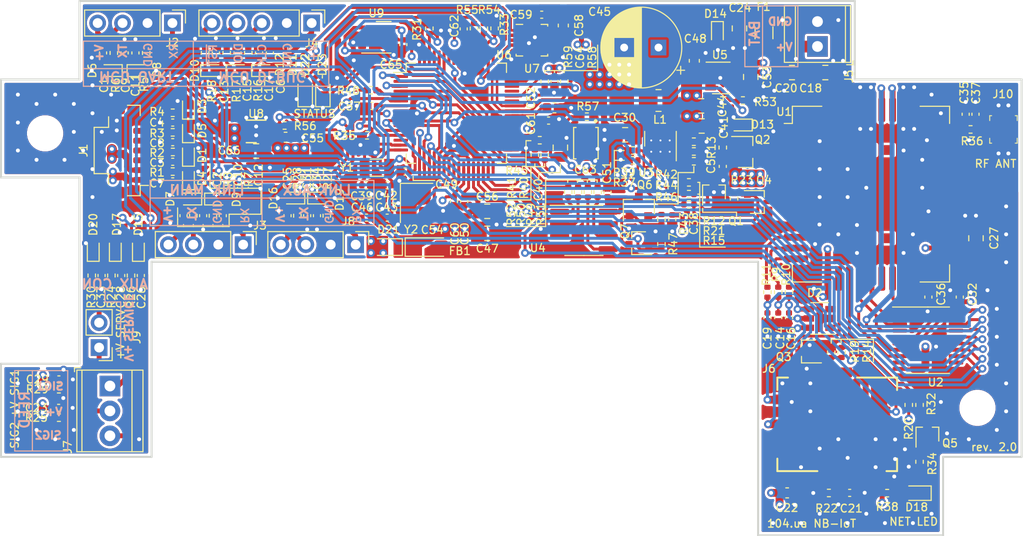
<source format=kicad_pcb>
(kicad_pcb (version 20171130) (host pcbnew "(5.1.7)-1")
  (title_block (title Smart104.ua_V3_rev2) (date 2020-12-09) (rev 1.0) (company RGC))
  (layers (0 F.Cu signal) (1 In1.Cu signal) (2 In2.Cu signal) (31 B.Cu signal) (34 B.Paste user) (35 F.Paste user) (36 B.SilkS user hide) (37 F.SilkS user) (38 B.Mask user) (39 F.Mask user) (44 Edge.Cuts user))
  (net 0 "")
  (net 1 GND)
  (net 2 VCC)
  (net 3 +BATT)
  (net 4 MCU_TX0)
  (net 5 EXT_TXD)
  (net 6 MCU_RX0)
  (net 7 EXT_RXD)
  (net 8 MCU_RESET)
  (net 9 MCU_SWDIO)
  (net 10 MCU_SWCLK)
  (net 11 SIM_VDD)
  (net 12 MCU_EM4WU5)
  (net 13 +1V8)
  (net 14 +3V3)
  (net 15 MCU_EM4WU4)
  (net 16 EXT_TXD_DBG)
  (net 17 MCU_EM4WU6)
  (net 18 EXT_RXD_DBG)
  (net 19 "Net-(J2-Pad3)")
  (net 20 "Net-(J2-Pad1)")
  (net 21 "Net-(J3-Pad3)")
  (net 22 "Net-(J7-Pad1)")
  (net 23 "Net-(J7-Pad3)")
  (net 24 "Net-(J8-Pad1)")
  (net 25 "Net-(L1-Pad1)")
  (net 26 "Net-(L1-Pad2)")
  (net 27 "Net-(Q1-Pad1)")
  (net 28 "Net-(Q1-Pad3)")
  (net 29 BC66_RESET)
  (net 30 "Net-(Q3-Pad1)")
  (net 31 "Net-(Q4-Pad1)")
  (net 32 BC66_PWRKEY)
  (net 33 "Net-(Q5-Pad1)")
  (net 34 "Net-(Q6-Pad1)")
  (net 35 "Net-(Q7-Pad1)")
  (net 36 SIM_RST)
  (net 37 SIM_CLK)
  (net 38 SIM_DATA)
  (net 39 BC66_ON_OFF)
  (net 40 BC66_RST)
  (net 41 BC66_PWR)
  (net 42 SW_ENBL)
  (net 43 V_SELECT)
  (net 44 FLASH_PWR)
  (net 45 MCU_MOSI)
  (net 46 MCU_MISO)
  (net 47 "Net-(R46-Pad1)")
  (net 48 MCU_CLK)
  (net 49 MCU_CS)
  (net 50 3V3_ENBL)
  (net 51 SDA)
  (net 52 SCL)
  (net 53 "Net-(U1-Pad9)")
  (net 54 BC66_TXD)
  (net 55 BC66_RXD)
  (net 56 "Net-(U1-Pad19)")
  (net 57 BC66_RI)
  (net 58 BC66_RXD_AUX)
  (net 59 BC66_TXD_AUX)
  (net 60 BC66_RXD_DBG)
  (net 61 BC66_TXD_DBG)
  (net 62 "Net-(U2-Pad9)")
  (net 63 "Net-(U2-Pad12)")
  (net 64 MCU_RX1)
  (net 65 MCU_TX1)
  (net 66 MCU_RI)
  (net 67 "Net-(U7-Pad9)")
  (net 68 CS)
  (net 69 INT1)
  (net 70 SDO)
  (net 71 LED1)
  (net 72 LED2)
  (net 73 "Net-(C14-Pad1)")
  (net 74 "Net-(D18-Pad2)")
  (net 75 "Net-(C39-Pad1)")
  (net 76 "Net-(U4-Pad3)")
  (net 77 "Net-(U4-Pad7)")
  (net 78 "Net-(U5-Pad4)")
  (net 79 "Net-(U6-Pad14)")
  (net 80 "Net-(U6-Pad37)")
  (net 81 "Net-(U6-Pad38)")
  (net 82 "Net-(U6-Pad45)")
  (net 83 "Net-(U6-Pad46)")
  (net 84 "Net-(U6-Pad52)")
  (net 85 "Net-(U6-Pad58)")
  (net 86 "Net-(U6-Pad61)")
  (net 87 "Net-(U6-Pad63)")
  (net 88 "Net-(U6-Pad64)")
  (net 89 "Net-(U7-Pad2)")
  (net 90 "Net-(U7-Pad3)")
  (net 91 "Net-(U7-Pad13)")
  (net 92 "Net-(U7-Pad15)")
  (net 93 "Net-(U7-Pad16)")
  (net 94 "Net-(C35-Pad1)")
  (net 95 "Net-(C42-Pad1)")
  (net 96 VBAT_MON)
  (net 97 "Net-(R42-Pad1)")
  (net 98 "Net-(U6-Pad11)")
  (net 99 "Net-(U6-Pad34)")
  (net 100 "Net-(U6-Pad43)")
  (net 101 "Net-(U6-Pad57)")
  (net 102 GPIO1)
  (net 103 ADC1)
  (net 104 GPIO0)
  (net 105 ADC0)
  (net 106 "Net-(C16-Pad1)")
  (net 107 "Net-(C18-Pad1)")
  (net 108 "Net-(C19-Pad1)")
  (net 109 "Net-(C21-Pad1)")
  (net 110 "Net-(C37-Pad1)")
  (net 111 "Net-(C40-Pad1)")
  (net 112 "Net-(C43-Pad1)")
  (net 113 "Net-(C46-Pad1)")
  (net 114 "Net-(C51-Pad1)")
  (net 115 "Net-(C52-Pad1)")
  (net 116 "Net-(C63-Pad1)")
  (net 117 +3.3VP)
  (net 118 "Net-(D18-Pad1)")
  (net 119 "Net-(D22-Pad2)")
  (net 120 "Net-(D23-Pad2)")
  (net 121 "Net-(J3-Pad1)")
  (net 122 "Net-(J4-Pad3)")
  (net 123 "Net-(J9-Pad2)")
  (net 124 "Net-(J9-Pad1)")
  (net 125 "Net-(R32-Pad1)")
  (net 126 "Net-(R44-Pad1)")
  (net 127 "Net-(R49-Pad1)")
  (net 128 "Net-(R50-Pad1)")
  (net 129 "Net-(R51-Pad1)")
  (net 130 "Net-(R52-Pad1)")
  (net 131 SENS_ENBL)
  (net 132 "Net-(R57-Pad2)")
  (net 133 "Net-(U8-Pad6)")
  (net 134 "Net-(U9-Pad4)")
  (net 135 "Net-(U9-Pad3)")
  (net 136 "Net-(D2-Pad3)")
  (net 137 "Net-(D2-Pad1)")
  (net 138 "Net-(J1-Pad4)")
  (net 139 "Net-(J1-Pad6)")
  (net 140 "Net-(J4-Pad5)")
  (net 141 "Net-(J4-Pad4)")
  (net 142 "Net-(J6-Pad6)")
  (net 143 "Net-(J7-Pad2)")
  (net 144 "Net-(J8-Pad3)")
  (net 145 "Net-(J1-Pad3)")
  (net 146 "Net-(J1-Pad5)")
  (net 147 "Net-(F1-Pad2)")
  (net 148 +3.3VADC)
  (net 149 VCCQ)
  (module mylib-footprints:LGA-16_3x3mm_P0.5mm_fixed (layer F.Cu) (at 154.1 97.5)
    (fp_text reference U7 (at 0 2.9) (layer F.SilkS) (effects (font (size 0.8 0.8) (thickness 0.13))))
    (fp_text value LIS3DH)
    (pad 9 smd roundrect (at 1.45 1) (size 1 0.35) (layers F.Cu F.Paste F.Mask) (net 67 "Net-(U7-Pad9)"))
    (pad 5 smd roundrect (at -1.45 1) (size 1 0.35) (layers F.Cu F.Paste F.Mask) (net 1 GND))
    (pad 4 smd roundrect (at -1.6 0.5) (size 1.3 0.35) (layers F.Cu F.Paste F.Mask) (net 52 SCL))
    (pad 10 smd roundrect (at 1.6 0.5) (size 1.3 0.35) (layers F.Cu F.Paste F.Mask) (net 1 GND))
    (pad 11 smd roundrect (at 1.6 0) (size 1.3 0.35) (layers F.Cu F.Paste F.Mask) (net 69 INT1))
    (pad 1 smd roundrect (at -1.45 -1) (size 1 0.35) (layers F.Cu F.Paste F.Mask) (net 14 +3V3))
    (pad 13 smd roundrect (at 1.45 -1) (size 1 0.35) (layers F.Cu F.Paste F.Mask) (net 91 "Net-(U7-Pad13)"))
    (pad 16 smd roundrect (at -0.5 -1.45) (size 0.35 1) (layers F.Cu F.Paste F.Mask) (net 93 "Net-(U7-Pad16)"))
    (pad 2 smd roundrect (at -1.6 -0.5) (size 1.3 0.35) (layers F.Cu F.Paste F.Mask) (net 89 "Net-(U7-Pad2)"))
    (pad 14 smd roundrect (at 0.5 -1.45) (size 0.35 1) (layers F.Cu F.Paste F.Mask) (net 14 +3V3))
    (pad 6 smd roundrect (at -0.5 1.45) (size 0.35 1) (layers F.Cu F.Paste F.Mask) (net 51 SDA))
    (pad 7 smd roundrect (at 0 1.45) (size 0.35 1) (layers F.Cu F.Paste F.Mask) (net 70 SDO))
    (pad 3 smd roundrect (at -1.6 0) (size 1.3 0.35) (layers F.Cu F.Paste F.Mask) (net 90 "Net-(U7-Pad3)"))
    (pad 8 smd roundrect (at 0.5 1.45) (size 0.35 1) (layers F.Cu F.Paste F.Mask) (net 68 CS))
    (pad 12 smd roundrect (at 1.6 -0.5) (size 1.3 0.35) (layers F.Cu F.Paste F.Mask) (net 1 GND))
    (pad 15 smd roundrect (at 0 -1.45) (size 0.35 1) (layers F.Cu F.Paste F.Mask) (net 92 "Net-(U7-Pad15)"))
  )
  (module Capacitor_SMD:C_0805_2012Metric (layer F.Cu) (at 149.55 117.2)
    (fp_text reference C56 (at 0 -3.75) (layer F.SilkS) (effects (font (size 0.8 0.8) (thickness 0.13))))
    (fp_text value 10uF)
    (pad 1 smd roundrect (at -0.95 0) (size 1 1.45) (layers F.Cu F.Paste F.Mask) (net 117 +3.3VP))
    (pad 2 smd roundrect (at 0.95 0) (size 1 1.45) (layers F.Cu F.Paste F.Mask) (net 1 GND))
  )
  (module Capacitor_SMD:C_0402_1005Metric (layer F.Cu) (at 112.25 121.5 270)
    (fp_text reference C28 (at 2.2 0.05 90) (layer F.SilkS) (effects (font (size 0.8 0.8) (thickness 0.13))))
    (fp_text value 18pF)
    (pad 1 smd roundrect (at -0.48 0 270) (size 0.56 0.62) (layers F.Cu F.Paste F.Mask) (net 15 MCU_EM4WU4))
    (pad 2 smd roundrect (at 0.48 0 270) (size 0.56 0.62) (layers F.Cu F.Paste F.Mask) (net 1 GND))
  )
  (module mylib-footprints:Quectel_BC66 (layer F.Cu) (at 188.65 113.2)
    (fp_text reference U1 (at -8.85 -8.4) (layer F.SilkS) (effects (font (size 0.8 0.8) (thickness 0.13))))
    (fp_text value BC66NADA-04-STD)
    (pad 58 smd rect (at -1.8 -4.5) (size 1 1) (layers F.Cu F.Mask))
    (pad 57 smd rect (at 0 -4.5) (size 1 1) (layers F.Cu F.Mask))
    (pad 56 smd rect (at 1.8 -4.5) (size 1 1) (layers F.Cu F.Mask))
    (pad 55 smd rect (at 3.6 -2.7) (size 1 1) (layers F.Cu F.Mask))
    (pad 54 smd rect (at 3.6 -0.9) (size 1 1) (layers F.Cu F.Mask))
    (pad 53 smd rect (at 3.6 0.9) (size 1 1) (layers F.Cu F.Mask))
    (pad 52 smd rect (at 3.6 2.7) (size 1 1) (layers F.Cu F.Mask))
    (pad 51 smd rect (at 1.8 4.5) (size 1 1) (layers F.Cu F.Mask))
    (pad 50 smd rect (at 0 4.5) (size 1 1) (layers F.Cu F.Mask))
    (pad 49 smd rect (at -1.8 4.5) (size 1 1) (layers F.Cu F.Mask))
    (pad 48 smd rect (at -3.6 2.7) (size 1 1) (layers F.Cu F.Mask))
    (pad 47 smd rect (at -3.6 0.9) (size 1 1) (layers F.Cu F.Mask))
    (pad 46 smd rect (at -3.6 -0.9) (size 1 1) (layers F.Cu F.Mask))
    (pad 45 smd rect (at -3.6 -2.7) (size 1 1) (layers F.Cu F.Mask))
    (pad 44 smd roundrect (at -4.4 -8.6 270) (size 2.5 0.7) (layers F.Cu F.Mask))
    (pad 43 smd roundrect (at -3.3 -8.6 270) (size 2.5 0.7) (layers F.Cu F.Mask) (net 107 "Net-(C18-Pad1)"))
    (pad 42 smd roundrect (at -2.2 -8.6 270) (size 2.5 0.7) (layers F.Cu F.Mask) (net 107 "Net-(C18-Pad1)"))
    (pad 41 smd roundrect (at -1.1 -8.6 270) (size 2.5 0.7) (layers F.Cu F.Mask) (net 1 GND))
    (pad 40 smd roundrect (at 0 -8.6 270) (size 2.5 0.7) (layers F.Cu F.Mask) (net 1 GND))
    (pad 39 smd roundrect (at 1.1 -8.6 270) (size 2.5 0.7) (layers F.Cu F.Mask) (net 61 BC66_TXD_DBG))
    (pad 38 smd roundrect (at 2.2 -8.6 270) (size 2.5 0.7) (layers F.Cu F.Mask) (net 60 BC66_RXD_DBG))
    (pad 37 smd roundrect (at 3.3 -8.6 270) (size 2.5 0.7) (layers F.Cu F.Mask) (net 1 GND))
    (pad 36 smd roundrect (at 4.4 -8.6 270) (size 2.5 0.7) (layers F.Cu F.Mask) (net 1 GND))
    (pad 35 smd roundrect (at 7.65 -6.6) (size 2.5 0.7) (layers F.Cu F.Mask) (net 94 "Net-(C35-Pad1)"))
    (pad 34 smd roundrect (at 7.65 -5.5) (size 2.5 0.7) (layers F.Cu F.Mask) (net 1 GND))
    (pad 33 smd roundrect (at 7.65 -4.4) (size 2.5 0.7) (layers F.Cu F.Mask))
    (pad 32 smd roundrect (at 7.65 -3.3) (size 2.5 0.7) (layers F.Cu F.Mask))
    (pad 31 smd roundrect (at 7.65 -2.2) (size 2.5 0.7) (layers F.Cu F.Mask))
    (pad 30 smd roundrect (at 7.65 -1.1) (size 2.5 0.7) (layers F.Cu F.Mask))
    (pad 29 smd roundrect (at 7.65 0) (size 2.5 0.7) (layers F.Cu F.Mask) (net 59 BC66_TXD_AUX))
    (pad 28 smd roundrect (at 7.65 1.1) (size 2.5 0.7) (layers F.Cu F.Mask) (net 58 BC66_RXD_AUX))
    (pad 27 smd roundrect (at 7.65 2.2) (size 2.5 0.7) (layers F.Cu F.Mask) (net 1 GND))
    (pad 26 smd roundrect (at 7.65 3.3) (size 2.5 0.7) (layers F.Cu F.Mask))
    (pad 25 smd roundrect (at 7.65 4.4) (size 2.5 0.7) (layers F.Cu F.Mask))
    (pad 24 smd roundrect (at 7.65 5.5) (size 2.5 0.7) (layers F.Cu F.Mask) (net 13 +1V8))
    (pad 23 smd roundrect (at 7.65 6.6) (size 2.5 0.7) (layers F.Cu F.Mask))
    (pad 22 smd roundrect (at 4.4 8.6 90) (size 2.5 0.7) (layers F.Cu F.Mask))
    (pad 21 smd roundrect (at 3.3 8.6 90) (size 2.5 0.7) (layers F.Cu F.Mask))
    (pad 20 smd roundrect (at 2.2 8.6 90) (size 2.5 0.7) (layers F.Cu F.Mask) (net 57 BC66_RI))
    (pad 19 smd roundrect (at 1.1 8.6 90) (size 2.5 0.7) (layers F.Cu F.Mask) (net 56 "Net-(U1-Pad19)"))
    (pad 18 smd roundrect (at 0 8.6 90) (size 2.5 0.7) (layers F.Cu F.Mask) (net 55 BC66_RXD))
    (pad 17 smd roundrect (at -1.1 8.6 90) (size 2.5 0.7) (layers F.Cu F.Mask) (net 54 BC66_TXD))
    (pad 16 smd roundrect (at -2.2 8.6 90) (size 2.5 0.7) (layers F.Cu F.Mask) (net 125 "Net-(R32-Pad1)"))
    (pad 15 smd roundrect (at -3.3 8.6 90) (size 2.5 0.7) (layers F.Cu F.Mask) (net 29 BC66_RESET))
    (pad 14 smd roundrect (at -4.4 8.6 90) (size 2.5 0.7) (layers F.Cu F.Mask) (net 11 SIM_VDD))
    (pad 13 smd roundrect (at -7.65 6.6) (size 2.5 0.7) (layers F.Cu F.Mask) (net 37 SIM_CLK))
    (pad 12 smd roundrect (at -7.65 5.5) (size 2.5 0.7) (layers F.Cu F.Mask) (net 36 SIM_RST))
    (pad 11 smd roundrect (at -7.65 4.4) (size 2.5 0.7) (layers F.Cu F.Mask) (net 38 SIM_DATA))
    (pad 10 smd roundrect (at -7.65 3.3) (size 2.5 0.7) (layers F.Cu F.Mask) (net 1 GND))
    (pad 9 smd roundrect (at -7.65 2.2) (size 2.5 0.7) (layers F.Cu F.Mask) (net 53 "Net-(U1-Pad9)"))
    (pad 8 smd roundrect (at -7.65 1.1) (size 2.5 0.7) (layers F.Cu F.Mask))
    (pad 7 smd roundrect (at -7.65 0) (size 2.5 0.7) (layers F.Cu F.Mask) (net 32 BC66_PWRKEY))
    (pad 6 smd roundrect (at -7.65 -1.1) (size 2.5 0.7) (layers F.Cu F.Mask))
    (pad 5 smd roundrect (at -7.65 -2.2) (size 2.5 0.7) (layers F.Cu F.Mask))
    (pad 4 smd roundrect (at -7.65 -3.3) (size 2.5 0.7) (layers F.Cu F.Mask))
    (pad 3 smd roundrect (at -7.65 -4.4) (size 2.5 0.7) (layers F.Cu F.Mask))
    (pad 2 smd roundrect (at -7.65 -5.5) (size 2.5 0.7) (layers F.Cu F.Mask))
    (pad 1 smd roundrect (at -7.65 -6.6) (size 2.5 0.7) (layers F.Cu F.Mask) (net 1 GND))
  )
  (module Capacitor_SMD:C_0805_2012Metric (layer F.Cu) (at 176.4 101.25 270)
    (fp_text reference C53 (at 0 -1.68 90) (layer F.SilkS) (effects (font (size 0.8 0.8) (thickness 0.13))))
    (fp_text value 10uF)
    (pad 2 smd roundrect (at 0.95 0 270) (size 1 1.45) (layers F.Cu F.Paste F.Mask) (net 1 GND))
    (pad 1 smd roundrect (at -0.95 0 270) (size 1 1.45) (layers F.Cu F.Paste F.Mask) (net 14 +3V3))
  )
  (module Resistor_SMD:R_0402_1005Metric (layer F.Cu) (at 113.25 121.5 270)
    (fp_text reference R26 (at 2.2 0 90) (layer F.SilkS) (effects (font (size 0.8 0.8) (thickness 0.13))))
    (fp_text value 22R)
    (pad 2 smd roundrect (at 0.51 0 270) (size 0.54 0.64) (layers F.Cu F.Paste F.Mask) (net 23 "Net-(J7-Pad3)"))
    (pad 1 smd roundrect (at -0.51 0 270) (size 0.54 0.64) (layers F.Cu F.Paste F.Mask) (net 12 MCU_EM4WU5))
  )
  (module Resistor_SMD:R_0402_1005Metric (layer F.Cu) (at 111.25 121.5 270)
    (fp_text reference R24 (at 2.2 0 90) (layer F.SilkS) (effects (font (size 0.8 0.8) (thickness 0.13))))
    (fp_text value 22R)
    (pad 2 smd roundrect (at 0.51 0 270) (size 0.54 0.64) (layers F.Cu F.Paste F.Mask) (net 22 "Net-(J7-Pad1)"))
    (pad 1 smd roundrect (at -0.51 0 270) (size 0.54 0.64) (layers F.Cu F.Paste F.Mask) (net 15 MCU_EM4WU4))
  )
  (module LED_SMD:LED_0603_1608Metric (layer F.Cu) (at 132.8 102.8 90)
    (fp_text reference D23 (at 2.8 -0.05 90) (layer F.SilkS) (effects (font (size 0.8 0.8) (thickness 0.13))))
    (fp_text value LED_GREEN)
    (pad 1 smd roundrect (at -0.7875 0 90) (size 0.875 0.95) (layers F.Cu F.Paste F.Mask) (net 1 GND))
    (pad 2 smd roundrect (at 0.7875 0 90) (size 0.875 0.95) (layers F.Cu F.Paste F.Mask) (net 120 "Net-(D23-Pad2)"))
  )
  (module Capacitor_SMD:C_0805_2012Metric (layer F.Cu) (at 149.55 114.95)
    (fp_text reference C47 (at 0 3.8 180) (layer F.SilkS) (effects (font (size 0.8 0.8) (thickness 0.13))))
    (fp_text value 10uF)
    (pad 1 smd roundrect (at -0.95 0) (size 1 1.45) (layers F.Cu F.Paste F.Mask) (net 148 +3.3VADC))
    (pad 2 smd roundrect (at 0.95 0) (size 1 1.45) (layers F.Cu F.Paste F.Mask) (net 1 GND))
  )
  (module Capacitor_SMD:C_0805_2012Metric (layer F.Cu) (at 184 100.8)
    (fp_text reference C18 (at -1.5 1.6 180) (layer F.SilkS) (effects (font (size 0.8 0.8) (thickness 0.13))))
    (fp_text value 10uF)
    (pad 2 smd roundrect (at 0.95 0) (size 1 1.45) (layers F.Cu F.Paste F.Mask) (net 1 GND))
    (pad 1 smd roundrect (at -0.95 0) (size 1 1.45) (layers F.Cu F.Paste F.Mask) (net 107 "Net-(C18-Pad1)"))
  )
  (module Capacitor_SMD:C_0402_1005Metric (layer F.Cu) (at 147.2 113.95 270)
    (fp_text reference C50 (at 3.3 -0.05 270) (layer F.SilkS) (effects (font (size 0.8 0.8) (thickness 0.13))))
    (fp_text value 0.1uF)
    (pad 2 smd roundrect (at 0.48 0 270) (size 0.56 0.62) (layers F.Cu F.Paste F.Mask) (net 1 GND))
    (pad 1 smd roundrect (at -0.48 0 270) (size 0.56 0.62) (layers F.Cu F.Paste F.Mask) (net 148 +3.3VADC))
  )
  (module Crystal:Crystal_SMD_3225-4Pin_3.2x2.5mm (layer F.Cu) (at 142.35 114.1 270)
    (fp_text reference Y2 (at 2.7 0.55 180) (layer F.SilkS) (effects (font (size 0.8 0.8) (thickness 0.13))))
    (fp_text value ABM8-48-000MHZ)
    (pad 4 smd rect (at -1.1 -0.85 270) (size 1.4 1.2) (layers F.Cu F.Paste F.Mask) (net 1 GND))
    (pad 3 smd rect (at 1.1 -0.85 270) (size 1.4 1.2) (layers F.Cu F.Paste F.Mask) (net 113 "Net-(C46-Pad1)"))
    (pad 2 smd rect (at 1.1 0.85 270) (size 1.4 1.2) (layers F.Cu F.Paste F.Mask) (net 1 GND))
    (pad 1 smd rect (at -1.1 0.85 270) (size 1.4 1.2) (layers F.Cu F.Paste F.Mask) (net 112 "Net-(C43-Pad1)"))
  )
  (module Resistor_SMD:R_0402_1005Metric (layer F.Cu) (at 185.65 129.35 270)
    (fp_text reference R14 (at -0.1 -2.6 90) (layer F.SilkS) (effects (font (size 0.8 0.8) (thickness 0.13))))
    (fp_text value 470R)
    (pad 1 smd roundrect (at -0.51 0 270) (size 0.54 0.64) (layers F.Cu F.Paste F.Mask) (net 40 BC66_RST))
    (pad 2 smd roundrect (at 0.51 0 270) (size 0.54 0.64) (layers F.Cu F.Paste F.Mask) (net 30 "Net-(Q3-Pad1)"))
  )
  (module MountingHole:MountingHole_3.2mm_M3 (layer F.Cu) (at 199.5 135)
    (fp_text reference H1 hide)
    (fp_text value MountingHole)
    (pad 1 np_thru_hole circle (at 0 0) (size 3.2 3.2) (drill 3.2) (layers *.Cu *.Mask))
  )
  (module Resistor_SMD:R_0402_1005Metric (layer F.Cu) (at 193.6 140.5 270)
    (fp_text reference R34 (at 0.2 -1.3 90) (layer F.SilkS) (effects (font (size 0.8 0.8) (thickness 0.13))))
    (fp_text value 10K)
    (pad 1 smd roundrect (at -0.51 0 270) (size 0.54 0.64) (layers F.Cu F.Paste F.Mask) (net 33 "Net-(Q5-Pad1)"))
    (pad 2 smd roundrect (at 0.51 0 270) (size 0.54 0.64) (layers F.Cu F.Paste F.Mask) (net 1 GND))
  )
  (module Package_TO_SOT_SMD:SOT-323_SC-70 (layer F.Cu) (at 182.3 129.25 180)
    (fp_text reference Q3 (at 2.55 -0.55) (layer F.SilkS) (effects (font (size 0.8 0.8) (thickness 0.13))))
    (fp_text value BC847CW,115)
    (pad 3 smd rect (at 1 0 90) (size 0.45 0.7) (layers F.Cu F.Paste F.Mask) (net 29 BC66_RESET))
    (pad 2 smd rect (at -1 0.65 90) (size 0.45 0.7) (layers F.Cu F.Paste F.Mask) (net 1 GND))
    (pad 1 smd rect (at -1 -0.65 90) (size 0.45 0.7) (layers F.Cu F.Paste F.Mask) (net 30 "Net-(Q3-Pad1)"))
  )
  (module Resistor_SMD:R_0402_1005Metric (layer F.Cu) (at 192.5 134.7 270)
    (fp_text reference R20 (at 2.4 0 270) (layer F.SilkS) (effects (font (size 0.8 0.8) (thickness 0.13))))
    (fp_text value 10K)
    (pad 2 smd roundrect (at 0.51 0 270) (size 0.54 0.64) (layers F.Cu F.Paste F.Mask) (net 11 SIM_VDD))
    (pad 1 smd roundrect (at -0.51 0 270) (size 0.54 0.64) (layers F.Cu F.Paste F.Mask) (net 108 "Net-(C19-Pad1)"))
  )
  (module Package_TO_SOT_SMD:SOT-323_SC-70 (layer F.Cu) (at 194.4 137.7 90)
    (fp_text reference Q5 (at -0.9 2.3 180) (layer F.SilkS) (effects (font (size 0.8 0.8) (thickness 0.13))))
    (fp_text value BC847CW,115)
    (pad 3 smd rect (at 1 0) (size 0.45 0.7) (layers F.Cu F.Paste F.Mask) (net 118 "Net-(D18-Pad1)"))
    (pad 2 smd rect (at -1 0.65) (size 0.45 0.7) (layers F.Cu F.Paste F.Mask) (net 1 GND))
    (pad 1 smd rect (at -1 -0.65) (size 0.45 0.7) (layers F.Cu F.Paste F.Mask) (net 33 "Net-(Q5-Pad1)"))
  )
  (module Resistor_SMD:R_0402_1005Metric (layer F.Cu) (at 179.2 123.2 270)
    (fp_text reference R9 (at -1.8 0.2 90) (layer F.SilkS) (effects (font (size 0.8 0.8) (thickness 0.13))))
    (fp_text value 22R)
    (pad 2 smd roundrect (at 0.51 0 270) (size 0.54 0.64) (layers F.Cu F.Paste F.Mask) (net 73 "Net-(C14-Pad1)"))
    (pad 1 smd roundrect (at -0.51 0 270) (size 0.54 0.64) (layers F.Cu F.Paste F.Mask) (net 36 SIM_RST))
  )
  (module Capacitor_SMD:C_0402_1005Metric (layer F.Cu) (at 180.3 125.8 270)
    (fp_text reference C16 (at 2.12 -0.2 90) (layer F.SilkS) (effects (font (size 0.8 0.8) (thickness 0.13))))
    (fp_text value 18pF)
    (pad 2 smd roundrect (at 0.48 0 270) (size 0.56 0.62) (layers F.Cu F.Paste F.Mask) (net 1 GND))
    (pad 1 smd roundrect (at -0.48 0 270) (size 0.56 0.62) (layers F.Cu F.Paste F.Mask) (net 106 "Net-(C16-Pad1)"))
  )
  (module Capacitor_SMD:C_0402_1005Metric (layer F.Cu) (at 179.2 125.8 270)
    (fp_text reference C14 (at 2.08 -0.2 90) (layer F.SilkS) (effects (font (size 0.8 0.8) (thickness 0.13))))
    (fp_text value 18pF)
    (pad 1 smd roundrect (at -0.48 0 270) (size 0.56 0.62) (layers F.Cu F.Paste F.Mask) (net 73 "Net-(C14-Pad1)"))
    (pad 2 smd roundrect (at 0.48 0 270) (size 0.56 0.62) (layers F.Cu F.Paste F.Mask) (net 1 GND))
  )
  (module Resistor_SMD:R_0402_1005Metric (layer F.Cu) (at 180.3 123.19 270)
    (fp_text reference R10 (at -1.79 0.3 90) (layer F.SilkS) (effects (font (size 0.8 0.8) (thickness 0.13))))
    (fp_text value 22R)
    (pad 1 smd roundrect (at -0.51 0 270) (size 0.54 0.64) (layers F.Cu F.Paste F.Mask) (net 37 SIM_CLK))
    (pad 2 smd roundrect (at 0.51 0 270) (size 0.54 0.64) (layers F.Cu F.Paste F.Mask) (net 106 "Net-(C16-Pad1)"))
  )
  (module Resistor_SMD:R_0402_1005Metric (layer F.Cu) (at 190.3 143.7)
    (fp_text reference R38 (at 0 1.4) (layer F.SilkS) (effects (font (size 0.8 0.8) (thickness 0.13))))
    (fp_text value 470R)
    (pad 1 smd roundrect (at -0.51 0) (size 0.54 0.64) (layers F.Cu F.Paste F.Mask) (net 14 +3V3))
    (pad 2 smd roundrect (at 0.51 0) (size 0.54 0.64) (layers F.Cu F.Paste F.Mask) (net 74 "Net-(D18-Pad2)"))
  )
  (module Package_TO_SOT_SMD:SOT-23-6 (layer F.Cu) (at 183.42 125.88 180)
    (fp_text reference D2 (at 0.5 2.6) (layer F.SilkS) (effects (font (size 0.8 0.8) (thickness 0.13))))
    (fp_text value ESDA6V1-5SC6)
    (pad 5 smd rect (at 1.1 0 180) (size 1.06 0.65) (layers F.Cu F.Paste F.Mask) (net 106 "Net-(C16-Pad1)"))
    (pad 6 smd rect (at 1.1 -0.95 180) (size 1.06 0.65) (layers F.Cu F.Paste F.Mask) (net 108 "Net-(C19-Pad1)"))
    (pad 4 smd rect (at 1.1 0.95 180) (size 1.06 0.65) (layers F.Cu F.Paste F.Mask) (net 73 "Net-(C14-Pad1)"))
    (pad 3 smd rect (at -1.1 0.95 180) (size 1.06 0.65) (layers F.Cu F.Paste F.Mask) (net 136 "Net-(D2-Pad3)"))
    (pad 2 smd rect (at -1.1 0 180) (size 1.06 0.65) (layers F.Cu F.Paste F.Mask) (net 1 GND))
    (pad 1 smd rect (at -1.1 -0.95 180) (size 1.06 0.65) (layers F.Cu F.Paste F.Mask) (net 137 "Net-(D2-Pad1)"))
  )
  (module TerminalBlock_TE-Connectivity:TerminalBlock_TE_282834-2_1x02_P2.54mm_Horizontal (layer F.Cu) (at 183.2 98.14 90)
    (fp_text reference J5 (at -3.06 3.2 270) (layer F.SilkS) (effects (font (size 0.8 0.8) (thickness 0.13))))
    (fp_text value KLS2-308V-2.54-02P-4S)
    (pad 2 thru_hole circle (at 2.54 0 90) (size 2.1 2.1) (drill 1.1) (layers *.Cu *.Mask) (net 1 GND))
    (pad 1 thru_hole rect (at 0 0 90) (size 2.1 2.1) (drill 1.1) (layers *.Cu *.Mask) (net 147 "Net-(F1-Pad2)"))
  )
  (module mylib-footprints:GCT_SIM8051-6-0-14-00-X-REVD (layer F.Cu) (at 185.21 136.68 270)
    (fp_text reference J6 (at -5.68 6.96 180) (layer F.SilkS) (effects (font (size 0.8 0.8) (thickness 0.13))))
    (fp_text value SIM8051-6-0-14-00-A hide)
    (pad 1 smd rect (at 2.54 5.9 270) (size 1 1.1) (layers F.Cu F.Paste F.Mask) (net 11 SIM_VDD))
    (pad 2 smd rect (at 0 5.9 270) (size 1 1.1) (layers F.Cu F.Paste F.Mask) (net 73 "Net-(C14-Pad1)"))
    (pad 3 smd rect (at -2.54 5.9 270) (size 1 1.1) (layers F.Cu F.Paste F.Mask) (net 106 "Net-(C16-Pad1)"))
    (pad SH smd rect (at 5.3 0 270) (size 1 3) (layers F.Cu F.Paste F.Mask) (net 109 "Net-(C21-Pad1)"))
    (pad 5 smd rect (at 2.54 -5.9 270) (size 1 1.1) (layers F.Cu F.Paste F.Mask) (net 1 GND))
    (pad 6 smd rect (at 0 -5.9 270) (size 1 1.1) (layers F.Cu F.Paste F.Mask) (net 142 "Net-(J6-Pad6)"))
    (pad 7 smd rect (at -2.54 -5.9 270) (size 1 1.1) (layers F.Cu F.Paste F.Mask) (net 108 "Net-(C19-Pad1)"))
    (pad SH smd rect (at -5.3 0 270) (size 1 3) (layers F.Cu F.Paste F.Mask) (net 109 "Net-(C21-Pad1)"))
  )
  (module TerminalBlock_TE-Connectivity:TerminalBlock_TE_282834-3_1x03_P2.54mm_Horizontal (layer F.Cu) (at 111.1 132.77 270)
    (fp_text reference J7 (at 6.23 4.3 90) (layer F.SilkS) (effects (font (size 0.8 0.8) (thickness 0.13))))
    (fp_text value KLS2-308V-2.54-03P-4S)
    (pad 3 thru_hole circle (at 5.08 0 270) (size 2.1 2.1) (drill 1.1) (layers *.Cu *.Mask) (net 23 "Net-(J7-Pad3)"))
    (pad 2 thru_hole circle (at 2.54 0 270) (size 2.1 2.1) (drill 1.1) (layers *.Cu *.Mask) (net 143 "Net-(J7-Pad2)"))
    (pad 1 thru_hole rect (at 0 0 270) (size 2.1 2.1) (drill 1.1) (layers *.Cu *.Mask) (net 22 "Net-(J7-Pad1)"))
  )
  (module digikey-footprints:UMCoax_Pin_1909763-1 (layer F.Cu) (at 202.15 106.6 270)
    (fp_text reference J10 (at -3.6 0.05 180) (layer F.SilkS) (effects (font (size 0.8 0.8) (thickness 0.13))))
    (fp_text value 1909763-1)
    (pad 2 smd rect (at 0 1.5 270) (size 1 1.05) (layers F.Cu F.Paste F.Mask) (net 110 "Net-(C37-Pad1)"))
    (pad 1 smd rect (at -1.45 0 270) (size 1.05 2.2) (layers F.Cu F.Paste F.Mask) (net 1 GND))
    (pad 1 smd rect (at 1.45 0 270) (size 1.05 2.2) (layers F.Cu F.Paste F.Mask) (net 1 GND))
  )
  (module Inductor_SMD:L_1008_2520Metric_Pad1.43x2.20mm_HandSolder (layer F.Cu) (at 167 103.65)
    (fp_text reference L1 (at 0.15 1.95) (layer F.SilkS) (effects (font (size 0.8 0.8) (thickness 0.13))))
    (fp_text value 2.2uH)
    (pad 1 smd roundrect (at -1.1625 0) (size 1.425 2.2) (layers F.Cu F.Paste F.Mask) (roundrect_rratio 0.1754385964912281) (net 25 "Net-(L1-Pad1)"))
    (pad 2 smd roundrect (at 1.1625 0) (size 1.425 2.2) (layers F.Cu F.Paste F.Mask) (roundrect_rratio 0.1754385964912281) (net 26 "Net-(L1-Pad2)"))
  )
  (module Package_DFN_QFN:DFN-10-1EP_3x3mm_P0.5mm_EP1.65x2.38mm_ThermalVias (layer F.Cu) (at 167.2 108.3 90)
    (fp_text reference U3 (at -2.7 -1.45 180) (layer F.SilkS) (effects (font (size 0.8 0.8) (thickness 0.13))))
    (fp_text value TPS63900)
    (pad 1 smd roundrect (at -1.45 -1 90) (size 0.85 0.25) (layers F.Cu F.Paste F.Mask) (net 42 SW_ENBL))
    (pad 2 smd roundrect (at -1.45 -0.5 90) (size 0.85 0.25) (layers F.Cu F.Paste F.Mask) (net 43 V_SELECT))
    (pad 3 smd roundrect (at -1.45 0 90) (size 0.85 0.25) (layers F.Cu F.Paste F.Mask) (net 47 "Net-(R46-Pad1)"))
    (pad 4 smd roundrect (at -1.45 0.5 90) (size 0.85 0.25) (layers F.Cu F.Paste F.Mask) (net 126 "Net-(R44-Pad1)"))
    (pad 5 smd roundrect (at -1.45 1 90) (size 0.85 0.25) (layers F.Cu F.Paste F.Mask) (net 97 "Net-(R42-Pad1)"))
    (pad 6 smd roundrect (at 1.45 1 90) (size 0.85 0.25) (layers F.Cu F.Paste F.Mask) (net 2 VCC))
    (pad 7 smd roundrect (at 1.45 0.5 90) (size 0.85 0.25) (layers F.Cu F.Paste F.Mask) (net 26 "Net-(L1-Pad2)"))
    (pad 8 smd roundrect (at 1.45 0 90) (size 0.85 0.25) (layers F.Cu F.Paste F.Mask) (net 1 GND))
    (pad 9 smd roundrect (at 1.45 -0.5 90) (size 0.85 0.25) (layers F.Cu F.Paste F.Mask) (net 25 "Net-(L1-Pad1)"))
    (pad 10 smd roundrect (at 1.45 -1 90) (size 0.85 0.25) (layers F.Cu F.Paste F.Mask) (net 3 +BATT))
    (pad 11 smd rect (at 0 0 90) (size 1.65 2.38) (layers F.Cu F.Mask) (net 1 GND))
    (pad 11 thru_hole circle (at -0.575 -0.94 90) (size 0.5 0.5) (drill 0.2) (layers *.Cu) (net 1 GND))
    (pad 11 thru_hole circle (at 0.575 -0.94 90) (size 0.5 0.5) (drill 0.2) (layers *.Cu) (net 1 GND))
    (pad 11 thru_hole circle (at -0.575 0 90) (size 0.5 0.5) (drill 0.2) (layers *.Cu) (net 1 GND))
    (pad 11 thru_hole circle (at 0.575 0 90) (size 0.5 0.5) (drill 0.2) (layers *.Cu) (net 1 GND))
    (pad 11 thru_hole circle (at -0.575 0.94 90) (size 0.5 0.5) (drill 0.2) (layers *.Cu) (net 1 GND))
    (pad 11 thru_hole circle (at 0.575 0.94 90) (size 0.5 0.5) (drill 0.2) (layers *.Cu) (net 1 GND))
    (pad 11 smd rect (at 0 0 90) (size 1.65 2.38) (layers B.Cu) (net 1 GND))
  )
  (module Connector_PinHeader_2.54mm:PinHeader_1x04_P2.54mm_Vertical (layer F.Cu) (at 117.47 95.75 270)
    (fp_text reference J2 (at 2 0.02) (layer F.SilkS) (effects (font (size 0.8 0.8) (thickness 0.13))))
    (fp_text value KLS1-207-1-04-S)
    (pad 4 thru_hole oval (at 0 7.62 270) (size 1.7 1.7) (drill 1) (layers *.Cu *.Mask) (net 3 +BATT))
    (pad 3 thru_hole oval (at 0 5.08 270) (size 1.7 1.7) (drill 1) (layers *.Cu *.Mask) (net 19 "Net-(J2-Pad3)"))
    (pad 2 thru_hole oval (at 0 2.54 270) (size 1.7 1.7) (drill 1) (layers *.Cu *.Mask) (net 1 GND))
    (pad 1 thru_hole rect (at 0 0 270) (size 1.7 1.7) (drill 1) (layers *.Cu *.Mask) (net 20 "Net-(J2-Pad1)"))
  )
  (module Connector_PinHeader_2.54mm:PinHeader_1x04_P2.54mm_Vertical (layer F.Cu) (at 124.68 118.35 270)
    (fp_text reference J3 (at -1.95 -1.72 180) (layer F.SilkS) (effects (font (size 0.8 0.8) (thickness 0.13))))
    (fp_text value KLS1-207-1-04-S)
    (pad 1 thru_hole rect (at 0 0 270) (size 1.7 1.7) (drill 1) (layers *.Cu *.Mask) (net 121 "Net-(J3-Pad1)"))
    (pad 2 thru_hole oval (at 0 2.54 270) (size 1.7 1.7) (drill 1) (layers *.Cu *.Mask) (net 1 GND))
    (pad 3 thru_hole oval (at 0 5.08 270) (size 1.7 1.7) (drill 1) (layers *.Cu *.Mask) (net 21 "Net-(J3-Pad3)"))
    (pad 4 thru_hole oval (at 0 7.62 270) (size 1.7 1.7) (drill 1) (layers *.Cu *.Mask) (net 3 +BATT))
  )
  (module Connector_PinHeader_2.54mm:PinHeader_1x05_P2.54mm_Vertical (layer F.Cu) (at 131.66 95.75 270)
    (fp_text reference J4 (at 2.05 0.01 180) (layer F.SilkS) (effects (font (size 0.8 0.8) (thickness 0.13))))
    (fp_text value KLS1-207-1-05-S)
    (pad 5 thru_hole oval (at 0 10.16 270) (size 1.7 1.7) (drill 1) (layers *.Cu *.Mask) (net 140 "Net-(J4-Pad5)"))
    (pad 4 thru_hole oval (at 0 7.62 270) (size 1.7 1.7) (drill 1) (layers *.Cu *.Mask) (net 141 "Net-(J4-Pad4)"))
    (pad 3 thru_hole oval (at 0 5.08 270) (size 1.7 1.7) (drill 1) (layers *.Cu *.Mask) (net 122 "Net-(J4-Pad3)"))
    (pad 2 thru_hole oval (at 0 2.54 270) (size 1.7 1.7) (drill 1) (layers *.Cu *.Mask) (net 1 GND))
    (pad 1 thru_hole rect (at 0 0 270) (size 1.7 1.7) (drill 1) (layers *.Cu *.Mask) (net 3 +BATT))
  )
  (module Connector_PinHeader_2.54mm:PinHeader_1x04_P2.54mm_Vertical (layer F.Cu) (at 136.14 118.35 270)
    (fp_text reference J8 (at -2.35 0.74 180) (layer F.SilkS) (effects (font (size 0.8 0.8) (thickness 0.13))))
    (fp_text value KLS1-207-1-04-S)
    (pad 4 thru_hole oval (at 0 7.62 270) (size 1.7 1.7) (drill 1) (layers *.Cu *.Mask) (net 3 +BATT))
    (pad 3 thru_hole oval (at 0 5.08 270) (size 1.7 1.7) (drill 1) (layers *.Cu *.Mask) (net 144 "Net-(J8-Pad3)"))
    (pad 2 thru_hole oval (at 0 2.54 270) (size 1.7 1.7) (drill 1) (layers *.Cu *.Mask) (net 1 GND))
    (pad 1 thru_hole rect (at 0 0 270) (size 1.7 1.7) (drill 1) (layers *.Cu *.Mask) (net 24 "Net-(J8-Pad1)"))
  )
  (module Connector_PinHeader_2.54mm:PinHeader_1x02_P2.54mm_Vertical (layer F.Cu) (at 110 128.85 180)
    (fp_text reference J9 (at -3.8 1.05 90) (layer F.SilkS) (effects (font (size 0.8 0.8) (thickness 0.13))))
    (fp_text value KLS1-207-1-02-S)
    (pad 2 thru_hole oval (at 0 2.54 180) (size 1.7 1.7) (drill 1) (layers *.Cu *.Mask) (net 123 "Net-(J9-Pad2)"))
    (pad 1 thru_hole rect (at 0 0 180) (size 1.7 1.7) (drill 1) (layers *.Cu *.Mask) (net 124 "Net-(J9-Pad1)"))
  )
  (module Fuse:Fuse_1206_3216Metric (layer F.Cu) (at 177.75 96.75 270)
    (fp_text reference F1 (at -2.65 0.05 180) (layer F.SilkS) (effects (font (size 0.8 0.8) (thickness 0.13))))
    (fp_text value 0ZCJ0100FF2E)
    (pad 2 smd roundrect (at 1.4 0 270) (size 1.25 1.75) (layers F.Cu F.Paste F.Mask) (roundrect_rratio 0.2) (net 147 "Net-(F1-Pad2)"))
    (pad 1 smd roundrect (at -1.4 0 270) (size 1.25 1.75) (layers F.Cu F.Paste F.Mask) (roundrect_rratio 0.2) (net 3 +BATT))
  )
  (module Capacitor_SMD:C_0402_1005Metric (layer F.Cu) (at 178.1 125.8 270)
    (fp_text reference C19 (at 2.1 0 90) (layer F.SilkS) (effects (font (size 0.8 0.8) (thickness 0.13))))
    (fp_text value 18pF)
    (pad 1 smd roundrect (at -0.48 0 270) (size 0.56 0.62) (layers F.Cu F.Paste F.Mask) (net 108 "Net-(C19-Pad1)"))
    (pad 2 smd roundrect (at 0.48 0 270) (size 0.56 0.62) (layers F.Cu F.Paste F.Mask) (net 1 GND))
  )
  (module Capacitor_SMD:C_0805_2012Metric (layer F.Cu) (at 175.25 96.3 270)
    (fp_text reference C24 (at -2.1 -0.05 180) (layer F.SilkS) (effects (font (size 0.8 0.8) (thickness 0.13))))
    (fp_text value 10uF)
    (pad 2 smd roundrect (at 0.95 0 270) (size 1 1.45) (layers F.Cu F.Paste F.Mask) (net 1 GND))
    (pad 1 smd roundrect (at -0.95 0 270) (size 1 1.45) (layers F.Cu F.Paste F.Mask) (net 3 +BATT))
  )
  (module Capacitor_SMD:C_0402_1005Metric (layer F.Cu) (at 114.25 121.5 270)
    (fp_text reference C26 (at 2.25 -0.05 90) (layer F.SilkS) (effects (font (size 0.8 0.8) (thickness 0.13))))
    (fp_text value 18pF)
    (pad 2 smd roundrect (at 0.48 0 270) (size 0.56 0.62) (layers F.Cu F.Paste F.Mask) (net 1 GND))
    (pad 1 smd roundrect (at -0.48 0 270) (size 0.56 0.62) (layers F.Cu F.Paste F.Mask) (net 12 MCU_EM4WU5))
  )
  (module Capacitor_SMD:C_0805_2012Metric (layer F.Cu) (at 163.6 107.15 180)
    (fp_text reference C30 (at 0.05 1.75 180) (layer F.SilkS) (effects (font (size 0.8 0.8) (thickness 0.13))))
    (fp_text value 10uF)
    (pad 2 smd roundrect (at 0.95 0 180) (size 1 1.45) (layers F.Cu F.Paste F.Mask) (net 1 GND))
    (pad 1 smd roundrect (at -0.95 0 180) (size 1 1.45) (layers F.Cu F.Paste F.Mask) (net 3 +BATT))
  )
  (module Capacitor_SMD:C_0402_1005Metric (layer F.Cu) (at 110.25 121.5 270)
    (fp_text reference C33 (at 2.2 0.05 90) (layer F.SilkS) (effects (font (size 0.8 0.8) (thickness 0.13))))
    (fp_text value 18pF)
    (pad 1 smd roundrect (at -0.48 0 270) (size 0.56 0.62) (layers F.Cu F.Paste F.Mask) (net 17 MCU_EM4WU6))
    (pad 2 smd roundrect (at 0.48 0 270) (size 0.56 0.62) (layers F.Cu F.Paste F.Mask) (net 1 GND))
  )
  (module Capacitor_SMD:C_0805_2012Metric (layer F.Cu) (at 171.4 106.25)
    (fp_text reference C41 (at 2.25 0.15 270) (layer F.SilkS) (effects (font (size 0.8 0.8) (thickness 0.13))))
    (fp_text value 10uF)
    (pad 2 smd roundrect (at 0.95 0) (size 1 1.45) (layers F.Cu F.Paste F.Mask) (net 1 GND))
    (pad 1 smd roundrect (at -0.95 0) (size 1 1.45) (layers F.Cu F.Paste F.Mask) (net 2 VCC))
  )
  (module Capacitor_SMD:C_0805_2012Metric (layer F.Cu) (at 157 108.45 90)
    (fp_text reference C40 (at -4.3 -2.25 270) (layer F.SilkS) (effects (font (size 0.8 0.8) (thickness 0.13))))
    (fp_text value 10uF)
    (pad 1 smd roundrect (at -0.95 0 90) (size 1 1.45) (layers F.Cu F.Paste F.Mask) (net 111 "Net-(C40-Pad1)"))
    (pad 2 smd roundrect (at 0.95 0 90) (size 1 1.45) (layers F.Cu F.Paste F.Mask) (net 1 GND))
  )
  (module Diode_SMD:D_SOD-523 (layer F.Cu) (at 173 96.75 270)
    (fp_text reference D14 (at -1.95 0.2 180) (layer F.SilkS) (effects (font (size 0.8 0.8) (thickness 0.13))))
    (fp_text value PESD5V0L1UB,115)
    (pad 1 smd rect (at -0.7 0 90) (size 0.6 0.7) (layers F.Cu F.Paste F.Mask) (net 3 +BATT))
    (pad 2 smd rect (at 0.7 0 90) (size 0.6 0.7) (layers F.Cu F.Paste F.Mask) (net 1 GND))
  )
  (module LED_SMD:LED_0603_1608Metric (layer F.Cu) (at 193.3 143.7 180)
    (fp_text reference D18 (at 0 -1.43) (layer F.SilkS) (effects (font (size 0.8 0.8) (thickness 0.13))))
    (fp_text value LED_RED)
    (pad 2 smd roundrect (at 0.7875 0 180) (size 0.875 0.95) (layers F.Cu F.Paste F.Mask) (net 74 "Net-(D18-Pad2)"))
    (pad 1 smd roundrect (at -0.7875 0 180) (size 0.875 0.95) (layers F.Cu F.Paste F.Mask) (net 118 "Net-(D18-Pad1)"))
  )
  (module Resistor_SMD:R_0402_1005Metric (layer F.Cu) (at 178.1 123.2 270)
    (fp_text reference R11 (at -1.8 0.1 90) (layer F.SilkS) (effects (font (size 0.8 0.8) (thickness 0.13))))
    (fp_text value 22R)
    (pad 2 smd roundrect (at 0.51 0 270) (size 0.54 0.64) (layers F.Cu F.Paste F.Mask) (net 108 "Net-(C19-Pad1)"))
    (pad 1 smd roundrect (at -0.51 0 270) (size 0.54 0.64) (layers F.Cu F.Paste F.Mask) (net 38 SIM_DATA))
  )
  (module Resistor_SMD:R_0402_1005Metric (layer F.Cu) (at 184.36 143.68 180)
    (fp_text reference R22 (at 0.23 -1.57) (layer F.SilkS) (effects (font (size 0.8 0.8) (thickness 0.13))))
    (fp_text value 10K)
    (pad 1 smd roundrect (at -0.51 0 180) (size 0.54 0.64) (layers F.Cu F.Paste F.Mask) (net 109 "Net-(C21-Pad1)"))
    (pad 2 smd roundrect (at 0.51 0 180) (size 0.54 0.64) (layers F.Cu F.Paste F.Mask) (net 1 GND))
  )
  (module Resistor_SMD:R_0402_1005Metric (layer F.Cu) (at 164.4 108.75 180)
    (fp_text reference R37 (at 0.9 -3.25) (layer F.SilkS) (effects (font (size 0.8 0.8) (thickness 0.13))))
    (fp_text value 10K)
    (pad 2 smd roundrect (at 0.51 0 180) (size 0.54 0.64) (layers F.Cu F.Paste F.Mask) (net 1 GND))
    (pad 1 smd roundrect (at -0.51 0 180) (size 0.54 0.64) (layers F.Cu F.Paste F.Mask) (net 42 SW_ENBL))
  )
  (module Resistor_SMD:R_0402_1005Metric (layer F.Cu) (at 164.4 109.75 180)
    (fp_text reference R39 (at 0.9 -1.25) (layer F.SilkS) (effects (font (size 0.8 0.8) (thickness 0.13))))
    (fp_text value 10K)
    (pad 1 smd roundrect (at -0.51 0 180) (size 0.54 0.64) (layers F.Cu F.Paste F.Mask) (net 43 V_SELECT))
    (pad 2 smd roundrect (at 0.51 0 180) (size 0.54 0.64) (layers F.Cu F.Paste F.Mask) (net 1 GND))
  )
  (module Resistor_SMD:R_0402_1005Metric (layer F.Cu) (at 170.6 107.85)
    (fp_text reference R42 (at -2.8 3.35) (layer F.SilkS) (effects (font (size 0.8 0.8) (thickness 0.13))))
    (fp_text value 16.2K)
    (pad 1 smd roundrect (at -0.51 0) (size 0.54 0.64) (layers F.Cu F.Paste F.Mask) (net 97 "Net-(R42-Pad1)"))
    (pad 2 smd roundrect (at 0.51 0) (size 0.54 0.64) (layers F.Cu F.Paste F.Mask) (net 1 GND))
  )
  (module Resistor_SMD:R_0402_1005Metric (layer F.Cu) (at 170.6 108.85)
    (fp_text reference R44 (at -2.8 3.45) (layer F.SilkS) (effects (font (size 0.8 0.8) (thickness 0.13))))
    (fp_text value 8.25K)
    (pad 2 smd roundrect (at 0.51 0) (size 0.54 0.64) (layers F.Cu F.Paste F.Mask) (net 1 GND))
    (pad 1 smd roundrect (at -0.51 0) (size 0.54 0.64) (layers F.Cu F.Paste F.Mask) (net 126 "Net-(R44-Pad1)"))
  )
  (module Resistor_SMD:R_0402_1005Metric (layer F.Cu) (at 170.6 109.85)
    (fp_text reference R46 (at -2.8 3.65) (layer F.SilkS) (effects (font (size 0.8 0.8) (thickness 0.13))))
    (fp_text value 5.11K)
    (pad 1 smd roundrect (at -0.51 0) (size 0.54 0.64) (layers F.Cu F.Paste F.Mask) (net 47 "Net-(R46-Pad1)"))
    (pad 2 smd roundrect (at 0.51 0) (size 0.54 0.64) (layers F.Cu F.Paste F.Mask) (net 1 GND))
  )
  (module Capacitor_SMD:C_0402_1005Metric (layer F.Cu) (at 110.4 98.8 270)
    (fp_text reference C1 (at 3.3 -0.1 90) (layer F.SilkS) (effects (font (size 0.8 0.8) (thickness 0.13))))
    (fp_text value 0.1uF)
    (pad 2 smd roundrect (at 0.48 0 270) (size 0.56 0.62) (layers F.Cu F.Paste F.Mask) (net 1 GND))
    (pad 1 smd roundrect (at -0.48 0 270) (size 0.56 0.62) (layers F.Cu F.Paste F.Mask) (net 3 +BATT))
  )
  (module Capacitor_SMD:C_0402_1005Metric (layer F.Cu) (at 118.6 115.4 90)
    (fp_text reference C2 (at 3.7 3.45 90) (layer F.SilkS) (effects (font (size 0.8 0.8) (thickness 0.13))))
    (fp_text value 0.1uF)
    (pad 2 smd roundrect (at 0.48 0 90) (size 0.56 0.62) (layers F.Cu F.Paste F.Mask) (net 1 GND))
    (pad 1 smd roundrect (at -0.48 0 90) (size 0.56 0.62) (layers F.Cu F.Paste F.Mask) (net 3 +BATT))
  )
  (module Capacitor_SMD:C_0402_1005Metric (layer F.Cu) (at 173.55 110.37 270)
    (fp_text reference C5 (at -0.02 1.2 90) (layer F.SilkS) (effects (font (size 0.8 0.8) (thickness 0.13))))
    (fp_text value 0.1uF)
    (pad 2 smd roundrect (at 0.48 0 270) (size 0.56 0.62) (layers F.Cu F.Paste F.Mask) (net 1 GND))
    (pad 1 smd roundrect (at -0.48 0 270) (size 0.56 0.62) (layers F.Cu F.Paste F.Mask) (net 2 VCC))
  )
  (module Capacitor_SMD:C_0402_1005Metric (layer F.Cu) (at 127.4 98.8 90)
    (fp_text reference C6 (at -3.4 1.1 90) (layer F.SilkS) (effects (font (size 0.8 0.8) (thickness 0.13))))
    (fp_text value 0.1uF)
    (pad 2 smd roundrect (at 0.48 0 90) (size 0.56 0.62) (layers F.Cu F.Paste F.Mask) (net 1 GND))
    (pad 1 smd roundrect (at -0.48 0 90) (size 0.56 0.62) (layers F.Cu F.Paste F.Mask) (net 3 +BATT))
  )
  (module Capacitor_SMD:C_0402_1005Metric (layer F.Cu) (at 112.6 98.8 90)
    (fp_text reference C9 (at -3.3 0.1 90) (layer F.SilkS) (effects (font (size 0.8 0.8) (thickness 0.13))))
    (fp_text value 18pF)
    (pad 2 smd roundrect (at 0.48 0 90) (size 0.56 0.62) (layers F.Cu F.Paste F.Mask) (net 1 GND))
    (pad 1 smd roundrect (at -0.48 0 90) (size 0.56 0.62) (layers F.Cu F.Paste F.Mask) (net 4 MCU_TX0))
  )
  (module Capacitor_SMD:C_0402_1005Metric (layer F.Cu) (at 120.6 115.4 270)
    (fp_text reference C10 (at -4.15 -3.55 90) (layer F.SilkS) (effects (font (size 0.8 0.8) (thickness 0.13))))
    (fp_text value 18pF)
    (pad 2 smd roundrect (at 0.48 0 270) (size 0.56 0.62) (layers F.Cu F.Paste F.Mask) (net 1 GND))
    (pad 1 smd roundrect (at -0.48 0 270) (size 0.56 0.62) (layers F.Cu F.Paste F.Mask) (net 5 EXT_TXD))
  )
  (module Capacitor_SMD:C_0402_1005Metric (layer F.Cu) (at 113.7 98.8 90)
    (fp_text reference C11 (at -3.3 0 90) (layer F.SilkS) (effects (font (size 0.8 0.8) (thickness 0.13))))
    (fp_text value 18pF)
    (pad 1 smd roundrect (at -0.48 0 90) (size 0.56 0.62) (layers F.Cu F.Paste F.Mask) (net 6 MCU_RX0))
    (pad 2 smd roundrect (at 0.48 0 90) (size 0.56 0.62) (layers F.Cu F.Paste F.Mask) (net 1 GND))
  )
  (module Capacitor_SMD:C_0402_1005Metric (layer F.Cu) (at 122.6 115.4 270)
    (fp_text reference C12 (at -4.15 -3.65 90) (layer F.SilkS) (effects (font (size 0.8 0.8) (thickness 0.13))))
    (fp_text value 18pF)
    (pad 1 smd roundrect (at -0.48 0 270) (size 0.56 0.62) (layers F.Cu F.Paste F.Mask) (net 7 EXT_RXD))
    (pad 2 smd roundrect (at 0.48 0 270) (size 0.56 0.62) (layers F.Cu F.Paste F.Mask) (net 1 GND))
  )
  (module Capacitor_SMD:C_0402_1005Metric (layer F.Cu) (at 121.9 98.8 90)
    (fp_text reference C13 (at -3.95 0.85 90) (layer F.SilkS) (effects (font (size 0.8 0.8) (thickness 0.13))))
    (fp_text value 18pF)
    (pad 1 smd roundrect (at -0.48 0 90) (size 0.56 0.62) (layers F.Cu F.Paste F.Mask) (net 8 MCU_RESET))
    (pad 2 smd roundrect (at 0.48 0 90) (size 0.56 0.62) (layers F.Cu F.Paste F.Mask) (net 1 GND))
  )
  (module Capacitor_SMD:C_0402_1005Metric (layer F.Cu) (at 124.1 98.8 90)
    (fp_text reference C15 (at -3.8 1 90) (layer F.SilkS) (effects (font (size 0.8 0.8) (thickness 0.13))))
    (fp_text value 18pF)
    (pad 2 smd roundrect (at 0.48 0 90) (size 0.56 0.62) (layers F.Cu F.Paste F.Mask) (net 1 GND))
    (pad 1 smd roundrect (at -0.48 0 90) (size 0.56 0.62) (layers F.Cu F.Paste F.Mask) (net 9 MCU_SWDIO))
  )
  (module Capacitor_SMD:C_0402_1005Metric (layer F.Cu) (at 126.3 98.8 90)
    (fp_text reference C17 (at -3.8 1 90) (layer F.SilkS) (effects (font (size 0.8 0.8) (thickness 0.13))))
    (fp_text value 18pF)
    (pad 1 smd roundrect (at -0.48 0 90) (size 0.56 0.62) (layers F.Cu F.Paste F.Mask) (net 10 MCU_SWCLK))
    (pad 2 smd roundrect (at 0.48 0 90) (size 0.56 0.62) (layers F.Cu F.Paste F.Mask) (net 1 GND))
  )
  (module Capacitor_SMD:C_0603_1608Metric (layer F.Cu) (at 180.11 143.67)
    (fp_text reference C22 (at -0.02 1.53) (layer F.SilkS) (effects (font (size 0.8 0.8) (thickness 0.13))))
    (fp_text value 1uF)
    (pad 2 smd roundrect (at 0.775 0) (size 0.9 0.95) (layers F.Cu F.Paste F.Mask) (net 1 GND))
    (pad 1 smd roundrect (at -0.775 0) (size 0.9 0.95) (layers F.Cu F.Paste F.Mask) (net 11 SIM_VDD))
  )
  (module Capacitor_SMD:C_0402_1005Metric (layer F.Cu) (at 105.875 135)
    (fp_text reference C23 (at -2.275 0) (layer F.SilkS) (effects (font (size 0.8 0.8) (thickness 0.13))))
    (fp_text value 0.1uF)
    (pad 2 smd roundrect (at 0.48 0) (size 0.56 0.62) (layers F.Cu F.Paste F.Mask) (net 1 GND))
    (pad 1 smd roundrect (at -0.48 0) (size 0.56 0.62) (layers F.Cu F.Paste F.Mask) (net 3 +BATT))
  )
  (module Capacitor_SMD:C_0402_1005Metric (layer F.Cu) (at 129.2 115.4 90)
    (fp_text reference C25 (at 3.8 0 90) (layer F.SilkS) (effects (font (size 0.8 0.8) (thickness 0.13))))
    (fp_text value 0.1uF)
    (pad 1 smd roundrect (at -0.48 0 90) (size 0.56 0.62) (layers F.Cu F.Paste F.Mask) (net 3 +BATT))
    (pad 2 smd roundrect (at 0.48 0 90) (size 0.56 0.62) (layers F.Cu F.Paste F.Mask) (net 1 GND))
  )
  (module Capacitor_SMD:C_0805_2012Metric (layer F.Cu) (at 199.35 117.7 90)
    (fp_text reference C27 (at 0 1.85 90) (layer F.SilkS) (effects (font (size 0.8 0.8) (thickness 0.13))))
    (fp_text value 10uF)
    (pad 2 smd roundrect (at 0.95 0 90) (size 1 1.45) (layers F.Cu F.Paste F.Mask) (net 1 GND))
    (pad 1 smd roundrect (at -0.95 0 90) (size 1 1.45) (layers F.Cu F.Paste F.Mask) (net 13 +1V8))
  )
  (module Capacitor_SMD:C_0402_1005Metric (layer F.Cu) (at 105.9 132.1)
    (fp_text reference C29 (at -2.2 0) (layer F.SilkS) (effects (font (size 0.8 0.8) (thickness 0.13))))
    (fp_text value 0.1uF)
    (pad 1 smd roundrect (at -0.48 0) (size 0.56 0.62) (layers F.Cu F.Paste F.Mask) (net 3 +BATT))
    (pad 2 smd roundrect (at 0.48 0) (size 0.56 0.62) (layers F.Cu F.Paste F.Mask) (net 1 GND))
  )
  (module Capacitor_SMD:C_0402_1005Metric (layer F.Cu) (at 131.2 115.4 270)
    (fp_text reference C31 (at -3.8 0 90) (layer F.SilkS) (effects (font (size 0.8 0.8) (thickness 0.13))))
    (fp_text value 18pF)
    (pad 1 smd roundrect (at -0.48 0 270) (size 0.56 0.62) (layers F.Cu F.Paste F.Mask) (net 16 EXT_TXD_DBG))
    (pad 2 smd roundrect (at 0.48 0 270) (size 0.56 0.62) (layers F.Cu F.Paste F.Mask) (net 1 GND))
  )
  (module Capacitor_SMD:C_0402_1005Metric (layer F.Cu) (at 197.7 123.7 90)
    (fp_text reference C32 (at 0.3 1.3 90) (layer F.SilkS) (effects (font (size 0.8 0.8) (thickness 0.13))))
    (fp_text value 0.1uF)
    (pad 1 smd roundrect (at -0.48 0 90) (size 0.56 0.62) (layers F.Cu F.Paste F.Mask) (net 3 +BATT))
    (pad 2 smd roundrect (at 0.48 0 90) (size 0.56 0.62) (layers F.Cu F.Paste F.Mask) (net 1 GND))
  )
  (module Capacitor_SMD:C_0402_1005Metric (layer F.Cu) (at 132.2 115.4 270)
    (fp_text reference C34 (at -3.8 0 90) (layer F.SilkS) (effects (font (size 0.8 0.8) (thickness 0.13))))
    (fp_text value 18pF)
    (pad 1 smd roundrect (at -0.48 0 270) (size 0.56 0.62) (layers F.Cu F.Paste F.Mask) (net 18 EXT_RXD_DBG))
    (pad 2 smd roundrect (at 0.48 0 270) (size 0.56 0.62) (layers F.Cu F.Paste F.Mask) (net 1 GND))
  )
  (module Capacitor_SMD:C_0402_1005Metric (layer F.Cu) (at 198.3 105.05 90)
    (fp_text reference C35 (at 2.2 -0.15 90) (layer F.SilkS) (effects (font (size 0.8 0.8) (thickness 0.13))))
    (fp_text value DNP)
    (pad 2 smd roundrect (at 0.48 0 90) (size 0.56 0.62) (layers F.Cu F.Paste F.Mask) (net 1 GND))
    (pad 1 smd roundrect (at -0.48 0 90) (size 0.56 0.62) (layers F.Cu F.Paste F.Mask) (net 94 "Net-(C35-Pad1)"))
  )
  (module Capacitor_SMD:C_0402_1005Metric (layer F.Cu) (at 194.5 123.7 270)
    (fp_text reference C36 (at -0.3 -1.3 270) (layer F.SilkS) (effects (font (size 0.8 0.8) (thickness 0.13))))
    (fp_text value 0.1uF)
    (pad 2 smd roundrect (at 0.48 0 270) (size 0.56 0.62) (layers F.Cu F.Paste F.Mask) (net 1 GND))
    (pad 1 smd roundrect (at -0.48 0 270) (size 0.56 0.62) (layers F.Cu F.Paste F.Mask) (net 13 +1V8))
  )
  (module Capacitor_SMD:C_0402_1005Metric (layer F.Cu) (at 199.3 105.05 90)
    (fp_text reference C37 (at 2.15 0.05 270) (layer F.SilkS) (effects (font (size 0.8 0.8) (thickness 0.13))))
    (fp_text value DNP)
    (pad 1 smd roundrect (at -0.48 0 90) (size 0.56 0.62) (layers F.Cu F.Paste F.Mask) (net 110 "Net-(C37-Pad1)"))
    (pad 2 smd roundrect (at 0.48 0 90) (size 0.56 0.62) (layers F.Cu F.Paste F.Mask) (net 1 GND))
  )
  (module Capacitor_SMD:C_0402_1005Metric (layer F.Cu) (at 168.4 115.8 270)
    (fp_text reference C38 (at 0.4 -2.2 90) (layer F.SilkS) (effects (font (size 0.8 0.8) (thickness 0.13))))
    (fp_text value 0.1uF)
    (pad 1 smd roundrect (at -0.48 0 270) (size 0.56 0.62) (layers F.Cu F.Paste F.Mask) (net 14 +3V3))
    (pad 2 smd roundrect (at 0.48 0 270) (size 0.56 0.62) (layers F.Cu F.Paste F.Mask) (net 1 GND))
  )
  (module Capacitor_SMD:C_0402_1005Metric (layer F.Cu) (at 137.25 112.3)
    (fp_text reference C39 (at -0.5 1.1) (layer F.SilkS) (effects (font (size 0.8 0.8) (thickness 0.13))))
    (fp_text value DNP)
    (pad 1 smd roundrect (at -0.48 0) (size 0.56 0.62) (layers F.Cu F.Paste F.Mask) (net 75 "Net-(C39-Pad1)"))
    (pad 2 smd roundrect (at 0.48 0) (size 0.56 0.62) (layers F.Cu F.Paste F.Mask) (net 1 GND))
  )
  (module Capacitor_SMD:C_0402_1005Metric (layer F.Cu) (at 139.35 112.3 180)
    (fp_text reference C42 (at 0.1 -1.05) (layer F.SilkS) (effects (font (size 0.8 0.8) (thickness 0.13))))
    (fp_text value DNP)
    (pad 2 smd roundrect (at 0.48 0 180) (size 0.56 0.62) (layers F.Cu F.Paste F.Mask) (net 1 GND))
    (pad 1 smd roundrect (at -0.48 0 180) (size 0.56 0.62) (layers F.Cu F.Paste F.Mask) (net 95 "Net-(C42-Pad1)"))
  )
  (module Capacitor_SMD:C_0402_1005Metric (layer F.Cu) (at 137.25 115.6)
    (fp_text reference C46 (at -0.45 -1.05) (layer F.SilkS) (effects (font (size 0.8 0.8) (thickness 0.13))))
    (fp_text value DNP)
    (pad 2 smd roundrect (at 0.48 0) (size 0.56 0.62) (layers F.Cu F.Paste F.Mask) (net 1 GND))
    (pad 1 smd roundrect (at -0.48 0) (size 0.56 0.62) (layers F.Cu F.Paste F.Mask) (net 113 "Net-(C46-Pad1)"))
  )
  (module Capacitor_SMD:C_0402_1005Metric (layer F.Cu) (at 141.18 110.9 180)
    (fp_text reference C49 (at -4.22 -1.3) (layer F.SilkS) (effects (font (size 0.8 0.8) (thickness 0.13))))
    (fp_text value 0.1uF)
    (pad 1 smd roundrect (at -0.48 0 180) (size 0.56 0.62) (layers F.Cu F.Paste F.Mask) (net 8 MCU_RESET))
    (pad 2 smd roundrect (at 0.48 0 180) (size 0.56 0.62) (layers F.Cu F.Paste F.Mask) (net 1 GND))
  )
  (module Capacitor_SMD:C_0402_1005Metric (layer F.Cu) (at 161.8 113 90)
    (fp_text reference C51 (at 2 -0.05 90) (layer F.SilkS) (effects (font (size 0.8 0.8) (thickness 0.13))))
    (fp_text value 0.1uF)
    (pad 1 smd roundrect (at -0.48 0 90) (size 0.56 0.62) (layers F.Cu F.Paste F.Mask) (net 114 "Net-(C51-Pad1)"))
    (pad 2 smd roundrect (at 0.48 0 90) (size 0.56 0.62) (layers F.Cu F.Paste F.Mask) (net 1 GND))
  )
  (module Capacitor_SMD:C_0402_1005Metric (layer F.Cu) (at 155.1 94.9 180)
    (fp_text reference C59 (at 2.1 0) (layer F.SilkS) (effects (font (size 0.8 0.8) (thickness 0.13))))
    (fp_text value 0.1uF)
    (pad 1 smd roundrect (at -0.48 0 180) (size 0.56 0.62) (layers F.Cu F.Paste F.Mask) (net 1 GND))
    (pad 2 smd roundrect (at 0.48 0 180) (size 0.56 0.62) (layers F.Cu F.Paste F.Mask) (net 14 +3V3))
  )
  (module Capacitor_SMD:C_0402_1005Metric (layer F.Cu) (at 147.15 96.35 90)
    (fp_text reference C62 (at 0.3 -0.95 270) (layer F.SilkS) (effects (font (size 0.8 0.8) (thickness 0.13))))
    (fp_text value 0.1uF)
    (pad 2 smd roundrect (at 0.48 0 90) (size 0.56 0.62) (layers F.Cu F.Paste F.Mask) (net 1 GND))
    (pad 1 smd roundrect (at -0.48 0 90) (size 0.56 0.62) (layers F.Cu F.Paste F.Mask) (net 117 +3.3VP))
  )
  (module Capacitor_SMD:C_0402_1005Metric (layer F.Cu) (at 156.4 101.7 270)
    (fp_text reference C64 (at -2.45 -2.6 90) (layer F.SilkS) (effects (font (size 0.8 0.8) (thickness 0.13))))
    (fp_text value 0.1uF)
    (pad 2 smd roundrect (at 0.48 0 270) (size 0.56 0.62) (layers F.Cu F.Paste F.Mask) (net 1 GND))
    (pad 1 smd roundrect (at -0.48 0 270) (size 0.56 0.62) (layers F.Cu F.Paste F.Mask) (net 3 +BATT))
  )
  (module Capacitor_SMD:C_0402_1005Metric (layer F.Cu) (at 141 97.95 270)
    (fp_text reference C65 (at 2.05 1.25 180) (layer F.SilkS) (effects (font (size 0.8 0.8) (thickness 0.13))))
    (fp_text value 0.1uF)
    (pad 1 smd roundrect (at -0.48 0 270) (size 0.56 0.62) (layers F.Cu F.Paste F.Mask) (net 14 +3V3))
    (pad 2 smd roundrect (at 0.48 0 270) (size 0.56 0.62) (layers F.Cu F.Paste F.Mask) (net 1 GND))
  )
  (module Diode_SMD:D_SOD-523 (layer F.Cu) (at 111.2 100.6 180)
    (fp_text reference D6 (at 1.9 0 90) (layer F.SilkS) (effects (font (size 0.8 0.8) (thickness 0.13))))
    (fp_text value PESD5V0L1UB,115)
    (pad 1 smd rect (at -0.7 0) (size 0.6 0.7) (layers F.Cu F.Paste F.Mask) (net 4 MCU_TX0))
    (pad 2 smd rect (at 0.7 0) (size 0.6 0.7) (layers F.Cu F.Paste F.Mask) (net 1 GND))
  )
  (module Diode_SMD:D_SOD-523 (layer F.Cu) (at 119.3 113.7 180)
    (fp_text reference D7 (at 2.05 0 90) (layer F.SilkS) (effects (font (size 0.8 0.8) (thickness 0.13))))
    (fp_text value PESD5V0L1UB,115)
    (pad 1 smd rect (at -0.7 0) (size 0.6 0.7) (layers F.Cu F.Paste F.Mask) (net 5 EXT_TXD))
    (pad 2 smd rect (at 0.7 0) (size 0.6 0.7) (layers F.Cu F.Paste F.Mask) (net 1 GND))
  )
  (module Diode_SMD:D_SOD-523 (layer F.Cu) (at 114 100.6)
    (fp_text reference D8 (at 1.9 -0.1 270) (layer F.SilkS) (effects (font (size 0.8 0.8) (thickness 0.13))))
    (fp_text value PESD5V0L1UB,115)
    (pad 1 smd rect (at -0.7 0 180) (size 0.6 0.7) (layers F.Cu F.Paste F.Mask) (net 6 MCU_RX0))
    (pad 2 smd rect (at 0.7 0 180) (size 0.6 0.7) (layers F.Cu F.Paste F.Mask) (net 1 GND))
  )
  (module Diode_SMD:D_SOD-523 (layer F.Cu) (at 121.9 113.7)
    (fp_text reference D9 (at 2.1 0.05 90) (layer F.SilkS) (effects (font (size 0.8 0.8) (thickness 0.13))))
    (fp_text value PESD5V0L1UB,115)
    (pad 2 smd rect (at 0.7 0 180) (size 0.6 0.7) (layers F.Cu F.Paste F.Mask) (net 1 GND))
    (pad 1 smd rect (at -0.7 0 180) (size 0.6 0.7) (layers F.Cu F.Paste F.Mask) (net 7 EXT_RXD))
  )
  (module Diode_SMD:D_SOD-523 (layer F.Cu) (at 121.5 100.6)
    (fp_text reference D10 (at -1.75 0 90) (layer F.SilkS) (effects (font (size 0.8 0.8) (thickness 0.13))))
    (fp_text value PESD5V0L1UB,115)
    (pad 2 smd rect (at 0.7 0 180) (size 0.6 0.7) (layers F.Cu F.Paste F.Mask) (net 1 GND))
    (pad 1 smd rect (at -0.7 0 180) (size 0.6 0.7) (layers F.Cu F.Paste F.Mask) (net 8 MCU_RESET))
  )
  (module Diode_SMD:D_SOD-523 (layer F.Cu) (at 124.1 100.6)
    (fp_text reference D11 (at 5.6 -0.6 90) (layer F.SilkS) (effects (font (size 0.8 0.8) (thickness 0.13))))
    (fp_text value PESD5V0L1UB,115)
    (pad 1 smd rect (at -0.7 0 180) (size 0.6 0.7) (layers F.Cu F.Paste F.Mask) (net 9 MCU_SWDIO))
    (pad 2 smd rect (at 0.7 0 180) (size 0.6 0.7) (layers F.Cu F.Paste F.Mask) (net 1 GND))
  )
  (module Diode_SMD:D_SOD-523 (layer F.Cu) (at 126.7 100.6)
    (fp_text reference D12 (at 1.7 -0.6 90) (layer F.SilkS) (effects (font (size 0.8 0.8) (thickness 0.13))))
    (fp_text value PESD5V0L1UB,115)
    (pad 1 smd rect (at -0.7 0 180) (size 0.6 0.7) (layers F.Cu F.Paste F.Mask) (net 10 MCU_SWCLK))
    (pad 2 smd rect (at 0.7 0 180) (size 0.6 0.7) (layers F.Cu F.Paste F.Mask) (net 1 GND))
  )
  (module Diode_SMD:D_SOD-523 (layer F.Cu) (at 175.4 106.15 180)
    (fp_text reference D13 (at -2.2 0.05) (layer F.SilkS) (effects (font (size 0.8 0.8) (thickness 0.13))))
    (fp_text value PESD5V0L1UB,115)
    (pad 1 smd rect (at -0.7 0) (size 0.6 0.7) (layers F.Cu F.Paste F.Mask) (net 107 "Net-(C18-Pad1)"))
    (pad 2 smd rect (at 0.7 0) (size 0.6 0.7) (layers F.Cu F.Paste F.Mask) (net 1 GND))
  )
  (module Diode_SMD:D_SOD-523 (layer F.Cu) (at 114 118.9 90)
    (fp_text reference D15 (at 2.6 0 90) (layer F.SilkS) (effects (font (size 0.8 0.8) (thickness 0.13))))
    (fp_text value PESD5V0L1UB,115)
    (pad 2 smd rect (at 0.7 0 270) (size 0.6 0.7) (layers F.Cu F.Paste F.Mask) (net 1 GND))
    (pad 1 smd rect (at -0.7 0 270) (size 0.6 0.7) (layers F.Cu F.Paste F.Mask) (net 12 MCU_EM4WU5))
  )
  (module Diode_SMD:D_SOD-523 (layer F.Cu) (at 129.8 113.6 180)
    (fp_text reference D16 (at 2.05 0 90) (layer F.SilkS) (effects (font (size 0.8 0.8) (thickness 0.13))))
    (fp_text value PESD5V0L1UB,115)
    (pad 2 smd rect (at 0.7 0) (size 0.6 0.7) (layers F.Cu F.Paste F.Mask) (net 1 GND))
    (pad 1 smd rect (at -0.7 0) (size 0.6 0.7) (layers F.Cu F.Paste F.Mask) (net 16 EXT_TXD_DBG))
  )
  (module Diode_SMD:D_SOD-523 (layer F.Cu) (at 111.65 118.9 90)
    (fp_text reference D17 (at 2.6 0.15 90) (layer F.SilkS) (effects (font (size 0.8 0.8) (thickness 0.13))))
    (fp_text value PESD5V0L1UB,115)
    (pad 2 smd rect (at 0.7 0 270) (size 0.6 0.7) (layers F.Cu F.Paste F.Mask) (net 1 GND))
    (pad 1 smd rect (at -0.7 0 270) (size 0.6 0.7) (layers F.Cu F.Paste F.Mask) (net 15 MCU_EM4WU4))
  )
  (module Diode_SMD:D_SOD-523 (layer F.Cu) (at 132.4 113.6)
    (fp_text reference D19 (at 2.1 0.15 270) (layer F.SilkS) (effects (font (size 0.8 0.8) (thickness 0.13))))
    (fp_text value PESD5V0L1UB,115)
    (pad 1 smd rect (at -0.7 0 180) (size 0.6 0.7) (layers F.Cu F.Paste F.Mask) (net 18 EXT_RXD_DBG))
    (pad 2 smd rect (at 0.7 0 180) (size 0.6 0.7) (layers F.Cu F.Paste F.Mask) (net 1 GND))
  )
  (module Diode_SMD:D_SOD-523 (layer F.Cu) (at 109.4 118.9 90)
    (fp_text reference D20 (at 2.6 0 90) (layer F.SilkS) (effects (font (size 0.8 0.8) (thickness 0.13))))
    (fp_text value PESD5V0L1UB,115)
    (pad 1 smd rect (at -0.7 0 270) (size 0.6 0.7) (layers F.Cu F.Paste F.Mask) (net 17 MCU_EM4WU6))
    (pad 2 smd rect (at 0.7 0 270) (size 0.6 0.7) (layers F.Cu F.Paste F.Mask) (net 1 GND))
  )
  (module LED_SMD:LED_0603_1608Metric (layer F.Cu) (at 131 102.8 90)
    (fp_text reference D22 (at 2.8 0 90) (layer F.SilkS) (effects (font (size 0.8 0.8) (thickness 0.13))))
    (fp_text value LED_RED)
    (pad 2 smd roundrect (at 0.7875 0 90) (size 0.875 0.95) (layers F.Cu F.Paste F.Mask) (net 119 "Net-(D22-Pad2)"))
    (pad 1 smd roundrect (at -0.7875 0 90) (size 0.875 0.95) (layers F.Cu F.Paste F.Mask) (net 1 GND))
  )
  (module Inductor_SMD:L_0402_1005Metric (layer F.Cu) (at 146.7 115.45)
    (fp_text reference FB1 (at 0.05 3.55) (layer F.SilkS) (effects (font (size 0.8 0.8) (thickness 0.13))))
    (fp_text value "1 kOhms @ 100MHz")
    (pad 2 smd roundrect (at 0.485 0) (size 0.59 0.64) (layers F.Cu F.Paste F.Mask) (net 148 +3.3VADC))
    (pad 1 smd roundrect (at -0.485 0) (size 0.59 0.64) (layers F.Cu F.Paste F.Mask) (net 117 +3.3VP))
  )
  (module Package_TO_SOT_SMD:SOT-323_SC-70 (layer F.Cu) (at 172.65 113 90)
    (fp_text reference Q1 (at -2.95 2.25 180) (layer F.SilkS) (effects (font (size 0.8 0.8) (thickness 0.13))))
    (fp_text value BC847CW,115)
    (pad 3 smd rect (at 1 0) (size 0.45 0.7) (layers F.Cu F.Paste F.Mask) (net 28 "Net-(Q1-Pad3)"))
    (pad 2 smd rect (at -1 0.65) (size 0.45 0.7) (layers F.Cu F.Paste F.Mask) (net 1 GND))
    (pad 1 smd rect (at -1 -0.65) (size 0.45 0.7) (layers F.Cu F.Paste F.Mask) (net 27 "Net-(Q1-Pad1)"))
  )
  (module Package_TO_SOT_SMD:SOT-23 (layer F.Cu) (at 175.85 108.9)
    (fp_text reference Q2 (at 1.75 -1.25) (layer F.SilkS) (effects (font (size 0.8 0.8) (thickness 0.13))))
    (fp_text value AO3419)
    (pad 1 smd rect (at -1 -0.95) (size 0.9 0.8) (layers F.Cu F.Paste F.Mask) (net 28 "Net-(Q1-Pad3)"))
    (pad 2 smd rect (at -1 0.95) (size 0.9 0.8) (layers F.Cu F.Paste F.Mask) (net 2 VCC))
    (pad 3 smd rect (at 1 0) (size 0.9 0.8) (layers F.Cu F.Paste F.Mask) (net 107 "Net-(C18-Pad1)"))
  )
  (module Package_TO_SOT_SMD:SOT-323_SC-70 (layer F.Cu) (at 177.05 114)
    (fp_text reference Q4 (at 0.7 -2.25) (layer F.SilkS) (effects (font (size 0.8 0.8) (thickness 0.13))))
    (fp_text value BC847CW,115)
    (pad 1 smd rect (at -1 -0.65 270) (size 0.45 0.7) (layers F.Cu F.Paste F.Mask) (net 31 "Net-(Q4-Pad1)"))
    (pad 2 smd rect (at -1 0.65 270) (size 0.45 0.7) (layers F.Cu F.Paste F.Mask) (net 1 GND))
    (pad 3 smd rect (at 1 0 270) (size 0.45 0.7) (layers F.Cu F.Paste F.Mask) (net 32 BC66_PWRKEY))
  )
  (module Package_TO_SOT_SMD:SOT-23 (layer F.Cu) (at 165 114.5 90)
    (fp_text reference Q6 (at 2.25 0.6 180) (layer F.SilkS) (effects (font (size 0.8 0.8) (thickness 0.13))))
    (fp_text value AO3419)
    (pad 1 smd rect (at -1 -0.95 90) (size 0.9 0.8) (layers F.Cu F.Paste F.Mask) (net 34 "Net-(Q6-Pad1)"))
    (pad 2 smd rect (at -1 0.95 90) (size 0.9 0.8) (layers F.Cu F.Paste F.Mask) (net 14 +3V3))
    (pad 3 smd rect (at 1 0 90) (size 0.9 0.8) (layers F.Cu F.Paste F.Mask) (net 114 "Net-(C51-Pad1)"))
  )
  (module Package_TO_SOT_SMD:SOT-323_SC-70 (layer F.Cu) (at 165 118.2 180)
    (fp_text reference Q7 (at 1.4 1.2 90) (layer F.SilkS) (effects (font (size 0.8 0.8) (thickness 0.13))))
    (fp_text value BC847CW,115)
    (pad 3 smd rect (at 1 0 90) (size 0.45 0.7) (layers F.Cu F.Paste F.Mask) (net 34 "Net-(Q6-Pad1)"))
    (pad 2 smd rect (at -1 0.65 90) (size 0.45 0.7) (layers F.Cu F.Paste F.Mask) (net 1 GND))
    (pad 1 smd rect (at -1 -0.65 90) (size 0.45 0.7) (layers F.Cu F.Paste F.Mask) (net 35 "Net-(Q7-Pad1)"))
  )
  (module Resistor_SMD:R_0402_1005Metric (layer F.Cu) (at 114.8 98.8 90)
    (fp_text reference R5 (at -3.2 -0.2 90) (layer F.SilkS) (effects (font (size 0.8 0.8) (thickness 0.13))))
    (fp_text value 22R)
    (pad 1 smd roundrect (at -0.51 0 90) (size 0.54 0.64) (layers F.Cu F.Paste F.Mask) (net 6 MCU_RX0))
    (pad 2 smd roundrect (at 0.51 0 90) (size 0.54 0.64) (layers F.Cu F.Paste F.Mask) (net 20 "Net-(J2-Pad1)"))
  )
  (module Resistor_SMD:R_0402_1005Metric (layer F.Cu) (at 111.5 98.8 90)
    (fp_text reference R6 (at -3.3 0.2 90) (layer F.SilkS) (effects (font (size 0.8 0.8) (thickness 0.13))))
    (fp_text value 22R)
    (pad 1 smd roundrect (at -0.51 0 90) (size 0.54 0.64) (layers F.Cu F.Paste F.Mask) (net 4 MCU_TX0))
    (pad 2 smd roundrect (at 0.51 0 90) (size 0.54 0.64) (layers F.Cu F.Paste F.Mask) (net 19 "Net-(J2-Pad3)"))
  )
  (module Resistor_SMD:R_0402_1005Metric (layer F.Cu) (at 121.6 115.4 270)
    (fp_text reference R7 (at -3.7 -3.65 90) (layer F.SilkS) (effects (font (size 0.8 0.8) (thickness 0.13))))
    (fp_text value 22R)
    (pad 2 smd roundrect (at 0.51 0 270) (size 0.54 0.64) (layers F.Cu F.Paste F.Mask) (net 121 "Net-(J3-Pad1)"))
    (pad 1 smd roundrect (at -0.51 0 270) (size 0.54 0.64) (layers F.Cu F.Paste F.Mask) (net 7 EXT_RXD))
  )
  (module Resistor_SMD:R_0402_1005Metric (layer F.Cu) (at 119.6 115.4 270)
    (fp_text reference R8 (at -3.7 -3.55 90) (layer F.SilkS) (effects (font (size 0.8 0.8) (thickness 0.13))))
    (fp_text value 22R)
    (pad 1 smd roundrect (at -0.51 0 270) (size 0.54 0.64) (layers F.Cu F.Paste F.Mask) (net 5 EXT_TXD))
    (pad 2 smd roundrect (at 0.51 0 270) (size 0.54 0.64) (layers F.Cu F.Paste F.Mask) (net 21 "Net-(J3-Pad3)"))
  )
  (module Resistor_SMD:R_0402_1005Metric (layer F.Cu) (at 170.1 113.2)
    (fp_text reference R12 (at 2.55 2.75) (layer F.SilkS) (effects (font (size 0.8 0.8) (thickness 0.13))))
    (fp_text value 470R)
    (pad 1 smd roundrect (at -0.51 0) (size 0.54 0.64) (layers F.Cu F.Paste F.Mask) (net 39 BC66_ON_OFF))
    (pad 2 smd roundrect (at 0.51 0) (size 0.54 0.64) (layers F.Cu F.Paste F.Mask) (net 27 "Net-(Q1-Pad1)"))
  )
  (module Resistor_SMD:R_0402_1005Metric (layer F.Cu) (at 173.55 108.45 90)
    (fp_text reference R13 (at 0 -1.15 90) (layer F.SilkS) (effects (font (size 0.8 0.8) (thickness 0.13))))
    (fp_text value 10K)
    (pad 2 smd roundrect (at 0.51 0 90) (size 0.54 0.64) (layers F.Cu F.Paste F.Mask) (net 28 "Net-(Q1-Pad3)"))
    (pad 1 smd roundrect (at -0.51 0 90) (size 0.54 0.64) (layers F.Cu F.Paste F.Mask) (net 2 VCC))
  )
  (module Resistor_SMD:R_0402_1005Metric (layer F.Cu) (at 170.1 112 180)
    (fp_text reference R15 (at -2.55 -5.95) (layer F.SilkS) (effects (font (size 0.8 0.8) (thickness 0.13))))
    (fp_text value 10K)
    (pad 2 smd roundrect (at 0.51 0 180) (size 0.54 0.64) (layers F.Cu F.Paste F.Mask) (net 1 GND))
    (pad 1 smd roundrect (at -0.51 0 180) (size 0.54 0.64) (layers F.Cu F.Paste F.Mask) (net 27 "Net-(Q1-Pad1)"))
  )
  (module Resistor_SMD:R_0402_1005Metric (layer F.Cu) (at 125.2 98.8 90)
    (fp_text reference R16 (at -3.8 1 90) (layer F.SilkS) (effects (font (size 0.8 0.8) (thickness 0.13))))
    (fp_text value 22R)
    (pad 1 smd roundrect (at -0.51 0 90) (size 0.54 0.64) (layers F.Cu F.Paste F.Mask) (net 10 MCU_SWCLK))
    (pad 2 smd roundrect (at 0.51 0 90) (size 0.54 0.64) (layers F.Cu F.Paste F.Mask) (net 122 "Net-(J4-Pad3)"))
  )
  (module Resistor_SMD:R_0402_1005Metric (layer F.Cu) (at 123 98.8 90)
    (fp_text reference R17 (at -3.9 1 90) (layer F.SilkS) (effects (font (size 0.8 0.8) (thickness 0.13))))
    (fp_text value 22R)
    (pad 2 smd roundrect (at 0.51 0 90) (size 0.54 0.64) (layers F.Cu F.Paste F.Mask) (net 141 "Net-(J4-Pad4)"))
    (pad 1 smd roundrect (at -0.51 0 90) (size 0.54 0.64) (layers F.Cu F.Paste F.Mask) (net 9 MCU_SWDIO))
  )
  (module Resistor_SMD:R_0402_1005Metric (layer F.Cu) (at 120.8 98.8 90)
    (fp_text reference R18 (at -3.9 0.7 90) (layer F.SilkS) (effects (font (size 0.8 0.8) (thickness 0.13))))
    (fp_text value 22R)
    (pad 2 smd roundrect (at 0.51 0 90) (size 0.54 0.64) (layers F.Cu F.Paste F.Mask) (net 140 "Net-(J4-Pad5)"))
    (pad 1 smd roundrect (at -0.51 0 90) (size 0.54 0.64) (layers F.Cu F.Paste F.Mask) (net 8 MCU_RESET))
  )
  (module Resistor_SMD:R_0402_1005Metric (layer F.Cu) (at 184.6 129.35 90)
    (fp_text reference R19 (at 0.1 2.4 270) (layer F.SilkS) (effects (font (size 0.8 0.8) (thickness 0.13))))
    (fp_text value 10K)
    (pad 2 smd roundrect (at 0.51 0 90) (size 0.54 0.64) (layers F.Cu F.Paste F.Mask) (net 1 GND))
    (pad 1 smd roundrect (at -0.51 0 90) (size 0.54 0.64) (layers F.Cu F.Paste F.Mask) (net 30 "Net-(Q3-Pad1)"))
  )
  (module Resistor_SMD:R_0402_1005Metric (layer F.Cu) (at 170.1 114.25)
    (fp_text reference R21 (at 2.55 2.7) (layer F.SilkS) (effects (font (size 0.8 0.8) (thickness 0.13))))
    (fp_text value 470R)
    (pad 2 smd roundrect (at 0.51 0) (size 0.54 0.64) (layers F.Cu F.Paste F.Mask) (net 31 "Net-(Q4-Pad1)"))
    (pad 1 smd roundrect (at -0.51 0) (size 0.54 0.64) (layers F.Cu F.Paste F.Mask) (net 41 BC66_PWR))
  )
  (module Resistor_SMD:R_0402_1005Metric (layer F.Cu) (at 174.7 113.65 270)
    (fp_text reference R23 (at -1.9 -0.8 180) (layer F.SilkS) (effects (font (size 0.8 0.8) (thickness 0.13))))
    (fp_text value 10K)
    (pad 1 smd roundrect (at -0.51 0 270) (size 0.54 0.64) (layers F.Cu F.Paste F.Mask) (net 31 "Net-(Q4-Pad1)"))
    (pad 2 smd roundrect (at 0.51 0 270) (size 0.54 0.64) (layers F.Cu F.Paste F.Mask) (net 1 GND))
  )
  (module Resistor_SMD:R_0402_1005Metric (layer F.Cu) (at 105.9 136 180)
    (fp_text reference R25 (at 2.3 0) (layer F.SilkS) (effects (font (size 0.8 0.8) (thickness 0.13))))
    (fp_text value 470R)
    (pad 2 smd roundrect (at 0.51 0 180) (size 0.54 0.64) (layers F.Cu F.Paste F.Mask) (net 3 +BATT))
    (pad 1 smd roundrect (at -0.51 0 180) (size 0.54 0.64) (layers F.Cu F.Paste F.Mask) (net 143 "Net-(J7-Pad2)"))
  )
  (module Resistor_SMD:R_0402_1005Metric (layer F.Cu) (at 133.2 115.4 270)
    (fp_text reference R27 (at -3.8 -0.1 90) (layer F.SilkS) (effects (font (size 0.8 0.8) (thickness 0.13))))
    (fp_text value 22R)
    (pad 2 smd roundrect (at 0.51 0 270) (size 0.54 0.64) (layers F.Cu F.Paste F.Mask) (net 24 "Net-(J8-Pad1)"))
    (pad 1 smd roundrect (at -0.51 0 270) (size 0.54 0.64) (layers F.Cu F.Paste F.Mask) (net 18 EXT_RXD_DBG))
  )
  (module Resistor_SMD:R_0402_1005Metric (layer F.Cu) (at 130.2 115.4 270)
    (fp_text reference R28 (at -3.8 0 90) (layer F.SilkS) (effects (font (size 0.8 0.8) (thickness 0.13))))
    (fp_text value 22R)
    (pad 1 smd roundrect (at -0.51 0 270) (size 0.54 0.64) (layers F.Cu F.Paste F.Mask) (net 16 EXT_TXD_DBG))
    (pad 2 smd roundrect (at 0.51 0 270) (size 0.54 0.64) (layers F.Cu F.Paste F.Mask) (net 144 "Net-(J8-Pad3)"))
  )
  (module Resistor_SMD:R_0402_1005Metric (layer F.Cu) (at 105.9 133.1 180)
    (fp_text reference R29 (at 2.2 0) (layer F.SilkS) (effects (font (size 0.8 0.8) (thickness 0.13))))
    (fp_text value 470R)
    (pad 2 smd roundrect (at 0.51 0 180) (size 0.54 0.64) (layers F.Cu F.Paste F.Mask) (net 3 +BATT))
    (pad 1 smd roundrect (at -0.51 0 180) (size 0.54 0.64) (layers F.Cu F.Paste F.Mask) (net 124 "Net-(J9-Pad1)"))
  )
  (module Resistor_SMD:R_0402_1005Metric (layer F.Cu) (at 109.25 121.5 270)
    (fp_text reference R30 (at 2.2 0.05 90) (layer F.SilkS) (effects (font (size 0.8 0.8) (thickness 0.13))))
    (fp_text value 22R)
    (pad 2 smd roundrect (at 0.51 0 270) (size 0.54 0.64) (layers F.Cu F.Paste F.Mask) (net 123 "Net-(J9-Pad2)"))
    (pad 1 smd roundrect (at -0.51 0 270) (size 0.54 0.64) (layers F.Cu F.Paste F.Mask) (net 17 MCU_EM4WU6))
  )
  (module Resistor_SMD:R_0402_1005Metric (layer F.Cu) (at 143.65 96.3 90)
    (fp_text reference R31 (at -0.1 -1.25 90) (layer F.SilkS) (effects (font (size 0.8 0.8) (thickness 0.13))))
    (fp_text value 10K)
    (pad 1 smd roundrect (at -0.51 0 90) (size 0.54 0.64) (layers F.Cu F.Paste F.Mask) (net 12 MCU_EM4WU5))
    (pad 2 smd roundrect (at 0.51 0 90) (size 0.54 0.64) (layers F.Cu F.Paste F.Mask) (net 1 GND))
  )
  (module Resistor_SMD:R_0402_1005Metric (layer F.Cu) (at 193.6 134.7 270)
    (fp_text reference R32 (at -0.1 -1.2 90) (layer F.SilkS) (effects (font (size 0.8 0.8) (thickness 0.13))))
    (fp_text value 470R)
    (pad 2 smd roundrect (at 0.51 0 270) (size 0.54 0.64) (layers F.Cu F.Paste F.Mask) (net 33 "Net-(Q5-Pad1)"))
    (pad 1 smd roundrect (at -0.51 0 270) (size 0.54 0.64) (layers F.Cu F.Paste F.Mask) (net 125 "Net-(R32-Pad1)"))
  )
  (module Resistor_SMD:R_0402_1005Metric (layer F.Cu) (at 150.3 96.3 90)
    (fp_text reference R33 (at 0.4 1 270) (layer F.SilkS) (effects (font (size 0.8 0.8) (thickness 0.13))))
    (fp_text value 10K)
    (pad 2 smd roundrect (at 0.51 0 90) (size 0.54 0.64) (layers F.Cu F.Paste F.Mask) (net 1 GND))
    (pad 1 smd roundrect (at -0.51 0 90) (size 0.54 0.64) (layers F.Cu F.Paste F.Mask) (net 15 MCU_EM4WU4))
  )
  (module Resistor_SMD:R_0402_1005Metric (layer F.Cu) (at 137.3 107.2 180)
    (fp_text reference R35 (at 2.3 -0.05) (layer F.SilkS) (effects (font (size 0.8 0.8) (thickness 0.13))))
    (fp_text value 10K)
    (pad 2 smd roundrect (at 0.51 0 180) (size 0.54 0.64) (layers F.Cu F.Paste F.Mask) (net 1 GND))
    (pad 1 smd roundrect (at -0.51 0 180) (size 0.54 0.64) (layers F.Cu F.Paste F.Mask) (net 17 MCU_EM4WU6))
  )
  (module Resistor_SMD:R_0402_1005Metric (layer F.Cu) (at 198.8 106.6 180)
    (fp_text reference R36 (at -0.15 -1.2 180) (layer F.SilkS) (effects (font (size 0.8 0.8) (thickness 0.13))))
    (fp_text value 0R)
    (pad 2 smd roundrect (at 0.51 0 180) (size 0.54 0.64) (layers F.Cu F.Paste F.Mask) (net 94 "Net-(C35-Pad1)"))
    (pad 1 smd roundrect (at -0.51 0 180) (size 0.54 0.64) (layers F.Cu F.Paste F.Mask) (net 110 "Net-(C37-Pad1)"))
  )
  (module Resistor_SMD:R_0402_1005Metric (layer F.Cu) (at 167.3 115.79 270)
    (fp_text reference R43 (at 0.41 -2.3 270) (layer F.SilkS) (effects (font (size 0.8 0.8) (thickness 0.13))))
    (fp_text value 10K)
    (pad 2 smd roundrect (at 0.51 0 270) (size 0.54 0.64) (layers F.Cu F.Paste F.Mask) (net 34 "Net-(Q6-Pad1)"))
    (pad 1 smd roundrect (at -0.51 0 270) (size 0.54 0.64) (layers F.Cu F.Paste F.Mask) (net 14 +3V3))
  )
  (module Resistor_SMD:R_0402_1005Metric (layer F.Cu) (at 167.3 118.3 90)
    (fp_text reference R47 (at 0 1.2 90) (layer F.SilkS) (effects (font (size 0.8 0.8) (thickness 0.13))))
    (fp_text value 10K)
    (pad 1 smd roundrect (at -0.51 0 90) (size 0.54 0.64) (layers F.Cu F.Paste F.Mask) (net 35 "Net-(Q7-Pad1)"))
    (pad 2 smd roundrect (at 0.51 0 90) (size 0.54 0.64) (layers F.Cu F.Paste F.Mask) (net 1 GND))
  )
  (module Resistor_SMD:R_0402_1005Metric (layer F.Cu) (at 155.4 109.2 90)
    (fp_text reference R40 (at -3.35 -2.1 90) (layer F.SilkS) (effects (font (size 0.8 0.8) (thickness 0.13))))
    (fp_text value 3M)
    (pad 1 smd roundrect (at -0.51 0 90) (size 0.54 0.64) (layers F.Cu F.Paste F.Mask) (net 3 +BATT))
    (pad 2 smd roundrect (at 0.51 0 90) (size 0.54 0.64) (layers F.Cu F.Paste F.Mask) (net 111 "Net-(C40-Pad1)"))
  )
  (module Resistor_SMD:R_0402_1005Metric (layer F.Cu) (at 154.4 109.2 270)
    (fp_text reference R41 (at 3.35 2.35 90) (layer F.SilkS) (effects (font (size 0.8 0.8) (thickness 0.13))))
    (fp_text value 1M)
    (pad 1 smd roundrect (at -0.51 0 270) (size 0.54 0.64) (layers F.Cu F.Paste F.Mask) (net 111 "Net-(C40-Pad1)"))
    (pad 2 smd roundrect (at 0.51 0 270) (size 0.54 0.64) (layers F.Cu F.Paste F.Mask) (net 1 GND))
  )
  (module Resistor_SMD:R_0402_1005Metric (layer F.Cu) (at 137.7 102.6 180)
    (fp_text reference R48 (at 2.3 -0.05) (layer F.SilkS) (effects (font (size 0.8 0.8) (thickness 0.13))))
    (fp_text value 470R)
    (pad 1 smd roundrect (at -0.51 0 180) (size 0.54 0.64) (layers F.Cu F.Paste F.Mask) (net 44 FLASH_PWR))
    (pad 2 smd roundrect (at 0.51 0 180) (size 0.54 0.64) (layers F.Cu F.Paste F.Mask) (net 35 "Net-(Q7-Pad1)"))
  )
  (module Resistor_SMD:R_0402_1005Metric (layer F.Cu) (at 159.8 113 270)
    (fp_text reference R49 (at 2.25 5.8 90) (layer F.SilkS) (effects (font (size 0.8 0.8) (thickness 0.13))))
    (fp_text value 22R)
    (pad 1 smd roundrect (at -0.51 0 270) (size 0.54 0.64) (layers F.Cu F.Paste F.Mask) (net 127 "Net-(R49-Pad1)"))
    (pad 2 smd roundrect (at 0.51 0 270) (size 0.54 0.64) (layers F.Cu F.Paste F.Mask) (net 45 MCU_MOSI))
  )
  (module Resistor_SMD:R_0402_1005Metric (layer F.Cu) (at 158.8 113 270)
    (fp_text reference R50 (at 2.25 5.8 90) (layer F.SilkS) (effects (font (size 0.8 0.8) (thickness 0.13))))
    (fp_text value 22R)
    (pad 2 smd roundrect (at 0.51 0 270) (size 0.54 0.64) (layers F.Cu F.Paste F.Mask) (net 46 MCU_MISO))
    (pad 1 smd roundrect (at -0.51 0 270) (size 0.54 0.64) (layers F.Cu F.Paste F.Mask) (net 128 "Net-(R50-Pad1)"))
  )
  (module Resistor_SMD:R_0402_1005Metric (layer F.Cu) (at 160.8 113 270)
    (fp_text reference R51 (at 2.25 5.8 90) (layer F.SilkS) (effects (font (size 0.8 0.8) (thickness 0.13))))
    (fp_text value 22R)
    (pad 1 smd roundrect (at -0.51 0 270) (size 0.54 0.64) (layers F.Cu F.Paste F.Mask) (net 129 "Net-(R51-Pad1)"))
    (pad 2 smd roundrect (at 0.51 0 270) (size 0.54 0.64) (layers F.Cu F.Paste F.Mask) (net 48 MCU_CLK))
  )
  (module Resistor_SMD:R_0402_1005Metric (layer F.Cu) (at 157.8 113 270)
    (fp_text reference R52 (at 2.25 5.8 90) (layer F.SilkS) (effects (font (size 0.8 0.8) (thickness 0.13))))
    (fp_text value 22R)
    (pad 2 smd roundrect (at 0.51 0 270) (size 0.54 0.64) (layers F.Cu F.Paste F.Mask) (net 49 MCU_CS))
    (pad 1 smd roundrect (at -0.51 0 270) (size 0.54 0.64) (layers F.Cu F.Paste F.Mask) (net 130 "Net-(R52-Pad1)"))
  )
  (module Resistor_SMD:R_0402_1005Metric (layer F.Cu) (at 175.6 103.65)
    (fp_text reference R53 (at 2.3 0.15) (layer F.SilkS) (effects (font (size 0.8 0.8) (thickness 0.13))))
    (fp_text value 10K)
    (pad 2 smd roundrect (at 0.51 0) (size 0.54 0.64) (layers F.Cu F.Paste F.Mask) (net 1 GND))
    (pad 1 smd roundrect (at -0.51 0) (size 0.54 0.64) (layers F.Cu F.Paste F.Mask) (net 50 3V3_ENBL))
  )
  (module Resistor_SMD:R_0402_1005Metric (layer F.Cu) (at 149.2 96.3 90)
    (fp_text reference R54 (at 1.9 0.55) (layer F.SilkS) (effects (font (size 0.8 0.8) (thickness 0.13))))
    (fp_text value 470R)
    (pad 2 smd roundrect (at 0.51 0 90) (size 0.54 0.64) (layers F.Cu F.Paste F.Mask) (net 119 "Net-(D22-Pad2)"))
    (pad 1 smd roundrect (at -0.51 0 90) (size 0.54 0.64) (layers F.Cu F.Paste F.Mask) (net 71 LED1))
  )
  (module Resistor_SMD:R_0402_1005Metric (layer F.Cu) (at 148.2 96.3 90)
    (fp_text reference R55 (at 1.9 -0.7) (layer F.SilkS) (effects (font (size 0.8 0.8) (thickness 0.13))))
    (fp_text value 470R)
    (pad 1 smd roundrect (at -0.51 0 90) (size 0.54 0.64) (layers F.Cu F.Paste F.Mask) (net 72 LED2))
    (pad 2 smd roundrect (at 0.51 0 90) (size 0.54 0.64) (layers F.Cu F.Paste F.Mask) (net 120 "Net-(D23-Pad2)"))
  )
  (module Resistor_SMD:R_0402_1005Metric (layer F.Cu) (at 157.4 101.7 90)
    (fp_text reference R58 (at 2.45 2.85 90) (layer F.SilkS) (effects (font (size 0.8 0.8) (thickness 0.13))))
    (fp_text value 4.7K)
    (pad 2 smd roundrect (at 0.51 0 90) (size 0.54 0.64) (layers F.Cu F.Paste F.Mask) (net 3 +BATT))
    (pad 1 smd roundrect (at -0.51 0 90) (size 0.54 0.64) (layers F.Cu F.Paste F.Mask) (net 52 SCL))
  )
  (module Resistor_SMD:R_0402_1005Metric (layer F.Cu) (at 155.4 101.7 90)
    (fp_text reference R59 (at 2.5 2.4 270) (layer F.SilkS) (effects (font (size 0.8 0.8) (thickness 0.13))))
    (fp_text value 4.7K)
    (pad 2 smd roundrect (at 0.51 0 90) (size 0.54 0.64) (layers F.Cu F.Paste F.Mask) (net 3 +BATT))
    (pad 1 smd roundrect (at -0.51 0 90) (size 0.54 0.64) (layers F.Cu F.Paste F.Mask) (net 51 SDA))
  )
  (module Package_SO:TSSOP-20_4.4x6.5mm_P0.65mm (layer F.Cu) (at 194.45 128.1)
    (fp_text reference U2 (at 0.8 4.3) (layer F.SilkS) (effects (font (size 0.8 0.8) (thickness 0.13))))
    (fp_text value TXS0108EPW)
    (pad 20 smd roundrect (at 2.8625 -2.925) (size 1.475 0.4) (layers F.Cu F.Paste F.Mask) (net 66 MCU_RI))
    (pad 19 smd roundrect (at 2.8625 -2.275) (size 1.475 0.4) (layers F.Cu F.Paste F.Mask) (net 3 +BATT))
    (pad 18 smd roundrect (at 2.8625 -1.625) (size 1.475 0.4) (layers F.Cu F.Paste F.Mask) (net 5 EXT_TXD))
    (pad 17 smd roundrect (at 2.8625 -0.975) (size 1.475 0.4) (layers F.Cu F.Paste F.Mask) (net 7 EXT_RXD))
    (pad 16 smd roundrect (at 2.8625 -0.325) (size 1.475 0.4) (layers F.Cu F.Paste F.Mask) (net 65 MCU_TX1))
    (pad 15 smd roundrect (at 2.8625 0.325) (size 1.475 0.4) (layers F.Cu F.Paste F.Mask) (net 64 MCU_RX1))
    (pad 14 smd roundrect (at 2.8625 0.975) (size 1.475 0.4) (layers F.Cu F.Paste F.Mask) (net 16 EXT_TXD_DBG))
    (pad 13 smd roundrect (at 2.8625 1.625) (size 1.475 0.4) (layers F.Cu F.Paste F.Mask) (net 18 EXT_RXD_DBG))
    (pad 12 smd roundrect (at 2.8625 2.275) (size 1.475 0.4) (layers F.Cu F.Paste F.Mask) (net 63 "Net-(U2-Pad12)"))
    (pad 11 smd roundrect (at 2.8625 2.925) (size 1.475 0.4) (layers F.Cu F.Paste F.Mask) (net 1 GND))
    (pad 10 smd roundrect (at -2.8625 2.925) (size 1.475 0.4) (layers F.Cu F.Paste F.Mask) (net 13 +1V8))
    (pad 9 smd roundrect (at -2.8625 2.275) (size 1.475 0.4) (layers F.Cu F.Paste F.Mask) (net 62 "Net-(U2-Pad9)"))
    (pad 8 smd roundrect (at -2.8625 1.625) (size 1.475 0.4) (layers F.Cu F.Paste F.Mask) (net 61 BC66_TXD_DBG))
    (pad 7 smd roundrect (at -2.8625 0.975) (size 1.475 0.4) (layers F.Cu F.Paste F.Mask) (net 60 BC66_RXD_DBG))
    (pad 6 smd roundrect (at -2.8625 0.325) (size 1.475 0.4) (layers F.Cu F.Paste F.Mask) (net 59 BC66_TXD_AUX))
    (pad 5 smd roundrect (at -2.8625 -0.325) (size 1.475 0.4) (layers F.Cu F.Paste F.Mask) (net 58 BC66_RXD_AUX))
    (pad 4 smd roundrect (at -2.8625 -0.975) (size 1.475 0.4) (layers F.Cu F.Paste F.Mask) (net 54 BC66_TXD))
    (pad 3 smd roundrect (at -2.8625 -1.625) (size 1.475 0.4) (layers F.Cu F.Paste F.Mask) (net 55 BC66_RXD))
    (pad 2 smd roundrect (at -2.8625 -2.275) (size 1.475 0.4) (layers F.Cu F.Paste F.Mask) (net 13 +1V8))
    (pad 1 smd roundrect (at -2.8625 -2.925) (size 1.475 0.4) (layers F.Cu F.Paste F.Mask) (net 57 BC66_RI))
  )
  (module Crystal:Crystal_SMD_3215-2Pin_3.2x1.5mm (layer F.Cu) (at 138.3 110.5 180)
    (fp_text reference Y1 (at 3.05 0) (layer F.SilkS) (effects (font (size 0.8 0.8) (thickness 0.13))))
    (fp_text value 32.768kHz)
    (pad 2 smd rect (at -1.25 0 180) (size 1 1.8) (layers F.Cu F.Paste F.Mask) (net 95 "Net-(C42-Pad1)"))
    (pad 1 smd rect (at 1.25 0 180) (size 1 1.8) (layers F.Cu F.Paste F.Mask) (net 75 "Net-(C39-Pad1)"))
  )
  (module Capacitor_SMD:C_0402_1005Metric (layer F.Cu) (at 186.48 143.67)
    (fp_text reference C21 (at 0.16 1.59) (layer F.SilkS) (effects (font (size 0.8 0.8) (thickness 0.13))))
    (fp_text value 0.1uF)
    (pad 2 smd roundrect (at 0.48 0) (size 0.56 0.62) (layers F.Cu F.Paste F.Mask) (net 1 GND))
    (pad 1 smd roundrect (at -0.48 0) (size 0.56 0.62) (layers F.Cu F.Paste F.Mask) (net 109 "Net-(C21-Pad1)"))
  )
  (module Capacitor_SMD:C_0805_2012Metric (layer F.Cu) (at 180.6 100.8 180)
    (fp_text reference C20 (at 0.6 -1.6 180) (layer F.SilkS) (effects (font (size 0.8 0.8) (thickness 0.13))))
    (fp_text value 10uF)
    (pad 1 smd roundrect (at -0.95 0 180) (size 1 1.45) (layers F.Cu F.Paste F.Mask) (net 107 "Net-(C18-Pad1)"))
    (pad 2 smd roundrect (at 0.95 0 180) (size 1 1.45) (layers F.Cu F.Paste F.Mask) (net 1 GND))
  )
  (module MountingHole:MountingHole_3.2mm_M3 (layer F.Cu) (at 104.5 107)
    (fp_text reference H2 hide)
    (fp_text value MountingHole)
    (pad 1 np_thru_hole circle (at 0 0) (size 3.2 3.2) (drill 3.2) (layers *.Cu *.Mask))
  )
  (module Capacitor_SMD:C_0402_1005Metric (layer F.Cu) (at 139.35 115.6 180)
    (fp_text reference C43 (at 0.05 1.05) (layer F.SilkS) (effects (font (size 0.8 0.8) (thickness 0.13))))
    (fp_text value DNP)
    (pad 2 smd roundrect (at 0.48 0 180) (size 0.56 0.62) (layers F.Cu F.Paste F.Mask) (net 1 GND))
    (pad 1 smd roundrect (at -0.48 0 180) (size 0.56 0.62) (layers F.Cu F.Paste F.Mask) (net 112 "Net-(C43-Pad1)"))
  )
  (module Capacitor_SMD:C_0805_2012Metric (layer F.Cu) (at 171.35 104.2)
    (fp_text reference C44 (at 2.15 0 90) (layer F.SilkS) (effects (font (size 0.8 0.8) (thickness 0.13))))
    (fp_text value 10uF)
    (pad 1 smd roundrect (at -0.95 0) (size 1 1.45) (layers F.Cu F.Paste F.Mask) (net 2 VCC))
    (pad 2 smd roundrect (at 0.95 0) (size 1 1.45) (layers F.Cu F.Paste F.Mask) (net 1 GND))
  )
  (module Capacitor_THT:CP_Radial_D8.0mm_P3.50mm (layer F.Cu) (at 167 98.25 180)
    (fp_text reference C45 (at 6 3.65) (layer F.SilkS) (effects (font (size 0.8 0.8) (thickness 0.13))))
    (fp_text value 1000uF)
    (pad 1 thru_hole rect (at 0 0 180) (size 1.6 1.6) (drill 0.8) (layers *.Cu *.Mask) (net 2 VCC))
    (pad 2 thru_hole circle (at 3.5 0 180) (size 1.6 1.6) (drill 0.8) (layers *.Cu *.Mask) (net 1 GND))
  )
  (module Capacitor_SMD:C_0603_1608Metric (layer F.Cu) (at 170.65 99.6 90)
    (fp_text reference C48 (at 2.25 0.1 180) (layer F.SilkS) (effects (font (size 0.8 0.8) (thickness 0.13))))
    (fp_text value 1uF)
    (pad 1 smd roundrect (at -0.775 0 90) (size 0.9 0.95) (layers F.Cu F.Paste F.Mask) (net 2 VCC))
    (pad 2 smd roundrect (at 0.775 0 90) (size 0.9 0.95) (layers F.Cu F.Paste F.Mask) (net 1 GND))
  )
  (module Capacitor_SMD:C_0603_1608Metric (layer F.Cu) (at 156.4 104.4)
    (fp_text reference C52 (at -2.4 -1 90) (layer F.SilkS) (effects (font (size 0.8 0.8) (thickness 0.13))))
    (fp_text value 1uF)
    (pad 2 smd roundrect (at 0.775 0) (size 0.9 0.95) (layers F.Cu F.Paste F.Mask) (net 1 GND))
    (pad 1 smd roundrect (at -0.775 0) (size 0.9 0.95) (layers F.Cu F.Paste F.Mask) (net 115 "Net-(C52-Pad1)"))
  )
  (module Capacitor_SMD:C_0402_1005Metric (layer F.Cu) (at 137.8 104.2 180)
    (fp_text reference C57 (at 2.3 -0.05) (layer F.SilkS) (effects (font (size 0.8 0.8) (thickness 0.13))))
    (fp_text value 0.1uF)
    (pad 1 smd roundrect (at -0.48 0 180) (size 0.56 0.62) (layers F.Cu F.Paste F.Mask) (net 117 +3.3VP))
    (pad 2 smd roundrect (at 0.48 0 180) (size 0.56 0.62) (layers F.Cu F.Paste F.Mask) (net 1 GND))
  )
  (module Capacitor_SMD:C_0402_1005Metric (layer F.Cu) (at 146.15 113.95 270)
    (fp_text reference C60 (at 3.3 -0.1 270) (layer F.SilkS) (effects (font (size 0.8 0.8) (thickness 0.13))))
    (fp_text value 0.1uF)
    (pad 2 smd roundrect (at 0.48 0 270) (size 0.56 0.62) (layers F.Cu F.Paste F.Mask) (net 1 GND))
    (pad 1 smd roundrect (at -0.48 0 270) (size 0.56 0.62) (layers F.Cu F.Paste F.Mask) (net 117 +3.3VP))
  )
  (module Capacitor_SMD:C_0402_1005Metric (layer F.Cu) (at 155.8 105.7)
    (fp_text reference C61 (at -1.8 0.3 270) (layer F.SilkS) (effects (font (size 0.8 0.8) (thickness 0.13))))
    (fp_text value 0.1uF)
    (pad 1 smd roundrect (at -0.48 0) (size 0.56 0.62) (layers F.Cu F.Paste F.Mask) (net 117 +3.3VP))
    (pad 2 smd roundrect (at 0.48 0) (size 0.56 0.62) (layers F.Cu F.Paste F.Mask) (net 1 GND))
  )
  (module Package_SO:SOIC-8_3.9x4.9mm_P1.27mm (layer F.Cu) (at 159.4 116.9)
    (fp_text reference U4 (at -4.7 1.8) (layer F.SilkS) (effects (font (size 0.8 0.8) (thickness 0.13))))
    (fp_text value AT25SF321B-SSHB-T)
    (pad 1 smd roundrect (at -2.475 -1.905) (size 1.95 0.6) (layers F.Cu F.Paste F.Mask) (net 49 MCU_CS))
    (pad 2 smd roundrect (at -2.475 -0.635) (size 1.95 0.6) (layers F.Cu F.Paste F.Mask) (net 46 MCU_MISO))
    (pad 3 smd roundrect (at -2.475 0.635) (size 1.95 0.6) (layers F.Cu F.Paste F.Mask) (net 76 "Net-(U4-Pad3)"))
    (pad 4 smd roundrect (at -2.475 1.905) (size 1.95 0.6) (layers F.Cu F.Paste F.Mask) (net 1 GND))
    (pad 5 smd roundrect (at 2.475 1.905) (size 1.95 0.6) (layers F.Cu F.Paste F.Mask) (net 45 MCU_MOSI))
    (pad 6 smd roundrect (at 2.475 0.635) (size 1.95 0.6) (layers F.Cu F.Paste F.Mask) (net 48 MCU_CLK))
    (pad 7 smd roundrect (at 2.475 -0.635) (size 1.95 0.6) (layers F.Cu F.Paste F.Mask) (net 77 "Net-(U4-Pad7)"))
    (pad 8 smd roundrect (at 2.475 -1.905) (size 1.95 0.6) (layers F.Cu F.Paste F.Mask) (net 114 "Net-(C51-Pad1)"))
  )
  (module Package_TO_SOT_SMD:SOT-23-5 (layer F.Cu) (at 173.4 101.35)
    (fp_text reference U5 (at -0.15 -2.35) (layer F.SilkS) (effects (font (size 0.8 0.8) (thickness 0.13))))
    (fp_text value MIC5504-3.3YM5)
    (pad 5 smd rect (at 1.1 -0.95) (size 1.06 0.65) (layers F.Cu F.Paste F.Mask) (net 14 +3V3))
    (pad 4 smd rect (at 1.1 0.95) (size 1.06 0.65) (layers F.Cu F.Paste F.Mask) (net 78 "Net-(U5-Pad4)"))
    (pad 3 smd rect (at -1.1 0.95) (size 1.06 0.65) (layers F.Cu F.Paste F.Mask) (net 50 3V3_ENBL))
    (pad 2 smd rect (at -1.1 0) (size 1.06 0.65) (layers F.Cu F.Paste F.Mask) (net 1 GND))
    (pad 1 smd rect (at -1.1 -0.95) (size 1.06 0.65) (layers F.Cu F.Paste F.Mask) (net 2 VCC))
  )
  (module Package_QFP:TQFP-64_10x10mm_P0.5mm (layer F.Cu) (at 146.4 104.95)
    (fp_text reference U6 (at 4.85 -5.95) (layer F.SilkS) (effects (font (size 0.8 0.8) (thickness 0.13))))
    (fp_text value EFM32TG11B320F128GQ64-B)
    (pad 64 smd roundrect (at -3.75 -5.6625) (size 0.3 1.475) (layers F.Cu F.Paste F.Mask) (net 88 "Net-(U6-Pad64)"))
    (pad 63 smd roundrect (at -3.25 -5.6625) (size 0.3 1.475) (layers F.Cu F.Paste F.Mask) (net 87 "Net-(U6-Pad63)"))
    (pad 62 smd roundrect (at -2.75 -5.6625) (size 0.3 1.475) (layers F.Cu F.Paste F.Mask) (net 12 MCU_EM4WU5))
    (pad 61 smd roundrect (at -2.25 -5.6625) (size 0.3 1.475) (layers F.Cu F.Paste F.Mask) (net 86 "Net-(U6-Pad61)"))
    (pad 60 smd roundrect (at -1.75 -5.6625) (size 0.3 1.475) (layers F.Cu F.Paste F.Mask) (net 6 MCU_RX0))
    (pad 59 smd roundrect (at -1.25 -5.6625) (size 0.3 1.475) (layers F.Cu F.Paste F.Mask) (net 4 MCU_TX0))
    (pad 58 smd roundrect (at -0.75 -5.6625) (size 0.3 1.475) (layers F.Cu F.Paste F.Mask) (net 85 "Net-(U6-Pad58)"))
    (pad 57 smd roundrect (at -0.25 -5.6625) (size 0.3 1.475) (layers F.Cu F.Paste F.Mask) (net 101 "Net-(U6-Pad57)"))
    (pad 56 smd roundrect (at 0.25 -5.6625) (size 0.3 1.475) (layers F.Cu F.Paste F.Mask) (net 1 GND))
    (pad 55 smd roundrect (at 0.75 -5.6625) (size 0.3 1.475) (layers F.Cu F.Paste F.Mask) (net 117 +3.3VP))
    (pad 54 smd roundrect (at 1.25 -5.6625) (size 0.3 1.475) (layers F.Cu F.Paste F.Mask) (net 72 LED2))
    (pad 53 smd roundrect (at 1.75 -5.6625) (size 0.3 1.475) (layers F.Cu F.Paste F.Mask) (net 71 LED1))
    (pad 52 smd roundrect (at 2.25 -5.6625) (size 0.3 1.475) (layers F.Cu F.Paste F.Mask) (net 84 "Net-(U6-Pad52)"))
    (pad 51 smd roundrect (at 2.75 -5.6625) (size 0.3 1.475) (layers F.Cu F.Paste F.Mask) (net 15 MCU_EM4WU4))
    (pad 50 smd roundrect (at 3.25 -5.6625) (size 0.3 1.475) (layers F.Cu F.Paste F.Mask) (net 9 MCU_SWDIO))
    (pad 49 smd roundrect (at 3.75 -5.6625) (size 0.3 1.475) (layers F.Cu F.Paste F.Mask) (net 10 MCU_SWCLK))
    (pad 48 smd roundrect (at 5.6625 -3.75) (size 1.475 0.3) (layers F.Cu F.Paste F.Mask) (net 70 SDO))
    (pad 47 smd roundrect (at 5.6625 -3.25) (size 1.475 0.3) (layers F.Cu F.Paste F.Mask) (net 68 CS))
    (pad 46 smd roundrect (at 5.6625 -2.75) (size 1.475 0.3) (layers F.Cu F.Paste F.Mask) (net 83 "Net-(U6-Pad46)"))
    (pad 45 smd roundrect (at 5.6625 -2.25) (size 1.475 0.3) (layers F.Cu F.Paste F.Mask) (net 82 "Net-(U6-Pad45)"))
    (pad 44 smd roundrect (at 5.6625 -1.75) (size 1.475 0.3) (layers F.Cu F.Paste F.Mask) (net 69 INT1))
    (pad 43 smd roundrect (at 5.6625 -1.25) (size 1.475 0.3) (layers F.Cu F.Paste F.Mask) (net 100 "Net-(U6-Pad43)"))
    (pad 42 smd roundrect (at 5.6625 -0.75) (size 1.475 0.3) (layers F.Cu F.Paste F.Mask) (net 51 SDA))
    (pad 41 smd roundrect (at 5.6625 -0.25) (size 1.475 0.3) (layers F.Cu F.Paste F.Mask) (net 52 SCL))
    (pad 40 smd roundrect (at 5.6625 0.25) (size 1.475 0.3) (layers F.Cu F.Paste F.Mask) (net 115 "Net-(C52-Pad1)"))
    (pad 39 smd roundrect (at 5.6625 0.75) (size 1.475 0.3) (layers F.Cu F.Paste F.Mask) (net 117 +3.3VP))
    (pad 38 smd roundrect (at 5.6625 1.25) (size 1.475 0.3) (layers F.Cu F.Paste F.Mask) (net 81 "Net-(U6-Pad38)"))
    (pad 37 smd roundrect (at 5.6625 1.75) (size 1.475 0.3) (layers F.Cu F.Paste F.Mask) (net 80 "Net-(U6-Pad37)"))
    (pad 36 smd roundrect (at 5.6625 2.25) (size 1.475 0.3) (layers F.Cu F.Paste F.Mask) (net 132 "Net-(R57-Pad2)"))
    (pad 35 smd roundrect (at 5.6625 2.75) (size 1.475 0.3) (layers F.Cu F.Paste F.Mask) (net 96 VBAT_MON))
    (pad 34 smd roundrect (at 5.6625 3.25) (size 1.475 0.3) (layers F.Cu F.Paste F.Mask) (net 99 "Net-(U6-Pad34)"))
    (pad 33 smd roundrect (at 5.6625 3.75) (size 1.475 0.3) (layers F.Cu F.Paste F.Mask) (net 103 ADC1))
    (pad 32 smd roundrect (at 3.75 5.6625) (size 0.3 1.475) (layers F.Cu F.Paste F.Mask) (net 105 ADC0))
    (pad 31 smd roundrect (at 3.25 5.6625) (size 0.3 1.475) (layers F.Cu F.Paste F.Mask) (net 40 BC66_RST))
    (pad 30 smd roundrect (at 2.75 5.6625) (size 0.3 1.475) (layers F.Cu F.Paste F.Mask) (net 66 MCU_RI))
    (pad 29 smd roundrect (at 2.25 5.6625) (size 0.3 1.475) (layers F.Cu F.Paste F.Mask) (net 64 MCU_RX1))
    (pad 28 smd roundrect (at 1.75 5.6625) (size 0.3 1.475) (layers F.Cu F.Paste F.Mask) (net 65 MCU_TX1))
    (pad 27 smd roundrect (at 1.25 5.6625) (size 0.3 1.475) (layers F.Cu F.Paste F.Mask) (net 148 +3.3VADC))
    (pad 26 smd roundrect (at 0.75 5.6625) (size 0.3 1.475) (layers F.Cu F.Paste F.Mask) (net 117 +3.3VP))
    (pad 25 smd roundrect (at 0.25 5.6625) (size 0.3 1.475) (layers F.Cu F.Paste F.Mask) (net 113 "Net-(C46-Pad1)"))
    (pad 24 smd roundrect (at -0.25 5.6625) (size 0.3 1.475) (layers F.Cu F.Paste F.Mask) (net 112 "Net-(C43-Pad1)"))
    (pad 23 smd roundrect (at -0.75 5.6625) (size 0.3 1.475) (layers F.Cu F.Paste F.Mask) (net 148 +3.3VADC))
    (pad 22 smd roundrect (at -1.25 5.6625) (size 0.3 1.475) (layers F.Cu F.Paste F.Mask) (net 1 GND))
    (pad 21 smd roundrect (at -1.75 5.6625) (size 0.3 1.475) (layers F.Cu F.Paste F.Mask) (net 104 GPIO0))
    (pad 20 smd roundrect (at -2.25 5.6625) (size 0.3 1.475) (layers F.Cu F.Paste F.Mask) (net 8 MCU_RESET))
    (pad 19 smd roundrect (at -2.75 5.6625) (size 0.3 1.475) (layers F.Cu F.Paste F.Mask) (net 42 SW_ENBL))
    (pad 18 smd roundrect (at -3.25 5.6625) (size 0.3 1.475) (layers F.Cu F.Paste F.Mask) (net 50 3V3_ENBL))
    (pad 17 smd roundrect (at -3.75 5.6625) (size 0.3 1.475) (layers F.Cu F.Paste F.Mask) (net 43 V_SELECT))
    (pad 16 smd roundrect (at -5.6625 3.75) (size 1.475 0.3) (layers F.Cu F.Paste F.Mask) (net 95 "Net-(C42-Pad1)"))
    (pad 15 smd roundrect (at -5.6625 3.25) (size 1.475 0.3) (layers F.Cu F.Paste F.Mask) (net 75 "Net-(C39-Pad1)"))
    (pad 14 smd roundrect (at -5.6625 2.75) (size 1.475 0.3) (layers F.Cu F.Paste F.Mask) (net 79 "Net-(U6-Pad14)"))
    (pad 13 smd roundrect (at -5.6625 2.25) (size 1.475 0.3) (layers F.Cu F.Paste F.Mask) (net 17 MCU_EM4WU6))
    (pad 12 smd roundrect (at -5.6625 1.75) (size 1.475 0.3) (layers F.Cu F.Paste F.Mask) (net 102 GPIO1))
    (pad 11 smd roundrect (at -5.6625 1.25) (size 1.475 0.3) (layers F.Cu F.Paste F.Mask) (net 98 "Net-(U6-Pad11)"))
    (pad 10 smd roundrect (at -5.6625 0.75) (size 1.475 0.3) (layers F.Cu F.Paste F.Mask) (net 41 BC66_PWR))
    (pad 9 smd roundrect (at -5.6625 0.25) (size 1.475 0.3) (layers F.Cu F.Paste F.Mask) (net 39 BC66_ON_OFF))
    (pad 8 smd roundrect (at -5.6625 -0.25) (size 1.475 0.3) (layers F.Cu F.Paste F.Mask) (net 1 GND))
    (pad 7 smd roundrect (at -5.6625 -0.75) (size 1.475 0.3) (layers F.Cu F.Paste F.Mask) (net 117 +3.3VP))
    (pad 6 smd roundrect (at -5.6625 -1.25) (size 1.475 0.3) (layers F.Cu F.Paste F.Mask) (net 131 SENS_ENBL))
    (pad 5 smd roundrect (at -5.6625 -1.75) (size 1.475 0.3) (layers F.Cu F.Paste F.Mask) (net 44 FLASH_PWR))
    (pad 4 smd roundrect (at -5.6625 -2.25) (size 1.475 0.3) (layers F.Cu F.Paste F.Mask) (net 130 "Net-(R52-Pad1)"))
    (pad 3 smd roundrect (at -5.6625 -2.75) (size 1.475 0.3) (layers F.Cu F.Paste F.Mask) (net 129 "Net-(R51-Pad1)"))
    (pad 2 smd roundrect (at -5.6625 -3.25) (size 1.475 0.3) (layers F.Cu F.Paste F.Mask) (net 128 "Net-(R50-Pad1)"))
    (pad 1 smd roundrect (at -5.6625 -3.75) (size 1.475 0.3) (layers F.Cu F.Paste F.Mask) (net 127 "Net-(R49-Pad1)"))
  )
  (module Package_DFN_QFN:DFN-6-1EP_3x3mm_P1mm_EP1.5x2.4mm (layer F.Cu) (at 138.25 97.2)
    (fp_text reference U9 (at 0 -2.45) (layer F.SilkS) (effects (font (size 0.8 0.8) (thickness 0.13))))
    (fp_text value Si7055-A20)
    (pad 7 smd rect (at 0 0) (size 1.5 2.4) (layers F.Cu F.Mask))
    (pad 6 smd roundrect (at 1.45 -1) (size 0.8 0.4) (layers F.Cu F.Paste F.Mask) (net 52 SCL))
    (pad 5 smd roundrect (at 1.45 0) (size 0.8 0.4) (layers F.Cu F.Paste F.Mask) (net 14 +3V3))
    (pad 4 smd roundrect (at 1.45 1) (size 0.8 0.4) (layers F.Cu F.Paste F.Mask) (net 134 "Net-(U9-Pad4)"))
    (pad 3 smd roundrect (at -1.45 1) (size 0.8 0.4) (layers F.Cu F.Paste F.Mask) (net 135 "Net-(U9-Pad3)"))
    (pad 2 smd roundrect (at -1.45 0) (size 0.8 0.4) (layers F.Cu F.Paste F.Mask) (net 1 GND))
    (pad 1 smd roundrect (at -1.45 -1) (size 0.8 0.4) (layers F.Cu F.Paste F.Mask) (net 51 SDA))
  )
  (module Capacitor_SMD:C_0603_1608Metric (layer F.Cu) (at 157.3 96 270)
    (fp_text reference C58 (at 0 -1.6 90) (layer F.SilkS) (effects (font (size 0.8 0.8) (thickness 0.13))))
    (fp_text value 1uF)
    (pad 2 smd roundrect (at 0.775 0 270) (size 0.9 0.95) (layers F.Cu F.Paste F.Mask) (net 1 GND))
    (pad 1 smd roundrect (at -0.775 0 270) (size 0.9 0.95) (layers F.Cu F.Paste F.Mask) (net 14 +3V3))
  )
  (module mylib-footprints:CAPCP3225X100N (layer F.Cu) (at 159.6 108 270)
    (fp_text reference C63 (at 2.7 0.05 180) (layer F.SilkS) (effects (font (size 0.8 0.8) (thickness 0.13))))
    (fp_text value 11mF)
    (pad 1 smd rect (at -1.1 0 270) (size 1.4 1.4) (layers F.Cu F.Paste F.Mask) (net 116 "Net-(C63-Pad1)"))
    (pad 2 smd rect (at 1.1 0 270) (size 1.4 1.4) (layers F.Cu F.Paste F.Mask) (net 1 GND))
  )
  (module Resistor_SMD:R_0402_1005Metric (layer F.Cu) (at 154.9 107.7)
    (fp_text reference R45 (at -2.35 3.1) (layer F.SilkS) (effects (font (size 0.8 0.8) (thickness 0.13))))
    (fp_text value 22R)
    (pad 2 smd roundrect (at 0.51 0) (size 0.54 0.64) (layers F.Cu F.Paste F.Mask) (net 111 "Net-(C40-Pad1)"))
    (pad 1 smd roundrect (at -0.51 0) (size 0.54 0.64) (layers F.Cu F.Paste F.Mask) (net 96 VBAT_MON))
  )
  (module Resistor_SMD:R_0402_1005Metric (layer F.Cu) (at 159.7 105.3 180)
    (fp_text reference R57 (at -0.1 1.05) (layer F.SilkS) (effects (font (size 0.8 0.8) (thickness 0.13))))
    (fp_text value 470R)
    (pad 1 smd roundrect (at -0.51 0 180) (size 0.54 0.64) (layers F.Cu F.Paste F.Mask) (net 116 "Net-(C63-Pad1)"))
    (pad 2 smd roundrect (at 0.51 0 180) (size 0.54 0.64) (layers F.Cu F.Paste F.Mask) (net 132 "Net-(R57-Pad2)"))
  )
  (module Capacitor_SMD:C_0402_1005Metric (layer F.Cu) (at 117.5 109.9 180)
    (fp_text reference C3 (at 1.6 -0.1) (layer F.SilkS) (effects (font (size 0.8 0.8) (thickness 0.13))))
    (fp_text value 18pF)
    (pad 1 smd roundrect (at -0.48 0 180) (size 0.56 0.62) (layers F.Cu F.Paste F.Mask) (net 102 GPIO1))
    (pad 2 smd roundrect (at 0.48 0 180) (size 0.56 0.62) (layers F.Cu F.Paste F.Mask) (net 1 GND))
  )
  (module Capacitor_SMD:C_0402_1005Metric (layer F.Cu) (at 117.5 105.9 180)
    (fp_text reference C4 (at 1.6 0) (layer F.SilkS) (effects (font (size 0.8 0.8) (thickness 0.13))))
    (fp_text value 18pF)
    (pad 1 smd roundrect (at -0.48 0 180) (size 0.56 0.62) (layers F.Cu F.Paste F.Mask) (net 103 ADC1))
    (pad 2 smd roundrect (at 0.48 0 180) (size 0.56 0.62) (layers F.Cu F.Paste F.Mask) (net 1 GND))
  )
  (module Capacitor_SMD:C_0402_1005Metric (layer F.Cu) (at 117.5 111.9 180)
    (fp_text reference C7 (at 1.6 -0.2) (layer F.SilkS) (effects (font (size 0.8 0.8) (thickness 0.13))))
    (fp_text value 18pF)
    (pad 2 smd roundrect (at 0.48 0 180) (size 0.56 0.62) (layers F.Cu F.Paste F.Mask) (net 1 GND))
    (pad 1 smd roundrect (at -0.48 0 180) (size 0.56 0.62) (layers F.Cu F.Paste F.Mask) (net 104 GPIO0))
  )
  (module Capacitor_SMD:C_0402_1005Metric (layer F.Cu) (at 117.5 107.9 180)
    (fp_text reference C8 (at 1.6 -0.1) (layer F.SilkS) (effects (font (size 0.8 0.8) (thickness 0.13))))
    (fp_text value 18pF)
    (pad 2 smd roundrect (at 0.48 0 180) (size 0.56 0.62) (layers F.Cu F.Paste F.Mask) (net 1 GND))
    (pad 1 smd roundrect (at -0.48 0 180) (size 0.56 0.62) (layers F.Cu F.Paste F.Mask) (net 105 ADC0))
  )
  (module Capacitor_Tantalum_SMD:CP_EIA-3216-18_Kemet-A (layer F.Cu) (at 143.5 118.6)
    (fp_text reference C54 (at 0.45 -1.75) (layer F.SilkS) (effects (font (size 0.8 0.8) (thickness 0.13))))
    (fp_text value 100uF)
    (pad 1 smd roundrect (at -1.35 0) (size 1.4 1.35) (layers F.Cu F.Paste F.Mask) (roundrect_rratio 0.1851844444444445) (net 117 +3.3VP))
    (pad 2 smd roundrect (at 1.35 0) (size 1.4 1.35) (layers F.Cu F.Paste F.Mask) (roundrect_rratio 0.1851844444444445) (net 1 GND))
  )
  (module Capacitor_SMD:C_0603_1608Metric (layer F.Cu) (at 129 107.4)
    (fp_text reference C55 (at 2.75 0.1) (layer F.SilkS) (effects (font (size 0.8 0.8) (thickness 0.13))))
    (fp_text value 1uF)
    (pad 1 smd roundrect (at -0.775 0) (size 0.9 0.95) (layers F.Cu F.Paste F.Mask) (net 3 +BATT))
    (pad 2 smd roundrect (at 0.775 0) (size 0.9 0.95) (layers F.Cu F.Paste F.Mask) (net 1 GND))
  )
  (module Capacitor_SMD:C_0805_2012Metric (layer F.Cu) (at 126 108.8)
    (fp_text reference C66 (at -2.75 -0.05) (layer F.SilkS) (effects (font (size 0.8 0.8) (thickness 0.13))))
    (fp_text value 10uF)
    (pad 1 smd roundrect (at -0.95 0) (size 1 1.45) (layers F.Cu F.Paste F.Mask) (net 149 VCCQ))
    (pad 2 smd roundrect (at 0.95 0) (size 1 1.45) (layers F.Cu F.Paste F.Mask) (net 1 GND))
  )
  (module Diode_SMD:D_SOD-523 (layer F.Cu) (at 119.1 109.2 90)
    (fp_text reference D1 (at -0.05 1.4 90) (layer F.SilkS) (effects (font (size 0.8 0.8) (thickness 0.13))))
    (fp_text value PESD5V0L1UB,115)
    (pad 2 smd rect (at 0.7 0 270) (size 0.6 0.7) (layers F.Cu F.Paste F.Mask) (net 1 GND))
    (pad 1 smd rect (at -0.7 0 270) (size 0.6 0.7) (layers F.Cu F.Paste F.Mask) (net 102 GPIO1))
  )
  (module Diode_SMD:D_SOD-523 (layer F.Cu) (at 119.1 104.4 90)
    (fp_text reference D3 (at 0.15 1.4 90) (layer F.SilkS) (effects (font (size 0.8 0.8) (thickness 0.13))))
    (fp_text value PESD5V0L1UB,115)
    (pad 2 smd rect (at 0.7 0 270) (size 0.6 0.7) (layers F.Cu F.Paste F.Mask) (net 1 GND))
    (pad 1 smd rect (at -0.7 0 270) (size 0.6 0.7) (layers F.Cu F.Paste F.Mask) (net 103 ADC1))
  )
  (module Diode_SMD:D_SOD-523 (layer F.Cu) (at 119.1 111.6 90)
    (fp_text reference D4 (at 0 1.4 270) (layer F.SilkS) (effects (font (size 0.8 0.8) (thickness 0.13))))
    (fp_text value PESD5V0L1UB,115)
    (pad 1 smd rect (at -0.7 0 270) (size 0.6 0.7) (layers F.Cu F.Paste F.Mask) (net 104 GPIO0))
    (pad 2 smd rect (at 0.7 0 270) (size 0.6 0.7) (layers F.Cu F.Paste F.Mask) (net 1 GND))
  )
  (module Diode_SMD:D_SOD-523 (layer F.Cu) (at 119.1 106.8 90)
    (fp_text reference D5 (at 0.05 1.4 90) (layer F.SilkS) (effects (font (size 0.8 0.8) (thickness 0.13))))
    (fp_text value PESD5V0L1UB,115)
    (pad 1 smd rect (at -0.7 0 270) (size 0.6 0.7) (layers F.Cu F.Paste F.Mask) (net 105 ADC0))
    (pad 2 smd rect (at 0.7 0 270) (size 0.6 0.7) (layers F.Cu F.Paste F.Mask) (net 1 GND))
  )
  (module Resistor_SMD:R_0402_1005Metric (layer F.Cu) (at 117.5 110.9 180)
    (fp_text reference R1 (at 1.6 -0.1) (layer F.SilkS) (effects (font (size 0.8 0.8) (thickness 0.13))))
    (fp_text value 22R)
    (pad 2 smd roundrect (at 0.51 0 180) (size 0.54 0.64) (layers F.Cu F.Paste F.Mask) (net 145 "Net-(J1-Pad3)"))
    (pad 1 smd roundrect (at -0.51 0 180) (size 0.54 0.64) (layers F.Cu F.Paste F.Mask) (net 104 GPIO0))
  )
  (module Resistor_SMD:R_0402_1005Metric (layer F.Cu) (at 117.51 108.9 180)
    (fp_text reference R2 (at 1.61 -0.1) (layer F.SilkS) (effects (font (size 0.8 0.8) (thickness 0.13))))
    (fp_text value 22R)
    (pad 1 smd roundrect (at -0.51 0 180) (size 0.54 0.64) (layers F.Cu F.Paste F.Mask) (net 102 GPIO1))
    (pad 2 smd roundrect (at 0.51 0 180) (size 0.54 0.64) (layers F.Cu F.Paste F.Mask) (net 138 "Net-(J1-Pad4)"))
  )
  (module Resistor_SMD:R_0402_1005Metric (layer F.Cu) (at 117.5 106.9 180)
    (fp_text reference R3 (at 1.6 -0.1) (layer F.SilkS) (effects (font (size 0.8 0.8) (thickness 0.13))))
    (fp_text value 22R)
    (pad 2 smd roundrect (at 0.51 0 180) (size 0.54 0.64) (layers F.Cu F.Paste F.Mask) (net 146 "Net-(J1-Pad5)"))
    (pad 1 smd roundrect (at -0.51 0 180) (size 0.54 0.64) (layers F.Cu F.Paste F.Mask) (net 105 ADC0))
  )
  (module Resistor_SMD:R_0402_1005Metric (layer F.Cu) (at 117.5 104.9 180)
    (fp_text reference R4 (at 1.6 0.1) (layer F.SilkS) (effects (font (size 0.8 0.8) (thickness 0.13))))
    (fp_text value 22R)
    (pad 2 smd roundrect (at 0.51 0 180) (size 0.54 0.64) (layers F.Cu F.Paste F.Mask) (net 139 "Net-(J1-Pad6)"))
    (pad 1 smd roundrect (at -0.51 0 180) (size 0.54 0.64) (layers F.Cu F.Paste F.Mask) (net 103 ADC1))
  )
  (module Resistor_SMD:R_0402_1005Metric (layer F.Cu) (at 128.9 106.2)
    (fp_text reference R56 (at 2.1 0.05) (layer F.SilkS) (effects (font (size 0.8 0.8) (thickness 0.13))))
    (fp_text value 10K)
    (pad 1 smd roundrect (at -0.51 0) (size 0.54 0.64) (layers F.Cu F.Paste F.Mask) (net 131 SENS_ENBL))
    (pad 2 smd roundrect (at 0.51 0) (size 0.54 0.64) (layers F.Cu F.Paste F.Mask) (net 1 GND))
  )
  (module Package_DFN_QFN:VDFN-8-1EP_2x2mm_P0.5mm_EP0.9x1.7mm (layer F.Cu) (at 126 106.8 180)
    (fp_text reference U8 (at 0 1.8) (layer F.SilkS) (effects (font (size 0.8 0.8) (thickness 0.13))))
    (fp_text value MCP1727-3302E_MF)
    (pad 1 smd rect (at -1 -0.75 180) (size 0.65 0.35) (layers F.Cu F.Paste F.Mask) (net 3 +BATT))
    (pad 2 smd rect (at -1 -0.25 180) (size 0.65 0.35) (layers F.Cu F.Paste F.Mask) (net 3 +BATT))
    (pad 3 smd rect (at -1 0.25 180) (size 0.65 0.35) (layers F.Cu F.Paste F.Mask) (net 131 SENS_ENBL))
    (pad 4 smd rect (at -1 0.75 180) (size 0.65 0.35) (layers F.Cu F.Paste F.Mask) (net 1 GND))
    (pad 5 smd rect (at 1 0.75 180) (size 0.65 0.35) (layers F.Cu F.Paste F.Mask) (net 1 GND))
    (pad 6 smd rect (at 1 0.25 180) (size 0.65 0.35) (layers F.Cu F.Paste F.Mask) (net 133 "Net-(U8-Pad6)"))
    (pad 7 smd rect (at 1 -0.25 180) (size 0.65 0.35) (layers F.Cu F.Paste F.Mask) (net 149 VCCQ))
    (pad 8 smd rect (at 1 -0.75 180) (size 0.65 0.35) (layers F.Cu F.Paste F.Mask) (net 149 VCCQ))
    (pad 9 smd rect (at 0 0 180) (size 0.9 1.7) (layers F.Cu F.Mask) (net 1 GND))
  )
  (module Diode_SMD:D_SOD-323 (layer F.Cu) (at 139.4 118.6 180)
    (fp_text reference D21 (at -0.1 1.8) (layer F.SilkS) (effects (font (size 0.8 0.8) (thickness 0.13))))
    (fp_text value BAT46JFILM)
    (pad 1 smd rect (at -1.05 0 180) (size 0.6 0.45) (layers F.Cu F.Paste F.Mask) (net 117 +3.3VP))
    (pad 2 smd rect (at 1.05 0 180) (size 0.6 0.45) (layers F.Cu F.Paste F.Mask) (net 3 +BATT))
  )
  (module Connector_Molex:Molex_Pico-Clasp_501331-0707_1x07-1MP_P1.00mm_Vertical (layer F.Cu) (at 112.925 108.75 90)
    (fp_text reference J1 (at 0 -4.52 90) (layer F.SilkS) (effects (font (size 0.8 0.8) (thickness 0.13))))
    (fp_text value 5013310707)
    (pad 1 smd roundrect (at -3 1.325 90) (size 0.6 1.55) (layers F.Cu F.Paste F.Mask) (net 149 VCCQ))
    (pad 2 smd roundrect (at -2 1.325 90) (size 0.6 1.55) (layers F.Cu F.Paste F.Mask) (net 3 +BATT))
    (pad 3 smd roundrect (at -1 1.325 90) (size 0.6 1.55) (layers F.Cu F.Paste F.Mask) (net 145 "Net-(J1-Pad3)"))
    (pad 4 smd roundrect (at 0 1.325 90) (size 0.6 1.55) (layers F.Cu F.Paste F.Mask) (net 138 "Net-(J1-Pad4)"))
    (pad 5 smd roundrect (at 1 1.325 90) (size 0.6 1.55) (layers F.Cu F.Paste F.Mask) (net 146 "Net-(J1-Pad5)"))
    (pad 6 smd roundrect (at 2 1.325 90) (size 0.6 1.55) (layers F.Cu F.Paste F.Mask) (net 139 "Net-(J1-Pad6)"))
    (pad 7 smd roundrect (at 3 1.325 90) (size 0.6 1.55) (layers F.Cu F.Paste F.Mask) (net 1 GND))
    (pad MP smd roundrect (at -4.3 -1.2 90) (size 1.2 1.8) (layers F.Cu F.Paste F.Mask) (roundrect_rratio 0.2083325))
    (pad MP smd roundrect (at 4.3 -1.2 90) (size 1.2 1.8) (layers F.Cu F.Paste F.Mask) (roundrect_rratio 0.2083325))
  )
  (gr_line (start 174.95 115.05) (end 174.95 115.45) (layer F.SilkS) (width 0.12))
  (gr_line (start 171.5 115.05) (end 174.95 115.05) (layer F.SilkS) (width 0.12))
  (gr_line (start 171.5 114.65) (end 171.5 115.05) (layer F.SilkS) (width 0.12))
  (gr_line (start 130.95 101.05) (end 130.95 101.35) (layer F.SilkS) (width 0.12))
  (gr_line (start 132.75 101.35) (end 132.75 101.3) (layer F.SilkS) (width 0.12))
  (gr_line (start 132.75 101.1) (end 132.75 101.35) (layer F.SilkS) (width 0.12))
  (gr_line (start 126.3 112.6) (end 126.3 112.5) (layer F.SilkS) (width 0.12))
  (gr_line (start 125.2 112.6) (end 125.2 112.5) (layer F.SilkS) (width 0.12))
  (gr_line (start 124.1 112.6) (end 124.1 112.5) (layer F.SilkS) (width 0.12))
  (gr_line (start 123.1 112.6) (end 123.1 112.5) (layer F.SilkS) (width 0.12))
  (gr_line (start 122 112.6) (end 122 112.5) (layer F.SilkS) (width 0.12))
  (gr_line (start 121.3 110.9) (end 121.3 110.1) (layer F.SilkS) (width 0.12))
  (gr_line (start 121.3 112.6) (end 121.3 110.9) (layer F.SilkS) (width 0.12))
  (gr_line (start 126.5 112.6) (end 121.3 112.6) (layer F.SilkS) (width 0.12))
  (gr_line (start 126.5 115.25) (end 126.5 112.6) (layer F.SilkS) (width 0.12))
  (gr_line (start 118 115.8) (end 118 114.6) (layer F.SilkS) (width 0.12))
  (gr_line (start 122.6 116.5) (end 122.6 116.3) (layer F.SilkS) (width 0.12))
  (gr_line (start 121.6 116.5) (end 121.6 116.3) (layer F.SilkS) (width 0.12))
  (gr_line (start 120.6 116.5) (end 120.6 116.3) (layer F.SilkS) (width 0.12))
  (gr_line (start 119.6 116.5) (end 119.6 116.3) (layer F.SilkS) (width 0.12))
  (gr_line (start 118.6 116.5) (end 118.6 116.3) (layer F.SilkS) (width 0.12))
  (gr_line (start 118 116.5) (end 118 115.75) (layer F.SilkS) (width 0.12))
  (gr_line (start 123.25 116.5) (end 118 116.5) (layer F.SilkS) (width 0.12))
  (gr_line (start 123.25 115.25) (end 123.25 116.5) (layer F.SilkS) (width 0.12))
  (gr_line (start 126.5 115.25) (end 123.25 115.25) (layer F.SilkS) (width 0.12))
  (gr_line (start 112.2 126.4) (end 111.8 126.4) (layer B.SilkS) (width 0.12))
  (gr_line (start 112.2 129.2) (end 111.8 129.2) (layer B.SilkS) (width 0.12))
  (gr_line (start 112.2 124.2) (end 112.2 129.2) (layer B.SilkS) (width 0.12))
  (gr_line (start 110.6 124.2) (end 112.2 124.2) (layer B.SilkS) (width 0.12))
  (gr_line (start 110.6 123.2) (end 110.6 124.2) (layer B.SilkS) (width 0.12))
  (gr_text V+ (at 113 129.4 270) (layer B.SilkS) (effects (font (size 0.8 0.8) (thickness 0.2)) (justify mirror)))
  (gr_text "AUX CON" (at 111.6 122.4) (layer B.SilkS) (effects (font (size 1 1) (thickness 0.2)) (justify mirror)))
  (gr_text "SERVICE\n" (at 113 125.8 270) (layer B.SilkS) (effects (font (size 0.8 0.8) (thickness 0.2)) (justify mirror)))
  (gr_text V+ (at 179.8 98.2) (layer B.SilkS) (effects (font (size 0.8 0.8) (thickness 0.2)) (justify mirror)))
  (gr_text BAT (at 176.8 96.8 90) (layer B.SilkS) (effects (font (size 1 1) (thickness 0.2)) (justify mirror)))
  (gr_text GND (at 179.4 95.6) (layer B.SilkS) (effects (font (size 0.8 0.8) (thickness 0.2)) (justify mirror)))
  (gr_line (start 175.8 100.2) (end 175.8 94) (layer B.SilkS) (width 0.12))
  (gr_line (start 175.8 94) (end 181.2 94) (layer B.SilkS) (width 0.12))
  (gr_line (start 181.2 100.2) (end 181.2 94) (layer B.SilkS) (width 0.12))
  (gr_line (start 175.8 100.2) (end 181.2 100.2) (layer B.SilkS) (width 0.12))
  (gr_line (start 177.6 94) (end 177.6 100.2) (layer B.SilkS) (width 0.12))
  (gr_line (start 103.2 131.2) (end 103.2 139.4) (layer B.SilkS) (width 0.12))
  (gr_line (start 106.8 139.4) (end 106.8 131.2) (layer B.SilkS) (width 0.12))
  (gr_text SIG2 (at 104.8 137.8) (layer B.SilkS) (effects (font (size 0.8 0.8) (thickness 0.2)) (justify mirror)))
  (gr_text RX (at 136.2 115.4 270) (layer B.SilkS) (effects (font (size 0.8 0.8)) (justify mirror)))
  (gr_text GND (at 133.4 115 270) (layer B.SilkS) (effects (font (size 0.8 0.8)) (justify mirror)))
  (gr_text TX (at 130.8 115.2 270) (layer B.SilkS) (effects (font (size 0.8 0.8) (thickness 0.2)) (justify mirror)))
  (gr_text V+ (at 128.4 115.2 270) (layer B.SilkS) (effects (font (size 0.8 0.8) (thickness 0.2)) (justify mirror)))
  (gr_text "LINK AUX" (at 132.2 112.8) (layer B.SilkS) (effects (font (size 1 1) (thickness 0.2)) (justify mirror)))
  (gr_line (start 126.6 111.8) (end 126.6 116.4) (layer B.SilkS) (width 0.12))
  (gr_text REED (at 102.4 135.2 90) (layer B.SilkS) (effects (font (size 1 1) (thickness 0.2)) (justify mirror)))
  (gr_text V+ (at 105.4 135.4) (layer B.SilkS) (effects (font (size 0.8 0.8) (thickness 0.2)) (justify mirror)))
  (gr_text SIG1 (at 105 132.8) (layer B.SilkS) (effects (font (size 0.8 0.8) (thickness 0.2)) (justify mirror)))
  (gr_line (start 101.4 139.4) (end 101.4 131.2) (layer B.SilkS) (width 0.12))
  (gr_line (start 101.4 131.2) (end 106.8 131.2) (layer B.SilkS) (width 0.12))
  (gr_line (start 101.4 139.4) (end 106.8 139.4) (layer B.SilkS) (width 0.12))
  (gr_text "LINK MAIN" (at 121 112.8) (layer B.SilkS) (effects (font (size 1 1) (thickness 0.2)) (justify mirror)))
  (gr_text V+ (at 117 115.2 270) (layer B.SilkS) (effects (font (size 0.8 0.8) (thickness 0.2)) (justify mirror)))
  (gr_text TX (at 119.4 115.2 270) (layer B.SilkS) (effects (font (size 0.8 0.8) (thickness 0.2)) (justify mirror)))
  (gr_text GND (at 122 115 270) (layer B.SilkS) (effects (font (size 0.8 0.8)) (justify mirror)))
  (gr_text RX (at 124.8 115.4 270) (layer B.SilkS) (effects (font (size 0.8 0.8)) (justify mirror)))
  (gr_line (start 138 113.6) (end 115.2 113.6) (layer B.SilkS) (width 0.12))
  (gr_line (start 115.2 111.8) (end 138 111.8) (layer B.SilkS) (width 0.12))
  (gr_line (start 138 111.8) (end 138 116.4) (layer B.SilkS) (width 0.12))
  (gr_line (start 115.2 111.8) (end 115.2 111.8) (layer B.SilkS) (width 0.12))
  (gr_line (start 115.2 111.8) (end 115.2 116.4) (layer B.SilkS) (width 0.12))
  (gr_line (start 115.2 116.4) (end 138 116.4) (layer B.SilkS) (width 0.12))
  (gr_line (start 133.4 97.6) (end 108.4 97.6) (layer B.SilkS) (width 0.12))
  (gr_text GND (at 115 99 90) (layer B.SilkS) (effects (font (size 0.8 0.8)) (justify mirror)))
  (gr_line (start 108.4 102.2) (end 108.4 97.6) (layer B.SilkS) (width 0.12))
  (gr_line (start 119.6 102.2) (end 108.4 102.2) (layer B.SilkS) (width 0.12))
  (gr_line (start 108.4 100.4) (end 133.4 100.4) (layer B.SilkS) (width 0.12))
  (gr_line (start 119.6 102.2) (end 119.6 97.6) (layer B.SilkS) (width 0.12))
  (gr_line (start 133.4 102.2) (end 119.6 102.2) (layer B.SilkS) (width 0.12))
  (gr_line (start 133.4 97.6) (end 133.4 102.2) (layer B.SilkS) (width 0.12))
  (gr_text "MCU DEBUG" (at 126.6 101.2 180) (layer B.SilkS) (effects (font (size 1 1) (thickness 0.2)) (justify mirror)))
  (gr_text ~RST~ (at 121.6 99 90) (layer B.SilkS) (effects (font (size 0.8 0.8)) (justify mirror)))
  (gr_text DIO (at 124.2 98.8 90) (layer B.SilkS) (effects (font (size 0.8 0.8)) (justify mirror)))
  (gr_text CLK (at 126.6 99 90) (layer B.SilkS) (effects (font (size 0.8 0.8)) (justify mirror)))
  (gr_text GND (at 129.2 99 90) (layer B.SilkS) (effects (font (size 0.8 0.8)) (justify mirror)))
  (gr_text V+ (at 131.8 98.8 90) (layer B.SilkS) (effects (font (size 0.8 0.8)) (justify mirror)))
  (gr_text "MCU UART" (at 113.8 101.2 180) (layer B.SilkS) (effects (font (size 1 1) (thickness 0.2)) (justify mirror)))
  (gr_text V+ (at 110 98.8 90) (layer B.SilkS) (effects (font (size 0.8 0.8) (thickness 0.2)) (justify mirror)))
  (gr_text TX (at 112.4 98.6 90) (layer B.SilkS) (effects (font (size 0.8 0.8) (thickness 0.2)) (justify mirror)))
  (gr_text RX (at 117.6 98.6 90) (layer B.SilkS) (effects (font (size 0.8 0.8)) (justify mirror)))
  (gr_text SERV (at 112.2 126.4 90) (layer F.SilkS) (effects (font (size 0.8 0.8) (thickness 0.13))))
  (gr_text +V (at 112.15 129.25 90) (layer F.SilkS) (effects (font (size 0.8 0.8) (thickness 0.13))))
  (gr_text "rev. 2.0" (at 201.2 139) (layer F.SilkS) (effects (font (size 0.8 0.8) (thickness 0.13))))
  (gr_text "104.ua NB-IoT" (at 182.6 146.8) (layer F.SilkS) (effects (font (size 0.8 0.8) (thickness 0.13))))
  (gr_line (start 142 111.8) (end 144.2 111.8) (layer F.SilkS) (width 0.12))
  (gr_line (start 142 111.4) (end 142 111.8) (layer F.SilkS) (width 0.12))
  (gr_text "RF ANT" (at 201.35 110.1) (layer F.SilkS) (effects (font (size 0.8 0.8) (thickness 0.13))))
  (gr_text SIG2 (at 101.4 137.8 90) (layer F.SilkS) (effects (font (size 0.8 0.8) (thickness 0.13))))
  (gr_text +V (at 101.4 135.2 90) (layer F.SilkS) (effects (font (size 0.8 0.8) (thickness 0.13))))
  (gr_text SIG1 (at 101.4 132.4 90) (layer F.SilkS) (effects (font (size 0.8 0.8) (thickness 0.13))))
  (gr_text STATUS (at 131.95 105) (layer F.SilkS) (effects (font (size 0.8 0.8) (thickness 0.13))))
  (gr_text "NET LED" (at 193 146.6) (layer F.SilkS) (effects (font (size 0.8 0.8) (thickness 0.13))))
  (gr_line (start 171.2 114.2) (end 171 114.2) (layer F.SilkS) (width 0.12))
  (gr_line (start 171.2 113.2) (end 171 113.2) (layer F.SilkS) (width 0.12))
  (gr_line (start 171.2 112) (end 171 112) (layer F.SilkS) (width 0.12))
  (gr_line (start 171.2 118.6) (end 173.8 118.6) (layer F.SilkS) (width 0.12))
  (gr_line (start 171.2 115.2) (end 171.2 118.6) (layer F.SilkS) (width 0.12))
  (gr_line (start 171.2 112) (end 171.2 115.2) (layer F.SilkS) (width 0.12))
  (gr_line (start 157.4 100.8) (end 157.4 100.6) (layer F.SilkS) (width 0.12))
  (gr_line (start 156.4 100.8) (end 156.4 100.6) (layer F.SilkS) (width 0.12))
  (gr_line (start 160.8 100.6) (end 160.8 98) (layer F.SilkS) (width 0.12))
  (gr_line (start 155.4 100.6) (end 160.8 100.6) (layer F.SilkS) (width 0.12))
  (gr_line (start 155.4 100.8) (end 155.4 100.6) (layer F.SilkS) (width 0.12))
  (gr_line (start 157 111) (end 157 110.2) (layer F.SilkS) (width 0.12))
  (gr_line (start 154.8 111) (end 157 111) (layer F.SilkS) (width 0.12))
  (gr_line (start 154.8 111.6) (end 154.8 111) (layer F.SilkS) (width 0.12))
  (gr_line (start 154 113.8) (end 151.6 113.8) (layer F.SilkS) (width 0.12))
  (gr_line (start 154 110.4) (end 154 113.8) (layer F.SilkS) (width 0.12))
  (gr_line (start 154.4 110.1) (end 154.4 110.4) (layer F.SilkS) (width 0.12))
  (gr_line (start 153.5 110.4) (end 153.5 110) (layer F.SilkS) (width 0.12))
  (gr_line (start 155.4 110.4) (end 153.5 110.4) (layer F.SilkS) (width 0.12))
  (gr_line (start 155.4 110.1) (end 155.4 110.4) (layer F.SilkS) (width 0.12))
  (gr_line (start 153.75 107.75) (end 154 107.75) (layer F.SilkS) (width 0.12))
  (gr_line (start 153.5 107.75) (end 153.75 107.75) (layer F.SilkS) (width 0.12))
  (gr_line (start 153.5 110) (end 153.5 107.75) (layer F.SilkS) (width 0.12))
  (gr_line (start 185.6 128) (end 185.6 128.4) (layer F.SilkS) (width 0.12))
  (gr_line (start 188.9 128) (end 188.9 130.3) (layer F.SilkS) (width 0.12))
  (gr_line (start 184.6 128) (end 188.9 128) (layer F.SilkS) (width 0.12))
  (gr_line (start 184.6 128.2) (end 184.6 128) (layer F.SilkS) (width 0.12))
  (gr_line (start 184.6 128.4) (end 184.6 128.2) (layer F.SilkS) (width 0.12))
  (gr_line (start 163.5 109.75) (end 162.5 109.75) (layer F.SilkS) (width 0.12))
  (gr_line (start 162.5 108.75) (end 162.5 110.5) (layer F.SilkS) (width 0.12))
  (gr_line (start 163.5 108.75) (end 162.5 108.75) (layer F.SilkS) (width 0.12))
  (gr_line (start 155.5 116.5) (end 151.5 116.5) (layer F.SilkS) (width 0.12))
  (gr_line (start 155.5 116.25) (end 155.5 116.5) (layer F.SilkS) (width 0.12))
  (gr_line (start 155.5 114) (end 155.5 111.75) (layer F.SilkS) (width 0.12))
  (gr_line (start 157.25 111.75) (end 155.5 111.75) (layer F.SilkS) (width 0.12))
  (gr_line (start 157.75 111.75) (end 157.75 112) (layer F.SilkS) (width 0.12))
  (gr_line (start 158.75 111.75) (end 158.75 112) (layer F.SilkS) (width 0.12))
  (gr_line (start 160.75 111.75) (end 160.75 112) (layer F.SilkS) (width 0.12))
  (gr_line (start 159.75 111.75) (end 159.75 112) (layer F.SilkS) (width 0.12))
  (gr_line (start 157.25 111.75) (end 160.75 111.75) (layer F.SilkS) (width 0.12))
  (gr_line (start 155.5 114) (end 155.5 116.25) (layer F.SilkS) (width 0.12))
  (gr_line (start 169 114.2) (end 166.8 114.2) (layer F.SilkS) (width 0.12))
  (gr_line (start 169 114) (end 169 114.2) (layer F.SilkS) (width 0.12))
  (gr_line (start 169 111) (end 169 114) (layer F.SilkS) (width 0.12))
  (gr_line (start 170.6 111) (end 170.6 110.4) (layer F.SilkS) (width 0.12))
  (gr_line (start 169 111) (end 170.6 111) (layer F.SilkS) (width 0.12))
  (gr_line (start 177.15 120.1) (end 115.35 120.1) (layer Edge.Cuts) (width 0.2))
  (gr_line (start 115.35 140) (end 100 140) (layer Edge.Cuts) (width 0.2))
  (gr_line (start 115.35 120.1) (end 115.35 140) (layer Edge.Cuts) (width 0.2))
  (gr_line (start 177.15 148) (end 177.15 120.1) (layer Edge.Cuts) (width 0.2))
  (gr_line (start 196 148) (end 177.15 148) (layer Edge.Cuts) (width 0.2))
  (gr_line (start 196 140) (end 196 148) (layer Edge.Cuts) (width 0.2))
  (gr_line (start 204 140) (end 196 140) (layer Edge.Cuts) (width 0.2))
  (gr_line (start 204 101.5) (end 204 140) (layer Edge.Cuts) (width 0.2))
  (gr_line (start 187 101.5) (end 204 101.5) (layer Edge.Cuts) (width 0.2))
  (gr_line (start 187 93.5) (end 187 101.5) (layer Edge.Cuts) (width 0.2))
  (gr_line (start 108 93.5) (end 187 93.5) (layer Edge.Cuts) (width 0.2))
  (gr_line (start 108 101.5) (end 108 93.5) (layer Edge.Cuts) (width 0.2))
  (gr_line (start 100 101.5) (end 108 101.5) (layer Edge.Cuts) (width 0.2))
  (gr_line (start 100 111.5) (end 100 101.5) (layer Edge.Cuts) (width 0.2))
  (gr_line (start 108 111.5) (end 100 111.5) (layer Edge.Cuts) (width 0.2))
  (gr_line (start 108 130.5) (end 108 111.5) (layer Edge.Cuts) (width 0.2))
  (gr_line (start 100 130.5) (end 108 130.5) (layer Edge.Cuts) (width 0.2))
  (gr_line (start 100 140) (end 100 130.5) (layer Edge.Cuts) (width 0.2))
  (via (at 138.15 108.95) (size 0.8) (drill 0.4) (layers F.Cu B.Cu) (net 1))
  (via (at 126.4 110.5) (size 0.8) (drill 0.4) (layers F.Cu B.Cu) (net 1))
  (via (at 127.4 110.5) (size 0.8) (drill 0.4) (layers F.Cu B.Cu) (net 1))
  (via (at 130.8 107.4) (size 0.8) (drill 0.4) (layers F.Cu B.Cu) (net 1))
  (via (at 126 105.4) (size 0.8) (drill 0.4) (layers F.Cu B.Cu) (net 1))
  (via (at 127 105.4) (size 0.8) (drill 0.4) (layers F.Cu B.Cu) (net 1))
  (via (at 125 105.4) (size 0.8) (drill 0.4) (layers F.Cu B.Cu) (net 1))
  (via (at 126 106.3) (size 0.8) (drill 0.4) (layers F.Cu B.Cu) (net 1))
  (via (at 126 107.2) (size 0.8) (drill 0.4) (layers F.Cu B.Cu) (net 1))
  (via (at 135.95 99.55) (size 0.8) (drill 0.4) (layers F.Cu B.Cu) (net 1))
  (via (at 134.25 101.35) (size 0.8) (drill 0.4) (layers F.Cu B.Cu) (net 1))
  (via (at 142.6 97.95) (size 0.8) (drill 0.4) (layers F.Cu B.Cu) (net 1))
  (via (at 120.1 110.9) (size 0.8) (drill 0.4) (layers F.Cu B.Cu) (net 1))
  (via (at 120.1 108.5) (size 0.8) (drill 0.4) (layers F.Cu B.Cu) (net 1))
  (via (at 120.1 106.1) (size 0.8) (drill 0.4) (layers F.Cu B.Cu) (net 1))
  (via (at 118 103.7) (size 0.8) (drill 0.4) (layers F.Cu B.Cu) (net 1))
  (via (at 116.2 107.9) (size 0.8) (drill 0.4) (layers F.Cu B.Cu) (net 1))
  (via (at 116.2 111.9) (size 0.8) (drill 0.4) (layers F.Cu B.Cu) (net 1))
  (via (at 116.2 105.9) (size 0.8) (drill 0.4) (layers F.Cu B.Cu) (net 1))
  (via (at 153.8 97.8) (size 0.8) (drill 0.4) (layers F.Cu B.Cu) (net 1))
  (via (at 110.25 122.9) (size 0.8) (drill 0.4) (layers F.Cu B.Cu) (net 1))
  (via (at 114.25 122.95) (size 0.8) (drill 0.4) (layers F.Cu B.Cu) (net 1))
  (via (at 112.25 122.95) (size 0.8) (drill 0.4) (layers F.Cu B.Cu) (net 1))
  (via (at 106.375 131.1) (size 0.8) (drill 0.4) (layers F.Cu B.Cu) (net 1))
  (segment (start 106.38 132.1) (end 106.38 131.105) (width 0.5) (layer F.Cu) (net 1))
  (via (at 106.35 134) (size 0.8) (drill 0.4) (layers F.Cu B.Cu) (net 1))
  (via (at 107.3 135) (size 0.8) (drill 0.4) (layers F.Cu B.Cu) (net 1))
  (via (at 128 97.3) (size 0.8) (drill 0.4) (layers F.Cu B.Cu) (net 1))
  (via (at 115.8 100.6) (size 0.8) (drill 0.4) (layers F.Cu B.Cu) (net 1))
  (via (at 113.7 97.4) (size 0.8) (drill 0.4) (layers F.Cu B.Cu) (net 1))
  (via (at 112.6 97.4) (size 0.8) (drill 0.4) (layers F.Cu B.Cu) (net 1))
  (via (at 138.85 114.7) (size 0.8) (drill 0.4) (layers F.Cu B.Cu) (net 1))
  (segment (start 138.87 115.6) (end 138.87 114.72) (width 0.3) (layer F.Cu) (net 1))
  (via (at 137.7 114.7) (size 0.8) (drill 0.4) (layers F.Cu B.Cu) (net 1))
  (segment (start 137.72 115.6) (end 137.72 114.72) (width 0.3) (layer F.Cu) (net 1))
  (via (at 137.75 113.2) (size 0.8) (drill 0.4) (layers F.Cu B.Cu) (net 1))
  (via (at 138.85 113.2) (size 0.8) (drill 0.4) (layers F.Cu B.Cu) (net 1))
  (via (at 192.5 141) (size 0.8) (drill 0.4) (layers F.Cu B.Cu) (net 1))
  (via (at 196.4 137.6) (size 0.8) (drill 0.4) (layers F.Cu B.Cu) (net 1))
  (via (at 180.89 144.9) (size 0.8) (drill 0.4) (layers F.Cu B.Cu) (net 1))
  (via (at 188.01 143.66) (size 0.8) (drill 0.4) (layers F.Cu B.Cu) (net 1))
  (via (at 182.77 143.68) (size 0.8) (drill 0.4) (layers F.Cu B.Cu) (net 1))
  (via (at 174.65 105.35) (size 0.8) (drill 0.4) (layers F.Cu B.Cu) (net 1))
  (via (at 179.8 102.65) (size 0.8) (drill 0.4) (layers F.Cu B.Cu) (net 1))
  (via (at 178.8 102.65) (size 0.8) (drill 0.4) (layers F.Cu B.Cu) (net 1))
  (via (at 184.8 99.6) (size 0.8) (drill 0.4) (layers F.Cu B.Cu) (net 1))
  (via (at 199.35 115.4) (size 0.8) (drill 0.4) (layers F.Cu B.Cu) (net 1))
  (via (at 198.3 103.8) (size 0.8) (drill 0.4) (layers F.Cu B.Cu) (net 1))
  (via (at 199.3 103.8) (size 0.8) (drill 0.4) (layers F.Cu B.Cu) (net 1))
  (via (at 202.65 104.15) (size 0.8) (drill 0.4) (layers F.Cu B.Cu) (net 1))
  (via (at 201.65 104.15) (size 0.8) (drill 0.4) (layers F.Cu B.Cu) (net 1))
  (via (at 202.65 109.05) (size 0.8) (drill 0.4) (layers F.Cu B.Cu) (net 1))
  (via (at 201.65 109.05) (size 0.8) (drill 0.4) (layers F.Cu B.Cu) (net 1))
  (via (at 178.1 127.7) (size 0.8) (drill 0.4) (layers F.Cu B.Cu) (net 1))
  (via (at 180.3 127.7) (size 0.8) (drill 0.4) (layers F.Cu B.Cu) (net 1))
  (via (at 161.5 107.65) (size 0.8) (drill 0.4) (layers F.Cu B.Cu) (net 1))
  (via (at 161.5 106.65) (size 0.8) (drill 0.4) (layers F.Cu B.Cu) (net 1))
  (via (at 177.7 102.2) (size 0.8) (drill 0.4) (layers F.Cu B.Cu) (net 1))
  (via (at 173.4 106.75) (size 0.8) (drill 0.4) (layers F.Cu B.Cu) (net 1))
  (via (at 173.4 105.75) (size 0.8) (drill 0.4) (layers F.Cu B.Cu) (net 1))
  (via (at 173.4 103.85) (size 0.8) (drill 0.4) (layers F.Cu B.Cu) (net 1))
  (via (at 171.9 109.85) (size 0.8) (drill 0.4) (layers F.Cu B.Cu) (net 1))
  (via (at 171.9 108.85) (size 0.8) (drill 0.4) (layers F.Cu B.Cu) (net 1))
  (via (at 171.9 107.85) (size 0.8) (drill 0.4) (layers F.Cu B.Cu) (net 1))
  (via (at 163.1 108.75) (size 0.8) (drill 0.4) (layers F.Cu B.Cu) (net 1))
  (via (at 187.55 102.3) (size 0.8) (drill 0.4) (layers F.Cu B.Cu) (net 1))
  (via (at 191.95 106.55) (size 0.8) (drill 0.4) (layers F.Cu B.Cu) (net 1))
  (via (at 193.05 102.3) (size 0.8) (drill 0.4) (layers F.Cu B.Cu) (net 1))
  (via (at 188.65 106.55) (size 0.8) (drill 0.4) (layers F.Cu B.Cu) (net 1))
  (via (at 198.25 115.4) (size 0.8) (drill 0.4) (layers F.Cu B.Cu) (net 1))
  (via (at 187.55 106.55) (size 0.8) (drill 0.4) (layers F.Cu B.Cu) (net 1))
  (via (at 198.65 107.7) (size 0.8) (drill 0.4) (layers F.Cu B.Cu) (net 1))
  (via (at 194.35 107.7) (size 0.8) (drill 0.4) (layers F.Cu B.Cu) (net 1))
  (via (at 188.65 102.3) (size 0.8) (drill 0.4) (layers F.Cu B.Cu) (net 1))
  (via (at 191.95 102.3) (size 0.8) (drill 0.4) (layers F.Cu B.Cu) (net 1))
  (via (at 193.05 106.55) (size 0.8) (drill 0.4) (layers F.Cu B.Cu) (net 1))
  (via (at 178.7 106.8) (size 0.8) (drill 0.4) (layers F.Cu B.Cu) (net 1))
  (segment (start 167.2 106.85) (end 167.2 107.725) (width 0.25) (layer F.Cu) (net 1))
  (segment (start 181 106.6) (end 178.7 106.6) (width 0.6) (layer F.Cu) (net 1))
  (segment (start 187.55 104.6) (end 187.55 106.55) (width 0.6) (layer F.Cu) (net 1))
  (segment (start 187.55 104.6) (end 187.55 102.3) (width 0.6) (layer F.Cu) (net 1))
  (segment (start 188.65 104.6) (end 188.65 102.3) (width 0.6) (layer F.Cu) (net 1))
  (segment (start 188.65 104.6) (end 188.65 106.55) (width 0.6) (layer F.Cu) (net 1))
  (segment (start 191.95 104.6) (end 191.95 102.3) (width 0.6) (layer F.Cu) (net 1))
  (segment (start 191.95 104.6) (end 191.95 106.55) (width 0.6) (layer F.Cu) (net 1))
  (segment (start 193.05 104.6) (end 193.05 102.3) (width 0.6) (layer F.Cu) (net 1))
  (segment (start 193.05 104.6) (end 193.05 106.55) (width 0.6) (layer F.Cu) (net 1))
  (segment (start 196.3 107.7) (end 194.35 107.7) (width 0.6) (layer F.Cu) (net 1))
  (segment (start 196.3 107.7) (end 198.65 107.7) (width 0.6) (layer F.Cu) (net 1))
  (via (at 192.11 139.22) (size 0.8) (drill 0.4) (layers F.Cu B.Cu) (net 1))
  (segment (start 191.11 139.22) (end 192.11 139.22) (width 0.8) (layer F.Cu) (net 1))
  (segment (start 191.11 139.22) (end 191.11 140.22) (width 0.8) (layer F.Cu) (net 1))
  (via (at 191.11 140.22) (size 0.8) (drill 0.4) (layers F.Cu B.Cu) (net 1))
  (via (at 191.11 138.22) (size 0.8) (drill 0.4) (layers F.Cu B.Cu) (net 1))
  (segment (start 191.11 139.22) (end 191.11 138.22) (width 0.8) (layer F.Cu) (net 1))
  (segment (start 171.11 107.85) (end 171.9 107.85) (width 0.3) (layer F.Cu) (net 1))
  (segment (start 171.11 108.85) (end 171.9 108.85) (width 0.3) (layer F.Cu) (net 1))
  (segment (start 171.11 109.85) (end 171.9 109.85) (width 0.3) (layer F.Cu) (net 1))
  (segment (start 163.89 108.75) (end 163.1 108.75) (width 0.3) (layer F.Cu) (net 1))
  (segment (start 172.85 105.75) (end 172.35 106.25) (width 0.5) (layer F.Cu) (net 1))
  (segment (start 173.4 105.75) (end 172.85 105.75) (width 0.5) (layer F.Cu) (net 1))
  (segment (start 172.85 106.75) (end 172.35 106.25) (width 0.5) (layer F.Cu) (net 1))
  (segment (start 173.4 106.75) (end 172.85 106.75) (width 0.5) (layer F.Cu) (net 1))
  (via (at 179.2 127.7) (size 0.8) (drill 0.4) (layers F.Cu B.Cu) (net 1))
  (segment (start 180.3 126.28) (end 180.3 127.7) (width 0.5) (layer F.Cu) (net 1))
  (segment (start 179.2 126.28) (end 179.2 127.7) (width 0.5) (layer F.Cu) (net 1))
  (segment (start 178.1 126.28) (end 178.1 127.7) (width 0.5) (layer F.Cu) (net 1))
  (segment (start 202.65 104.65) (end 202.15 105.15) (width 0.8) (layer F.Cu) (net 1))
  (segment (start 202.65 104.15) (end 202.65 104.65) (width 0.8) (layer F.Cu) (net 1))
  (segment (start 201.65 104.65) (end 202.15 105.15) (width 0.8) (layer F.Cu) (net 1))
  (segment (start 201.65 104.15) (end 201.65 104.65) (width 0.8) (layer F.Cu) (net 1))
  (segment (start 202.65 108.55) (end 202.15 108.05) (width 0.8) (layer F.Cu) (net 1))
  (segment (start 202.65 109.05) (end 202.65 108.55) (width 0.8) (layer F.Cu) (net 1))
  (segment (start 201.65 108.55) (end 202.15 108.05) (width 0.8) (layer F.Cu) (net 1))
  (segment (start 201.65 109.05) (end 201.65 108.55) (width 0.8) (layer F.Cu) (net 1))
  (segment (start 199.3 104.57) (end 199.3 103.8) (width 0.43) (layer F.Cu) (net 1))
  (segment (start 198.3 104.57) (end 198.3 103.8) (width 0.43) (layer F.Cu) (net 1))
  (segment (start 198.25 115.4) (end 196.3 115.4) (width 0.6) (layer F.Cu) (net 1))
  (segment (start 199.35 115.4) (end 199.35 116.75) (width 0.6) (layer F.Cu) (net 1))
  (segment (start 174.7 105.4) (end 174.65 105.35) (width 0.5) (layer F.Cu) (net 1))
  (segment (start 174.7 106.15) (end 174.7 105.4) (width 0.5) (layer F.Cu) (net 1))
  (segment (start 180.885 144.895) (end 180.89 144.9) (width 0.8) (layer F.Cu) (net 1))
  (segment (start 180.885 143.67) (end 180.885 144.895) (width 0.8) (layer F.Cu) (net 1))
  (segment (start 183.85 143.68) (end 182.77 143.68) (width 0.5) (layer F.Cu) (net 1))
  (segment (start 188 143.67) (end 188.01 143.66) (width 0.5) (layer F.Cu) (net 1))
  (segment (start 186.96 143.67) (end 188 143.67) (width 0.5) (layer F.Cu) (net 1))
  (via (at 182.1 131) (size 0.8) (drill 0.4) (layers F.Cu B.Cu) (net 1))
  (segment (start 162.15 106.65) (end 162.65 107.15) (width 0.6) (layer F.Cu) (net 1))
  (segment (start 161.5 106.65) (end 162.15 106.65) (width 0.6) (layer F.Cu) (net 1))
  (segment (start 162.15 107.65) (end 162.65 107.15) (width 0.6) (layer F.Cu) (net 1))
  (segment (start 161.5 107.65) (end 162.15 107.65) (width 0.6) (layer F.Cu) (net 1))
  (segment (start 195.05 138.7) (end 195.05 138.05) (width 0.3) (layer F.Cu) (net 1))
  (segment (start 195.5 137.6) (end 196.4 137.6) (width 0.3) (layer F.Cu) (net 1))
  (segment (start 195.05 138.05) (end 195.5 137.6) (width 0.3) (layer F.Cu) (net 1))
  (segment (start 192.51 141.01) (end 192.5 141) (width 0.3) (layer F.Cu) (net 1))
  (segment (start 193.6 141.01) (end 192.51 141.01) (width 0.3) (layer F.Cu) (net 1))
  (segment (start 176.05 114.65) (end 175.900004 114.65) (width 0.3) (layer F.Cu) (net 1))
  (segment (start 174.7 114.16) (end 174.61 114.16) (width 0.3) (layer F.Cu) (net 1))
  (via (at 195.28 128.75) (size 0.8) (drill 0.4) (layers F.Cu B.Cu) (net 1))
  (segment (start 194.5 125.082844) (end 194.422891 125.159953) (width 0.3) (layer F.Cu) (net 1))
  (via (at 194.422891 125.159953) (size 0.8) (drill 0.4) (layers F.Cu B.Cu) (net 1))
  (segment (start 194.5 124.18) (end 194.5 125.082844) (width 0.3) (layer F.Cu) (net 1))
  (via (at 182.4 128.6) (size 0.8) (drill 0.4) (layers F.Cu B.Cu) (net 1))
  (via (at 174.6 98.3) (size 0.8) (drill 0.4) (layers F.Cu B.Cu) (net 1))
  (segment (start 174.6 97.9) (end 175.25 97.25) (width 0.6) (layer F.Cu) (net 1))
  (segment (start 174.6 98.3) (end 174.6 97.9) (width 0.6) (layer F.Cu) (net 1))
  (via (at 175.8 98.3) (size 0.8) (drill 0.4) (layers F.Cu B.Cu) (net 1))
  (segment (start 175.8 97.8) (end 175.25 97.25) (width 0.6) (layer F.Cu) (net 1))
  (segment (start 175.8 98.3) (end 175.8 97.8) (width 0.6) (layer F.Cu) (net 1))
  (via (at 173.05 98.500006) (size 0.8) (drill 0.4) (layers F.Cu B.Cu) (net 1))
  (segment (start 173 97.45) (end 173 98.450006) (width 0.6) (layer F.Cu) (net 1))
  (segment (start 173 98.450006) (end 173.05 98.500006) (width 0.6) (layer F.Cu) (net 1))
  (via (at 173.4 104.8) (size 0.8) (drill 0.4) (layers F.Cu B.Cu) (net 1))
  (segment (start 173.3 114) (end 173.3 114.2) (width 0.3) (layer F.Cu) (net 1))
  (segment (start 173.55 111.75) (end 173.6 111.8) (width 0.5) (layer F.Cu) (net 1))
  (segment (start 173.55 110.85) (end 173.55 111.75) (width 0.5) (layer F.Cu) (net 1))
  (segment (start 137.73 113.18) (end 137.75 113.2) (width 0.3) (layer F.Cu) (net 1))
  (segment (start 137.73 112.3) (end 137.73 113.18) (width 0.3) (layer F.Cu) (net 1))
  (segment (start 138.87 113.18) (end 138.85 113.2) (width 0.3) (layer F.Cu) (net 1))
  (segment (start 138.87 112.3) (end 138.87 113.18) (width 0.3) (layer F.Cu) (net 1))
  (segment (start 172.8 103.7) (end 172.3 104.2) (width 0.6) (layer F.Cu) (net 1))
  (segment (start 173.4 103.7) (end 172.8 103.7) (width 0.6) (layer F.Cu) (net 1))
  (segment (start 172.9 104.8) (end 172.3 104.2) (width 0.6) (layer F.Cu) (net 1))
  (segment (start 173.4 104.8) (end 172.9 104.8) (width 0.6) (layer F.Cu) (net 1))
  (segment (start 147.23 114.4) (end 147.2 114.43) (width 0.3) (layer F.Cu) (net 1))
  (segment (start 147.2 114.43) (end 146.15 114.43) (width 0.3) (layer F.Cu) (net 1))
  (segment (start 197.3125 131.025) (end 196 131.025) (width 0.25) (layer F.Cu) (net 1))
  (segment (start 195.275 128.755) (end 195.28 128.75) (width 0.6) (layer F.Cu) (net 1))
  (segment (start 195.28 130.805) (end 195.28 128.75) (width 0.8) (layer F.Cu) (net 1))
  (segment (start 195.5 131.025) (end 195.28 130.805) (width 0.8) (layer F.Cu) (net 1))
  (segment (start 196 131.025) (end 195.5 131.025) (width 0.8) (layer F.Cu) (net 1))
  (segment (start 170.65 98.825) (end 171.775 98.825) (width 0.6) (layer F.Cu) (net 1))
  (via (at 171.8 98.8) (size 0.8) (drill 0.4) (layers F.Cu B.Cu) (net 1))
  (segment (start 171.775 98.825) (end 171.8 98.8) (width 0.6) (layer F.Cu) (net 1))
  (segment (start 113.7 97.4) (end 113.7 98.32) (width 0.5) (layer F.Cu) (net 1))
  (segment (start 112.6 97.4) (end 112.6 98.32) (width 0.5) (layer F.Cu) (net 1))
  (segment (start 115.8 100.6) (end 114.7 100.6) (width 0.5) (layer F.Cu) (net 1))
  (segment (start 197.72 123.2) (end 197.7 123.22) (width 0.3) (layer F.Cu) (net 1))
  (segment (start 198.8 123.2) (end 197.72 123.2) (width 0.3) (layer F.Cu) (net 1))
  (via (at 198.8 123.2) (size 0.8) (drill 0.4) (layers F.Cu B.Cu) (net 1))
  (segment (start 127.4 97.9) (end 128 97.3) (width 0.5) (layer F.Cu) (net 1))
  (segment (start 127.4 98.32) (end 127.4 97.9) (width 0.5) (layer F.Cu) (net 1))
  (via (at 124.100001 97.300597) (size 0.8) (drill 0.4) (layers F.Cu B.Cu) (net 1))
  (segment (start 124.1 98.32) (end 124.100001 97.866282) (width 0.5) (layer F.Cu) (net 1))
  (segment (start 124.100001 97.866282) (end 124.100001 97.300597) (width 0.5) (layer F.Cu) (net 1))
  (via (at 126.797165 97.297157) (size 0.8) (drill 0.4) (layers F.Cu B.Cu) (net 1))
  (segment (start 126.3 98.32) (end 126.3 97.794322) (width 0.5) (layer F.Cu) (net 1))
  (segment (start 126.3 97.794322) (end 126.797165 97.297157) (width 0.5) (layer F.Cu) (net 1))
  (via (at 121.9 97.3) (size 0.8) (drill 0.4) (layers F.Cu B.Cu) (net 1))
  (segment (start 121.9 98.32) (end 121.9 97.3) (width 0.5) (layer F.Cu) (net 1))
  (via (at 173.295715 101.350011) (size 0.8) (drill 0.4) (layers F.Cu B.Cu) (net 1))
  (segment (start 172.2 101.35) (end 173.295704 101.35) (width 0.5) (layer F.Cu) (net 1))
  (segment (start 173.295704 101.35) (end 173.295715 101.350011) (width 0.5) (layer F.Cu) (net 1))
  (segment (start 120.6 116.8) (end 120.6 115.88) (width 0.5) (layer F.Cu) (net 1))
  (via (at 120.6 116.8) (size 0.8) (drill 0.4) (layers F.Cu B.Cu) (net 1))
  (segment (start 132.2 116.8) (end 132.2 115.88) (width 0.5) (layer F.Cu) (net 1))
  (via (at 132.2 116.8) (size 0.8) (drill 0.4) (layers F.Cu B.Cu) (net 1))
  (segment (start 131.2 116.8) (end 131.2 115.88) (width 0.5) (layer F.Cu) (net 1))
  (via (at 131.2 116.8) (size 0.8) (drill 0.4) (layers F.Cu B.Cu) (net 1))
  (segment (start 134 113.6) (end 133.08 113.6) (width 0.5) (layer F.Cu) (net 1))
  (via (at 134 113.6) (size 0.8) (drill 0.4) (layers F.Cu B.Cu) (net 1))
  (segment (start 128.2 113.6) (end 129.12 113.6) (width 0.5) (layer F.Cu) (net 1))
  (via (at 128.2 113.6) (size 0.8) (drill 0.4) (layers F.Cu B.Cu) (net 1))
  (segment (start 128.3 114.9) (end 129.22 114.9) (width 0.5) (layer F.Cu) (net 1))
  (via (at 128.3 114.9) (size 0.8) (drill 0.4) (layers F.Cu B.Cu) (net 1))
  (via (at 140.475699 114.124301) (size 0.8) (drill 0.4) (layers F.Cu B.Cu) (net 1))
  (segment (start 143.2 113) (end 143.2 114) (width 0.3) (layer F.Cu) (net 1))
  (segment (start 143.075699 114.124301) (end 140.475699 114.124301) (width 0.3) (layer F.Cu) (net 1))
  (segment (start 143.2 114) (end 143.075699 114.124301) (width 0.3) (layer F.Cu) (net 1))
  (segment (start 106.355 134.005) (end 106.35 134) (width 0.5) (layer F.Cu) (net 1))
  (segment (start 106.355 135) (end 106.355 134.005) (width 0.5) (layer F.Cu) (net 1))
  (segment (start 106.355 135) (end 107.3 135) (width 0.5) (layer F.Cu) (net 1))
  (via (at 107.325 132.1) (size 0.8) (drill 0.4) (layers F.Cu B.Cu) (net 1))
  (segment (start 106.38 132.1) (end 107.325 132.1) (width 0.5) (layer F.Cu) (net 1))
  (segment (start 114.25 121.98) (end 114.25 122.95) (width 0.5) (layer F.Cu) (net 1))
  (segment (start 112.25 122.95) (end 112.25 121.98) (width 0.5) (layer F.Cu) (net 1))
  (segment (start 110.25 122.9) (end 110.25 121.98) (width 0.5) (layer F.Cu) (net 1))
  (via (at 154.4 97.2) (size 0.8) (drill 0.4) (layers F.Cu B.Cu) (net 1))
  (segment (start 155.325 98) (end 154.6 98) (width 0.25) (layer F.Cu) (net 1))
  (segment (start 154.6 97) (end 154.4 97.2) (width 0.25) (layer F.Cu) (net 1))
  (segment (start 155.325 97) (end 154.6 97) (width 0.25) (layer F.Cu) (net 1))
  (segment (start 155.58 95.2) (end 155.58 95.73) (width 0.3) (layer F.Cu) (net 1))
  (via (at 157.26 99.24) (size 0.8) (drill 0.4) (layers F.Cu B.Cu) (net 1))
  (via (at 152 99.45) (size 0.8) (drill 0.4) (layers F.Cu B.Cu) (net 1))
  (segment (start 167.06 117.55) (end 167.3 117.79) (width 0.5) (layer F.Cu) (net 1))
  (segment (start 166 117.55) (end 166.25 117.55) (width 0.5) (layer F.Cu) (net 1))
  (segment (start 168.4 116.28) (end 168.4 117.4) (width 0.5) (layer F.Cu) (net 1))
  (segment (start 168.01 117.79) (end 167.51 117.79) (width 0.5) (layer F.Cu) (net 1))
  (segment (start 168.4 117.4) (end 168.01 117.79) (width 0.5) (layer F.Cu) (net 1))
  (segment (start 175.19 114.65) (end 174.7 114.16) (width 0.5) (layer F.Cu) (net 1))
  (segment (start 176.05 114.65) (end 175.19 114.65) (width 0.5) (layer F.Cu) (net 1))
  (segment (start 173.3 114) (end 173.3 113.1) (width 0.5) (layer F.Cu) (net 1))
  (segment (start 173.46 114.16) (end 173.3 114) (width 0.5) (layer F.Cu) (net 1))
  (segment (start 174.7 114.16) (end 173.46 114.16) (width 0.5) (layer F.Cu) (net 1))
  (segment (start 173.6 113) (end 172.649902 113) (width 0.8) (layer F.Cu) (net 1))
  (segment (start 182.955338 117.205338) (end 182.955338 118.294662) (width 0.6) (layer F.Cu) (net 1))
  (segment (start 182.25 116.5) (end 182.955338 117.205338) (width 0.6) (layer F.Cu) (net 1))
  (via (at 182.955338 118.294662) (size 0.8) (drill 0.4) (layers F.Cu B.Cu) (net 1))
  (via (at 168.4 117) (size 0.8) (drill 0.4) (layers F.Cu B.Cu) (net 1))
  (segment (start 168.726209 112) (end 168.711684 111.985475) (width 0.3) (layer F.Cu) (net 1))
  (via (at 168.711684 111.985475) (size 0.8) (drill 0.4) (layers F.Cu B.Cu) (net 1))
  (segment (start 169.59 112) (end 168.726209 112) (width 0.3) (layer F.Cu) (net 1))
  (via (at 164 116.7) (size 0.8) (drill 0.4) (layers F.Cu B.Cu) (net 1))
  (segment (start 165.350011 116.90001) (end 165.021466 116.90001) (width 0.5) (layer F.Cu) (net 1))
  (segment (start 166 117.55) (end 165.350011 116.90001) (width 0.5) (layer F.Cu) (net 1))
  (segment (start 164.821455 116.7) (end 164 116.7) (width 0.5) (layer F.Cu) (net 1))
  (segment (start 165.021466 116.90001) (end 164.821455 116.7) (width 0.5) (layer F.Cu) (net 1))
  (segment (start 167.51 117.79) (end 167.3 117.79) (width 0.5) (layer F.Cu) (net 1))
  (via (at 166.7 117) (size 0.8) (drill 0.4) (layers F.Cu B.Cu) (net 1))
  (segment (start 166.7 117.5) (end 166.75 117.55) (width 0.5) (layer F.Cu) (net 1))
  (segment (start 166.7 117) (end 166.7 117.5) (width 0.5) (layer F.Cu) (net 1))
  (segment (start 166.75 117.55) (end 167.06 117.55) (width 0.5) (layer F.Cu) (net 1))
  (segment (start 166.25 117.55) (end 166.75 117.55) (width 0.5) (layer F.Cu) (net 1))
  (segment (start 155.405 118.805) (end 155 118.4) (width 0.5) (layer F.Cu) (net 1))
  (via (at 155 116.74999) (size 0.8) (drill 0.4) (layers F.Cu B.Cu) (net 1))
  (segment (start 156.925 118.805) (end 155.405 118.805) (width 0.5) (layer F.Cu) (net 1))
  (segment (start 155 118.4) (end 155 116.74999) (width 0.5) (layer F.Cu) (net 1))
  (segment (start 157.175 104.4) (end 158.1 104.4) (width 0.3) (layer F.Cu) (net 1))
  (via (at 158.1 104.4) (size 0.8) (drill 0.4) (layers F.Cu B.Cu) (net 1))
  (segment (start 163.89 109.75) (end 163.21812 109.75) (width 0.3) (layer F.Cu) (net 1))
  (via (at 163.15729 109.68917) (size 0.8) (drill 0.4) (layers F.Cu B.Cu) (net 1))
  (segment (start 163.21812 109.75) (end 163.15729 109.68917) (width 0.3) (layer F.Cu) (net 1))
  (segment (start 159.6 109.1) (end 160.107115 108.592885) (width 0.6) (layer F.Cu) (net 1))
  (segment (start 160.107115 108.592885) (end 160.792885 108.592885) (width 0.6) (layer F.Cu) (net 1))
  (segment (start 161.8 112.281846) (end 162.839635 111.242211) (width 0.5) (layer F.Cu) (net 1))
  (via (at 162.839635 111.242211) (size 0.8) (drill 0.4) (layers F.Cu B.Cu) (net 1))
  (via (at 160.792885 108.592885) (size 0.8) (drill 0.4) (layers F.Cu B.Cu) (net 1))
  (segment (start 161.8 112.52) (end 161.8 112.281846) (width 0.5) (layer F.Cu) (net 1))
  (via (at 160.552526 109.819872) (size 0.8) (drill 0.4) (layers F.Cu B.Cu) (net 1))
  (via (at 145.05 114.9) (size 0.8) (drill 0.4) (layers F.Cu B.Cu) (net 1))
  (segment (start 122.58 115.875) (end 124.875 115.875) (width 0.5) (layer F.Cu) (net 1))
  (segment (start 124.875 115.875) (end 125.4 116.4) (width 0.5) (layer F.Cu) (net 1))
  (via (at 125.4 116.4) (size 0.8) (drill 0.4) (layers F.Cu B.Cu) (net 1))
  (segment (start 117.25001 115.577098) (end 117.25001 116.142783) (width 0.5) (layer F.Cu) (net 1))
  (segment (start 118.62 114.9) (end 117.927108 114.9) (width 0.5) (layer F.Cu) (net 1))
  (via (at 117.25001 116.142783) (size 0.8) (drill 0.4) (layers F.Cu B.Cu) (net 1))
  (segment (start 117.927108 114.9) (end 117.25001 115.577098) (width 0.5) (layer F.Cu) (net 1))
  (segment (start 110.4 99.28) (end 109.24999 99.28) (width 0.5) (layer F.Cu) (net 1))
  (segment (start 110.5 100.6) (end 109.24999 100.6) (width 0.5) (layer F.Cu) (net 1))
  (via (at 185.8 99.6) (size 0.8) (drill 0.4) (layers F.Cu B.Cu) (net 1))
  (via (at 194.510475 114.954825) (size 0.8) (drill 0.4) (layers F.Cu B.Cu) (net 1))
  (segment (start 196.3 115.4) (end 194.95565 115.4) (width 0.6) (layer F.Cu) (net 1))
  (segment (start 194.95565 115.4) (end 194.510475 114.954825) (width 0.6) (layer F.Cu) (net 1))
  (via (at 152.2 116.3) (size 0.8) (drill 0.4) (layers F.Cu B.Cu) (net 1))
  (via (at 153.05 116.3) (size 0.8) (drill 0.4) (layers F.Cu B.Cu) (net 1))
  (segment (start 153 116.25) (end 152 116.25) (width 0.8) (layer F.Cu) (net 1))
  (segment (start 150.35 118.9) (end 151.2 118.9) (width 0.8) (layer F.Cu) (net 1))
  (segment (start 149.5 118.9) (end 150.35 118.9) (width 0.8) (layer F.Cu) (net 1))
  (via (at 146.152068 108.279717) (size 0.8) (drill 0.4) (layers F.Cu B.Cu) (net 1))
  (via (at 135.895263 97.726307) (size 0.8) (drill 0.4) (layers F.Cu B.Cu) (net 1))
  (segment (start 182.074999 130.974999) (end 182.1 131) (width 0.3) (layer F.Cu) (net 1))
  (segment (start 182.074999 129.925001) (end 182.074999 130.974999) (width 0.3) (layer F.Cu) (net 1))
  (segment (start 182.75 129.25) (end 182.074999 129.925001) (width 0.3) (layer F.Cu) (net 1))
  (segment (start 183.85 129.25) (end 182.75 129.25) (width 0.3) (layer F.Cu) (net 1))
  (segment (start 184.26 128.84) (end 183.85 129.25) (width 0.3) (layer F.Cu) (net 1))
  (segment (start 184.6 128.84) (end 184.26 128.84) (width 0.3) (layer F.Cu) (net 1))
  (segment (start 183.3 128.6) (end 182.4 128.6) (width 0.3) (layer F.Cu) (net 1))
  (segment (start 182.83443 124.018432) (end 182.83443 122.833004) (width 0.5) (layer F.Cu) (net 1))
  (via (at 182.83443 122.833004) (size 0.8) (drill 0.4) (layers F.Cu B.Cu) (net 1))
  (segment (start 184.52 125.88) (end 183.49 125.88) (width 0.5) (layer F.Cu) (net 1))
  (segment (start 183.49 125.88) (end 183.49 124.674002) (width 0.5) (layer F.Cu) (net 1))
  (segment (start 183.49 124.674002) (end 182.83443 124.018432) (width 0.5) (layer F.Cu) (net 1))
  (via (at 183.4 116.3) (size 0.8) (drill 0.4) (layers F.Cu B.Cu) (net 1))
  (segment (start 183.2 116.5) (end 183.4 116.3) (width 0.8) (layer F.Cu) (net 1))
  (segment (start 181 116.5) (end 183.2 116.5) (width 0.8) (layer F.Cu) (net 1))
  (via (at 124.8 101.400008) (size 0.8) (drill 0.4) (layers F.Cu B.Cu) (net 1))
  (segment (start 124.8 100.6) (end 124.8 101.400008) (width 0.5) (layer F.Cu) (net 1))
  (segment (start 127.4 100.6) (end 127.4 101.300008) (width 0.5) (layer F.Cu) (net 1))
  (via (at 127.4 101.300008) (size 0.8) (drill 0.4) (layers F.Cu B.Cu) (net 1))
  (segment (start 122.58 113.7) (end 125.389964 113.7) (width 0.5) (layer F.Cu) (net 1))
  (via (at 126.444982 112.644982) (size 0.8) (drill 0.4) (layers F.Cu B.Cu) (net 1))
  (segment (start 125.389964 113.7) (end 126.444982 112.644982) (width 0.5) (layer F.Cu) (net 1))
  (segment (start 109.4 118.2) (end 108.650074 118.2) (width 0.5) (layer F.Cu) (net 1))
  (via (at 112.1 117.100008) (size 0.8) (drill 0.4) (layers F.Cu B.Cu) (net 1))
  (segment (start 111.65 118.2) (end 111.65 117.550008) (width 0.5) (layer F.Cu) (net 1))
  (segment (start 111.65 117.550008) (end 112.1 117.100008) (width 0.5) (layer F.Cu) (net 1))
  (via (at 172.649902 113) (size 0.8) (drill 0.4) (layers F.Cu B.Cu) (net 1))
  (via (at 173.6 113) (size 0.8) (drill 0.4) (layers F.Cu B.Cu) (net 1))
  (via (at 173.6 111.8) (size 0.8) (drill 0.4) (layers F.Cu B.Cu) (net 1))
  (via (at 108.650074 118.2) (size 0.8) (drill 0.4) (layers F.Cu B.Cu) (net 1))
  (via (at 114.3 117.3) (size 0.8) (drill 0.4) (layers F.Cu B.Cu) (net 1))
  (segment (start 114 117.6) (end 114.3 117.3) (width 0.5) (layer F.Cu) (net 1))
  (segment (start 114 118.2) (end 114 117.6) (width 0.5) (layer F.Cu) (net 1))
  (via (at 111.8 105.7) (size 0.8) (drill 0.4) (layers F.Cu B.Cu) (net 1))
  (via (at 111.8 106.7) (size 0.8) (drill 0.4) (layers F.Cu B.Cu) (net 1))
  (segment (start 117.02 105.9) (end 116.2 105.9) (width 0.5) (layer F.Cu) (net 1))
  (segment (start 117.02 107.9) (end 116.2 107.9) (width 0.5) (layer F.Cu) (net 1))
  (segment (start 117.02 111.9) (end 116.2 111.9) (width 0.5) (layer F.Cu) (net 1))
  (via (at 116.244982 109.855018) (size 0.8) (drill 0.4) (layers F.Cu B.Cu) (net 1))
  (segment (start 117.02 109.9) (end 116.289964 109.9) (width 0.5) (layer F.Cu) (net 1))
  (segment (start 116.289964 109.9) (end 116.244982 109.855018) (width 0.5) (layer F.Cu) (net 1))
  (via (at 117.199982 113.3) (size 0.8) (drill 0.4) (layers F.Cu B.Cu) (net 1))
  (segment (start 117.7 113.3) (end 117.199982 113.3) (width 0.5) (layer F.Cu) (net 1))
  (segment (start 118.1 113.7) (end 117.7 113.3) (width 0.5) (layer F.Cu) (net 1))
  (segment (start 118.6 113.7) (end 118.1 113.7) (width 0.5) (layer F.Cu) (net 1))
  (segment (start 111.85 105.75) (end 111.8 105.7) (width 0.5) (layer F.Cu) (net 1))
  (segment (start 114.25 105.75) (end 112.85 105.75) (width 0.5) (layer F.Cu) (net 1))
  (segment (start 112.85 105.75) (end 111.85 105.75) (width 0.5) (layer F.Cu) (net 1))
  (segment (start 112.6 106.7) (end 111.8 106.7) (width 0.5) (layer F.Cu) (net 1))
  (segment (start 112.85 106.45) (end 112.6 106.7) (width 0.5) (layer F.Cu) (net 1))
  (segment (start 112.85 105.75) (end 112.85 106.45) (width 0.5) (layer F.Cu) (net 1))
  (segment (start 120.1 106.1) (end 119.1 106.1) (width 0.5) (layer F.Cu) (net 1))
  (segment (start 120.1 108.5) (end 119.1 108.5) (width 0.5) (layer F.Cu) (net 1))
  (segment (start 120.1 110.9) (end 119.1 110.9) (width 0.5) (layer F.Cu) (net 1))
  (segment (start 118 103.7) (end 119.1 103.7) (width 0.5) (layer F.Cu) (net 1))
  (via (at 109.24999 99.28) (size 0.8) (drill 0.4) (layers F.Cu B.Cu) (net 1))
  (via (at 109.24999 100.6) (size 0.8) (drill 0.4) (layers F.Cu B.Cu) (net 1))
  (via (at 153.5 108.49999) (size 0.8) (drill 0.4) (layers F.Cu B.Cu) (net 1))
  (segment (start 154.01 109.71) (end 153.5 109.2) (width 0.3) (layer F.Cu) (net 1))
  (segment (start 154.4 109.71) (end 154.01 109.71) (width 0.3) (layer F.Cu) (net 1))
  (segment (start 153.5 109.2) (end 153.5 108.49999) (width 0.3) (layer F.Cu) (net 1))
  (segment (start 135.895263 97.504737) (end 135.895263 97.726307) (width 0.3) (layer F.Cu) (net 1))
  (segment (start 136.2 97.2) (end 135.895263 97.504737) (width 0.3) (layer F.Cu) (net 1))
  (segment (start 136.8 97.2) (end 136.2 97.2) (width 0.3) (layer F.Cu) (net 1))
  (segment (start 145.52 114.43) (end 145.05 114.9) (width 0.3) (layer F.Cu) (net 1))
  (segment (start 146.15 114.43) (end 145.52 114.43) (width 0.3) (layer F.Cu) (net 1))
  (segment (start 146.152068 108.547932) (end 146.152068 108.279717) (width 0.3) (layer F.Cu) (net 1))
  (segment (start 145.15 109.55) (end 146.152068 108.547932) (width 0.3) (layer F.Cu) (net 1))
  (segment (start 145.15 110.6625) (end 145.15 109.55) (width 0.3) (layer F.Cu) (net 1))
  (via (at 147.249999 100.895147) (size 0.8) (drill 0.4) (layers F.Cu B.Cu) (net 1))
  (segment (start 146.65 100.213996) (end 147.249999 100.813995) (width 0.3) (layer F.Cu) (net 1))
  (segment (start 147.249999 100.813995) (end 147.249999 100.895147) (width 0.3) (layer F.Cu) (net 1))
  (segment (start 146.65 99.2875) (end 146.65 100.213996) (width 0.3) (layer F.Cu) (net 1))
  (via (at 140.598601 111.839922) (size 0.8) (drill 0.4) (layers F.Cu B.Cu) (net 1))
  (segment (start 140.7 111.738523) (end 140.598601 111.839922) (width 0.3) (layer F.Cu) (net 1))
  (segment (start 140.7 110.9) (end 140.7 111.738523) (width 0.3) (layer F.Cu) (net 1))
  (via (at 186 100.8) (size 0.8) (drill 0.4) (layers F.Cu B.Cu) (net 1))
  (segment (start 186 100.8) (end 184.95 100.8) (width 0.5) (layer F.Cu) (net 1))
  (via (at 121.8 105.7) (size 0.8) (drill 0.4) (layers F.Cu B.Cu) (net 1))
  (segment (start 152 116.75) (end 151.55 117.2) (width 0.8) (layer F.Cu) (net 1))
  (segment (start 152 116.25) (end 152 116.75) (width 0.8) (layer F.Cu) (net 1))
  (segment (start 150.5 118.75) (end 150.35 118.9) (width 0.8) (layer F.Cu) (net 1))
  (segment (start 150.5 117.2) (end 150.5 118.75) (width 0.8) (layer F.Cu) (net 1))
  (segment (start 151.55 117.2) (end 150.5 117.2) (width 0.8) (layer F.Cu) (net 1))
  (segment (start 150.5 117.2) (end 150.5 116.3) (width 0.8) (layer F.Cu) (net 1))
  (segment (start 144.55 118.9) (end 144.85 118.6) (width 0.8) (layer F.Cu) (net 1))
  (segment (start 145.15 118.9) (end 144.85 118.6) (width 0.8) (layer F.Cu) (net 1))
  (via (at 176.849986 103.65) (size 0.8) (drill 0.4) (layers F.Cu B.Cu) (net 1))
  (segment (start 176.11 103.65) (end 176.849986 103.65) (width 0.3) (layer F.Cu) (net 1))
  (via (at 177.7 103.3) (size 0.8) (drill 0.4) (layers F.Cu B.Cu) (net 1))
  (segment (start 177.7 102.2) (end 176.4 102.2) (width 0.8) (layer F.Cu) (net 1))
  (via (at 181 99.4) (size 0.8) (drill 0.4) (layers F.Cu B.Cu) (net 1))
  (segment (start 181 99.4) (end 179.7 99.4) (width 0.8) (layer F.Cu) (net 1))
  (segment (start 179.65 99.45) (end 179.65 100.8) (width 0.8) (layer F.Cu) (net 1))
  (segment (start 179.7 99.4) (end 179.65 99.45) (width 0.8) (layer F.Cu) (net 1))
  (segment (start 141.5 115.2) (end 141.5 116.25) (width 0.3) (layer F.Cu) (net 1))
  (via (at 140.45 116.29999) (size 0.8) (drill 0.4) (layers F.Cu B.Cu) (net 1))
  (segment (start 141.45001 116.29999) (end 140.45 116.29999) (width 0.3) (layer F.Cu) (net 1))
  (segment (start 141.5 116.25) (end 141.45001 116.29999) (width 0.3) (layer F.Cu) (net 1))
  (segment (start 125 105.4) (end 125 106.05) (width 0.3) (layer F.Cu) (net 1))
  (segment (start 127 105.4) (end 127 106.05) (width 0.3) (layer F.Cu) (net 1))
  (via (at 122.2 101.299936) (size 0.8) (drill 0.4) (layers F.Cu B.Cu) (net 1))
  (segment (start 122.2 100.6) (end 122.2 101.299936) (width 0.5) (layer F.Cu) (net 1))
  (segment (start 129.775 107.4) (end 130.8 107.4) (width 0.3) (layer F.Cu) (net 1))
  (via (at 132.799957 104.400079) (size 0.8) (drill 0.4) (layers F.Cu B.Cu) (net 1))
  (segment (start 132.8 103.5875) (end 132.8 104.400036) (width 0.3) (layer F.Cu) (net 1))
  (segment (start 132.8 104.400036) (end 132.799957 104.400079) (width 0.3) (layer F.Cu) (net 1))
  (segment (start 147.15 95.87) (end 146.404538 95.87) (width 0.5) (layer F.Cu) (net 1))
  (via (at 145.724528 96.5) (size 0.8) (drill 0.4) (layers F.Cu B.Cu) (net 1))
  (segment (start 146.404538 95.87) (end 145.724528 96.55001) (width 0.5) (layer F.Cu) (net 1))
  (segment (start 126.1 107.3) (end 126 107.2) (width 0.3) (layer F.Cu) (net 1))
  (segment (start 137.32 104.2) (end 136.250018 104.2) (width 0.3) (layer F.Cu) (net 1))
  (via (at 136.250018 104.2) (size 0.8) (drill 0.4) (layers F.Cu B.Cu) (net 1))
  (via (at 131.780553 107.341549) (size 0.8) (drill 0.4) (layers F.Cu B.Cu) (net 1))
  (segment (start 130.551549 107.341549) (end 131.780553 107.341549) (width 0.3) (layer F.Cu) (net 1))
  (segment (start 129.41 106.2) (end 130.551549 107.341549) (width 0.3) (layer F.Cu) (net 1))
  (segment (start 126.4 109.35) (end 126.95 108.8) (width 0.6) (layer F.Cu) (net 1))
  (segment (start 126.4 110.5) (end 126.4 109.35) (width 0.6) (layer F.Cu) (net 1))
  (segment (start 127.4 109.25) (end 126.95 108.8) (width 0.6) (layer F.Cu) (net 1))
  (segment (start 127.4 110.5) (end 127.4 109.25) (width 0.6) (layer F.Cu) (net 1))
  (segment (start 141 98.43) (end 140.589956 98.43) (width 0.3) (layer F.Cu) (net 1))
  (via (at 140.019977 98.999979) (size 0.8) (drill 0.4) (layers F.Cu B.Cu) (net 1))
  (segment (start 140.589956 98.43) (end 140.019977 98.999979) (width 0.3) (layer F.Cu) (net 1))
  (segment (start 136.79 108.164034) (end 136.752025 108.202009) (width 0.3) (layer F.Cu) (net 1))
  (via (at 136.63 108.19) (size 0.8) (drill 0.4) (layers F.Cu B.Cu) (net 1))
  (segment (start 136.79 107.2) (end 136.79 108.164034) (width 0.3) (layer F.Cu) (net 1))
  (segment (start 131 103.5875) (end 130.113876 103.5875) (width 0.3) (layer F.Cu) (net 1))
  (via (at 130.13 103.51) (size 0.8) (drill 0.4) (layers F.Cu B.Cu) (net 1))
  (segment (start 130.113876 103.5875) (end 130.013193 103.486817) (width 0.3) (layer F.Cu) (net 1))
  (via (at 151.35 116.3) (size 0.8) (drill 0.4) (layers F.Cu B.Cu) (net 1))
  (segment (start 150.5 116.3) (end 150.5 114.95) (width 0.8) (layer F.Cu) (net 1))
  (via (at 150.5 116.3) (size 0.8) (drill 0.4) (layers F.Cu B.Cu) (net 1))
  (via (at 101.723164 103.05) (size 0.8) (drill 0.4) (layers F.Cu B.Cu) (net 1))
  (via (at 101.723164 105.9) (size 0.8) (drill 0.4) (layers F.Cu B.Cu) (net 1))
  (via (at 101.723164 108.75) (size 0.8) (drill 0.4) (layers F.Cu B.Cu) (net 1))
  (via (at 101.723164 132.5) (size 0.8) (drill 0.4) (layers F.Cu B.Cu) (net 1))
  (via (at 101.723164 135.35) (size 0.8) (drill 0.4) (layers F.Cu B.Cu) (net 1))
  (via (at 101.723164 138.2) (size 0.8) (drill 0.4) (layers F.Cu B.Cu) (net 1))
  (via (at 103.623164 104) (size 0.8) (drill 0.4) (layers F.Cu B.Cu) (net 1))
  (via (at 103.623164 109.7) (size 0.8) (drill 0.4) (layers F.Cu B.Cu) (net 1))
  (via (at 103.623164 137.25) (size 0.8) (drill 0.4) (layers F.Cu B.Cu) (net 1))
  (via (at 105.523164 103.05) (size 0.8) (drill 0.4) (layers F.Cu B.Cu) (net 1))
  (via (at 105.523164 138.2) (size 0.8) (drill 0.4) (layers F.Cu B.Cu) (net 1))
  (via (at 106.473164 109.7) (size 0.8) (drill 0.4) (layers F.Cu B.Cu) (net 1))
  (via (at 107.423164 104) (size 0.8) (drill 0.4) (layers F.Cu B.Cu) (net 1))
  (via (at 107.423164 106.85) (size 0.8) (drill 0.4) (layers F.Cu B.Cu) (net 1))
  (via (at 107.423164 137.25) (size 0.8) (drill 0.4) (layers F.Cu B.Cu) (net 1))
  (via (at 108.373164 108.75) (size 0.8) (drill 0.4) (layers F.Cu B.Cu) (net 1))
  (via (at 109.323164 102.1) (size 0.8) (drill 0.4) (layers F.Cu B.Cu) (net 1))
  (via (at 109.323164 104.95) (size 0.8) (drill 0.4) (layers F.Cu B.Cu) (net 1))
  (via (at 109.323164 110.65) (size 0.8) (drill 0.4) (layers F.Cu B.Cu) (net 1))
  (via (at 109.323164 113.5) (size 0.8) (drill 0.4) (layers F.Cu B.Cu) (net 1))
  (via (at 109.323164 116.35) (size 0.8) (drill 0.4) (layers F.Cu B.Cu) (net 1))
  (via (at 110.273164 106.85) (size 0.8) (drill 0.4) (layers F.Cu B.Cu) (net 1))
  (via (at 111.223164 103.05) (size 0.8) (drill 0.4) (layers F.Cu B.Cu) (net 1))
  (via (at 114.073164 138.2) (size 0.8) (drill 0.4) (layers F.Cu B.Cu) (net 1))
  (via (at 119.773164 97.35) (size 0.8) (drill 0.4) (layers F.Cu B.Cu) (net 1))
  (via (at 178.673164 146.75) (size 0.8) (drill 0.4) (layers F.Cu B.Cu) (net 1))
  (via (at 179.623164 95.45) (size 0.8) (drill 0.4) (layers F.Cu B.Cu) (net 1))
  (via (at 179.623164 132.5) (size 0.8) (drill 0.4) (layers F.Cu B.Cu) (net 1))
  (via (at 180.573164 134.4) (size 0.8) (drill 0.4) (layers F.Cu B.Cu) (net 1))
  (via (at 181.523164 141.05) (size 0.8) (drill 0.4) (layers F.Cu B.Cu) (net 1))
  (via (at 181.523164 146.75) (size 0.8) (drill 0.4) (layers F.Cu B.Cu) (net 1))
  (via (at 182.473164 132.5) (size 0.8) (drill 0.4) (layers F.Cu B.Cu) (net 1))
  (via (at 182.473164 135.35) (size 0.8) (drill 0.4) (layers F.Cu B.Cu) (net 1))
  (via (at 183.423164 107.8) (size 0.8) (drill 0.4) (layers F.Cu B.Cu) (net 1))
  (via (at 183.423164 110.65) (size 0.8) (drill 0.4) (layers F.Cu B.Cu) (net 1))
  (via (at 183.423164 113.5) (size 0.8) (drill 0.4) (layers F.Cu B.Cu) (net 1))
  (via (at 183.423164 139.15) (size 0.8) (drill 0.4) (layers F.Cu B.Cu) (net 1))
  (via (at 183.423164 145.8) (size 0.8) (drill 0.4) (layers F.Cu B.Cu) (net 1))
  (via (at 185.323164 95.45) (size 0.8) (drill 0.4) (layers F.Cu B.Cu) (net 1))
  (via (at 185.323164 117.3) (size 0.8) (drill 0.4) (layers F.Cu B.Cu) (net 1))
  (via (at 185.323164 138.2) (size 0.8) (drill 0.4) (layers F.Cu B.Cu) (net 1))
  (via (at 185.323164 144.85) (size 0.8) (drill 0.4) (layers F.Cu B.Cu) (net 1))
  (via (at 186.273164 110.65) (size 0.8) (drill 0.4) (layers F.Cu B.Cu) (net 1))
  (via (at 186.273164 113.5) (size 0.8) (drill 0.4) (layers F.Cu B.Cu) (net 1))
  (via (at 186.273164 140.1) (size 0.8) (drill 0.4) (layers F.Cu B.Cu) (net 1))
  (via (at 186.273164 146.75) (size 0.8) (drill 0.4) (layers F.Cu B.Cu) (net 1))
  (via (at 187.223164 116.35) (size 0.8) (drill 0.4) (layers F.Cu B.Cu) (net 1))
  (via (at 187.223164 119.2) (size 0.8) (drill 0.4) (layers F.Cu B.Cu) (net 1))
  (via (at 188.173164 112.55) (size 0.8) (drill 0.4) (layers F.Cu B.Cu) (net 1))
  (via (at 188.173164 145.8) (size 0.8) (drill 0.4) (layers F.Cu B.Cu) (net 1))
  (via (at 189.123164 138.2) (size 0.8) (drill 0.4) (layers F.Cu B.Cu) (net 1))
  (via (at 189.123164 141.05) (size 0.8) (drill 0.4) (layers F.Cu B.Cu) (net 1))
  (via (at 190.073164 146.75) (size 0.8) (drill 0.4) (layers F.Cu B.Cu) (net 1))
  (via (at 191.023164 142) (size 0.8) (drill 0.4) (layers F.Cu B.Cu) (net 1))
  (via (at 191.973164 108.75) (size 0.8) (drill 0.4) (layers F.Cu B.Cu) (net 1))
  (via (at 191.973164 119.2) (size 0.8) (drill 0.4) (layers F.Cu B.Cu) (net 1))
  (via (at 192.923164 117.3) (size 0.8) (drill 0.4) (layers F.Cu B.Cu) (net 1))
  (via (at 192.923164 146.75) (size 0.8) (drill 0.4) (layers F.Cu B.Cu) (net 1))
  (via (at 193.873164 109.7) (size 0.8) (drill 0.4) (layers F.Cu B.Cu) (net 1))
  (via (at 193.873164 112.55) (size 0.8) (drill 0.4) (layers F.Cu B.Cu) (net 1))
  (via (at 194.823164 103.05) (size 0.8) (drill 0.4) (layers F.Cu B.Cu) (net 1))
  (via (at 194.823164 145.8) (size 0.8) (drill 0.4) (layers F.Cu B.Cu) (net 1))
  (via (at 195.773164 104.95) (size 0.8) (drill 0.4) (layers F.Cu B.Cu) (net 1))
  (via (at 195.773164 134.4) (size 0.8) (drill 0.4) (layers F.Cu B.Cu) (net 1))
  (via (at 196.723164 123) (size 0.8) (drill 0.4) (layers F.Cu B.Cu) (net 1))
  (via (at 198.623164 138.2) (size 0.8) (drill 0.4) (layers F.Cu B.Cu) (net 1))
  (via (at 200.523164 123) (size 0.8) (drill 0.4) (layers F.Cu B.Cu) (net 1))
  (via (at 201.473164 124.9) (size 0.8) (drill 0.4) (layers F.Cu B.Cu) (net 1))
  (via (at 201.473164 127.75) (size 0.8) (drill 0.4) (layers F.Cu B.Cu) (net 1))
  (via (at 201.473164 130.6) (size 0.8) (drill 0.4) (layers F.Cu B.Cu) (net 1))
  (via (at 201.473164 137.25) (size 0.8) (drill 0.4) (layers F.Cu B.Cu) (net 1))
  (via (at 202.423164 114.45) (size 0.8) (drill 0.4) (layers F.Cu B.Cu) (net 1))
  (via (at 202.423164 117.3) (size 0.8) (drill 0.4) (layers F.Cu B.Cu) (net 1))
  (via (at 202.423164 120.15) (size 0.8) (drill 0.4) (layers F.Cu B.Cu) (net 1))
  (via (at 202.423164 132.5) (size 0.8) (drill 0.4) (layers F.Cu B.Cu) (net 1))
  (via (at 202.423164 135.35) (size 0.8) (drill 0.4) (layers F.Cu B.Cu) (net 1))
  (segment (start 140.7375 104.7) (end 142.119117 104.7) (width 0.3) (layer F.Cu) (net 1))
  (segment (start 142.119117 104.7) (end 142.385134 104.966017) (width 0.3) (layer F.Cu) (net 1))
  (via (at 142.385134 104.966017) (size 0.8) (drill 0.4) (layers F.Cu B.Cu) (net 1))
  (via (at 156.35 102.85) (size 0.8) (drill 0.4) (layers F.Cu B.Cu) (net 1))
  (segment (start 156.4 102.18) (end 156.4 102.866278) (width 0.5) (layer F.Cu) (net 1))
  (segment (start 156.4 102.866278) (end 156.391298 102.87498) (width 0.5) (layer F.Cu) (net 1))
  (via (at 131.75 104.25) (size 0.8) (drill 0.4) (layers F.Cu B.Cu) (net 1))
  (segment (start 156.717916 105.7) (end 156.86798 105.549936) (width 0.5) (layer F.Cu) (net 1))
  (segment (start 157.589035 107.5) (end 157.628125 107.46091) (width 0.6) (layer F.Cu) (net 1))
  (via (at 157.628125 107.46091) (size 0.8) (drill 0.4) (layers F.Cu B.Cu) (net 1))
  (via (at 156.86798 105.549936) (size 0.8) (drill 0.4) (layers F.Cu B.Cu) (net 1))
  (segment (start 159.832654 109.1) (end 160.552526 109.819872) (width 0.6) (layer F.Cu) (net 1))
  (segment (start 159.6 109.1) (end 159.832654 109.1) (width 0.6) (layer F.Cu) (net 1))
  (segment (start 156.28 105.7) (end 156.717916 105.7) (width 0.5) (layer F.Cu) (net 1))
  (segment (start 157 107.5) (end 157.589035 107.5) (width 0.6) (layer F.Cu) (net 1))
  (via (at 150.5 95) (size 0.8) (drill 0.4) (layers F.Cu B.Cu) (net 1))
  (segment (start 150.409962 95.79) (end 150.69999 95.499972) (width 0.3) (layer F.Cu) (net 1))
  (segment (start 150.3 95.79) (end 150.409962 95.79) (width 0.3) (layer F.Cu) (net 1))
  (segment (start 152 99.45) (end 152 98.6) (width 0.25) (layer F.Cu) (net 1))
  (segment (start 152.1 98.5) (end 152.65 98.5) (width 0.25) (layer F.Cu) (net 1))
  (segment (start 152 98.6) (end 152.1 98.5) (width 0.25) (layer F.Cu) (net 1))
  (segment (start 155.7 97) (end 156.49 97) (width 0.3) (layer F.Cu) (net 1))
  (segment (start 156.715 96.775) (end 157.3 96.775) (width 0.3) (layer F.Cu) (net 1))
  (segment (start 156.49 97) (end 156.715 96.775) (width 0.3) (layer F.Cu) (net 1))
  (segment (start 144.11495 95.79) (end 144.83748 96.51253) (width 0.3) (layer F.Cu) (net 1))
  (segment (start 143.65 95.79) (end 144.11495 95.79) (width 0.3) (layer F.Cu) (net 1))
  (via (at 144.83748 96.51253) (size 0.8) (drill 0.4) (layers F.Cu B.Cu) (net 1))
  (via (at 169.9 105.25) (size 0.8) (drill 0.4) (layers F.Cu B.Cu) (net 2))
  (via (at 169.9 103.15) (size 0.8) (drill 0.4) (layers F.Cu B.Cu) (net 2))
  (via (at 170.9 105.25) (size 0.8) (drill 0.4) (layers F.Cu B.Cu) (net 2))
  (via (at 170.9 103.15) (size 0.8) (drill 0.4) (layers F.Cu B.Cu) (net 2))
  (segment (start 174.89 109.89) (end 174.85 109.85) (width 0.3) (layer F.Cu) (net 2))
  (via (at 174.8 111.15) (size 0.8) (drill 0.4) (layers F.Cu B.Cu) (net 2))
  (via (at 175.65 111.15) (size 0.8) (drill 0.4) (layers F.Cu B.Cu) (net 2))
  (via (at 176.5 111.15) (size 0.8) (drill 0.4) (layers F.Cu B.Cu) (net 2))
  (via (at 177.35 111.15) (size 0.8) (drill 0.4) (layers F.Cu B.Cu) (net 2))
  (via (at 177.35 112.05) (size 0.8) (drill 0.4) (layers F.Cu B.Cu) (net 2))
  (via (at 176.5 112.05) (size 0.8) (drill 0.4) (layers F.Cu B.Cu) (net 2))
  (via (at 175.65 112.05) (size 0.8) (drill 0.4) (layers F.Cu B.Cu) (net 2))
  (via (at 174.8 112.05) (size 0.8) (drill 0.4) (layers F.Cu B.Cu) (net 2))
  (segment (start 170.675 100.4) (end 170.65 100.375) (width 0.6) (layer F.Cu) (net 2))
  (segment (start 172.3 100.4) (end 170.675 100.4) (width 0.6) (layer F.Cu) (net 2))
  (via (at 128.2 108.5) (size 0.8) (drill 0.4) (layers F.Cu B.Cu) (net 3))
  (via (at 129.1 108.5) (size 0.8) (drill 0.4) (layers F.Cu B.Cu) (net 3))
  (via (at 130 108.5) (size 0.8) (drill 0.4) (layers F.Cu B.Cu) (net 3))
  (via (at 130.9 108.5) (size 0.8) (drill 0.4) (layers F.Cu B.Cu) (net 3))
  (via (at 137.7 118) (size 0.8) (drill 0.4) (layers F.Cu B.Cu) (net 3))
  (via (at 137.7 119.2) (size 0.8) (drill 0.4) (layers F.Cu B.Cu) (net 3))
  (via (at 138.95 119.2) (size 0.8) (drill 0.4) (layers F.Cu B.Cu) (net 3))
  (via (at 138.95 118) (size 0.8) (drill 0.4) (layers F.Cu B.Cu) (net 3))
  (via (at 111.3 109.6) (size 0.8) (drill 0.4) (layers F.Cu B.Cu) (net 3))
  (segment (start 129.2 117.67) (end 128.52 118.35) (width 0.5) (layer F.Cu) (net 3))
  (segment (start 129.2 115.88) (end 129.2 117.67) (width 0.5) (layer F.Cu) (net 3))
  (segment (start 118.6 116.81) (end 118.6 115.88) (width 0.5) (layer F.Cu) (net 3))
  (segment (start 117.06 118.35) (end 118.6 116.81) (width 0.5) (layer F.Cu) (net 3))
  (segment (start 117.06 118.330795) (end 117.06 118.35) (width 1.5) (layer B.Cu) (net 3))
  (via (at 104.275 132.6) (size 0.8) (drill 0.4) (layers F.Cu B.Cu) (net 3))
  (via (at 104.275 131.625) (size 0.8) (drill 0.4) (layers F.Cu B.Cu) (net 3))
  (segment (start 105.42 132.1) (end 104.275 132.1) (width 0.5) (layer F.Cu) (net 3))
  (segment (start 104.3 131.6) (end 104.275 131.625) (width 0.5) (layer F.Cu) (net 3))
  (segment (start 104.275 132.1) (end 104.275 131.625) (width 0.8) (layer F.Cu) (net 3))
  (segment (start 104.275 132.6) (end 104.275 132.1) (width 0.8) (layer F.Cu) (net 3))
  (via (at 104.25 134.525) (size 0.8) (drill 0.4) (layers F.Cu B.Cu) (net 3))
  (via (at 104.25 135.5) (size 0.8) (drill 0.4) (layers F.Cu B.Cu) (net 3))
  (segment (start 177.75 95.35) (end 175.25 95.35) (width 1) (layer F.Cu) (net 3))
  (segment (start 173 96.05) (end 171.75 96.05) (width 0.6) (layer F.Cu) (net 3))
  (segment (start 171.75 96.05) (end 171.7 96) (width 0.6) (layer F.Cu) (net 3))
  (via (at 160 101) (size 0.8) (drill 0.4) (layers F.Cu B.Cu) (net 3))
  (via (at 161 101) (size 0.8) (drill 0.4) (layers F.Cu B.Cu) (net 3))
  (via (at 162 101) (size 0.8) (drill 0.4) (layers F.Cu B.Cu) (net 3))
  (via (at 163 101) (size 0.8) (drill 0.4) (layers F.Cu B.Cu) (net 3))
  (via (at 164 101) (size 0.8) (drill 0.4) (layers F.Cu B.Cu) (net 3))
  (segment (start 105.395 135.995) (end 105.39 136) (width 0.5) (layer F.Cu) (net 3))
  (segment (start 105.395 135) (end 105.395 135.995) (width 0.5) (layer F.Cu) (net 3))
  (segment (start 104.275 134.5) (end 104.25 134.525) (width 0.5) (layer F.Cu) (net 3))
  (segment (start 105.395 135) (end 104.25 135) (width 0.5) (layer F.Cu) (net 3))
  (segment (start 104.25 135) (end 104.25 134.525) (width 0.8) (layer F.Cu) (net 3))
  (segment (start 104.25 135.5) (end 104.25 135) (width 0.8) (layer F.Cu) (net 3))
  (via (at 160 102) (size 0.8) (drill 0.4) (layers F.Cu B.Cu) (net 3))
  (via (at 161 102) (size 0.8) (drill 0.4) (layers F.Cu B.Cu) (net 3))
  (via (at 162 102) (size 0.8) (drill 0.4) (layers F.Cu B.Cu) (net 3))
  (via (at 163 102) (size 0.8) (drill 0.4) (layers F.Cu B.Cu) (net 3))
  (segment (start 105.39 132.13) (end 105.42 132.1) (width 0.5) (layer F.Cu) (net 3))
  (segment (start 105.39 133.1) (end 105.39 132.13) (width 0.5) (layer F.Cu) (net 3))
  (segment (start 131.66 96.715) (end 131.66 95.75) (width 0.5) (layer F.Cu) (net 3))
  (segment (start 129.095 99.28) (end 131.66 96.715) (width 0.5) (layer F.Cu) (net 3))
  (segment (start 127.4 99.28) (end 129.095 99.28) (width 0.5) (layer F.Cu) (net 3))
  (segment (start 173.65 96.05) (end 173 96.05) (width 0.6) (layer F.Cu) (net 3))
  (segment (start 174.35 95.35) (end 173.65 96.05) (width 0.6) (layer F.Cu) (net 3))
  (segment (start 175.25 95.35) (end 174.35 95.35) (width 0.6) (layer F.Cu) (net 3))
  (segment (start 196.62 124.18) (end 197.7 124.18) (width 0.3) (layer F.Cu) (net 3))
  (segment (start 196.22499 125.47499) (end 196.22499 124.57501) (width 0.3) (layer F.Cu) (net 3))
  (segment (start 196.22499 124.57501) (end 196.62 124.18) (width 0.3) (layer F.Cu) (net 3))
  (segment (start 196.575 125.825) (end 196.22499 125.47499) (width 0.3) (layer F.Cu) (net 3))
  (segment (start 197.3125 125.825) (end 196.575 125.825) (width 0.3) (layer F.Cu) (net 3))
  (via (at 198.8 124.2) (size 0.8) (drill 0.4) (layers F.Cu B.Cu) (net 3))
  (segment (start 198.78 124.18) (end 198.8 124.2) (width 0.5) (layer F.Cu) (net 3))
  (segment (start 197.7 124.18) (end 198.78 124.18) (width 0.5) (layer F.Cu) (net 3))
  (segment (start 157.37 101.22) (end 157.4 101.19) (width 0.3) (layer F.Cu) (net 3))
  (segment (start 156.37 101.19) (end 156.4 101.22) (width 0.3) (layer F.Cu) (net 3))
  (segment (start 155.4 101.19) (end 156.37 101.19) (width 0.3) (layer F.Cu) (net 3))
  (segment (start 156.43 101.19) (end 156.4 101.22) (width 0.3) (layer F.Cu) (net 3))
  (segment (start 157.4 101.19) (end 156.43 101.19) (width 0.3) (layer F.Cu) (net 3))
  (via (at 111.300118 108.6) (size 0.8) (drill 0.4) (layers F.Cu B.Cu) (net 3))
  (segment (start 111.3 108.600118) (end 111.300118 108.6) (width 1) (layer F.Cu) (net 3))
  (segment (start 111.3 109.6) (end 111.3 108.600118) (width 1) (layer F.Cu) (net 3))
  (segment (start 113.15 110.75) (end 114.25 110.75) (width 0.5) (layer F.Cu) (net 3))
  (segment (start 112.8 110.4) (end 113.15 110.75) (width 0.5) (layer F.Cu) (net 3))
  (segment (start 112.8 109.4) (end 112.8 110.4) (width 0.5) (layer F.Cu) (net 3))
  (segment (start 112.5 109.1) (end 112.8 109.4) (width 0.8) (layer F.Cu) (net 3))
  (segment (start 111.3 109.1) (end 112.5 109.1) (width 0.8) (layer F.Cu) (net 3))
  (via (at 156.16499 110.69999) (size 0.8) (drill 0.4) (layers F.Cu B.Cu) (net 3))
  (segment (start 155.69999 110.69999) (end 156.16499 110.69999) (width 0.3) (layer F.Cu) (net 3))
  (segment (start 155.4 110.4) (end 155.69999 110.69999) (width 0.3) (layer F.Cu) (net 3))
  (segment (start 155.4 109.71) (end 155.4 110.4) (width 0.3) (layer F.Cu) (net 3))
  (via (at 155.800022 100.4) (size 0.8) (drill 0.4) (layers F.Cu B.Cu) (net 3))
  (segment (start 156.4 100.4) (end 156.4 101.22) (width 0.5) (layer F.Cu) (net 3))
  (segment (start 156.4 100.4) (end 155.800022 100.4) (width 0.8) (layer F.Cu) (net 3))
  (via (at 156.913523 100.336956) (size 0.8) (drill 0.4) (layers F.Cu B.Cu) (net 3))
  (segment (start 156.4 100.4) (end 156.850479 100.4) (width 0.8) (layer F.Cu) (net 3))
  (segment (start 156.950008 100.45) (end 156.950008 100.373441) (width 0.6) (layer F.Cu) (net 3))
  (segment (start 156.950008 100.373441) (end 156.913523 100.336956) (width 0.6) (layer F.Cu) (net 3))
  (segment (start 156.850479 100.4) (end 156.913523 100.336956) (width 0.8) (layer F.Cu) (net 3))
  (via (at 164 102) (size 0.8) (drill 0.4) (layers F.Cu B.Cu) (net 3))
  (via (at 164 100) (size 0.8) (drill 0.4) (layers F.Cu B.Cu) (net 3))
  (via (at 163 100) (size 0.8) (drill 0.4) (layers F.Cu B.Cu) (net 3))
  (via (at 162 100) (size 0.8) (drill 0.4) (layers F.Cu B.Cu) (net 3))
  (segment (start 109.85 96.75) (end 109.85 95.75) (width 0.5) (layer F.Cu) (net 3))
  (segment (start 110.4 97.3) (end 109.85 96.75) (width 0.5) (layer F.Cu) (net 3))
  (segment (start 110.4 98.32) (end 110.4 97.3) (width 0.5) (layer F.Cu) (net 3))
  (segment (start 161 101) (end 161 100.25) (width 1.5) (layer F.Cu) (net 3))
  (segment (start 160.9 100.9) (end 161 101) (width 1.5) (layer F.Cu) (net 3))
  (segment (start 160.9 95.85) (end 160.9 100.9) (width 1.5) (layer F.Cu) (net 3))
  (segment (start 161 95.75) (end 160.9 95.85) (width 1.5) (layer F.Cu) (net 3))
  (segment (start 171.45 95.75) (end 161 95.75) (width 1.5) (layer F.Cu) (net 3))
  (segment (start 171.7 96) (end 171.45 95.75) (width 1.5) (layer F.Cu) (net 3))
  (segment (start 111.53 99.28) (end 111.5 99.31) (width 0.3) (layer F.Cu) (net 4))
  (segment (start 112.6 99.28) (end 111.53 99.28) (width 0.3) (layer F.Cu) (net 4))
  (segment (start 111.5 99.31) (end 111.5 99.7) (width 0.3) (layer F.Cu) (net 4))
  (segment (start 111.9 100.1) (end 111.9 100.6) (width 0.3) (layer F.Cu) (net 4))
  (segment (start 111.5 99.7) (end 111.9 100.1) (width 0.3) (layer F.Cu) (net 4))
  (segment (start 145.15 100.75) (end 145.15 99.2875) (width 0.3) (layer F.Cu) (net 4))
  (segment (start 111.9 100.6) (end 111.9 101.4) (width 0.3) (layer F.Cu) (net 4))
  (segment (start 120.577596 104.050011) (end 121.7864 104.050011) (width 0.3) (layer F.Cu) (net 4))
  (segment (start 111.9 101.4) (end 112.4 101.9) (width 0.3) (layer F.Cu) (net 4))
  (segment (start 130.549989 105.649989) (end 133.389007 105.649989) (width 0.3) (layer F.Cu) (net 4))
  (segment (start 112.4 101.9) (end 118.427585 101.9) (width 0.3) (layer F.Cu) (net 4))
  (segment (start 144.8 101.1) (end 145.15 100.75) (width 0.3) (layer F.Cu) (net 4))
  (segment (start 118.427585 101.9) (end 120.577596 104.050011) (width 0.3) (layer F.Cu) (net 4))
  (segment (start 133.389007 105.649989) (end 134.475 104.563996) (width 0.3) (layer F.Cu) (net 4))
  (segment (start 122.286401 103.55001) (end 128.45001 103.55001) (width 0.3) (layer F.Cu) (net 4))
  (segment (start 128.45001 103.55001) (end 130.549989 105.649989) (width 0.3) (layer F.Cu) (net 4))
  (segment (start 121.7864 104.050011) (end 122.286401 103.55001) (width 0.3) (layer F.Cu) (net 4))
  (segment (start 134.475 102.797413) (end 137.022413 100.25) (width 0.3) (layer F.Cu) (net 4))
  (segment (start 137.022413 100.25) (end 141.127585 100.25) (width 0.3) (layer F.Cu) (net 4))
  (segment (start 141.977585 101.1) (end 144.8 101.1) (width 0.3) (layer F.Cu) (net 4))
  (segment (start 141.127585 100.25) (end 141.977585 101.1) (width 0.3) (layer F.Cu) (net 4))
  (segment (start 134.475 104.563996) (end 134.475 102.797413) (width 0.3) (layer F.Cu) (net 4))
  (segment (start 198.8 126) (end 200 126) (width 0.3) (layer F.Cu) (net 5))
  (segment (start 198.325 126.475) (end 198.8 126) (width 0.3) (layer F.Cu) (net 5))
  (segment (start 197.3125 126.475) (end 198.325 126.475) (width 0.3) (layer F.Cu) (net 5))
  (via (at 200 126) (size 0.8) (drill 0.4) (layers F.Cu B.Cu) (net 5))
  (segment (start 119.63 114.92) (end 119.6 114.89) (width 0.3) (layer F.Cu) (net 5))
  (segment (start 120.6 114.92) (end 119.63 114.92) (width 0.3) (layer F.Cu) (net 5))
  (segment (start 119.6 114.6) (end 119.6 114.89) (width 0.3) (layer F.Cu) (net 5))
  (segment (start 120 114.2) (end 119.6 114.6) (width 0.3) (layer F.Cu) (net 5))
  (segment (start 120 113.7) (end 120 114.2) (width 0.3) (layer F.Cu) (net 5))
  (via (at 123 111.5) (size 0.8) (drill 0.4) (layers F.Cu B.Cu) (net 5))
  (segment (start 121.65 111.5) (end 123 111.5) (width 0.3) (layer F.Cu) (net 5))
  (segment (start 120 113.15) (end 121.65 111.5) (width 0.3) (layer F.Cu) (net 5))
  (segment (start 120 113.7) (end 120 113.15) (width 0.3) (layer F.Cu) (net 5))
  (segment (start 123.6 110.9) (end 123 111.5) (width 0.3) (layer B.Cu) (net 5))
  (segment (start 125.1 110.9) (end 123.6 110.9) (width 0.3) (layer B.Cu) (net 5))
  (segment (start 125.400001 111.200001) (end 125.1 110.9) (width 0.3) (layer B.Cu) (net 5))
  (segment (start 128.763589 111.200001) (end 125.400001 111.200001) (width 0.3) (layer B.Cu) (net 5))
  (segment (start 140.147832 110.449989) (end 139.597777 111.000044) (width 0.3) (layer B.Cu) (net 5))
  (segment (start 139.597777 111.000044) (end 134.790811 111.000044) (width 0.3) (layer B.Cu) (net 5))
  (segment (start 141.474989 110.449989) (end 140.147832 110.449989) (width 0.3) (layer B.Cu) (net 5))
  (segment (start 134.315779 110.525011) (end 129.438578 110.525011) (width 0.3) (layer B.Cu) (net 5))
  (segment (start 142.029998 111.004998) (end 141.474989 110.449989) (width 0.3) (layer B.Cu) (net 5))
  (segment (start 144.954998 111.004998) (end 142.029998 111.004998) (width 0.3) (layer B.Cu) (net 5))
  (segment (start 147.149989 113.199989) (end 144.954998 111.004998) (width 0.3) (layer B.Cu) (net 5))
  (segment (start 134.790811 111.000044) (end 134.315779 110.525011) (width 0.3) (layer B.Cu) (net 5))
  (segment (start 154.163579 113.199989) (end 147.149989 113.199989) (width 0.3) (layer B.Cu) (net 5))
  (segment (start 200 126) (end 199.24 126.76) (width 0.3) (layer B.Cu) (net 5))
  (segment (start 183.017111 120.179995) (end 177.137084 114.299968) (width 0.3) (layer B.Cu) (net 5))
  (segment (start 199.24 126.76) (end 199.24 126.78288) (width 0.3) (layer B.Cu) (net 5))
  (segment (start 198.872868 127.150012) (end 187.677599 127.150012) (width 0.3) (layer B.Cu) (net 5))
  (segment (start 177.137084 114.299968) (end 168.931335 114.299967) (width 0.3) (layer B.Cu) (net 5))
  (segment (start 129.438578 110.525011) (end 128.763589 111.200001) (width 0.3) (layer B.Cu) (net 5))
  (segment (start 187.677599 127.150012) (end 186.250057 125.72247) (width 0.3) (layer B.Cu) (net 5))
  (segment (start 186.250057 121.122939) (end 185.307113 120.179995) (width 0.3) (layer B.Cu) (net 5))
  (segment (start 186.250057 125.72247) (end 186.250057 121.122939) (width 0.3) (layer B.Cu) (net 5))
  (segment (start 168.931335 114.299967) (end 168.597065 113.965697) (width 0.3) (layer B.Cu) (net 5))
  (segment (start 185.307113 120.179995) (end 183.017111 120.179995) (width 0.3) (layer B.Cu) (net 5))
  (segment (start 168.597065 113.965697) (end 154.929287 113.965697) (width 0.3) (layer B.Cu) (net 5))
  (segment (start 199.24 126.78288) (end 198.872868 127.150012) (width 0.3) (layer B.Cu) (net 5))
  (segment (start 154.929287 113.965697) (end 154.163579 113.199989) (width 0.3) (layer B.Cu) (net 5))
  (segment (start 113.73 99.31) (end 113.7 99.28) (width 0.3) (layer F.Cu) (net 6))
  (segment (start 114.8 99.31) (end 113.73 99.31) (width 0.3) (layer F.Cu) (net 6))
  (segment (start 113.3 100.1) (end 113.3 100.6) (width 0.3) (layer F.Cu) (net 6))
  (segment (start 113.7 99.28) (end 113.7 99.7) (width 0.3) (layer F.Cu) (net 6))
  (segment (start 113.7 99.7) (end 113.3 100.1) (width 0.3) (layer F.Cu) (net 6))
  (segment (start 144.65 100.24288) (end 144.65 99.2875) (width 0.3) (layer F.Cu) (net 6))
  (segment (start 142.1 100.5) (end 144.39288 100.5) (width 0.3) (layer F.Cu) (net 6))
  (segment (start 141.299989 99.699989) (end 142.1 100.5) (width 0.3) (layer F.Cu) (net 6))
  (segment (start 113.3 100.6) (end 113.3 101.25) (width 0.3) (layer F.Cu) (net 6))
  (segment (start 133.8 104.55) (end 133.8 102.836002) (width 0.3) (layer F.Cu) (net 6))
  (segment (start 113.3 101.25) (end 113.45 101.4) (width 0.3) (layer F.Cu) (net 6))
  (segment (start 113.45 101.4) (end 118.563996 101.4) (width 0.3) (layer F.Cu) (net 6))
  (segment (start 144.39288 100.5) (end 144.65 100.24288) (width 0.3) (layer F.Cu) (net 6))
  (segment (start 118.563996 101.4) (end 120.763996 103.6) (width 0.3) (layer F.Cu) (net 6))
  (segment (start 121.6 103.6) (end 122.100001 103.099999) (width 0.3) (layer F.Cu) (net 6))
  (segment (start 122.100001 103.099999) (end 128.719999 103.099999) (width 0.3) (layer F.Cu) (net 6))
  (segment (start 128.719999 103.099999) (end 130.722598 105.102598) (width 0.3) (layer F.Cu) (net 6))
  (segment (start 133.247402 105.102598) (end 133.8 104.55) (width 0.3) (layer F.Cu) (net 6))
  (segment (start 133.8 102.836002) (end 136.936013 99.699989) (width 0.3) (layer F.Cu) (net 6))
  (segment (start 120.763996 103.6) (end 121.6 103.6) (width 0.3) (layer F.Cu) (net 6))
  (segment (start 130.722598 105.102598) (end 133.247402 105.102598) (width 0.3) (layer F.Cu) (net 6))
  (segment (start 136.936013 99.699989) (end 141.299989 99.699989) (width 0.3) (layer F.Cu) (net 6))
  (segment (start 198.8 127) (end 200 127) (width 0.3) (layer F.Cu) (net 7))
  (segment (start 198.675 127.125) (end 198.8 127) (width 0.3) (layer F.Cu) (net 7))
  (segment (start 197.3125 127.125) (end 198.675 127.125) (width 0.3) (layer F.Cu) (net 7))
  (via (at 200 127) (size 0.8) (drill 0.4) (layers F.Cu B.Cu) (net 7))
  (segment (start 122.57 114.89) (end 122.6 114.92) (width 0.3) (layer F.Cu) (net 7))
  (segment (start 121.6 114.89) (end 122.57 114.89) (width 0.3) (layer F.Cu) (net 7))
  (segment (start 121.2 114.2) (end 121.2 113.7) (width 0.3) (layer F.Cu) (net 7))
  (segment (start 121.6 114.6) (end 121.2 114.2) (width 0.3) (layer F.Cu) (net 7))
  (segment (start 121.6 114.89) (end 121.6 114.6) (width 0.3) (layer F.Cu) (net 7))
  (via (at 124.3 111.7) (size 0.8) (drill 0.4) (layers F.Cu B.Cu) (net 7))
  (segment (start 121.2 113.7) (end 122.600001 112.299999) (width 0.3) (layer F.Cu) (net 7))
  (segment (start 122.600001 112.299999) (end 123.700001 112.299999) (width 0.3) (layer F.Cu) (net 7))
  (segment (start 123.700001 112.299999) (end 124.3 111.7) (width 0.3) (layer F.Cu) (net 7))
  (segment (start 199.73 127) (end 200 127) (width 0.3) (layer B.Cu) (net 7))
  (segment (start 189.436434 127.600023) (end 192.46641 130.63) (width 0.3) (layer B.Cu) (net 7))
  (segment (start 185.800046 125.90887) (end 187.491199 127.600023) (width 0.3) (layer B.Cu) (net 7))
  (segment (start 185.100002 120.680006) (end 185.800046 121.38005) (width 0.3) (layer B.Cu) (net 7))
  (segment (start 182.720004 120.680006) (end 185.100002 120.680006) (width 0.3) (layer B.Cu) (net 7))
  (segment (start 176.839977 114.799979) (end 182.720004 120.680006) (width 0.3) (layer B.Cu) (net 7))
  (segment (start 168.724225 114.799979) (end 176.839977 114.799979) (width 0.3) (layer B.Cu) (net 7))
  (segment (start 168.389954 114.465708) (end 168.724225 114.799979) (width 0.3) (layer B.Cu) (net 7))
  (segment (start 124.3 111.7) (end 128.9 111.7) (width 0.3) (layer B.Cu) (net 7))
  (segment (start 192.46641 130.63) (end 196.1 130.63) (width 0.3) (layer B.Cu) (net 7))
  (segment (start 128.9 111.7) (end 129.624978 110.975022) (width 0.3) (layer B.Cu) (net 7))
  (segment (start 134.129379 110.975022) (end 134.604411 111.450055) (width 0.3) (layer B.Cu) (net 7))
  (segment (start 140.334232 110.9) (end 141.2 110.9) (width 0.3) (layer B.Cu) (net 7))
  (segment (start 185.800046 121.38005) (end 185.800046 125.90887) (width 0.3) (layer B.Cu) (net 7))
  (segment (start 134.604411 111.450055) (end 139.784178 111.450055) (width 0.3) (layer B.Cu) (net 7))
  (segment (start 187.491199 127.600023) (end 189.436434 127.600023) (width 0.3) (layer B.Cu) (net 7))
  (segment (start 139.784178 111.450055) (end 140.334232 110.9) (width 0.3) (layer B.Cu) (net 7))
  (segment (start 196.1 130.63) (end 199.73 127) (width 0.3) (layer B.Cu) (net 7))
  (segment (start 141.2 110.9) (end 141.755009 111.455009) (width 0.3) (layer B.Cu) (net 7))
  (segment (start 129.624978 110.975022) (end 134.129379 110.975022) (width 0.3) (layer B.Cu) (net 7))
  (segment (start 141.755009 111.455009) (end 144.705009 111.455009) (width 0.3) (layer B.Cu) (net 7))
  (segment (start 144.705009 111.455009) (end 146.95 113.7) (width 0.3) (layer B.Cu) (net 7))
  (segment (start 146.95 113.7) (end 154.027179 113.7) (width 0.3) (layer B.Cu) (net 7))
  (segment (start 154.027179 113.7) (end 154.792887 114.465708) (width 0.3) (layer B.Cu) (net 7))
  (segment (start 154.792887 114.465708) (end 168.389954 114.465708) (width 0.3) (layer B.Cu) (net 7))
  (segment (start 120.83 99.28) (end 120.8 99.31) (width 0.3) (layer F.Cu) (net 8))
  (segment (start 121.9 99.28) (end 120.83 99.28) (width 0.3) (layer F.Cu) (net 8))
  (segment (start 120.8 99.31) (end 120.8 100.6) (width 0.3) (layer F.Cu) (net 8))
  (segment (start 141.66 110.9) (end 141.76 110.8) (width 0.3) (layer F.Cu) (net 8))
  (via (at 140.600011 109.599876) (size 0.8) (drill 0.4) (layers F.Cu B.Cu) (net 8))
  (segment (start 120.8 100.6) (end 120.8 102.425954) (width 0.3) (layer F.Cu) (net 8))
  (segment (start 120.8 102.425954) (end 121.20001 102.825964) (width 0.3) (layer F.Cu) (net 8))
  (via (at 121.20001 102.825964) (size 0.8) (drill 0.4) (layers F.Cu B.Cu) (net 8))
  (segment (start 141.099876 109.599876) (end 140.600011 109.599876) (width 0.3) (layer F.Cu) (net 8))
  (segment (start 141.66 110.16) (end 141.099876 109.599876) (width 0.3) (layer F.Cu) (net 8))
  (segment (start 141.66 110.9) (end 141.66 110.16) (width 0.3) (layer F.Cu) (net 8))
  (segment (start 144.15 108.95) (end 144.15 110.6125) (width 0.3) (layer F.Cu) (net 8))
  (segment (start 144.7 108.4) (end 144.15 108.95) (width 0.3) (layer F.Cu) (net 8))
  (segment (start 142.300002 106.199998) (end 144.7 106.199998) (width 0.3) (layer F.Cu) (net 8))
  (segment (start 142.001095 106.498905) (end 142.300002 106.199998) (width 0.3) (layer F.Cu) (net 8))
  (segment (start 142.001095 109.301115) (end 142.001095 106.498905) (width 0.3) (layer F.Cu) (net 8))
  (segment (start 142.19999 109.50001) (end 142.001095 109.301115) (width 0.3) (layer F.Cu) (net 8))
  (segment (start 144.7 106.199998) (end 144.7 108.4) (width 0.3) (layer F.Cu) (net 8))
  (segment (start 142.19999 110.70001) (end 142.19999 109.50001) (width 0.3) (layer F.Cu) (net 8))
  (segment (start 142 110.9) (end 142.19999 110.70001) (width 0.3) (layer F.Cu) (net 8))
  (segment (start 141.66 110.9) (end 142 110.9) (width 0.3) (layer F.Cu) (net 8))
  (segment (start 122.549988 104.175942) (end 121.20001 102.825964) (width 0.3) (layer B.Cu) (net 8))
  (segment (start 122.549988 109.449988) (end 122.549988 104.175942) (width 0.3) (layer B.Cu) (net 8))
  (segment (start 134.213579 109.7864) (end 122.8864 109.7864) (width 0.3) (layer B.Cu) (net 8))
  (segment (start 134.977211 110.550033) (end 134.213579 109.7864) (width 0.3) (layer B.Cu) (net 8))
  (segment (start 139.411378 110.550033) (end 134.977211 110.550033) (width 0.3) (layer B.Cu) (net 8))
  (segment (start 122.8864 109.7864) (end 122.549988 109.449988) (width 0.3) (layer B.Cu) (net 8))
  (segment (start 140.361535 109.599876) (end 139.411378 110.550033) (width 0.3) (layer B.Cu) (net 8))
  (segment (start 140.600011 109.599876) (end 140.361535 109.599876) (width 0.3) (layer B.Cu) (net 8))
  (segment (start 124.07 99.31) (end 124.1 99.28) (width 0.3) (layer F.Cu) (net 9))
  (segment (start 123 99.31) (end 124.07 99.31) (width 0.3) (layer F.Cu) (net 9))
  (segment (start 123 99.8) (end 123.4 100.2) (width 0.3) (layer F.Cu) (net 9))
  (segment (start 123.4 100.2) (end 123.4 100.6) (width 0.3) (layer F.Cu) (net 9))
  (segment (start 123 99.31) (end 123 99.8) (width 0.3) (layer F.Cu) (net 9))
  (via (at 148.9 101.65001) (size 0.8) (drill 0.4) (layers F.Cu B.Cu) (net 9))
  (via (at 132.1 98.6) (size 0.8) (drill 0.4) (layers F.Cu B.Cu) (net 9))
  (segment (start 123.4 100.6) (end 123.4 101.7) (width 0.3) (layer F.Cu) (net 9))
  (segment (start 123.4 101.7) (end 124.2 102.5) (width 0.3) (layer F.Cu) (net 9))
  (segment (start 124.2 102.5) (end 128.899998 102.5) (width 0.3) (layer F.Cu) (net 9))
  (segment (start 132.1 99.299998) (end 132.1 98.6) (width 0.3) (layer F.Cu) (net 9))
  (segment (start 128.899998 102.5) (end 132.1 99.299998) (width 0.3) (layer F.Cu) (net 9))
  (segment (start 132.1 97.65) (end 132.1 98.6) (width 0.3) (layer B.Cu) (net 9))
  (segment (start 135.79999 93.95001) (end 132.1 97.65) (width 0.3) (layer B.Cu) (net 9))
  (segment (start 150.74001 93.95001) (end 135.79999 93.95001) (width 0.3) (layer B.Cu) (net 9))
  (segment (start 151.800027 95.010027) (end 150.74001 93.95001) (width 0.3) (layer B.Cu) (net 9))
  (segment (start 151.800027 98.184298) (end 151.800027 95.010027) (width 0.3) (layer B.Cu) (net 9))
  (segment (start 148.9 101.084325) (end 151.800027 98.184298) (width 0.3) (layer B.Cu) (net 9))
  (segment (start 148.9 101.65001) (end 148.9 101.084325) (width 0.3) (layer B.Cu) (net 9))
  (segment (start 149.65 99.2875) (end 149.65 100.90001) (width 0.3) (layer F.Cu) (net 9))
  (segment (start 149.65 100.90001) (end 148.9 101.65001) (width 0.3) (layer F.Cu) (net 9))
  (segment (start 126.27 99.31) (end 126.3 99.28) (width 0.3) (layer F.Cu) (net 10))
  (segment (start 125.2 99.31) (end 126.27 99.31) (width 0.3) (layer F.Cu) (net 10))
  (segment (start 126 100) (end 126 100.6) (width 0.3) (layer F.Cu) (net 10))
  (segment (start 126.3 99.7) (end 126 100) (width 0.3) (layer F.Cu) (net 10))
  (segment (start 126.3 99.28) (end 126.3 99.7) (width 0.3) (layer F.Cu) (net 10))
  (segment (start 126 101.7) (end 126 100.6) (width 0.3) (layer F.Cu) (net 10))
  (segment (start 126.349989 102.049989) (end 126 101.7) (width 0.3) (layer F.Cu) (net 10))
  (segment (start 128.677596 102.049989) (end 126.349989 102.049989) (width 0.3) (layer F.Cu) (net 10))
  (segment (start 128.677596 100.986402) (end 128.677596 102.049989) (width 0.3) (layer F.Cu) (net 10))
  (segment (start 135.49403 94.169968) (end 128.677596 100.986402) (width 0.3) (layer F.Cu) (net 10))
  (segment (start 151.4 94.475) (end 151.094968 94.169968) (width 0.3) (layer F.Cu) (net 10))
  (segment (start 151.094968 94.169968) (end 135.49403 94.169968) (width 0.3) (layer F.Cu) (net 10))
  (segment (start 151.4 97.399997) (end 151.4 94.475) (width 0.3) (layer F.Cu) (net 10))
  (segment (start 150.15 98.649997) (end 151.4 97.399997) (width 0.3) (layer F.Cu) (net 10))
  (segment (start 150.15 99.2875) (end 150.15 98.649997) (width 0.3) (layer F.Cu) (net 10))
  (segment (start 179.31 139.22) (end 179.31 139.27) (width 0.6) (layer F.Cu) (net 11))
  (segment (start 179.335 139.245) (end 179.31 139.22) (width 0.6) (layer F.Cu) (net 11))
  (segment (start 179.335 143.67) (end 179.335 139.245) (width 0.6) (layer F.Cu) (net 11))
  (via (at 192.5 136.1) (size 0.8) (drill 0.4) (layers F.Cu B.Cu) (net 11))
  (segment (start 192.5 135.21) (end 192.5 136.1) (width 0.3) (layer F.Cu) (net 11))
  (via (at 184.23 118.8) (size 0.8) (drill 0.4) (layers F.Cu B.Cu) (net 11))
  (segment (start 184.25 121.8) (end 184.25 118.82) (width 0.6) (layer F.Cu) (net 11))
  (segment (start 184.25 118.82) (end 184.23 118.8) (width 0.6) (layer F.Cu) (net 11))
  (segment (start 179.335 143.67) (end 178.470002 143.67) (width 0.8) (layer F.Cu) (net 11))
  (via (at 178.470002 143.67) (size 0.8) (drill 0.4) (layers F.Cu B.Cu) (net 11))
  (via (at 179.335 144.84496) (size 0.8) (drill 0.4) (layers F.Cu B.Cu) (net 11))
  (segment (start 179.335 143.67) (end 179.335 144.84496) (width 0.8) (layer F.Cu) (net 11))
  (via (at 183.75002 123.684773) (size 0.8) (drill 0.4) (layers F.Cu B.Cu) (net 11))
  (segment (start 184.115227 123.684773) (end 183.75002 123.684773) (width 0.6) (layer F.Cu) (net 11))
  (segment (start 184.25 123.55) (end 184.115227 123.684773) (width 0.6) (layer F.Cu) (net 11))
  (segment (start 184.25 121.8) (end 184.25 123.55) (width 0.6) (layer F.Cu) (net 11))
  (segment (start 114 119.6) (end 114 120.25) (width 0.5) (layer F.Cu) (net 12))
  (segment (start 114.25 120.5) (end 114.25 121.02) (width 0.5) (layer F.Cu) (net 12))
  (segment (start 114 120.25) (end 114.25 120.5) (width 0.5) (layer F.Cu) (net 12))
  (segment (start 143.65 99.2875) (end 143.65 96.81) (width 0.3) (layer F.Cu) (net 12))
  (via (at 115.249992 115.649998) (size 0.8) (drill 0.4) (layers F.Cu B.Cu) (net 12))
  (segment (start 114.22 120.99) (end 114.25 121.02) (width 0.5) (layer F.Cu) (net 12))
  (segment (start 113.25 120.99) (end 114.22 120.99) (width 0.5) (layer F.Cu) (net 12))
  (segment (start 115.249992 119.050008) (end 115.249992 115.649998) (width 0.3) (layer F.Cu) (net 12))
  (segment (start 114.7 119.6) (end 115.249992 119.050008) (width 0.3) (layer F.Cu) (net 12))
  (segment (start 114 119.6) (end 114.7 119.6) (width 0.3) (layer F.Cu) (net 12))
  (segment (start 130.777561 99.099978) (end 131.452602 99.775019) (width 0.3) (layer B.Cu) (net 12))
  (segment (start 133.250013 98.349987) (end 136.5 95.1) (width 0.3) (layer B.Cu) (net 12))
  (segment (start 119.500022 99.099978) (end 130.777561 99.099978) (width 0.3) (layer B.Cu) (net 12))
  (segment (start 133.250013 99.122402) (end 133.250013 98.349987) (width 0.3) (layer B.Cu) (net 12))
  (segment (start 132.597396 99.775019) (end 133.250013 99.122402) (width 0.3) (layer B.Cu) (net 12))
  (segment (start 141.889964 95.1) (end 144.469983 97.680019) (width 0.3) (layer B.Cu) (net 12))
  (segment (start 131.452602 99.775019) (end 132.597396 99.775019) (width 0.3) (layer B.Cu) (net 12))
  (segment (start 136.5 95.1) (end 141.889964 95.1) (width 0.3) (layer B.Cu) (net 12))
  (via (at 144.469983 97.680019) (size 0.8) (drill 0.4) (layers F.Cu B.Cu) (net 12))
  (segment (start 113.2 105.4) (end 119.500022 99.099978) (width 0.3) (layer B.Cu) (net 12))
  (segment (start 113.2 113.600006) (end 113.2 105.4) (width 0.3) (layer B.Cu) (net 12))
  (segment (start 115.249992 115.649998) (end 113.2 113.600006) (width 0.3) (layer B.Cu) (net 12))
  (segment (start 144.469983 97.134997) (end 144.469983 97.680019) (width 0.3) (layer F.Cu) (net 12))
  (segment (start 144.144986 96.81) (end 144.469983 97.134997) (width 0.3) (layer F.Cu) (net 12))
  (segment (start 143.65 96.81) (end 144.144986 96.81) (width 0.3) (layer F.Cu) (net 12))
  (via (at 194.2 118.7) (size 0.8) (drill 0.4) (layers F.Cu B.Cu) (net 13))
  (segment (start 196.3 118.7) (end 194.2 118.7) (width 0.5) (layer F.Cu) (net 13))
  (segment (start 194.9 121) (end 194.5 121.4) (width 0.5) (layer F.Cu) (net 13))
  (segment (start 198.9 121) (end 194.9 121) (width 0.5) (layer F.Cu) (net 13))
  (segment (start 199.45 120.45) (end 198.9 121) (width 0.5) (layer F.Cu) (net 13))
  (segment (start 199.45 118.7) (end 199.45 120.45) (width 0.5) (layer F.Cu) (net 13))
  (segment (start 194.5 121.4) (end 194.5 123.22) (width 0.5) (layer F.Cu) (net 13))
  (segment (start 196.3 118.7) (end 199.45 118.7) (width 0.5) (layer F.Cu) (net 13))
  (via (at 194.2 128.74) (size 0.8) (drill 0.4) (layers F.Cu B.Cu) (net 13))
  (segment (start 192.995 131.025) (end 191.5875 131.025) (width 0.3) (layer F.Cu) (net 13))
  (segment (start 193.925 131.025) (end 192.995 131.025) (width 0.8) (layer F.Cu) (net 13))
  (segment (start 194.2 130.75) (end 193.925 131.025) (width 0.8) (layer F.Cu) (net 13))
  (segment (start 194.2 128.74) (end 194.2 130.75) (width 0.8) (layer F.Cu) (net 13))
  (segment (start 194.13 123.22) (end 194.3 123.22) (width 0.3) (layer F.Cu) (net 13))
  (segment (start 193.44001 123.90999) (end 194.13 123.22) (width 0.3) (layer F.Cu) (net 13))
  (segment (start 193.44001 125.147112) (end 193.44001 123.90999) (width 0.3) (layer F.Cu) (net 13))
  (segment (start 192.762122 125.825) (end 193.44001 125.147112) (width 0.3) (layer F.Cu) (net 13))
  (segment (start 191.5875 125.825) (end 192.762122 125.825) (width 0.3) (layer F.Cu) (net 13))
  (via (at 177.7 99.8) (size 0.8) (drill 0.4) (layers F.Cu B.Cu) (net 14))
  (segment (start 176.8 99.8) (end 176.3 100.3) (width 0.6) (layer F.Cu) (net 14))
  (segment (start 177.7 99.8) (end 176.8 99.8) (width 0.6) (layer F.Cu) (net 14))
  (segment (start 176.8 100.8) (end 176.3 100.3) (width 0.6) (layer F.Cu) (net 14))
  (segment (start 177.7 100.8) (end 176.8 100.8) (width 0.6) (layer F.Cu) (net 14))
  (segment (start 166.82 115.28) (end 167.3 115.28) (width 0.3) (layer F.Cu) (net 14))
  (segment (start 166.6 115.5) (end 166.82 115.28) (width 0.3) (layer F.Cu) (net 14))
  (segment (start 165.95 115.5) (end 166.6 115.5) (width 0.3) (layer F.Cu) (net 14))
  (segment (start 167.34 115.32) (end 167.3 115.28) (width 0.3) (layer F.Cu) (net 14))
  (segment (start 168.4 115.32) (end 167.34 115.32) (width 0.3) (layer F.Cu) (net 14))
  (via (at 158.75 97.95) (size 0.8) (drill 0.4) (layers F.Cu B.Cu) (net 14))
  (segment (start 158.75 97.95) (end 159.2 97.95) (width 0.8) (layer F.Cu) (net 14))
  (segment (start 159.15 97.95) (end 159.6 97.95) (width 0.8) (layer F.Cu) (net 14))
  (segment (start 140.25 97.2) (end 139.7 97.2) (width 0.3) (layer F.Cu) (net 14))
  (segment (start 140.52 97.47) (end 140.25 97.2) (width 0.3) (layer F.Cu) (net 14))
  (segment (start 141 97.47) (end 140.52 97.47) (width 0.3) (layer F.Cu) (net 14))
  (segment (start 152.875 96.5) (end 152.55 96.5) (width 0.25) (layer F.Cu) (net 14))
  (segment (start 174.4 100.4) (end 176.2 100.4) (width 0.6) (layer F.Cu) (net 14))
  (segment (start 189.79 144.65) (end 189.79 143.7) (width 0.5) (layer F.Cu) (net 14))
  (via (at 189.79 144.65) (size 0.8) (drill 0.4) (layers F.Cu B.Cu) (net 14))
  (via (at 169.421242 116.978758) (size 0.8) (drill 0.4) (layers F.Cu B.Cu) (net 14))
  (segment (start 141 97.47) (end 141.67 97.47) (width 0.3) (layer F.Cu) (net 14))
  (via (at 141.85 99.149992) (size 0.8) (drill 0.4) (layers F.Cu B.Cu) (net 14))
  (segment (start 141.67 97.47) (end 141.85 97.65) (width 0.3) (layer F.Cu) (net 14))
  (segment (start 141.85 97.65) (end 141.85 99.149992) (width 0.3) (layer F.Cu) (net 14))
  (segment (start 169.421242 115.571242) (end 169.421242 116.978758) (width 0.5) (layer F.Cu) (net 14))
  (segment (start 169.17 115.32) (end 169.421242 115.571242) (width 0.5) (layer F.Cu) (net 14))
  (segment (start 168.4 115.32) (end 169.17 115.32) (width 0.5) (layer F.Cu) (net 14))
  (via (at 177.7 100.799934) (size 0.8) (drill 0.4) (layers F.Cu B.Cu) (net 14))
  (via (at 159.59999 97.95) (size 0.8) (drill 0.4) (layers F.Cu B.Cu) (net 14))
  (segment (start 159.15 95.7) (end 159.15 97.95) (width 0.5) (layer F.Cu) (net 14))
  (segment (start 158.675 95.225) (end 159.15 95.7) (width 0.5) (layer F.Cu) (net 14))
  (segment (start 157.575 95.225) (end 158.675 95.225) (width 0.5) (layer F.Cu) (net 14))
  (segment (start 156.91 94.1) (end 154.9 94.1) (width 0.5) (layer F.Cu) (net 14))
  (segment (start 157.3 94.49) (end 156.91 94.1) (width 0.5) (layer F.Cu) (net 14))
  (segment (start 157.3 95.225) (end 157.3 94.49) (width 0.5) (layer F.Cu) (net 14))
  (segment (start 154.62 94.38) (end 154.9 94.1) (width 0.5) (layer F.Cu) (net 14))
  (segment (start 154.62 94.9) (end 154.62 94.38) (width 0.5) (layer F.Cu) (net 14))
  (segment (start 154.6 94.92) (end 154.62 94.9) (width 0.25) (layer F.Cu) (net 14))
  (segment (start 154.6 96.275) (end 154.6 94.92) (width 0.25) (layer F.Cu) (net 14))
  (segment (start 152.03501 96.5) (end 152.65 96.5) (width 0.25) (layer F.Cu) (net 14))
  (segment (start 151.94 96.40499) (end 152.03501 96.5) (width 0.25) (layer F.Cu) (net 14))
  (segment (start 151.94 95.26) (end 151.94 96.40499) (width 0.25) (layer F.Cu) (net 14))
  (segment (start 152.3 94.9) (end 151.94 95.26) (width 0.25) (layer F.Cu) (net 14))
  (segment (start 154.62 94.9) (end 152.3 94.9) (width 0.25) (layer F.Cu) (net 14))
  (via (at 113.9 115.65) (size 0.8) (drill 0.4) (layers F.Cu B.Cu) (net 15))
  (segment (start 111.65 120.3) (end 111.78 120.43) (width 0.5) (layer F.Cu) (net 15))
  (segment (start 112.25 121.02) (end 111.78 121.02) (width 0.5) (layer F.Cu) (net 15))
  (segment (start 111.65 119.6) (end 111.65 120.3) (width 0.5) (layer F.Cu) (net 15))
  (segment (start 111.78 120.43) (end 111.78 121.02) (width 0.5) (layer F.Cu) (net 15))
  (segment (start 111.78 121.02) (end 111.28 121.02) (width 0.5) (layer F.Cu) (net 15))
  (segment (start 111.28 121.02) (end 111.25 120.99) (width 0.5) (layer F.Cu) (net 15))
  (segment (start 113.300001 116.249999) (end 113.9 115.65) (width 0.3) (layer F.Cu) (net 15))
  (segment (start 112.5 119.6) (end 113.300001 118.799999) (width 0.3) (layer F.Cu) (net 15))
  (segment (start 113.300001 118.799999) (end 113.300001 116.249999) (width 0.3) (layer F.Cu) (net 15))
  (segment (start 111.65 119.6) (end 112.5 119.6) (width 0.3) (layer F.Cu) (net 15))
  (segment (start 150.3 96.81) (end 150.29 96.81) (width 0.3) (layer F.Cu) (net 15))
  (via (at 150.205016 97.605016) (size 0.8) (drill 0.4) (layers F.Cu B.Cu) (net 15))
  (segment (start 150.3 96.81) (end 150.3 97.510032) (width 0.3) (layer F.Cu) (net 15))
  (segment (start 150.3 97.510032) (end 150.205016 97.605016) (width 0.3) (layer F.Cu) (net 15))
  (segment (start 147.050021 94.450021) (end 150.205016 97.605016) (width 0.3) (layer B.Cu) (net 15))
  (segment (start 136.299979 94.450021) (end 147.050021 94.450021) (width 0.3) (layer B.Cu) (net 15))
  (segment (start 132.800002 97.949998) (end 136.299979 94.450021) (width 0.3) (layer B.Cu) (net 15))
  (segment (start 132.800002 98.936002) (end 132.800002 97.949998) (width 0.3) (layer B.Cu) (net 15))
  (segment (start 132.410996 99.325008) (end 132.800002 98.936002) (width 0.3) (layer B.Cu) (net 15))
  (segment (start 131.639002 99.325008) (end 132.410996 99.325008) (width 0.3) (layer B.Cu) (net 15))
  (segment (start 130.963961 98.649967) (end 131.639002 99.325008) (width 0.3) (layer B.Cu) (net 15))
  (segment (start 112.7 105.1) (end 119.150033 98.649967) (width 0.3) (layer B.Cu) (net 15))
  (segment (start 112.7 114.45) (end 112.7 105.1) (width 0.3) (layer B.Cu) (net 15))
  (segment (start 119.150033 98.649967) (end 130.963961 98.649967) (width 0.3) (layer B.Cu) (net 15))
  (segment (start 113.9 115.65) (end 112.7 114.45) (width 0.3) (layer B.Cu) (net 15))
  (segment (start 149.794984 97.605016) (end 150.205016 97.605016) (width 0.3) (layer F.Cu) (net 15))
  (segment (start 149.15 98.25) (end 149.794984 97.605016) (width 0.3) (layer F.Cu) (net 15))
  (segment (start 149.15 99.2875) (end 149.15 98.25) (width 0.3) (layer F.Cu) (net 15))
  (segment (start 198.62856 129.075) (end 197.3125 129.075) (width 0.3) (layer F.Cu) (net 16))
  (segment (start 200 130) (end 199.55356 130) (width 0.3) (layer F.Cu) (net 16))
  (segment (start 199.55356 130) (end 198.62856 129.075) (width 0.3) (layer F.Cu) (net 16))
  (via (at 200 130) (size 0.8) (drill 0.4) (layers F.Cu B.Cu) (net 16))
  (segment (start 130.5 114.1) (end 130.5 113.6) (width 0.25) (layer F.Cu) (net 16))
  (segment (start 130.2 114.4) (end 130.5 114.1) (width 0.25) (layer F.Cu) (net 16))
  (segment (start 130.2 114.89) (end 130.2 114.4) (width 0.25) (layer F.Cu) (net 16))
  (segment (start 130.23 114.92) (end 130.2 114.89) (width 0.25) (layer F.Cu) (net 16))
  (segment (start 131.2 114.92) (end 130.23 114.92) (width 0.25) (layer F.Cu) (net 16))
  (via (at 130.5 112.5) (size 0.8) (drill 0.4) (layers F.Cu B.Cu) (net 16))
  (segment (start 130.5 113.6) (end 130.5 112.5) (width 0.3) (layer F.Cu) (net 16))
  (segment (start 187.297169 128.950049) (end 186.931994 128.950049) (width 0.3) (layer B.Cu) (net 16))
  (segment (start 186.931994 128.950049) (end 184.449942 126.467997) (width 0.3) (layer B.Cu) (net 16))
  (segment (start 184.431628 122.132994) (end 182.05163 122.132994) (width 0.3) (layer B.Cu) (net 16))
  (segment (start 184.450021 122.151387) (end 184.431628 122.132994) (width 0.3) (layer B.Cu) (net 16))
  (segment (start 184.449942 126.467997) (end 184.450021 126.467918) (width 0.3) (layer B.Cu) (net 16))
  (segment (start 182.05163 122.132994) (end 178.568577 118.649941) (width 0.3) (layer B.Cu) (net 16))
  (segment (start 184.450021 126.467918) (end 184.450021 122.151387) (width 0.3) (layer B.Cu) (net 16))
  (segment (start 133.881557 112.000022) (end 130.999978 112.000022) (width 0.3) (layer B.Cu) (net 16))
  (segment (start 163.7 118.5) (end 162.9 117.7) (width 0.3) (layer B.Cu) (net 16))
  (segment (start 137.281535 115.4) (end 133.881557 112.000022) (width 0.3) (layer B.Cu) (net 16))
  (segment (start 138.3 115.4) (end 137.281535 115.4) (width 0.3) (layer B.Cu) (net 16))
  (segment (start 140.6 117.7) (end 138.3 115.4) (width 0.3) (layer B.Cu) (net 16))
  (segment (start 184.450021 126.467918) (end 184.450021 122.151389) (width 0.3) (layer B.Cu) (net 16))
  (segment (start 162.9 117.7) (end 140.6 117.7) (width 0.3) (layer B.Cu) (net 16))
  (segment (start 178.418632 118.5) (end 163.7 118.5) (width 0.3) (layer B.Cu) (net 16))
  (segment (start 184.450021 122.151389) (end 184.431626 122.132994) (width 0.3) (layer B.Cu) (net 16))
  (segment (start 182.051626 122.132994) (end 178.418632 118.5) (width 0.3) (layer B.Cu) (net 16))
  (segment (start 184.431626 122.132994) (end 182.051626 122.132994) (width 0.3) (layer B.Cu) (net 16))
  (segment (start 130.999978 112.000022) (end 130.5 112.5) (width 0.3) (layer B.Cu) (net 16))
  (segment (start 191.75003 132.15003) (end 188.550049 128.950049) (width 0.3) (layer B.Cu) (net 16))
  (segment (start 197.84997 132.15003) (end 191.75003 132.15003) (width 0.3) (layer B.Cu) (net 16))
  (segment (start 188.550049 128.950049) (end 186.931994 128.950049) (width 0.3) (layer B.Cu) (net 16))
  (segment (start 200 130) (end 197.84997 132.15003) (width 0.3) (layer B.Cu) (net 16))
  (via (at 112.4 115.6) (size 0.8) (drill 0.4) (layers F.Cu B.Cu) (net 17))
  (segment (start 109.4 119.6) (end 109.4 120.05) (width 0.5) (layer F.Cu) (net 17))
  (segment (start 109.25 120.99) (end 109.79 120.99) (width 0.5) (layer F.Cu) (net 17))
  (segment (start 109.4 120.05) (end 109.79 120.44) (width 0.5) (layer F.Cu) (net 17))
  (segment (start 109.79 120.44) (end 109.79 120.99) (width 0.5) (layer F.Cu) (net 17))
  (segment (start 109.79 120.99) (end 110.22 120.99) (width 0.5) (layer F.Cu) (net 17))
  (segment (start 110.22 120.99) (end 110.25 121.02) (width 0.5) (layer F.Cu) (net 17))
  (segment (start 111.3 115.6) (end 112.4 115.6) (width 0.3) (layer F.Cu) (net 17))
  (segment (start 110.6 116.3) (end 111.3 115.6) (width 0.3) (layer F.Cu) (net 17))
  (segment (start 110.6 119.4) (end 110.6 116.3) (width 0.3) (layer F.Cu) (net 17))
  (segment (start 110.4 119.6) (end 110.6 119.4) (width 0.3) (layer F.Cu) (net 17))
  (segment (start 109.4 119.6) (end 110.4 119.6) (width 0.3) (layer F.Cu) (net 17))
  (segment (start 140.7375 107.2) (end 137.81 107.2) (width 0.3) (layer F.Cu) (net 17))
  (via (at 136.555017 106.255019) (size 0.8) (drill 0.4) (layers F.Cu B.Cu) (net 17))
  (segment (start 137.81 106.594306) (end 137.470713 106.255019) (width 0.3) (layer F.Cu) (net 17))
  (segment (start 137.470713 106.255019) (end 136.555017 106.255019) (width 0.3) (layer F.Cu) (net 17))
  (segment (start 137.81 107.2) (end 137.81 106.594306) (width 0.3) (layer F.Cu) (net 17))
  (segment (start 113.8 105.7) (end 119.950011 99.549989) (width 0.3) (layer B.Cu) (net 17))
  (segment (start 113.8 112.9) (end 113.8 105.7) (width 0.3) (layer B.Cu) (net 17))
  (segment (start 119.950011 99.549989) (end 130.591161 99.549989) (width 0.3) (layer B.Cu) (net 17))
  (segment (start 134.561028 100.225026) (end 137.000013 102.664011) (width 0.3) (layer B.Cu) (net 17))
  (segment (start 112.4 115.6) (end 113.2 116.4) (width 0.3) (layer B.Cu) (net 17))
  (segment (start 131.266198 100.225026) (end 134.561028 100.225026) (width 0.3) (layer B.Cu) (net 17))
  (segment (start 115.736002 116.4) (end 116.1 116.036002) (width 0.3) (layer B.Cu) (net 17))
  (segment (start 113.2 116.4) (end 115.736002 116.4) (width 0.3) (layer B.Cu) (net 17))
  (segment (start 137.000013 105.810023) (end 136.555017 106.255019) (width 0.3) (layer B.Cu) (net 17))
  (segment (start 137.000013 102.664011) (end 137.000013 105.810023) (width 0.3) (layer B.Cu) (net 17))
  (segment (start 116.1 116.036002) (end 116.1 115.2) (width 0.3) (layer B.Cu) (net 17))
  (segment (start 116.1 115.2) (end 113.8 112.9) (width 0.3) (layer B.Cu) (net 17))
  (segment (start 130.591161 99.549989) (end 131.266198 100.225026) (width 0.3) (layer B.Cu) (net 17))
  (via (at 200 131) (size 0.8) (drill 0.4) (layers F.Cu B.Cu) (net 18))
  (segment (start 133.17 114.92) (end 133.2 114.89) (width 0.25) (layer F.Cu) (net 18))
  (segment (start 132.2 114.92) (end 133.17 114.92) (width 0.25) (layer F.Cu) (net 18))
  (segment (start 131.7 114.1) (end 131.7 113.6) (width 0.25) (layer F.Cu) (net 18))
  (segment (start 132.2 114.6) (end 131.7 114.1) (width 0.25) (layer F.Cu) (net 18))
  (segment (start 132.2 114.92) (end 132.2 114.6) (width 0.25) (layer F.Cu) (net 18))
  (segment (start 131.7 113.6) (end 131.7 112.700032) (width 0.3) (layer F.Cu) (net 18))
  (via (at 131.7 112.700032) (size 0.8) (drill 0.4) (layers F.Cu B.Cu) (net 18))
  (segment (start 134.849977 115.850009) (end 131.7 112.700032) (width 0.3) (layer B.Cu) (net 18))
  (segment (start 140.35 118.2) (end 138.000009 115.850009) (width 0.3) (layer B.Cu) (net 18))
  (segment (start 163.1 119) (end 162.3 118.2) (width 0.3) (layer B.Cu) (net 18))
  (segment (start 177.763998 119) (end 163.1 119) (width 0.3) (layer B.Cu) (net 18))
  (segment (start 183.999932 125.235934) (end 177.763998 119) (width 0.3) (layer B.Cu) (net 18))
  (segment (start 183.999932 126.654398) (end 183.999932 125.235934) (width 0.3) (layer B.Cu) (net 18))
  (segment (start 188.100059 129.400059) (end 186.745593 129.400059) (width 0.3) (layer B.Cu) (net 18))
  (segment (start 191.350041 132.650041) (end 188.100059 129.400059) (width 0.3) (layer B.Cu) (net 18))
  (segment (start 138.000009 115.850009) (end 134.849977 115.850009) (width 0.3) (layer B.Cu) (net 18))
  (segment (start 186.745593 129.400059) (end 183.999932 126.654398) (width 0.3) (layer B.Cu) (net 18))
  (segment (start 198.349959 132.650041) (end 191.350041 132.650041) (width 0.3) (layer B.Cu) (net 18))
  (segment (start 162.3 118.2) (end 140.35 118.2) (width 0.3) (layer B.Cu) (net 18))
  (segment (start 200 131) (end 198.349959 132.650041) (width 0.3) (layer B.Cu) (net 18))
  (segment (start 198.330707 129.725) (end 197.3125 129.725) (width 0.3) (layer F.Cu) (net 18))
  (segment (start 199.605706 131) (end 198.330707 129.725) (width 0.3) (layer F.Cu) (net 18))
  (segment (start 200 131) (end 199.605706 131) (width 0.3) (layer F.Cu) (net 18))
  (segment (start 111.5 96.64) (end 112.39 95.75) (width 0.5) (layer F.Cu) (net 19))
  (segment (start 111.5 98.29) (end 111.5 96.64) (width 0.5) (layer F.Cu) (net 19))
  (segment (start 117.47 97.08) (end 117.47 95.75) (width 0.5) (layer F.Cu) (net 20))
  (segment (start 117 97.55) (end 117.47 97.08) (width 0.5) (layer F.Cu) (net 20))
  (segment (start 115 97.55) (end 117 97.55) (width 0.5) (layer F.Cu) (net 20))
  (segment (start 114.8 97.75) (end 115 97.55) (width 0.5) (layer F.Cu) (net 20))
  (segment (start 114.8 98.29) (end 114.8 97.75) (width 0.5) (layer F.Cu) (net 20))
  (segment (start 119.6 116.01) (end 119.6 118.35) (width 0.5) (layer F.Cu) (net 21))
  (segment (start 111.1 132.77) (end 111.43 132.77) (width 0.8) (layer F.Cu) (net 22))
  (segment (start 111.93 132.77) (end 111.1 132.77) (width 0.5) (layer F.Cu) (net 22))
  (segment (start 112.6 125.2) (end 112.6 132.1) (width 0.5) (layer F.Cu) (net 22))
  (segment (start 111.25 123.85) (end 112.6 125.2) (width 0.5) (layer F.Cu) (net 22))
  (segment (start 112.6 132.1) (end 111.93 132.77) (width 0.5) (layer F.Cu) (net 22))
  (segment (start 111.25 122.01) (end 111.25 123.85) (width 0.5) (layer F.Cu) (net 22))
  (segment (start 112.55 137.85) (end 113.9 136.5) (width 0.5) (layer F.Cu) (net 23))
  (segment (start 111.1 137.85) (end 112.55 137.85) (width 0.5) (layer F.Cu) (net 23))
  (segment (start 113.25 123.45) (end 113.9 124.1) (width 0.5) (layer F.Cu) (net 23))
  (segment (start 113.25 122.01) (end 113.25 123.45) (width 0.5) (layer F.Cu) (net 23))
  (segment (start 113.9 136.5) (end 113.9 124.1) (width 0.5) (layer F.Cu) (net 23))
  (segment (start 133.2 115.91) (end 133.2 116.4) (width 0.5) (layer F.Cu) (net 24))
  (segment (start 133.2 116.4) (end 133.5 116.7) (width 0.5) (layer F.Cu) (net 24))
  (segment (start 133.5 116.7) (end 135.4 116.7) (width 0.5) (layer F.Cu) (net 24))
  (segment (start 136.14 117.44) (end 136.14 118.35) (width 0.5) (layer F.Cu) (net 24))
  (segment (start 135.4 116.7) (end 136.14 117.44) (width 0.5) (layer F.Cu) (net 24))
  (segment (start 168.2625 103.35) (end 167.7 103.9125) (width 0.3) (layer F.Cu) (net 26))
  (segment (start 167.7 104.1125) (end 168.1625 103.65) (width 0.3) (layer F.Cu) (net 26))
  (segment (start 167.7 106.85) (end 167.7 104.1125) (width 0.3) (layer F.Cu) (net 26))
  (segment (start 171.8 113.2) (end 170.61 113.2) (width 0.3) (layer F.Cu) (net 27))
  (segment (start 172 113.4) (end 171.8 113.2) (width 0.3) (layer F.Cu) (net 27))
  (segment (start 172 114) (end 172 113.4) (width 0.3) (layer F.Cu) (net 27))
  (segment (start 170.61 112) (end 170.61 113.2) (width 0.3) (layer F.Cu) (net 27))
  (segment (start 174.84 107.94) (end 174.85 107.95) (width 0.3) (layer F.Cu) (net 28))
  (segment (start 173.55 107.94) (end 174.84 107.94) (width 0.3) (layer F.Cu) (net 28))
  (segment (start 172.65 111.35) (end 172.65 112) (width 0.3) (layer F.Cu) (net 28))
  (segment (start 172.650001 108.199999) (end 172.65 111.35) (width 0.3) (layer F.Cu) (net 28))
  (segment (start 172.91 107.94) (end 172.650001 108.199999) (width 0.3) (layer F.Cu) (net 28))
  (segment (start 173.55 107.94) (end 172.91 107.94) (width 0.3) (layer F.Cu) (net 28))
  (segment (start 181.3 127.95) (end 181.3 129.25) (width 0.3) (layer F.Cu) (net 29))
  (segment (start 181.574265 127.675735) (end 181.3 127.95) (width 0.3) (layer F.Cu) (net 29))
  (segment (start 185.124265 127.675735) (end 181.574265 127.675735) (width 0.3) (layer F.Cu) (net 29))
  (segment (start 185.4 127.4) (end 185.124265 127.675735) (width 0.3) (layer F.Cu) (net 29))
  (segment (start 185.4 121.85) (end 185.4 127.4) (width 0.3) (layer F.Cu) (net 29))
  (segment (start 185.35 121.8) (end 185.4 121.85) (width 0.3) (layer F.Cu) (net 29))
  (segment (start 183.34 129.86) (end 183.3 129.9) (width 0.3) (layer F.Cu) (net 30))
  (segment (start 184.6 129.86) (end 183.34 129.86) (width 0.3) (layer F.Cu) (net 30))
  (segment (start 185.65 129.86) (end 184.6 129.86) (width 0.3) (layer F.Cu) (net 30))
  (segment (start 175.34 113.14) (end 174.7 113.14) (width 0.3) (layer F.Cu) (net 31))
  (segment (start 175.5 113.3) (end 175.34 113.14) (width 0.3) (layer F.Cu) (net 31))
  (segment (start 176 113.3) (end 175.5 113.3) (width 0.3) (layer F.Cu) (net 31))
  (segment (start 176.05 113.35) (end 176 113.3) (width 0.3) (layer F.Cu) (net 31))
  (segment (start 170.6 114.26) (end 170.61 114.25) (width 0.3) (layer F.Cu) (net 31))
  (segment (start 171.45 115.9) (end 170.6 115.05) (width 0.3) (layer F.Cu) (net 31))
  (segment (start 177.12 115.49) (end 176.71 115.9) (width 0.3) (layer F.Cu) (net 31))
  (segment (start 176.71 115.9) (end 171.45 115.9) (width 0.3) (layer F.Cu) (net 31))
  (segment (start 177.12 113.72) (end 177.12 115.49) (width 0.3) (layer F.Cu) (net 31))
  (segment (start 170.6 115.05) (end 170.6 114.26) (width 0.3) (layer F.Cu) (net 31))
  (segment (start 176.75 113.35) (end 177.12 113.72) (width 0.3) (layer F.Cu) (net 31))
  (segment (start 176.05 113.35) (end 176.75 113.35) (width 0.3) (layer F.Cu) (net 31))
  (segment (start 178.05 113.39) (end 178.05 114) (width 0.3) (layer F.Cu) (net 32))
  (segment (start 178.24 113.2) (end 178.05 113.39) (width 0.3) (layer F.Cu) (net 32))
  (segment (start 181 113.2) (end 178.24 113.2) (width 0.3) (layer F.Cu) (net 32))
  (segment (start 193.75 138.7) (end 193.75 137.95) (width 0.3) (layer F.Cu) (net 33))
  (segment (start 193.6 137.8) (end 193.6 135.21) (width 0.3) (layer F.Cu) (net 33))
  (segment (start 193.75 137.95) (end 193.6 137.8) (width 0.3) (layer F.Cu) (net 33))
  (segment (start 193.6 139.99) (end 193.6 139.6) (width 0.3) (layer F.Cu) (net 33))
  (segment (start 193.75 139.45) (end 193.75 138.7) (width 0.3) (layer F.Cu) (net 33))
  (segment (start 193.6 139.6) (end 193.75 139.45) (width 0.3) (layer F.Cu) (net 33))
  (segment (start 163.5 118.2) (end 164 118.2) (width 0.3) (layer F.Cu) (net 34))
  (segment (start 163.249998 117.949998) (end 163.5 118.2) (width 0.3) (layer F.Cu) (net 34))
  (segment (start 163.249998 115.750002) (end 163.249998 117.949998) (width 0.3) (layer F.Cu) (net 34))
  (segment (start 163.5 115.5) (end 163.249998 115.750002) (width 0.3) (layer F.Cu) (net 34))
  (segment (start 164.05 115.5) (end 163.5 115.5) (width 0.3) (layer F.Cu) (net 34))
  (segment (start 164.6 115.5) (end 164.05 115.5) (width 0.3) (layer F.Cu) (net 34))
  (segment (start 165.4 116.3) (end 164.6 115.5) (width 0.3) (layer F.Cu) (net 34))
  (segment (start 167.3 116.3) (end 165.4 116.3) (width 0.3) (layer F.Cu) (net 34))
  (segment (start 166.04 118.81) (end 166 118.85) (width 0.3) (layer F.Cu) (net 35))
  (segment (start 167.3 118.81) (end 166.04 118.81) (width 0.3) (layer F.Cu) (net 35))
  (via (at 164.902792 117.741687) (size 0.8) (drill 0.4) (layers F.Cu B.Cu) (net 35))
  (segment (start 126.674492 100.3) (end 126.8 100.3) (width 0.3) (layer B.Cu) (net 35))
  (segment (start 124.550001 113.350001) (end 124.749999 113.350001) (width 0.3) (layer B.Cu) (net 35))
  (segment (start 124.550001 113.350001) (end 122.350001 113.350001) (width 0.3) (layer B.Cu) (net 35))
  (segment (start 132.93596 102.531198) (end 135.731198 102.531198) (width 0.3) (layer B.Cu) (net 35))
  (segment (start 120.2 100.3) (end 130.704762 100.3) (width 0.3) (layer B.Cu) (net 35))
  (segment (start 120.849989 108.1864) (end 119.350001 106.686412) (width 0.3) (layer B.Cu) (net 35))
  (segment (start 122.350001 113.350001) (end 120.849989 111.849989) (width 0.3) (layer B.Cu) (net 35))
  (segment (start 119.350001 106.686412) (end 119.350001 101.149999) (width 0.3) (layer B.Cu) (net 35))
  (segment (start 137.19 102.6) (end 135.8 102.6) (width 0.3) (layer F.Cu) (net 35))
  (segment (start 130.704762 100.3) (end 132.93596 102.531198) (width 0.3) (layer B.Cu) (net 35))
  (segment (start 135.8 102.6) (end 135.731198 102.531198) (width 0.3) (layer F.Cu) (net 35))
  (via (at 135.731198 102.531198) (size 0.8) (drill 0.4) (layers F.Cu B.Cu) (net 35))
  (segment (start 120.849989 111.849989) (end 120.849989 108.1864) (width 0.3) (layer B.Cu) (net 35))
  (segment (start 119.350001 101.149999) (end 120.2 100.3) (width 0.3) (layer B.Cu) (net 35))
  (segment (start 127.413997 113.350001) (end 124.550001 113.350001) (width 0.3) (layer B.Cu) (net 35))
  (segment (start 128.613987 112.150011) (end 127.413997 113.350001) (width 0.3) (layer B.Cu) (net 35))
  (segment (start 129.0864 112.150011) (end 128.613987 112.150011) (width 0.3) (layer B.Cu) (net 35))
  (segment (start 134.017946 111.5) (end 129.736411 111.5) (width 0.3) (layer B.Cu) (net 35))
  (segment (start 162.155737 115.965739) (end 154.644261 115.965739) (width 0.3) (layer B.Cu) (net 35))
  (segment (start 139.600001 114.389999) (end 139.600001 112.250001) (width 0.3) (layer B.Cu) (net 35))
  (segment (start 153.41 117.2) (end 149.7 117.2) (width 0.3) (layer B.Cu) (net 35))
  (segment (start 149.7 117.2) (end 145.3 112.8) (width 0.3) (layer B.Cu) (net 35))
  (segment (start 154.644261 115.965739) (end 153.41 117.2) (width 0.3) (layer B.Cu) (net 35))
  (segment (start 139.600001 112.250001) (end 134.767947 112.250001) (width 0.3) (layer B.Cu) (net 35))
  (segment (start 129.736411 111.5) (end 129.0864 112.150011) (width 0.3) (layer B.Cu) (net 35))
  (segment (start 145.3 112.8) (end 144.25 112.8) (width 0.3) (layer B.Cu) (net 35))
  (segment (start 144.25 112.8) (end 142.225698 114.824302) (width 0.3) (layer B.Cu) (net 35))
  (segment (start 164.902792 117.741687) (end 163.931685 117.741687) (width 0.3) (layer B.Cu) (net 35))
  (segment (start 142.225698 114.824302) (end 140.034304 114.824302) (width 0.3) (layer B.Cu) (net 35))
  (segment (start 163.931685 117.741687) (end 162.155737 115.965739) (width 0.3) (layer B.Cu) (net 35))
  (segment (start 134.767947 112.250001) (end 134.017946 111.5) (width 0.3) (layer B.Cu) (net 35))
  (segment (start 140.034304 114.824302) (end 139.600001 114.389999) (width 0.3) (layer B.Cu) (net 35))
  (segment (start 164.902792 118.602792) (end 164.902792 117.741687) (width 0.3) (layer F.Cu) (net 35))
  (segment (start 165.15 118.85) (end 164.902792 118.602792) (width 0.3) (layer F.Cu) (net 35))
  (segment (start 166 118.85) (end 165.15 118.85) (width 0.3) (layer F.Cu) (net 35))
  (segment (start 179.2 122.2) (end 179.2 122.69) (width 0.3) (layer F.Cu) (net 36))
  (segment (start 178.449989 121.449989) (end 179.2 122.2) (width 0.3) (layer F.Cu) (net 36))
  (segment (start 178.449989 119.050011) (end 178.449989 121.449989) (width 0.3) (layer F.Cu) (net 36))
  (segment (start 178.8 118.7) (end 178.449989 119.050011) (width 0.3) (layer F.Cu) (net 36))
  (segment (start 181 118.7) (end 178.8 118.7) (width 0.3) (layer F.Cu) (net 36))
  (segment (start 179 119.8) (end 181 119.8) (width 0.3) (layer F.Cu) (net 37))
  (segment (start 178.9 119.9) (end 179 119.8) (width 0.3) (layer F.Cu) (net 37))
  (segment (start 178.9 120.7) (end 178.9 119.9) (width 0.3) (layer F.Cu) (net 37))
  (segment (start 180.3 122.1) (end 178.9 120.7) (width 0.3) (layer F.Cu) (net 37))
  (segment (start 180.3 122.68) (end 180.3 122.1) (width 0.3) (layer F.Cu) (net 37))
  (segment (start 177.999978 122.589978) (end 178.1 122.69) (width 0.3) (layer F.Cu) (net 38))
  (segment (start 177.999978 118.600022) (end 177.999978 122.589978) (width 0.3) (layer F.Cu) (net 38))
  (segment (start 179 117.6) (end 177.999978 118.600022) (width 0.3) (layer F.Cu) (net 38))
  (segment (start 181 117.6) (end 179 117.6) (width 0.3) (layer F.Cu) (net 38))
  (via (at 146.199994 105.9) (size 0.8) (drill 0.4) (layers F.Cu B.Cu) (net 39))
  (segment (start 140.7375 105.2) (end 141.583113 105.2) (width 0.3) (layer F.Cu) (net 39))
  (segment (start 141.583113 105.2) (end 142.12654 105.743427) (width 0.3) (layer F.Cu) (net 39))
  (segment (start 142.12654 105.743427) (end 146.043421 105.743427) (width 0.3) (layer F.Cu) (net 39))
  (segment (start 146.043421 105.743427) (end 146.199994 105.9) (width 0.3) (layer F.Cu) (net 39))
  (segment (start 158.265685 105.6) (end 164.2 105.6) (width 0.3) (layer B.Cu) (net 39))
  (segment (start 146.199994 105.9) (end 147.299993 104.800001) (width 0.3) (layer B.Cu) (net 39))
  (segment (start 168.45 113.2) (end 167.4 112.15) (width 0.3) (layer F.Cu) (net 39))
  (segment (start 169.59 113.2) (end 168.45 113.2) (width 0.3) (layer F.Cu) (net 39))
  (segment (start 167.4 111.584315) (end 167.4 112.15) (width 0.3) (layer B.Cu) (net 39))
  (segment (start 165 109.184315) (end 167.4 111.584315) (width 0.3) (layer B.Cu) (net 39))
  (segment (start 165 106.4) (end 165 109.184315) (width 0.3) (layer B.Cu) (net 39))
  (segment (start 157.465686 104.800001) (end 158.265685 105.6) (width 0.3) (layer B.Cu) (net 39))
  (segment (start 164.2 105.6) (end 165 106.4) (width 0.3) (layer B.Cu) (net 39))
  (via (at 167.4 112.15) (size 0.8) (drill 0.4) (layers F.Cu B.Cu) (net 39))
  (segment (start 147.299993 104.800001) (end 157.465686 104.800001) (width 0.3) (layer B.Cu) (net 39))
  (via (at 186.6 130.180002) (size 0.8) (drill 0.4) (layers F.Cu B.Cu) (net 40))
  (segment (start 186.6 129.19) (end 186.6 130.180002) (width 0.3) (layer F.Cu) (net 40))
  (segment (start 186.25 128.84) (end 186.6 129.19) (width 0.3) (layer F.Cu) (net 40))
  (segment (start 185.65 128.84) (end 186.25 128.84) (width 0.3) (layer F.Cu) (net 40))
  (via (at 153.4 119.2) (size 0.8) (drill 0.4) (layers F.Cu B.Cu) (net 40))
  (segment (start 183.549921 125.422334) (end 183.549921 127.129923) (width 0.3) (layer B.Cu) (net 40))
  (segment (start 183.549921 127.129923) (end 186.6 130.180002) (width 0.3) (layer B.Cu) (net 40))
  (segment (start 177.627587 119.5) (end 183.549921 125.422334) (width 0.3) (layer B.Cu) (net 40))
  (segment (start 162.7 119.5) (end 177.627587 119.5) (width 0.3) (layer B.Cu) (net 40))
  (segment (start 162.4 119.2) (end 162.7 119.5) (width 0.3) (layer B.Cu) (net 40))
  (segment (start 153.4 119.2) (end 162.4 119.2) (width 0.3) (layer B.Cu) (net 40))
  (segment (start 155.000002 113.164395) (end 155.000002 115.563532) (width 0.3) (layer F.Cu) (net 40))
  (segment (start 150.350001 112.300001) (end 152.282696 112.300001) (width 0.3) (layer F.Cu) (net 40))
  (segment (start 153.552733 111.717126) (end 155.000002 113.164395) (width 0.3) (layer F.Cu) (net 40))
  (segment (start 152.282696 112.300001) (end 152.865571 111.717126) (width 0.3) (layer F.Cu) (net 40))
  (segment (start 149.65 111.6) (end 150.350001 112.300001) (width 0.3) (layer F.Cu) (net 40))
  (segment (start 155.000002 115.563532) (end 153.4 117.163534) (width 0.3) (layer F.Cu) (net 40))
  (segment (start 152.865571 111.717126) (end 153.552733 111.717126) (width 0.3) (layer F.Cu) (net 40))
  (segment (start 153.4 117.163534) (end 153.4 119.2) (width 0.3) (layer F.Cu) (net 40))
  (segment (start 149.65 110.6125) (end 149.65 111.6) (width 0.3) (layer F.Cu) (net 40))
  (segment (start 165.505666 112.615664) (end 164.215664 112.615664) (width 0.3) (layer F.Cu) (net 41))
  (segment (start 167.140002 114.25) (end 165.505666 112.615664) (width 0.3) (layer F.Cu) (net 41))
  (segment (start 169.59 114.25) (end 167.140002 114.25) (width 0.3) (layer F.Cu) (net 41))
  (via (at 164.215664 112.615664) (size 0.8) (drill 0.4) (layers F.Cu B.Cu) (net 41))
  (via (at 139.248743 105.932754) (size 0.8) (drill 0.4) (layers F.Cu B.Cu) (net 41))
  (segment (start 140.7375 105.7) (end 139.481497 105.7) (width 0.3) (layer F.Cu) (net 41))
  (segment (start 139.481497 105.7) (end 139.248743 105.932754) (width 0.3) (layer F.Cu) (net 41))
  (segment (start 143.745738 110.429749) (end 139.248743 105.932754) (width 0.3) (layer B.Cu) (net 41))
  (segment (start 145.179749 110.429749) (end 143.745738 110.429749) (width 0.3) (layer B.Cu) (net 41))
  (segment (start 146.45001 111.70001) (end 145.179749 110.429749) (width 0.3) (layer B.Cu) (net 41))
  (segment (start 153.93642 111.70001) (end 146.45001 111.70001) (width 0.3) (layer B.Cu) (net 41))
  (segment (start 154.852074 112.615664) (end 153.93642 111.70001) (width 0.3) (layer B.Cu) (net 41))
  (segment (start 164.215664 112.615664) (end 154.852074 112.615664) (width 0.3) (layer B.Cu) (net 41))
  (segment (start 166.2 110.35) (end 166.2 109.75) (width 0.25) (layer F.Cu) (net 42))
  (segment (start 166.1 110.45) (end 166.2 110.35) (width 0.25) (layer F.Cu) (net 42))
  (segment (start 165.50501 110.34499) (end 165.61002 110.45) (width 0.25) (layer F.Cu) (net 42))
  (segment (start 165.5 109.369446) (end 165.50501 109.374456) (width 0.25) (layer F.Cu) (net 42))
  (segment (start 165.5 108.95) (end 165.5 109.369446) (width 0.25) (layer F.Cu) (net 42))
  (segment (start 165.50501 109.374456) (end 165.50501 110.34499) (width 0.25) (layer F.Cu) (net 42))
  (segment (start 165.3 108.75) (end 165.5 108.95) (width 0.25) (layer F.Cu) (net 42))
  (segment (start 164.91 108.75) (end 165.3 108.75) (width 0.25) (layer F.Cu) (net 42))
  (segment (start 165.61002 110.45) (end 165.85 110.45) (width 0.25) (layer F.Cu) (net 42))
  (segment (start 165.85 110.45) (end 166.1 110.45) (width 0.25) (layer F.Cu) (net 42))
  (via (at 143.810313 108.299723) (size 0.8) (drill 0.4) (layers F.Cu B.Cu) (net 42))
  (segment (start 143.65 108.460036) (end 143.810313 108.299723) (width 0.3) (layer F.Cu) (net 42))
  (segment (start 143.65 110.6125) (end 143.65 108.460036) (width 0.3) (layer F.Cu) (net 42))
  (via (at 165.85 111.05005) (size 0.8) (drill 0.4) (layers F.Cu B.Cu) (net 42))
  (segment (start 165.85 110.45) (end 165.85 111.05005) (width 0.25) (layer F.Cu) (net 42))
  (segment (start 143.810313 108.299723) (end 145.040319 109.529729) (width 0.3) (layer B.Cu) (net 42))
  (segment (start 155.802746 111.450012) (end 161.349988 111.450012) (width 0.3) (layer B.Cu) (net 42))
  (segment (start 163.460001 107.999999) (end 163.850001 108.389999) (width 0.3) (layer B.Cu) (net 42))
  (segment (start 162.349999 110.450001) (end 162.349999 108.389999) (width 0.3) (layer B.Cu) (net 42))
  (segment (start 145.040319 109.529729) (end 145.836851 109.529729) (width 0.3) (layer B.Cu) (net 42))
  (segment (start 161.349988 111.450012) (end 162.349999 110.450001) (width 0.3) (layer B.Cu) (net 42))
  (segment (start 146.507122 110.2) (end 154.552734 110.2) (width 0.3) (layer B.Cu) (net 42))
  (segment (start 154.552734 110.2) (end 155.802746 111.450012) (width 0.3) (layer B.Cu) (net 42))
  (segment (start 163.850001 108.389999) (end 163.850001 109.050051) (width 0.3) (layer B.Cu) (net 42))
  (segment (start 162.349999 108.389999) (end 162.739999 107.999999) (width 0.3) (layer B.Cu) (net 42))
  (segment (start 162.739999 107.999999) (end 163.460001 107.999999) (width 0.3) (layer B.Cu) (net 42))
  (segment (start 145.836851 109.529729) (end 146.507122 110.2) (width 0.3) (layer B.Cu) (net 42))
  (segment (start 163.850001 109.050051) (end 165.85 111.05005) (width 0.3) (layer B.Cu) (net 42))
  (segment (start 166.7 109.75) (end 166.7 109.85) (width 0.25) (layer F.Cu) (net 43))
  (segment (start 166.7 109.85) (end 166.7 110.223022) (width 0.25) (layer F.Cu) (net 43))
  (via (at 163.9 110.799989) (size 0.8) (drill 0.4) (layers F.Cu B.Cu) (net 43))
  (segment (start 163.92501 110.92501) (end 163.9 110.9) (width 0.3) (layer F.Cu) (net 43))
  (segment (start 163.9 110.9) (end 163.9 110.799989) (width 0.3) (layer F.Cu) (net 43))
  (segment (start 163.9 111.4) (end 164.4 111.9) (width 0.25) (layer F.Cu) (net 43))
  (segment (start 163.9 110.799989) (end 163.9 111.4) (width 0.25) (layer F.Cu) (net 43))
  (segment (start 164.4 111.9) (end 164.9 111.9) (width 0.25) (layer F.Cu) (net 43))
  (segment (start 164.91 109.75) (end 164.889731 109.770269) (width 0.25) (layer F.Cu) (net 43))
  (segment (start 164.889731 111.889731) (end 164.9 111.9) (width 0.25) (layer F.Cu) (net 43))
  (segment (start 164.889731 109.770269) (end 164.889731 111.889731) (width 0.25) (layer F.Cu) (net 43))
  (segment (start 142.65 107.003659) (end 142.701096 106.952563) (width 0.3) (layer F.Cu) (net 43))
  (via (at 142.701096 106.952563) (size 0.8) (drill 0.4) (layers F.Cu B.Cu) (net 43))
  (segment (start 142.65 110.6125) (end 142.65 107.003659) (width 0.3) (layer F.Cu) (net 43))
  (segment (start 142.701096 108.264686) (end 142.701096 106.952563) (width 0.3) (layer B.Cu) (net 43))
  (segment (start 154.12282 111.249999) (end 146.849999 111.249999) (width 0.3) (layer B.Cu) (net 43))
  (segment (start 145.579738 109.979738) (end 144.416148 109.979738) (width 0.3) (layer B.Cu) (net 43))
  (segment (start 146.849999 111.249999) (end 145.579738 109.979738) (width 0.3) (layer B.Cu) (net 43))
  (segment (start 154.972821 112.1) (end 154.12282 111.249999) (width 0.3) (layer B.Cu) (net 43))
  (segment (start 163.365675 112.1) (end 154.972821 112.1) (width 0.3) (layer B.Cu) (net 43))
  (segment (start 163.9 111.565675) (end 163.365675 112.1) (width 0.3) (layer B.Cu) (net 43))
  (segment (start 144.416148 109.979738) (end 142.701096 108.264686) (width 0.3) (layer B.Cu) (net 43))
  (segment (start 163.9 110.799989) (end 163.9 111.565675) (width 0.3) (layer B.Cu) (net 43))
  (segment (start 166.45 111.9) (end 164.9 111.9) (width 0.25) (layer F.Cu) (net 43))
  (segment (start 166.7 111.65) (end 166.45 111.9) (width 0.25) (layer F.Cu) (net 43))
  (segment (start 166.7 109.75) (end 166.7 111.65) (width 0.25) (layer F.Cu) (net 43))
  (segment (start 139.9 103.2) (end 140.7375 103.2) (width 0.3) (layer F.Cu) (net 44))
  (segment (start 139.7 103) (end 139.9 103.2) (width 0.3) (layer F.Cu) (net 44))
  (segment (start 138.98 103) (end 139.7 103) (width 0.3) (layer F.Cu) (net 44))
  (segment (start 138.58 102.6) (end 138.98 103) (width 0.3) (layer F.Cu) (net 44))
  (segment (start 138.21 102.6) (end 138.58 102.6) (width 0.3) (layer F.Cu) (net 44))
  (segment (start 159.8 113.51) (end 159.8 118.2) (width 0.3) (layer F.Cu) (net 45))
  (segment (start 160.405 118.805) (end 161.875 118.805) (width 0.3) (layer F.Cu) (net 45))
  (segment (start 159.8 118.2) (end 160.405 118.805) (width 0.3) (layer F.Cu) (net 45))
  (segment (start 158.435 116.265) (end 156.925 116.265) (width 0.3) (layer F.Cu) (net 46))
  (segment (start 158.8 115.9) (end 158.435 116.265) (width 0.3) (layer F.Cu) (net 46))
  (segment (start 158.8 113.51) (end 158.8 115.9) (width 0.3) (layer F.Cu) (net 46))
  (segment (start 167.675177 111.260473) (end 169.339507 111.260473) (width 0.25) (layer F.Cu) (net 47))
  (segment (start 170.09 110.50998) (end 170.09 109.85) (width 0.25) (layer F.Cu) (net 47))
  (segment (start 167.2 109.75) (end 167.2 110.785296) (width 0.25) (layer F.Cu) (net 47))
  (segment (start 167.2 110.785296) (end 167.675177 111.260473) (width 0.25) (layer F.Cu) (net 47))
  (segment (start 169.339507 111.260473) (end 170.09 110.50998) (width 0.25) (layer F.Cu) (net 47))
  (segment (start 160.9 117.535) (end 161.875 117.535) (width 0.3) (layer F.Cu) (net 48))
  (segment (start 160.4 117.035) (end 160.9 117.535) (width 0.3) (layer F.Cu) (net 48))
  (segment (start 160.4 114.5) (end 160.4 117.035) (width 0.3) (layer F.Cu) (net 48))
  (segment (start 160.8 114.1) (end 160.4 114.5) (width 0.3) (layer F.Cu) (net 48))
  (segment (start 160.8 113.51) (end 160.8 114.1) (width 0.3) (layer F.Cu) (net 48))
  (segment (start 158.105 114.995) (end 156.925 114.995) (width 0.3) (layer F.Cu) (net 49))
  (segment (start 158.3 114.8) (end 158.105 114.995) (width 0.3) (layer F.Cu) (net 49))
  (segment (start 158.3 114.5) (end 158.3 114.8) (width 0.3) (layer F.Cu) (net 49))
  (segment (start 157.8 114) (end 158.3 114.5) (width 0.3) (layer F.Cu) (net 49))
  (segment (start 157.8 113.51) (end 157.8 114) (width 0.3) (layer F.Cu) (net 49))
  (via (at 175.55 104.65) (size 0.8) (drill 0.4) (layers F.Cu B.Cu) (net 50))
  (segment (start 172.960002 102.3) (end 172.2 102.3) (width 0.3) (layer F.Cu) (net 50))
  (segment (start 174.310002 103.65) (end 172.960002 102.3) (width 0.3) (layer F.Cu) (net 50))
  (segment (start 175.09 103.65) (end 174.310002 103.65) (width 0.3) (layer F.Cu) (net 50))
  (segment (start 175.09 104.19) (end 175.09 103.65) (width 0.3) (layer F.Cu) (net 50))
  (segment (start 175.55 104.65) (end 175.09 104.19) (width 0.3) (layer F.Cu) (net 50))
  (segment (start 143.15 110.6125) (end 143.110312 110.572812) (width 0.3) (layer F.Cu) (net 50))
  (segment (start 143.110312 110.572812) (end 143.110312 107.822776) (width 0.3) (layer F.Cu) (net 50))
  (segment (start 143.110312 107.822776) (end 143.545814 107.387274) (width 0.3) (layer F.Cu) (net 50))
  (via (at 143.545814 107.387274) (size 0.8) (drill 0.4) (layers F.Cu B.Cu) (net 50))
  (segment (start 144.136411 101) (end 146.986423 103.850012) (width 0.3) (layer B.Cu) (net 50))
  (segment (start 173.299999 102.399999) (end 175.55 104.65) (width 0.3) (layer B.Cu) (net 50))
  (segment (start 146.986423 103.850012) (end 154.660002 103.850012) (width 0.3) (layer B.Cu) (net 50))
  (segment (start 143.545814 107.387274) (end 143.545814 105.782826) (width 0.3) (layer B.Cu) (net 50))
  (segment (start 138 100.6) (end 138.3 100.3) (width 0.3) (layer B.Cu) (net 50))
  (segment (start 138 102.5) (end 138 100.6) (width 0.3) (layer B.Cu) (net 50))
  (segment (start 138.5 103) (end 138 102.5) (width 0.3) (layer B.Cu) (net 50))
  (segment (start 144.136002 103) (end 138.5 103) (width 0.3) (layer B.Cu) (net 50))
  (segment (start 143.545814 105.782826) (end 144.89632 104.43232) (width 0.3) (layer B.Cu) (net 50))
  (segment (start 138.3 100.3) (end 140.55 100.3) (width 0.3) (layer B.Cu) (net 50))
  (segment (start 140.55 100.3) (end 141.25 101) (width 0.3) (layer B.Cu) (net 50))
  (segment (start 169.400001 102.399999) (end 173.299999 102.399999) (width 0.3) (layer B.Cu) (net 50))
  (segment (start 141.25 101) (end 144.136411 101) (width 0.3) (layer B.Cu) (net 50))
  (segment (start 168.150001 103.649999) (end 169.400001 102.399999) (width 0.3) (layer B.Cu) (net 50))
  (segment (start 144.89632 103.760318) (end 144.136002 103) (width 0.3) (layer B.Cu) (net 50))
  (segment (start 154.860015 103.649999) (end 168.150001 103.649999) (width 0.3) (layer B.Cu) (net 50))
  (segment (start 154.660002 103.850012) (end 154.860015 103.649999) (width 0.3) (layer B.Cu) (net 50))
  (segment (start 144.89632 104.43232) (end 144.89632 103.760318) (width 0.3) (layer B.Cu) (net 50))
  (via (at 154.3 103.10001) (size 0.8) (drill 0.4) (layers F.Cu B.Cu) (net 51))
  (segment (start 155.14999 103.10001) (end 154.3 103.10001) (width 0.3) (layer F.Cu) (net 51))
  (segment (start 155.4 102.85) (end 155.14999 103.10001) (width 0.3) (layer F.Cu) (net 51))
  (segment (start 155.4 102.21) (end 155.4 102.85) (width 0.3) (layer F.Cu) (net 51))
  (segment (start 153.3 104.2) (end 154.25 103.25) (width 0.3) (layer F.Cu) (net 51))
  (segment (start 152.0625 104.2) (end 153.3 104.2) (width 0.3) (layer F.Cu) (net 51))
  (segment (start 135.052957 97.097043) (end 135.052957 98.562993) (width 0.3) (layer F.Cu) (net 51))
  (segment (start 136.8 96.2) (end 135.95 96.2) (width 0.3) (layer F.Cu) (net 51))
  (via (at 135.052957 98.562993) (size 0.8) (drill 0.4) (layers F.Cu B.Cu) (net 51))
  (segment (start 135.95 96.2) (end 135.052957 97.097043) (width 0.3) (layer F.Cu) (net 51))
  (segment (start 135.052957 98.562993) (end 138.562993 98.562993) (width 0.3) (layer B.Cu) (net 51))
  (segment (start 139.849989 99.849989) (end 140.7364 99.849989) (width 0.3) (layer B.Cu) (net 51))
  (segment (start 140.7364 99.849989) (end 141.33642 100.45001) (width 0.3) (layer B.Cu) (net 51))
  (segment (start 144.222832 100.45001) (end 146.872832 103.10001) (width 0.3) (layer B.Cu) (net 51))
  (segment (start 138.562993 98.562993) (end 139.849989 99.849989) (width 0.3) (layer B.Cu) (net 51))
  (segment (start 146.872832 103.10001) (end 154.3 103.10001) (width 0.3) (layer B.Cu) (net 51))
  (segment (start 141.33642 100.45001) (end 144.222832 100.45001) (width 0.3) (layer B.Cu) (net 51))
  (segment (start 153.6 98.725) (end 153.6 99.65) (width 0.25) (layer F.Cu) (net 51))
  (segment (start 153.6 99.65) (end 152.975021 100.274979) (width 0.25) (layer F.Cu) (net 51))
  (segment (start 152.975021 100.274979) (end 151.583208 100.274979) (width 0.25) (layer F.Cu) (net 51))
  (segment (start 151.05 104.2) (end 152.0625 104.2) (width 0.25) (layer F.Cu) (net 51))
  (segment (start 151.583208 100.274979) (end 150.549979 101.308208) (width 0.25) (layer F.Cu) (net 51))
  (segment (start 150.549979 101.308208) (end 150.549979 103.699979) (width 0.25) (layer F.Cu) (net 51))
  (segment (start 150.549979 103.699979) (end 151.05 104.2) (width 0.25) (layer F.Cu) (net 51))
  (via (at 158.5 102.399989) (size 0.8) (drill 0.4) (layers F.Cu B.Cu) (net 52))
  (via (at 140.829423 96.50001) (size 0.8) (drill 0.4) (layers F.Cu B.Cu) (net 52))
  (segment (start 140.529413 96.2) (end 140.829423 96.50001) (width 0.3) (layer F.Cu) (net 52))
  (segment (start 139.7 96.2) (end 140.529413 96.2) (width 0.3) (layer F.Cu) (net 52))
  (segment (start 141.52282 99.999999) (end 140.829423 99.306602) (width 0.3) (layer B.Cu) (net 52))
  (segment (start 158.100001 101.99999) (end 149.660022 101.99999) (width 0.3) (layer B.Cu) (net 52))
  (segment (start 149.660022 101.99999) (end 149.260035 102.399977) (width 0.3) (layer B.Cu) (net 52))
  (segment (start 149.260035 102.399977) (end 146.809209 102.399977) (width 0.3) (layer B.Cu) (net 52))
  (segment (start 146.809209 102.399977) (end 144.409232 99.999999) (width 0.3) (layer B.Cu) (net 52))
  (segment (start 144.409232 99.999999) (end 141.52282 99.999999) (width 0.3) (layer B.Cu) (net 52))
  (segment (start 158.5 102.399989) (end 158.100001 101.99999) (width 0.3) (layer B.Cu) (net 52))
  (segment (start 140.829423 99.306602) (end 140.829423 96.50001) (width 0.3) (layer B.Cu) (net 52))
  (segment (start 154 104.7) (end 152.0625 104.7) (width 0.3) (layer F.Cu) (net 52))
  (segment (start 155.12501 103.57499) (end 154 104.7) (width 0.3) (layer F.Cu) (net 52))
  (segment (start 157.12501 103.57499) (end 155.12501 103.57499) (width 0.3) (layer F.Cu) (net 52))
  (segment (start 157.4 103.3) (end 157.12501 103.57499) (width 0.3) (layer F.Cu) (net 52))
  (segment (start 157.4 102.21) (end 157.4 103.3) (width 0.3) (layer F.Cu) (net 52))
  (segment (start 158.099989 102.399989) (end 158.5 102.399989) (width 0.3) (layer F.Cu) (net 52))
  (segment (start 157.91 102.21) (end 158.099989 102.399989) (width 0.3) (layer F.Cu) (net 52))
  (segment (start 157.4 102.21) (end 157.91 102.21) (width 0.3) (layer F.Cu) (net 52))
  (segment (start 150.05 103.83641) (end 150.91359 104.7) (width 0.25) (layer F.Cu) (net 52))
  (segment (start 150.05 101.171776) (end 150.05 103.83641) (width 0.25) (layer F.Cu) (net 52))
  (segment (start 152.875 98) (end 151.787058 98) (width 0.25) (layer F.Cu) (net 52))
  (segment (start 150.91359 104.7) (end 152.0625 104.7) (width 0.25) (layer F.Cu) (net 52))
  (segment (start 151.787058 98) (end 151.25 98.537058) (width 0.25) (layer F.Cu) (net 52))
  (segment (start 151.25 99.971776) (end 150.05 101.171776) (width 0.25) (layer F.Cu) (net 52))
  (segment (start 151.25 98.537058) (end 151.25 99.971776) (width 0.25) (layer F.Cu) (net 52))
  (segment (start 189.725 127.125) (end 191.5875 127.125) (width 0.3) (layer F.Cu) (net 54))
  (segment (start 189.2 126.6) (end 189.725 127.125) (width 0.3) (layer F.Cu) (net 54))
  (segment (start 187.55 123.95) (end 189.2 125.6) (width 0.3) (layer F.Cu) (net 54))
  (segment (start 189.2 125.6) (end 189.2 126.6) (width 0.3) (layer F.Cu) (net 54))
  (segment (start 187.55 121.8) (end 187.55 123.95) (width 0.3) (layer F.Cu) (net 54))
  (segment (start 190.275 126.475) (end 191.5875 126.475) (width 0.3) (layer F.Cu) (net 55))
  (segment (start 190 126.2) (end 190.275 126.475) (width 0.3) (layer F.Cu) (net 55))
  (segment (start 190 125.4) (end 190 126.2) (width 0.3) (layer F.Cu) (net 55))
  (segment (start 188.65 124.05) (end 190 125.4) (width 0.3) (layer F.Cu) (net 55))
  (segment (start 188.65 121.8) (end 188.65 124.05) (width 0.3) (layer F.Cu) (net 55))
  (segment (start 190.9 121.85) (end 190.85 121.8) (width 0.3) (layer F.Cu) (net 57))
  (segment (start 190.9 123.9) (end 190.9 121.85) (width 0.3) (layer F.Cu) (net 57))
  (segment (start 191.2 124.2) (end 190.9 123.9) (width 0.3) (layer F.Cu) (net 57))
  (segment (start 192.6 124.2) (end 191.2 124.2) (width 0.3) (layer F.Cu) (net 57))
  (segment (start 192.83 124.99) (end 192.83 124.43) (width 0.3) (layer F.Cu) (net 57))
  (segment (start 192.83 124.43) (end 192.6 124.2) (width 0.3) (layer F.Cu) (net 57))
  (segment (start 192.645 125.175) (end 192.83 124.99) (width 0.3) (layer F.Cu) (net 57))
  (segment (start 191.5875 125.175) (end 192.645 125.175) (width 0.3) (layer F.Cu) (net 57))
  (segment (start 200.4 114.3) (end 196.3 114.3) (width 0.3) (layer F.Cu) (net 58))
  (segment (start 200.023534 121.60001) (end 200.699999 120.923545) (width 0.3) (layer F.Cu) (net 58))
  (segment (start 200.699999 114.599999) (end 200.4 114.3) (width 0.3) (layer F.Cu) (net 58))
  (segment (start 195.49999 121.60001) (end 200.023534 121.60001) (width 0.3) (layer F.Cu) (net 58))
  (segment (start 195.172901 121.927099) (end 195.49999 121.60001) (width 0.3) (layer F.Cu) (net 58))
  (segment (start 195.172901 125.757099) (end 195.172901 121.927099) (width 0.3) (layer F.Cu) (net 58))
  (segment (start 200.699999 120.923545) (end 200.699999 114.599999) (width 0.3) (layer F.Cu) (net 58))
  (segment (start 193.155 127.775) (end 195.172901 125.757099) (width 0.3) (layer F.Cu) (net 58))
  (segment (start 191.5875 127.775) (end 193.155 127.775) (width 0.3) (layer F.Cu) (net 58))
  (segment (start 200.3 113.2) (end 196.3 113.2) (width 0.3) (layer F.Cu) (net 59))
  (segment (start 201.20001 121.130656) (end 201.20001 114.10001) (width 0.3) (layer F.Cu) (net 59))
  (segment (start 201.20001 114.10001) (end 200.3 113.2) (width 0.3) (layer F.Cu) (net 59))
  (segment (start 200.230646 122.10002) (end 201.20001 121.130656) (width 0.3) (layer F.Cu) (net 59))
  (segment (start 195.900019 122.100021) (end 200.230646 122.10002) (width 0.3) (layer F.Cu) (net 59))
  (segment (start 195.72498 122.27506) (end 195.900019 122.100021) (width 0.3) (layer F.Cu) (net 59))
  (segment (start 195.72498 126.01502) (end 195.72498 122.27506) (width 0.3) (layer F.Cu) (net 59))
  (segment (start 193.315 128.425) (end 195.72498 126.01502) (width 0.3) (layer F.Cu) (net 59))
  (segment (start 191.5875 128.425) (end 193.315 128.425) (width 0.3) (layer F.Cu) (net 59))
  (via (at 190.8 102.4) (size 0.8) (drill 0.4) (layers F.Cu B.Cu) (net 60))
  (segment (start 190.85 104.6) (end 190.85 102.45) (width 0.6) (layer F.Cu) (net 60))
  (segment (start 190.85 102.45) (end 190.8 102.4) (width 0.6) (layer F.Cu) (net 60))
  (via (at 188.2 126) (size 0.8) (drill 0.4) (layers F.Cu B.Cu) (net 60))
  (segment (start 190.8 102.4) (end 190.8 123.4) (width 0.5) (layer B.Cu) (net 60))
  (segment (start 190.8 123.4) (end 188.2 126) (width 0.5) (layer B.Cu) (net 60))
  (segment (start 188.2 126.6125) (end 188.2 126) (width 0.3) (layer F.Cu) (net 60))
  (segment (start 190.6625 129.075) (end 188.2 126.6125) (width 0.3) (layer F.Cu) (net 60))
  (segment (start 191.5875 129.075) (end 190.6625 129.075) (width 0.3) (layer F.Cu) (net 60))
  (segment (start 189.669989 102.430011) (end 189.7 102.4) (width 0.6) (layer B.Cu) (net 61))
  (via (at 189.7 102.4) (size 0.8) (drill 0.4) (layers F.Cu B.Cu) (net 61))
  (segment (start 189.75 104.6) (end 189.75 102.45) (width 0.6) (layer F.Cu) (net 61))
  (segment (start 189.75 102.45) (end 189.7 102.4) (width 0.6) (layer F.Cu) (net 61))
  (segment (start 189.7 122.595062) (end 187.40008 124.894982) (width 0.5) (layer B.Cu) (net 61))
  (segment (start 189.7 102.4) (end 189.7 122.595062) (width 0.5) (layer B.Cu) (net 61))
  (via (at 187.40008 124.894982) (size 0.8) (drill 0.4) (layers F.Cu B.Cu) (net 61))
  (segment (start 187.40008 126.80008) (end 187.40008 124.894982) (width 0.3) (layer F.Cu) (net 61))
  (segment (start 190.325 129.725) (end 187.40008 126.80008) (width 0.3) (layer F.Cu) (net 61))
  (segment (start 191.5875 129.725) (end 190.325 129.725) (width 0.3) (layer F.Cu) (net 61))
  (via (at 200.05 129) (size 0.8) (drill 0.4) (layers F.Cu B.Cu) (net 64))
  (via (at 153.532841 114.967159) (size 0.8) (drill 0.4) (layers F.Cu B.Cu) (net 64))
  (segment (start 199.5 129) (end 198.925 128.425) (width 0.3) (layer F.Cu) (net 64))
  (segment (start 197.3125 128.425) (end 198.925 128.425) (width 0.3) (layer F.Cu) (net 64))
  (segment (start 200.05 129) (end 199.5 129) (width 0.3) (layer F.Cu) (net 64))
  (segment (start 148.65 112.25) (end 149.600023 113.200023) (width 0.3) (layer F.Cu) (net 64))
  (segment (start 148.65 110.6125) (end 148.65 112.25) (width 0.3) (layer F.Cu) (net 64))
  (segment (start 149.600023 113.200023) (end 151.765705 113.200023) (width 0.3) (layer F.Cu) (net 64))
  (segment (start 151.765705 113.200023) (end 153.532841 114.967159) (width 0.3) (layer F.Cu) (net 64))
  (segment (start 154.031411 115.465729) (end 153.532841 114.967159) (width 0.3) (layer B.Cu) (net 64))
  (segment (start 200.05 129) (end 199.175756 129) (width 0.3) (layer B.Cu) (net 64))
  (segment (start 192.050019 131.650019) (end 188.900045 128.500045) (width 0.3) (layer B.Cu) (net 64))
  (segment (start 162.8526 115.9) (end 162.418329 115.465729) (width 0.3) (layer B.Cu) (net 64))
  (segment (start 188.900045 128.500045) (end 187.118399 128.500045) (width 0.3) (layer B.Cu) (net 64))
  (segment (start 199.175756 129) (end 196.525737 131.650019) (width 0.3) (layer B.Cu) (net 64))
  (segment (start 184.685778 121.680024) (end 182.305777 121.680023) (width 0.3) (layer B.Cu) (net 64))
  (segment (start 162.418329 115.465729) (end 154.031411 115.465729) (width 0.3) (layer B.Cu) (net 64))
  (segment (start 187.118399 128.500045) (end 184.900024 126.28167) (width 0.3) (layer B.Cu) (net 64))
  (segment (start 196.525737 131.650019) (end 192.050019 131.650019) (width 0.3) (layer B.Cu) (net 64))
  (segment (start 182.305777 121.680023) (end 176.525754 115.9) (width 0.3) (layer B.Cu) (net 64))
  (segment (start 184.900024 126.28167) (end 184.900024 121.89427) (width 0.3) (layer B.Cu) (net 64))
  (segment (start 184.900024 121.89427) (end 184.685778 121.680024) (width 0.3) (layer B.Cu) (net 64))
  (segment (start 176.525754 115.9) (end 162.8526 115.9) (width 0.3) (layer B.Cu) (net 64))
  (via (at 200 128) (size 0.8) (drill 0.4) (layers F.Cu B.Cu) (net 65))
  (segment (start 199.5 128) (end 200 128) (width 0.3) (layer F.Cu) (net 65))
  (segment (start 199.275 127.775) (end 199.5 128) (width 0.3) (layer F.Cu) (net 65))
  (segment (start 197.3125 127.775) (end 199.275 127.775) (width 0.3) (layer F.Cu) (net 65))
  (segment (start 178.766438 117.433562) (end 178.632876 117.3) (width 0.3) (layer B.Cu) (net 65))
  (segment (start 151.124958 113.87499) (end 151.999968 114.75) (width 0.3) (layer F.Cu) (net 65))
  (segment (start 148.15 112.5) (end 149.52499 113.87499) (width 0.3) (layer F.Cu) (net 65))
  (segment (start 149.52499 113.87499) (end 151.124958 113.87499) (width 0.3) (layer F.Cu) (net 65))
  (segment (start 148.15 110.6125) (end 148.15 112.5) (width 0.3) (layer F.Cu) (net 65))
  (via (at 151.999968 114.75) (size 0.8) (drill 0.4) (layers F.Cu B.Cu) (net 65))
  (segment (start 154.641403 114.965719) (end 153.892842 114.217158) (width 0.3) (layer B.Cu) (net 65))
  (segment (start 164.256965 114.965719) (end 154.641403 114.965719) (width 0.3) (layer B.Cu) (net 65))
  (segment (start 176.632866 115.29999) (end 164.591236 115.29999) (width 0.3) (layer B.Cu) (net 65))
  (segment (start 164.591236 115.29999) (end 164.256965 114.965719) (width 0.3) (layer B.Cu) (net 65))
  (segment (start 153.892842 114.217158) (end 152.53281 114.217158) (width 0.3) (layer B.Cu) (net 65))
  (segment (start 178.766438 117.433562) (end 176.632866 115.29999) (width 0.3) (layer B.Cu) (net 65))
  (segment (start 152.53281 114.217158) (end 151.999968 114.75) (width 0.3) (layer B.Cu) (net 65))
  (segment (start 182.512889 121.180013) (end 178.766438 117.433562) (width 0.3) (layer B.Cu) (net 65))
  (segment (start 184.89289 121.180014) (end 182.512889 121.180013) (width 0.3) (layer B.Cu) (net 65))
  (segment (start 185.350035 121.637159) (end 184.89289 121.180014) (width 0.3) (layer B.Cu) (net 65))
  (segment (start 187.304799 128.050034) (end 185.350035 126.09527) (width 0.3) (layer B.Cu) (net 65))
  (segment (start 192.350008 131.150008) (end 189.250034 128.050034) (width 0.3) (layer B.Cu) (net 65))
  (segment (start 185.350035 126.09527) (end 185.350035 121.637159) (width 0.3) (layer B.Cu) (net 65))
  (segment (start 196.284307 131.150008) (end 192.350008 131.150008) (width 0.3) (layer B.Cu) (net 65))
  (segment (start 199.434315 128) (end 196.284307 131.150008) (width 0.3) (layer B.Cu) (net 65))
  (segment (start 200 128) (end 199.434315 128) (width 0.3) (layer B.Cu) (net 65))
  (segment (start 189.250034 128.050034) (end 187.304799 128.050034) (width 0.3) (layer B.Cu) (net 65))
  (segment (start 185.514223 119.679985) (end 185.514221 119.679983) (width 0.3) (layer B.Cu) (net 66))
  (via (at 153.225572 112.467127) (size 0.8) (drill 0.4) (layers F.Cu B.Cu) (net 66))
  (via (at 200 125) (size 0.8) (drill 0.4) (layers F.Cu B.Cu) (net 66))
  (segment (start 198.67288 126.64288) (end 198.615759 126.700001) (width 0.3) (layer B.Cu) (net 66))
  (segment (start 186.700068 125.53607) (end 186.700068 120.86583) (width 0.3) (layer B.Cu) (net 66))
  (segment (start 198.67288 125.761435) (end 198.67288 126.64288) (width 0.3) (layer B.Cu) (net 66))
  (segment (start 200 125) (end 199.434315 125) (width 0.3) (layer B.Cu) (net 66))
  (segment (start 187.863999 126.700001) (end 186.700068 125.53607) (width 0.3) (layer B.Cu) (net 66))
  (segment (start 198.615759 126.700001) (end 187.863999 126.700001) (width 0.3) (layer B.Cu) (net 66))
  (segment (start 199.434315 125) (end 198.67288 125.761435) (width 0.3) (layer B.Cu) (net 66))
  (segment (start 186.700068 120.86583) (end 185.514223 119.679985) (width 0.3) (layer B.Cu) (net 66))
  (segment (start 152.942687 112.750012) (end 153.225572 112.467127) (width 0.3) (layer F.Cu) (net 66))
  (segment (start 149.15 110.6125) (end 149.15 111.95) (width 0.3) (layer F.Cu) (net 66))
  (segment (start 149.15 111.95) (end 149.950012 112.750012) (width 0.3) (layer F.Cu) (net 66))
  (segment (start 149.950012 112.750012) (end 152.942687 112.750012) (width 0.3) (layer F.Cu) (net 66))
  (segment (start 163.729684 113.465686) (end 155.065686 113.465686) (width 0.3) (layer B.Cu) (net 66))
  (segment (start 168.838491 113.500001) (end 163.763999 113.500001) (width 0.3) (layer B.Cu) (net 66))
  (segment (start 169.138447 113.799957) (end 168.838491 113.500001) (width 0.3) (layer B.Cu) (net 66))
  (segment (start 177.344195 113.799957) (end 169.138447 113.799957) (width 0.3) (layer B.Cu) (net 66))
  (segment (start 183.224223 119.679985) (end 177.344195 113.799957) (width 0.3) (layer B.Cu) (net 66))
  (segment (start 185.514223 119.679985) (end 183.224223 119.679985) (width 0.3) (layer B.Cu) (net 66))
  (segment (start 154.067127 112.467127) (end 153.225572 112.467127) (width 0.3) (layer B.Cu) (net 66))
  (segment (start 163.763999 113.500001) (end 163.729684 113.465686) (width 0.3) (layer B.Cu) (net 66))
  (segment (start 155.065686 113.465686) (end 154.067127 112.467127) (width 0.3) (layer B.Cu) (net 66))
  (segment (start 200 125) (end 198.95 125) (width 0.3) (layer F.Cu) (net 66))
  (segment (start 198.775 125.175) (end 197.3125 125.175) (width 0.3) (layer F.Cu) (net 66))
  (segment (start 198.95 125) (end 198.775 125.175) (width 0.3) (layer F.Cu) (net 66))
  (segment (start 154.6 99.8343) (end 154.6 98.725) (width 0.25) (layer F.Cu) (net 68))
  (segment (start 154 100.4343) (end 154.6 99.8343) (width 0.25) (layer F.Cu) (net 68))
  (segment (start 154 101.2) (end 154 100.4343) (width 0.25) (layer F.Cu) (net 68))
  (segment (start 153.5 101.7) (end 154 101.2) (width 0.25) (layer F.Cu) (net 68))
  (segment (start 152.0625 101.7) (end 153.5 101.7) (width 0.25) (layer F.Cu) (net 68))
  (segment (start 155.325 97.5) (end 155.7 97.5) (width 0.25) (layer F.Cu) (net 69))
  (segment (start 156.2 97.5) (end 156.21 97.51) (width 0.25) (layer F.Cu) (net 69))
  (segment (start 155.7 97.5) (end 156.2 97.5) (width 0.25) (layer F.Cu) (net 69))
  (segment (start 155.2 99.25) (end 156.05 99.25) (width 0.25) (layer F.Cu) (net 69))
  (segment (start 156.7 98.6) (end 156.7 97.66) (width 0.25) (layer F.Cu) (net 69))
  (segment (start 155.1 99.35) (end 155.2 99.25) (width 0.25) (layer F.Cu) (net 69))
  (segment (start 156.54 97.5) (end 155.7 97.5) (width 0.25) (layer F.Cu) (net 69))
  (segment (start 156.7 97.66) (end 156.54 97.5) (width 0.25) (layer F.Cu) (net 69))
  (segment (start 155.1 99.962668) (end 155.1 99.35) (width 0.25) (layer F.Cu) (net 69))
  (segment (start 156.05 99.25) (end 156.7 98.6) (width 0.25) (layer F.Cu) (net 69))
  (segment (start 154.63 100.432668) (end 155.1 99.962668) (width 0.25) (layer F.Cu) (net 69))
  (segment (start 154.63 101.57) (end 154.63 100.432668) (width 0.25) (layer F.Cu) (net 69))
  (segment (start 153 103.2) (end 154.63 101.57) (width 0.25) (layer F.Cu) (net 69))
  (segment (start 152.0625 103.2) (end 153 103.2) (width 0.25) (layer F.Cu) (net 69))
  (segment (start 154.1 99.734301) (end 154.1 98.725) (width 0.25) (layer F.Cu) (net 70))
  (segment (start 153.6 100.234301) (end 154.1 99.734301) (width 0.25) (layer F.Cu) (net 70))
  (segment (start 153.6 101) (end 153.6 100.234301) (width 0.25) (layer F.Cu) (net 70))
  (segment (start 153.4 101.2) (end 153.6 101) (width 0.25) (layer F.Cu) (net 70))
  (segment (start 152.0625 101.2) (end 153.4 101.2) (width 0.25) (layer F.Cu) (net 70))
  (segment (start 149.2 97.3) (end 149.2 96.81) (width 0.3) (layer F.Cu) (net 71))
  (segment (start 148.15 98.35) (end 149.2 97.3) (width 0.3) (layer F.Cu) (net 71))
  (segment (start 148.15 99.2875) (end 148.15 98.35) (width 0.3) (layer F.Cu) (net 71))
  (segment (start 148.2 97.3) (end 148.2 96.81) (width 0.3) (layer F.Cu) (net 72))
  (segment (start 147.65 97.85) (end 148.2 97.3) (width 0.3) (layer F.Cu) (net 72))
  (segment (start 147.65 99.2875) (end 147.65 97.85) (width 0.3) (layer F.Cu) (net 72))
  (via (at 178.16 136.67) (size 0.8) (drill 0.4) (layers F.Cu B.Cu) (net 73))
  (segment (start 182.5 124.95) (end 182.475 124.925) (width 0.3) (layer F.Cu) (net 73))
  (via (at 179.2 124.5) (size 0.8) (drill 0.4) (layers F.Cu B.Cu) (net 73))
  (segment (start 179.2 123.71) (end 179.2 125.32) (width 0.25) (layer F.Cu) (net 73))
  (segment (start 178.17 136.68) (end 178.16 136.67) (width 0.8) (layer F.Cu) (net 73))
  (segment (start 179.31 136.68) (end 178.17 136.68) (width 0.8) (layer F.Cu) (net 73))
  (segment (start 182.475 124.925) (end 182.45 124.9) (width 0.3) (layer F.Cu) (net 73))
  (via (at 181.17008 124.93) (size 0.8) (drill 0.4) (layers F.Cu B.Cu) (net 73))
  (segment (start 182.32 124.93) (end 181.17008 124.93) (width 0.5) (layer F.Cu) (net 73))
  (segment (start 181.735765 124.93) (end 181.17008 124.93) (width 0.3) (layer B.Cu) (net 73))
  (segment (start 178.8 136.03) (end 178.8 130.976014) (width 0.3) (layer B.Cu) (net 73))
  (segment (start 178.8 130.976014) (end 182.499991 127.276023) (width 0.3) (layer B.Cu) (net 73))
  (segment (start 180.654765 123.8) (end 179.9 123.8) (width 0.3) (layer B.Cu) (net 73))
  (segment (start 179.9 123.8) (end 179.2 124.5) (width 0.3) (layer B.Cu) (net 73))
  (segment (start 181.17008 124.315315) (end 180.654765 123.8) (width 0.3) (layer B.Cu) (net 73))
  (segment (start 178.16 136.67) (end 178.8 136.03) (width 0.3) (layer B.Cu) (net 73))
  (segment (start 182.499991 127.276023) (end 182.499991 125.694226) (width 0.3) (layer B.Cu) (net 73))
  (segment (start 182.499991 125.694226) (end 181.735765 124.93) (width 0.3) (layer B.Cu) (net 73))
  (segment (start 181.17008 124.93) (end 181.17008 124.315315) (width 0.3) (layer B.Cu) (net 73))
  (segment (start 192.5125 143.7) (end 190.81 143.7) (width 0.5) (layer F.Cu) (net 74))
  (segment (start 136.77 111.88) (end 136.77 112.3) (width 0.3) (layer F.Cu) (net 75))
  (segment (start 137.05 111.6) (end 136.77 111.88) (width 0.3) (layer F.Cu) (net 75))
  (segment (start 137.05 110.5) (end 137.05 111.6) (width 0.3) (layer F.Cu) (net 75))
  (segment (start 137.05 108.893998) (end 137.05 110.5) (width 0.3) (layer F.Cu) (net 75))
  (segment (start 139.72 108.1) (end 137.843998 108.1) (width 0.3) (layer F.Cu) (net 75))
  (segment (start 137.843998 108.1) (end 137.05 108.893998) (width 0.3) (layer F.Cu) (net 75))
  (segment (start 139.82 108.2) (end 139.72 108.1) (width 0.3) (layer F.Cu) (net 75))
  (segment (start 140.7375 108.2) (end 139.82 108.2) (width 0.3) (layer F.Cu) (net 75))
  (segment (start 198.29 106.6) (end 196.3 106.6) (width 0.43) (layer F.Cu) (net 94))
  (segment (start 198.29 105.54) (end 198.3 105.53) (width 0.3) (layer F.Cu) (net 94))
  (segment (start 198.29 106.6) (end 198.29 105.54) (width 0.43) (layer F.Cu) (net 94))
  (segment (start 139.83 111.86) (end 139.83 112.3) (width 0.3) (layer F.Cu) (net 95))
  (segment (start 139.55 111.58) (end 139.83 111.86) (width 0.3) (layer F.Cu) (net 95))
  (segment (start 139.55 110.5) (end 139.55 111.58) (width 0.3) (layer F.Cu) (net 95))
  (segment (start 138.85 110.5) (end 139.55 110.5) (width 0.3) (layer F.Cu) (net 95))
  (segment (start 138.65 110.3) (end 138.85 110.5) (width 0.3) (layer F.Cu) (net 95))
  (segment (start 138.65 109.6) (end 138.65 110.3) (width 0.3) (layer F.Cu) (net 95))
  (segment (start 139.55 108.7) (end 138.65 109.6) (width 0.3) (layer F.Cu) (net 95))
  (segment (start 140.7375 108.7) (end 139.55 108.7) (width 0.3) (layer F.Cu) (net 95))
  (segment (start 154.39 107.7) (end 152.0625 107.7) (width 0.3) (layer F.Cu) (net 96))
  (segment (start 169.75 107.85) (end 170.09 107.85) (width 0.25) (layer F.Cu) (net 97))
  (segment (start 168.799999 108.800001) (end 169.75 107.85) (width 0.25) (layer F.Cu) (net 97))
  (segment (start 168.260451 110.360451) (end 168.799999 110.360451) (width 0.25) (layer F.Cu) (net 97))
  (segment (start 168.799999 110.360451) (end 168.799999 108.800001) (width 0.25) (layer F.Cu) (net 97))
  (segment (start 168.2 110.3) (end 168.260451 110.360451) (width 0.25) (layer F.Cu) (net 97))
  (segment (start 168.2 109.75) (end 168.2 110.3) (width 0.25) (layer F.Cu) (net 97))
  (segment (start 118.02 109.86) (end 117.98 109.9) (width 0.3) (layer F.Cu) (net 102))
  (segment (start 118.02 108.9) (end 118.02 109.86) (width 0.3) (layer F.Cu) (net 102))
  (segment (start 119.1 109.9) (end 117.98 109.9) (width 0.3) (layer F.Cu) (net 102))
  (segment (start 123.536002 109.9) (end 125.526002 111.89) (width 0.3) (layer F.Cu) (net 102))
  (segment (start 119.1 109.9) (end 123.536002 109.9) (width 0.3) (layer F.Cu) (net 102))
  (segment (start 125.526002 111.89) (end 130.11 111.89) (width 0.3) (layer F.Cu) (net 102))
  (segment (start 130.513998 111.45) (end 130.091999 111.871999) (width 0.3) (layer F.Cu) (net 102))
  (segment (start 135.870011 109.779989) (end 134.2 111.45) (width 0.3) (layer F.Cu) (net 102))
  (segment (start 135.850011 107.049554) (end 135.870011 107.069554) (width 0.3) (layer F.Cu) (net 102))
  (segment (start 139 106.7) (end 137.855018 105.555018) (width 0.3) (layer F.Cu) (net 102))
  (segment (start 136.219016 105.555018) (end 135.850011 105.924023) (width 0.3) (layer F.Cu) (net 102))
  (segment (start 134.2 111.45) (end 130.513998 111.45) (width 0.3) (layer F.Cu) (net 102))
  (segment (start 137.855018 105.555018) (end 136.219016 105.555018) (width 0.3) (layer F.Cu) (net 102))
  (segment (start 140.7375 106.7) (end 139 106.7) (width 0.3) (layer F.Cu) (net 102))
  (segment (start 135.850011 105.924023) (end 135.850011 107.049554) (width 0.3) (layer F.Cu) (net 102))
  (segment (start 135.870011 107.069554) (end 135.870011 109.779989) (width 0.3) (layer F.Cu) (net 102))
  (segment (start 118.01 105.87) (end 117.98 105.9) (width 0.3) (layer F.Cu) (net 103))
  (segment (start 118.01 104.9) (end 118.01 105.87) (width 0.3) (layer F.Cu) (net 103))
  (segment (start 119.1 105.1) (end 118.6 105.1) (width 0.3) (layer F.Cu) (net 103))
  (segment (start 118.4 104.9) (end 118.01 104.9) (width 0.3) (layer F.Cu) (net 103))
  (segment (start 118.6 105.1) (end 118.4 104.9) (width 0.3) (layer F.Cu) (net 103))
  (via (at 146.2496 100.850402) (size 0.8) (drill 0.4) (layers F.Cu B.Cu) (net 103))
  (via (at 134.49 107.05) (size 0.8) (drill 0.4) (layers F.Cu B.Cu) (net 103))
  (segment (start 137.133956 107.05) (end 134.49 107.05) (width 0.3) (layer B.Cu) (net 103))
  (segment (start 137.549989 106.633967) (end 137.133956 107.05) (width 0.3) (layer B.Cu) (net 103))
  (segment (start 134.221495 99.249082) (end 137.549989 102.577576) (width 0.3) (layer B.Cu) (net 103))
  (segment (start 134.221495 98.358453) (end 134.221495 99.249082) (width 0.3) (layer B.Cu) (net 103))
  (segment (start 137.549989 102.577576) (end 137.549989 106.633967) (width 0.3) (layer B.Cu) (net 103))
  (segment (start 137.029948 95.55) (end 134.221495 98.358453) (width 0.3) (layer B.Cu) (net 103))
  (segment (start 141.314883 95.55) (end 137.029948 95.55) (width 0.3) (layer B.Cu) (net 103))
  (segment (start 146.2496 100.484717) (end 141.314883 95.55) (width 0.3) (layer B.Cu) (net 103))
  (segment (start 146.2496 100.850402) (end 146.2496 100.484717) (width 0.3) (layer B.Cu) (net 103))
  (segment (start 119.200001 104.999999) (end 121.600001 104.999999) (width 0.3) (layer F.Cu) (net 103))
  (segment (start 130.786005 106.640001) (end 134.080001 106.640001) (width 0.3) (layer F.Cu) (net 103))
  (segment (start 119.1 105.1) (end 119.200001 104.999999) (width 0.3) (layer F.Cu) (net 103))
  (segment (start 134.080001 106.640001) (end 134.49 107.05) (width 0.3) (layer F.Cu) (net 103))
  (segment (start 128.246004 104.1) (end 130.786005 106.640001) (width 0.3) (layer F.Cu) (net 103))
  (segment (start 122.5 104.1) (end 128.246004 104.1) (width 0.3) (layer F.Cu) (net 103))
  (segment (start 121.600001 104.999999) (end 122.5 104.1) (width 0.3) (layer F.Cu) (net 103))
  (segment (start 146.2496 101.7496) (end 146.2496 100.850402) (width 0.3) (layer F.Cu) (net 103))
  (segment (start 149.5 105) (end 146.2496 101.7496) (width 0.3) (layer F.Cu) (net 103))
  (segment (start 149.5 106.905346) (end 149.5 105) (width 0.3) (layer F.Cu) (net 103))
  (segment (start 151.294654 108.7) (end 149.5 106.905346) (width 0.3) (layer F.Cu) (net 103))
  (segment (start 152.0625 108.7) (end 151.294654 108.7) (width 0.3) (layer F.Cu) (net 103))
  (segment (start 117.98 110.93) (end 118.01 110.9) (width 0.3) (layer F.Cu) (net 104))
  (segment (start 117.98 111.9) (end 117.98 110.93) (width 0.3) (layer F.Cu) (net 104))
  (segment (start 118.7 112.3) (end 119.1 112.3) (width 0.3) (layer F.Cu) (net 104))
  (segment (start 118.3 111.9) (end 118.7 112.3) (width 0.3) (layer F.Cu) (net 104))
  (segment (start 117.98 111.9) (end 118.3 111.9) (width 0.3) (layer F.Cu) (net 104))
  (via (at 122.2 110.8) (size 0.8) (drill 0.4) (layers F.Cu B.Cu) (net 104))
  (segment (start 121.46359 110.8) (end 122.2 110.8) (width 0.3) (layer F.Cu) (net 104))
  (segment (start 119.96359 112.3) (end 121.46359 110.8) (width 0.3) (layer F.Cu) (net 104))
  (segment (start 119.1 112.3) (end 119.96359 112.3) (width 0.3) (layer F.Cu) (net 104))
  (via (at 142.904848 104.17077) (size 0.8) (drill 0.4) (layers F.Cu B.Cu) (net 104))
  (segment (start 144.65 110.6125) (end 144.65 109.08641) (width 0.3) (layer F.Cu) (net 104))
  (segment (start 146.636023 104.900021) (end 143.634099 104.900021) (width 0.3) (layer F.Cu) (net 104))
  (segment (start 145.4 108.33641) (end 145.4 108.036002) (width 0.3) (layer F.Cu) (net 104))
  (segment (start 143.634099 104.900021) (end 142.904848 104.17077) (width 0.3) (layer F.Cu) (net 104))
  (segment (start 145.4 108.036002) (end 147.300001 106.136001) (width 0.3) (layer F.Cu) (net 104))
  (segment (start 147.300001 106.136001) (end 147.300001 105.563999) (width 0.3) (layer F.Cu) (net 104))
  (segment (start 144.65 109.08641) (end 145.4 108.33641) (width 0.3) (layer F.Cu) (net 104))
  (segment (start 147.300001 105.563999) (end 146.636023 104.900021) (width 0.3) (layer F.Cu) (net 104))
  (segment (start 139.12923 104.17077) (end 142.904848 104.17077) (width 0.3) (layer B.Cu) (net 104))
  (segment (start 139.450001 107.150001) (end 138.500002 106.200001) (width 0.3) (layer B.Cu) (net 104))
  (segment (start 139.45 109.825) (end 139.450001 107.150001) (width 0.3) (layer B.Cu) (net 104))
  (segment (start 120.5 102.163998) (end 120.714004 101.949994) (width 0.3) (layer B.Cu) (net 104))
  (segment (start 134.363589 109.299999) (end 135.163611 110.100022) (width 0.3) (layer B.Cu) (net 104))
  (segment (start 120.5 105.431999) (end 120.5 102.163998) (width 0.3) (layer B.Cu) (net 104))
  (segment (start 122 106.931999) (end 120.5 105.431999) (width 0.3) (layer B.Cu) (net 104))
  (segment (start 120.714004 101.949994) (end 121.549994 101.949994) (width 0.3) (layer B.Cu) (net 104))
  (segment (start 138.500002 106.200001) (end 138.500002 104.799998) (width 0.3) (layer B.Cu) (net 104))
  (segment (start 121.549994 101.949994) (end 122.999999 103.399999) (width 0.3) (layer B.Cu) (net 104))
  (segment (start 122.999999 103.399999) (end 122.999999 109.049999) (width 0.3) (layer B.Cu) (net 104))
  (segment (start 122.999999 109.049999) (end 123.249999 109.299999) (width 0.3) (layer B.Cu) (net 104))
  (segment (start 123.249999 109.299999) (end 134.363589 109.299999) (width 0.3) (layer B.Cu) (net 104))
  (segment (start 138.500002 104.799998) (end 139.12923 104.17077) (width 0.3) (layer B.Cu) (net 104))
  (segment (start 135.163611 110.100022) (end 139.174978 110.100022) (width 0.3) (layer B.Cu) (net 104))
  (segment (start 139.174978 110.100022) (end 139.45 109.825) (width 0.3) (layer B.Cu) (net 104))
  (segment (start 122.2 110.8) (end 122.2 110.05) (width 0.3) (layer B.Cu) (net 104))
  (segment (start 122 109.85) (end 122 106.931999) (width 0.3) (layer B.Cu) (net 104))
  (segment (start 122.2 110.05) (end 122 109.85) (width 0.3) (layer B.Cu) (net 104))
  (segment (start 118.01 107.87) (end 117.98 107.9) (width 0.3) (layer F.Cu) (net 105))
  (segment (start 118.01 106.9) (end 118.01 107.87) (width 0.3) (layer F.Cu) (net 105))
  (segment (start 118.7 107.5) (end 119.1 107.5) (width 0.3) (layer F.Cu) (net 105))
  (segment (start 118.3 107.9) (end 118.7 107.5) (width 0.3) (layer F.Cu) (net 105))
  (segment (start 117.98 107.9) (end 118.3 107.9) (width 0.3) (layer F.Cu) (net 105))
  (via (at 134.800024 105.854904) (size 0.8) (drill 0.4) (layers F.Cu B.Cu) (net 105))
  (segment (start 135.32 106.37488) (end 134.800024 105.854904) (width 0.3) (layer F.Cu) (net 105))
  (segment (start 135.32 109.49) (end 135.32 106.37488) (width 0.3) (layer F.Cu) (net 105))
  (segment (start 130.327598 110.99999) (end 133.81001 110.99999) (width 0.3) (layer F.Cu) (net 105))
  (segment (start 129.947588 111.38) (end 130.327598 110.99999) (width 0.3) (layer F.Cu) (net 105))
  (segment (start 133.81001 110.99999) (end 135.32 109.49) (width 0.3) (layer F.Cu) (net 105))
  (segment (start 125.652412 111.38) (end 129.947588 111.38) (width 0.3) (layer F.Cu) (net 105))
  (segment (start 121.772412 107.5) (end 125.652412 111.38) (width 0.3) (layer F.Cu) (net 105))
  (segment (start 119.1 107.5) (end 121.772412 107.5) (width 0.3) (layer F.Cu) (net 105))
  (segment (start 133.459094 107.673094) (end 135.436011 109.650011) (width 0.3) (layer B.Cu) (net 105))
  (segment (start 133.459094 106.630149) (end 133.459094 107.673094) (width 0.3) (layer B.Cu) (net 105))
  (segment (start 150.15 110.6125) (end 150.15 109.844654) (width 0.3) (layer F.Cu) (net 105))
  (segment (start 138.049991 104.613598) (end 139.192829 103.47076) (width 0.3) (layer B.Cu) (net 105))
  (segment (start 134.234339 105.854904) (end 133.459094 106.630149) (width 0.3) (layer B.Cu) (net 105))
  (segment (start 147.750012 105.377599) (end 146.468732 104.096319) (width 0.3) (layer F.Cu) (net 105))
  (segment (start 146.468732 104.096319) (end 144.003677 104.096319) (width 0.3) (layer F.Cu) (net 105))
  (segment (start 134.800024 105.854904) (end 134.234339 105.854904) (width 0.3) (layer B.Cu) (net 105))
  (segment (start 135.436011 109.650011) (end 138.549989 109.650011) (width 0.3) (layer B.Cu) (net 105))
  (segment (start 138.549989 109.650011) (end 138.99999 109.20001) (width 0.3) (layer B.Cu) (net 105))
  (segment (start 138.99999 107.3364) (end 138.049991 106.386401) (width 0.3) (layer B.Cu) (net 105))
  (segment (start 138.049991 106.386401) (end 138.049991 104.613598) (width 0.3) (layer B.Cu) (net 105))
  (segment (start 143.378118 103.47076) (end 144.003677 104.096319) (width 0.3) (layer B.Cu) (net 105))
  (segment (start 150.15 109.844654) (end 147.750012 107.444666) (width 0.3) (layer F.Cu) (net 105))
  (segment (start 147.750012 107.444666) (end 147.750012 105.377599) (width 0.3) (layer F.Cu) (net 105))
  (segment (start 139.192829 103.47076) (end 143.378118 103.47076) (width 0.3) (layer B.Cu) (net 105))
  (via (at 144.003677 104.096319) (size 0.8) (drill 0.4) (layers F.Cu B.Cu) (net 105))
  (segment (start 138.99999 109.20001) (end 138.99999 107.3364) (width 0.3) (layer B.Cu) (net 105))
  (via (at 181.17 125.88) (size 0.8) (drill 0.4) (layers F.Cu B.Cu) (net 106))
  (via (at 180.3 124.5) (size 0.8) (drill 0.4) (layers F.Cu B.Cu) (net 106))
  (segment (start 180.3 123.7) (end 180.3 125.32) (width 0.25) (layer F.Cu) (net 106))
  (segment (start 182.32 125.88) (end 181.17 125.88) (width 0.5) (layer F.Cu) (net 106))
  (via (at 178.09999 134.17) (size 0.8) (drill 0.4) (layers F.Cu B.Cu) (net 106))
  (segment (start 179.28 134.17) (end 178.09999 134.17) (width 0.8) (layer F.Cu) (net 106))
  (segment (start 179.31 134.14) (end 179.28 134.17) (width 0.8) (layer F.Cu) (net 106))
  (segment (start 181.870001 126.580001) (end 181.870001 127.269603) (width 0.3) (layer B.Cu) (net 106))
  (segment (start 181.17 125.88) (end 181.870001 126.580001) (width 0.3) (layer B.Cu) (net 106))
  (segment (start 181.870001 127.269603) (end 178.09999 131.039614) (width 0.3) (layer B.Cu) (net 106))
  (segment (start 178.09999 131.039614) (end 178.09999 134.17) (width 0.3) (layer B.Cu) (net 106))
  (segment (start 181.17 125.88) (end 180.48 125.88) (width 0.3) (layer B.Cu) (net 106))
  (segment (start 180.3 125.7) (end 180.3 124.5) (width 0.3) (layer B.Cu) (net 106))
  (segment (start 180.48 125.88) (end 180.3 125.7) (width 0.3) (layer B.Cu) (net 106))
  (via (at 181.17 126.88) (size 0.8) (drill 0.4) (layers F.Cu B.Cu) (net 108))
  (segment (start 178.1 123.71) (end 178.1 125.32) (width 0.3) (layer F.Cu) (net 108))
  (via (at 178.1 124.5) (size 0.8) (drill 0.4) (layers F.Cu B.Cu) (net 108))
  (segment (start 181.22 126.83) (end 181.17 126.88) (width 0.5) (layer F.Cu) (net 108))
  (segment (start 182.32 126.83) (end 181.22 126.83) (width 0.5) (layer F.Cu) (net 108))
  (segment (start 191.16 134.09) (end 191.11 134.14) (width 0.5) (layer F.Cu) (net 108))
  (segment (start 191.16 134.19) (end 191.11 134.14) (width 0.3) (layer F.Cu) (net 108))
  (segment (start 192.5 134.19) (end 191.16 134.19) (width 0.3) (layer F.Cu) (net 108))
  (segment (start 192.5 134.19) (end 191.2 134.19) (width 0.3) (layer F.Cu) (net 108))
  (via (at 191.2 135.4) (size 0.8) (drill 0.4) (layers F.Cu B.Cu) (net 108))
  (segment (start 191.2 134.19) (end 191.2 135.4) (width 0.3) (layer F.Cu) (net 108))
  (segment (start 181.17 126.88) (end 179.08 126.88) (width 0.3) (layer B.Cu) (net 108))
  (segment (start 178.1 125.9) (end 178.1 124.5) (width 0.3) (layer B.Cu) (net 108))
  (segment (start 179.08 126.88) (end 178.1 125.9) (width 0.3) (layer B.Cu) (net 108))
  (segment (start 178.1 124.5) (end 179.250011 123.349989) (width 0.3) (layer B.Cu) (net 108))
  (segment (start 179.250011 123.349989) (end 180.841165 123.349989) (width 0.3) (layer B.Cu) (net 108))
  (segment (start 183.09991 125.608734) (end 183.09991 127.865595) (width 0.3) (layer B.Cu) (net 108))
  (segment (start 180.841165 123.349989) (end 183.09991 125.608734) (width 0.3) (layer B.Cu) (net 108))
  (segment (start 190.634315 135.4) (end 191.2 135.4) (width 0.3) (layer B.Cu) (net 108))
  (segment (start 183.09991 127.865595) (end 190.634315 135.4) (width 0.3) (layer B.Cu) (net 108))
  (segment (start 187.27 131.38) (end 185.21 131.38) (width 0.6) (layer F.Cu) (net 109))
  (segment (start 188.11 140.97) (end 188.11 132.22) (width 0.6) (layer F.Cu) (net 109))
  (segment (start 188.11 132.22) (end 187.27 131.38) (width 0.6) (layer F.Cu) (net 109))
  (segment (start 187.1 141.98) (end 188.11 140.97) (width 0.6) (layer F.Cu) (net 109))
  (segment (start 185.21 141.98) (end 187.1 141.98) (width 0.6) (layer F.Cu) (net 109))
  (segment (start 184.88 143.67) (end 184.87 143.68) (width 0.5) (layer F.Cu) (net 109))
  (segment (start 185.44 142.21) (end 185.21 141.98) (width 0.5) (layer F.Cu) (net 109))
  (segment (start 186 143.67) (end 185.44 143.67) (width 0.5) (layer F.Cu) (net 109))
  (segment (start 185.44 143.67) (end 185.44 142.21) (width 0.5) (layer F.Cu) (net 109))
  (segment (start 185.44 143.67) (end 184.88 143.67) (width 0.5) (layer F.Cu) (net 109))
  (segment (start 200.65 106.6) (end 199.31 106.6) (width 0.43) (layer F.Cu) (net 110))
  (segment (start 199.31 105.54) (end 199.3 105.53) (width 0.3) (layer F.Cu) (net 110))
  (segment (start 199.31 106.6) (end 199.31 105.54) (width 0.43) (layer F.Cu) (net 110))
  (segment (start 155.4 107.71) (end 155.41 107.7) (width 0.3) (layer F.Cu) (net 111))
  (segment (start 155.4 108.69) (end 155.4 107.71) (width 0.3) (layer F.Cu) (net 111))
  (segment (start 156.095908 109.4) (end 157 109.4) (width 0.3) (layer F.Cu) (net 111))
  (segment (start 156 109.304092) (end 156.095908 109.4) (width 0.3) (layer F.Cu) (net 111))
  (segment (start 156 108.75) (end 156 109.304092) (width 0.3) (layer F.Cu) (net 111))
  (segment (start 155.94 108.69) (end 156 108.75) (width 0.3) (layer F.Cu) (net 111))
  (segment (start 155.4 108.69) (end 155.94 108.69) (width 0.3) (layer F.Cu) (net 111))
  (segment (start 155.4 108.69) (end 154.4 108.69) (width 0.3) (layer F.Cu) (net 111))
  (segment (start 139.83 115.6) (end 139.83 114.878604) (width 0.3) (layer F.Cu) (net 112))
  (segment (start 139.83 114.878604) (end 139.725698 114.774302) (width 0.3) (layer F.Cu) (net 112))
  (segment (start 139.725698 114.774302) (end 139.725698 113.7643) (width 0.3) (layer F.Cu) (net 112))
  (segment (start 139.725698 113.7643) (end 140.489998 113) (width 0.3) (layer F.Cu) (net 112))
  (segment (start 140.489998 113) (end 141.5 113) (width 0.3) (layer F.Cu) (net 112))
  (segment (start 146.15 110.6125) (end 146.15 111.7) (width 0.3) (layer F.Cu) (net 112))
  (segment (start 146.1 111.75) (end 141.75 111.75) (width 0.3) (layer F.Cu) (net 112))
  (segment (start 146.15 111.7) (end 146.1 111.75) (width 0.3) (layer F.Cu) (net 112))
  (segment (start 141.75 111.75) (end 141.5 112) (width 0.3) (layer F.Cu) (net 112))
  (segment (start 141.5 112) (end 141.5 113) (width 0.3) (layer F.Cu) (net 112))
  (segment (start 144.649995 112.250005) (end 144.150001 112.749999) (width 0.3) (layer F.Cu) (net 113))
  (segment (start 144.150001 114.999999) (end 143.95 115.2) (width 0.3) (layer F.Cu) (net 113))
  (segment (start 146.65 110.6125) (end 146.65 111.94288) (width 0.3) (layer F.Cu) (net 113))
  (segment (start 146.342875 112.250005) (end 144.649995 112.250005) (width 0.3) (layer F.Cu) (net 113))
  (segment (start 146.65 111.94288) (end 146.342875 112.250005) (width 0.3) (layer F.Cu) (net 113))
  (segment (start 144.150001 112.749999) (end 144.150001 114.999999) (width 0.3) (layer F.Cu) (net 113))
  (segment (start 143.95 115.2) (end 143.2 115.2) (width 0.3) (layer F.Cu) (net 113))
  (segment (start 143.2 115.4) (end 143.2 115.2) (width 0.3) (layer F.Cu) (net 113))
  (segment (start 143.2 115.5) (end 143.2 115.2) (width 0.3) (layer F.Cu) (net 113))
  (segment (start 142.499999 116.200001) (end 141.7 117) (width 0.3) (layer F.Cu) (net 113))
  (segment (start 143.099999 116.200001) (end 142.499999 116.200001) (width 0.3) (layer F.Cu) (net 113))
  (segment (start 138.17 117) (end 136.77 115.6) (width 0.3) (layer F.Cu) (net 113))
  (segment (start 143.2 115.2) (end 143.2 116.1) (width 0.3) (layer F.Cu) (net 113))
  (segment (start 143.2 116.1) (end 143.099999 116.200001) (width 0.3) (layer F.Cu) (net 113))
  (segment (start 141.7 117) (end 138.17 117) (width 0.3) (layer F.Cu) (net 113))
  (segment (start 161.8 114.2) (end 161.8 113.48) (width 0.5) (layer F.Cu) (net 114))
  (segment (start 163.2 114.2) (end 161.8 114.2) (width 0.5) (layer F.Cu) (net 114))
  (segment (start 163.2 114.8) (end 163.2 114.2) (width 0.5) (layer F.Cu) (net 114))
  (segment (start 163.005 114.995) (end 163.2 114.8) (width 0.5) (layer F.Cu) (net 114))
  (segment (start 161.875 114.995) (end 163.005 114.995) (width 0.5) (layer F.Cu) (net 114))
  (segment (start 161.8 113.48) (end 161.920002 113.600002) (width 0.5) (layer F.Cu) (net 114))
  (segment (start 161.920002 113.600002) (end 164.899998 113.600002) (width 0.5) (layer F.Cu) (net 114))
  (segment (start 164.899998 113.600002) (end 165 113.5) (width 0.5) (layer F.Cu) (net 114))
  (segment (start 152.0625 105.2) (end 153.1 105.2) (width 0.3) (layer F.Cu) (net 115))
  (segment (start 153.1 105.2) (end 153.2 105.2) (width 0.3) (layer F.Cu) (net 115))
  (segment (start 155.1 104.4) (end 155.625 104.4) (width 0.3) (layer F.Cu) (net 115))
  (segment (start 154.3 105.2) (end 155.1 104.4) (width 0.3) (layer F.Cu) (net 115))
  (segment (start 153.1 105.2) (end 154.3 105.2) (width 0.3) (layer F.Cu) (net 115))
  (segment (start 160.75 106.75) (end 160.6 106.9) (width 0.3) (layer F.Cu) (net 116))
  (segment (start 160.75 105.35) (end 160.75 106.75) (width 0.3) (layer F.Cu) (net 116))
  (segment (start 160.6 106.9) (end 159.6 106.9) (width 0.3) (layer F.Cu) (net 116))
  (segment (start 160.7 105.3) (end 160.75 105.35) (width 0.3) (layer F.Cu) (net 116))
  (segment (start 160.21 105.3) (end 160.7 105.3) (width 0.3) (layer F.Cu) (net 116))
  (segment (start 140.7375 104.2) (end 138.28 104.2) (width 0.3) (layer F.Cu) (net 117))
  (segment (start 152.0625 105.7) (end 155.32 105.7) (width 0.3) (layer F.Cu) (net 117))
  (segment (start 146.15 113.15) (end 146.15 113.47) (width 0.3) (layer F.Cu) (net 117))
  (segment (start 147.15 112.15) (end 146.15 113.15) (width 0.3) (layer F.Cu) (net 117))
  (segment (start 147.15 110.6125) (end 147.15 112.15) (width 0.3) (layer F.Cu) (net 117))
  (segment (start 147.15 96.83) (end 147.15 99.2875) (width 0.3) (layer F.Cu) (net 117))
  (via (at 153.600002 106.5) (size 0.8) (drill 0.4) (layers F.Cu B.Cu) (net 117))
  (segment (start 155 106.5) (end 153.600002 106.5) (width 0.3) (layer F.Cu) (net 117))
  (segment (start 155.3 106.2) (end 155 106.5) (width 0.3) (layer F.Cu) (net 117))
  (segment (start 155.3 105.72) (end 155.3 106.2) (width 0.3) (layer F.Cu) (net 117))
  (via (at 145 113.849986) (size 0.8) (drill 0.4) (layers F.Cu B.Cu) (net 117))
  (segment (start 146.15 113.47) (end 145.379986 113.47) (width 0.3) (layer F.Cu) (net 117))
  (segment (start 145.379986 113.47) (end 145 113.849986) (width 0.3) (layer F.Cu) (net 117))
  (via (at 144.25 116.75) (size 0.8) (drill 0.4) (layers F.Cu B.Cu) (net 117))
  (via (at 145.25 116.75) (size 0.8) (drill 0.4) (layers F.Cu B.Cu) (net 117))
  (via (at 146.25 116.75) (size 0.8) (drill 0.4) (layers F.Cu B.Cu) (net 117))
  (via (at 147.25 116.75) (size 0.8) (drill 0.4) (layers F.Cu B.Cu) (net 117))
  (segment (start 138.28 104.63) (end 138.63444 104.98444) (width 0.3) (layer F.Cu) (net 117))
  (segment (start 138.63444 104.98444) (end 139.305524 104.98444) (width 0.3) (layer F.Cu) (net 117))
  (segment (start 138.28 104.2) (end 138.28 104.63) (width 0.3) (layer F.Cu) (net 117))
  (via (at 139.305524 104.98444) (size 0.8) (drill 0.4) (layers F.Cu B.Cu) (net 117))
  (segment (start 146.2 97.134315) (end 146.2 97.8) (width 0.3) (layer F.Cu) (net 117))
  (via (at 146.2 97.8) (size 0.8) (drill 0.4) (layers F.Cu B.Cu) (net 117))
  (segment (start 146.504315 96.83) (end 146.2 97.134315) (width 0.3) (layer F.Cu) (net 117))
  (segment (start 147.15 96.83) (end 146.504315 96.83) (width 0.3) (layer F.Cu) (net 117))
  (segment (start 194.4 140.1) (end 194.4 142.3) (width 0.3) (layer F.Cu) (net 118))
  (segment (start 194.4 140.3125) (end 194.4 140.1) (width 0.3) (layer F.Cu) (net 118))
  (segment (start 194.4 140.1) (end 194.4 136.7) (width 0.3) (layer F.Cu) (net 118))
  (segment (start 194.0875 142.6125) (end 194.0875 143.7) (width 0.3) (layer F.Cu) (net 118))
  (segment (start 194.4 142.3) (end 194.0875 142.6125) (width 0.3) (layer F.Cu) (net 118))
  (segment (start 149.2 95.2) (end 149.2 95.79) (width 0.3) (layer F.Cu) (net 119))
  (segment (start 148.669979 94.669979) (end 149.2 95.2) (width 0.3) (layer F.Cu) (net 119))
  (segment (start 135.830021 94.669979) (end 148.669979 94.669979) (width 0.3) (layer F.Cu) (net 119))
  (segment (start 133.05 97.45) (end 135.830021 94.669979) (width 0.3) (layer F.Cu) (net 119))
  (segment (start 133.05 99.35) (end 133.05 97.45) (width 0.3) (layer F.Cu) (net 119))
  (segment (start 131 101.4) (end 133.05 99.35) (width 0.3) (layer F.Cu) (net 119))
  (segment (start 131 102.0125) (end 131 101.4) (width 0.3) (layer F.Cu) (net 119))
  (segment (start 148.2 95.52) (end 148.2 95.79) (width 0.3) (layer F.Cu) (net 120))
  (segment (start 147.84999 95.16999) (end 148.2 95.52) (width 0.3) (layer F.Cu) (net 120))
  (segment (start 136.03001 95.16999) (end 147.84999 95.16999) (width 0.3) (layer F.Cu) (net 120))
  (segment (start 133.6 97.6) (end 136.03001 95.16999) (width 0.3) (layer F.Cu) (net 120))
  (segment (start 133.6 100.45) (end 133.6 97.6) (width 0.3) (layer F.Cu) (net 120))
  (segment (start 132.8 101.25) (end 133.6 100.45) (width 0.3) (layer F.Cu) (net 120))
  (segment (start 132.8 102.0125) (end 132.8 101.25) (width 0.3) (layer F.Cu) (net 120))
  (segment (start 124.68 117.28) (end 124.68 118.35) (width 0.5) (layer F.Cu) (net 121))
  (segment (start 124.19 116.79) (end 124.68 117.28) (width 0.5) (layer F.Cu) (net 121))
  (segment (start 121.94 116.79) (end 124.19 116.79) (width 0.5) (layer F.Cu) (net 121))
  (segment (start 121.6 116.45) (end 121.94 116.79) (width 0.5) (layer F.Cu) (net 121))
  (segment (start 121.6 115.91) (end 121.6 116.45) (width 0.5) (layer F.Cu) (net 121))
  (segment (start 125.2 97.13) (end 126.58 95.75) (width 0.5) (layer F.Cu) (net 122))
  (segment (start 125.2 98.29) (end 125.2 97.13) (width 0.5) (layer F.Cu) (net 122))
  (segment (start 109.25 124.15) (end 109.25 122.01) (width 0.5) (layer F.Cu) (net 123))
  (segment (start 110 124.9) (end 109.25 124.15) (width 0.5) (layer F.Cu) (net 123))
  (segment (start 110 124.9) (end 110 126.31) (width 0.5) (layer F.Cu) (net 123))
  (segment (start 110 130.7) (end 110 128.85) (width 0.5) (layer F.Cu) (net 124))
  (segment (start 107.6 133.1) (end 110 130.7) (width 0.5) (layer F.Cu) (net 124))
  (segment (start 106.41 133.1) (end 107.6 133.1) (width 0.5) (layer F.Cu) (net 124))
  (segment (start 186.45 127.569996) (end 191.380004 132.5) (width 0.3) (layer F.Cu) (net 125))
  (segment (start 191.91 132.5) (end 193.6 134.19) (width 0.3) (layer F.Cu) (net 125))
  (segment (start 191.380004 132.5) (end 191.91 132.5) (width 0.3) (layer F.Cu) (net 125))
  (segment (start 186.45 121.8) (end 186.45 127.569996) (width 0.3) (layer F.Cu) (net 125))
  (segment (start 169.3 109.25) (end 169.7 108.85) (width 0.25) (layer F.Cu) (net 126))
  (segment (start 169.3 110.66357) (end 169.3 109.25) (width 0.25) (layer F.Cu) (net 126))
  (segment (start 169.153108 110.810462) (end 169.3 110.66357) (width 0.25) (layer F.Cu) (net 126))
  (segment (start 167.951073 110.810462) (end 169.153108 110.810462) (width 0.25) (layer F.Cu) (net 126))
  (segment (start 169.7 108.85) (end 170.09 108.85) (width 0.25) (layer F.Cu) (net 126))
  (segment (start 167.7 110.559389) (end 167.951073 110.810462) (width 0.25) (layer F.Cu) (net 126))
  (segment (start 167.7 109.75) (end 167.7 110.559389) (width 0.25) (layer F.Cu) (net 126))
  (via (at 138.9 101.08) (size 0.8) (drill 0.4) (layers F.Cu B.Cu) (net 127))
  (segment (start 140.7375 101.2) (end 139.83 101.2) (width 0.3) (layer F.Cu) (net 127))
  (segment (start 139.71 101.08) (end 138.9 101.08) (width 0.3) (layer F.Cu) (net 127))
  (segment (start 139.83 101.2) (end 139.71 101.08) (width 0.3) (layer F.Cu) (net 127))
  (segment (start 144.15 101.65) (end 145.8 103.3) (width 0.3) (layer B.Cu) (net 127))
  (segment (start 148.384922 109.2) (end 157.050006 109.2) (width 0.3) (layer B.Cu) (net 127))
  (via (at 158.150006 110.3) (size 0.8) (drill 0.4) (layers F.Cu B.Cu) (net 127))
  (segment (start 145.499992 106.31507) (end 148.384922 109.2) (width 0.3) (layer B.Cu) (net 127))
  (segment (start 145.8 103.3) (end 145.8 105.26399) (width 0.3) (layer B.Cu) (net 127))
  (segment (start 138.9 101.08) (end 140.05 101.08) (width 0.3) (layer B.Cu) (net 127))
  (segment (start 157.050006 109.2) (end 158.150006 110.3) (width 0.3) (layer B.Cu) (net 127))
  (segment (start 140.62 101.65) (end 144.15 101.65) (width 0.3) (layer B.Cu) (net 127))
  (segment (start 145.8 105.26399) (end 145.499992 105.563998) (width 0.3) (layer B.Cu) (net 127))
  (segment (start 140.05 101.08) (end 140.62 101.65) (width 0.3) (layer B.Cu) (net 127))
  (segment (start 145.499992 105.563998) (end 145.499992 106.31507) (width 0.3) (layer B.Cu) (net 127))
  (segment (start 158.150006 110.300006) (end 158.150006 110.3) (width 0.5) (layer F.Cu) (net 127))
  (segment (start 159.8 111.95) (end 158.150006 110.300006) (width 0.5) (layer F.Cu) (net 127))
  (segment (start 159.8 112.49) (end 159.8 111.95) (width 0.5) (layer F.Cu) (net 127))
  (segment (start 158.8 112.22) (end 158.8 112.49) (width 0.3) (layer F.Cu) (net 128))
  (segment (start 148.9 105.254765) (end 148.9 106.96359) (width 0.3) (layer F.Cu) (net 128))
  (segment (start 140.7375 101.7) (end 145.345235 101.7) (width 0.3) (layer F.Cu) (net 128))
  (segment (start 145.345235 101.7) (end 148.9 105.254765) (width 0.3) (layer F.Cu) (net 128))
  (segment (start 151.786398 109.849988) (end 153.249988 109.849988) (width 0.3) (layer F.Cu) (net 128))
  (segment (start 158.430002 111.850002) (end 158.8 112.22) (width 0.3) (layer F.Cu) (net 128))
  (segment (start 148.9 106.96359) (end 151.786398 109.849988) (width 0.3) (layer F.Cu) (net 128))
  (segment (start 155.250002 111.850002) (end 158.430002 111.850002) (width 0.3) (layer F.Cu) (net 128))
  (segment (start 153.249988 109.849988) (end 155.250002 111.850002) (width 0.3) (layer F.Cu) (net 128))
  (via (at 139.28 102.12) (size 0.8) (drill 0.4) (layers F.Cu B.Cu) (net 129))
  (segment (start 140.7375 102.2) (end 139.91 102.2) (width 0.3) (layer F.Cu) (net 129))
  (segment (start 139.83 102.12) (end 139.28 102.12) (width 0.3) (layer F.Cu) (net 129))
  (segment (start 139.91 102.2) (end 139.83 102.12) (width 0.3) (layer F.Cu) (net 129))
  (segment (start 145.429718 109.029718) (end 146.043962 109.029718) (width 0.3) (layer B.Cu) (net 129))
  (segment (start 145.346331 104.653669) (end 144.9 105.1) (width 0.3) (layer B.Cu) (net 129))
  (segment (start 156.413986 109.7) (end 157.713998 111.000012) (width 0.3) (layer B.Cu) (net 129))
  (segment (start 157.713998 111.000012) (end 159.015763 111.000012) (width 0.3) (layer B.Cu) (net 129))
  (segment (start 159.015763 111.000012) (end 159.665763 110.350012) (width 0.3) (layer B.Cu) (net 129))
  (segment (start 143.892413 102.12) (end 145.346331 103.573918) (width 0.3) (layer B.Cu) (net 129))
  (segment (start 144.9 105.1) (end 144.9 108.5) (width 0.3) (layer B.Cu) (net 129))
  (segment (start 145.346331 103.573918) (end 145.346331 104.653669) (width 0.3) (layer B.Cu) (net 129))
  (segment (start 146.714244 109.7) (end 156.413986 109.7) (width 0.3) (layer B.Cu) (net 129))
  (segment (start 146.043962 109.029718) (end 146.714244 109.7) (width 0.3) (layer B.Cu) (net 129))
  (segment (start 139.28 102.12) (end 143.892413 102.12) (width 0.3) (layer B.Cu) (net 129))
  (segment (start 160.8 112.49) (end 160.8 111.484249) (width 0.5) (layer F.Cu) (net 129))
  (via (at 159.665763 110.350012) (size 0.8) (drill 0.4) (layers F.Cu B.Cu) (net 129))
  (segment (start 160.8 111.484249) (end 159.665763 110.350012) (width 0.5) (layer F.Cu) (net 129))
  (segment (start 144.9 108.5) (end 145.429718 109.029718) (width 0.3) (layer B.Cu) (net 129))
  (segment (start 148.4 105.391176) (end 148.4 107.1) (width 0.3) (layer F.Cu) (net 130))
  (segment (start 140.7375 102.7) (end 145.708824 102.7) (width 0.3) (layer F.Cu) (net 130))
  (segment (start 155.182878 112.49) (end 157.8 112.49) (width 0.3) (layer F.Cu) (net 130))
  (segment (start 148.4 107.1) (end 151.599999 110.299999) (width 0.3) (layer F.Cu) (net 130))
  (segment (start 145.708824 102.7) (end 148.4 105.391176) (width 0.3) (layer F.Cu) (net 130))
  (segment (start 151.599999 110.299999) (end 152.992877 110.299999) (width 0.3) (layer F.Cu) (net 130))
  (segment (start 152.992877 110.299999) (end 155.182878 112.49) (width 0.3) (layer F.Cu) (net 130))
  (segment (start 127.8 106.2) (end 128.39 106.2) (width 0.3) (layer F.Cu) (net 131))
  (segment (start 127.45 106.55) (end 127.8 106.2) (width 0.3) (layer F.Cu) (net 131))
  (segment (start 127 106.55) (end 127.45 106.55) (width 0.3) (layer F.Cu) (net 131))
  (via (at 135.21793 103.847173) (size 0.8) (drill 0.4) (layers F.Cu B.Cu) (net 131))
  (segment (start 135.615103 103.45) (end 135.21793 103.847173) (width 0.3) (layer F.Cu) (net 131))
  (segment (start 139.45 103.45) (end 135.615103 103.45) (width 0.3) (layer F.Cu) (net 131))
  (segment (start 139.7 103.7) (end 139.45 103.45) (width 0.3) (layer F.Cu) (net 131))
  (segment (start 140.7375 103.7) (end 139.7 103.7) (width 0.3) (layer F.Cu) (net 131))
  (via (at 128.390012 105.349988) (size 0.8) (drill 0.4) (layers F.Cu B.Cu) (net 131))
  (segment (start 135.21793 103.847173) (end 133.715115 105.349988) (width 0.3) (layer B.Cu) (net 131))
  (segment (start 133.715115 105.349988) (end 128.390012 105.349988) (width 0.3) (layer B.Cu) (net 131))
  (segment (start 128.39 106.2) (end 128.39 105.35) (width 0.3) (layer F.Cu) (net 131))
  (segment (start 128.39 105.35) (end 128.390012 105.349988) (width 0.3) (layer F.Cu) (net 131))
  (segment (start 154.074812 107.07999) (end 153.954802 107.2) (width 0.3) (layer F.Cu) (net 132))
  (segment (start 158.10788 105.3) (end 156.90788 106.5) (width 0.3) (layer F.Cu) (net 132))
  (segment (start 153.954802 107.2) (end 152.0625 107.2) (width 0.3) (layer F.Cu) (net 132))
  (segment (start 155.52001 107.07999) (end 154.074812 107.07999) (width 0.3) (layer F.Cu) (net 132))
  (segment (start 156.90788 106.5) (end 156.1 106.5) (width 0.3) (layer F.Cu) (net 132))
  (segment (start 156.1 106.5) (end 155.52001 107.07999) (width 0.3) (layer F.Cu) (net 132))
  (segment (start 159.19 105.3) (end 158.10788 105.3) (width 0.3) (layer F.Cu) (net 132))
  (segment (start 117 108.9) (end 115.9 108.9) (width 0.3) (layer F.Cu) (net 138))
  (segment (start 115.75 108.75) (end 114.25 108.75) (width 0.3) (layer F.Cu) (net 138))
  (segment (start 115.9 108.9) (end 115.75 108.75) (width 0.3) (layer F.Cu) (net 138))
  (segment (start 115.9 104.9) (end 116.99 104.9) (width 0.3) (layer F.Cu) (net 139))
  (segment (start 115.499999 105.300001) (end 115.9 104.9) (width 0.3) (layer F.Cu) (net 139))
  (segment (start 115.499999 106.500001) (end 115.499999 105.300001) (width 0.3) (layer F.Cu) (net 139))
  (segment (start 115.25 106.75) (end 115.499999 106.500001) (width 0.3) (layer F.Cu) (net 139))
  (segment (start 114.25 106.75) (end 115.25 106.75) (width 0.3) (layer F.Cu) (net 139))
  (segment (start 121.5 95.75) (end 120.8 96.45) (width 0.5) (layer F.Cu) (net 140))
  (segment (start 120.8 96.45) (end 120.8 98.29) (width 0.5) (layer F.Cu) (net 140))
  (segment (start 123 96.79) (end 124.04 95.75) (width 0.5) (layer F.Cu) (net 141))
  (segment (start 123 98.29) (end 123 96.79) (width 0.5) (layer F.Cu) (net 141))
  (segment (start 106.41 136) (end 108.3 136) (width 0.5) (layer F.Cu) (net 143))
  (segment (start 108.99 135.31) (end 111.1 135.31) (width 0.5) (layer F.Cu) (net 143))
  (segment (start 108.3 136) (end 108.99 135.31) (width 0.5) (layer F.Cu) (net 143))
  (segment (start 130.2 117.49) (end 130.2 115.91) (width 0.5) (layer F.Cu) (net 144))
  (segment (start 131.06 118.35) (end 130.2 117.49) (width 0.5) (layer F.Cu) (net 144))
  (segment (start 115.15 109.75) (end 116.3 110.9) (width 0.3) (layer F.Cu) (net 145))
  (segment (start 114.25 109.75) (end 115.15 109.75) (width 0.3) (layer F.Cu) (net 145))
  (segment (start 116.3 110.9) (end 116.99 110.9) (width 0.3) (layer F.Cu) (net 145))
  (segment (start 115.313998 107.75) (end 114.25 107.75) (width 0.3) (layer F.Cu) (net 146))
  (segment (start 116.163998 106.9) (end 115.313998 107.75) (width 0.3) (layer F.Cu) (net 146))
  (segment (start 116.99 106.9) (end 116.163998 106.9) (width 0.3) (layer F.Cu) (net 146))
  (segment (start 183.1025 98.2375) (end 183.2 98.14) (width 1.2) (layer F.Cu) (net 147))
  (segment (start 183.2 98.14) (end 183.109998 98.049998) (width 1.2) (layer F.Cu) (net 147))
  (segment (start 183.19 98.15) (end 183.2 98.14) (width 1.2) (layer F.Cu) (net 147))
  (segment (start 177.75 98.15) (end 183.19 98.15) (width 1.2) (layer F.Cu) (net 147))
  (segment (start 147.75 115.45) (end 147.185 115.45) (width 0.5) (layer F.Cu) (net 148))
  (segment (start 147.75 115.024402) (end 147.75 115.45) (width 0.5) (layer F.Cu) (net 148))
  (segment (start 148.55 115) (end 147.774402 115) (width 0.5) (layer F.Cu) (net 148))
  (segment (start 147.774402 115) (end 147.75 115.024402) (width 0.5) (layer F.Cu) (net 148))
  (segment (start 148.6 114.95) (end 148.55 115) (width 0.5) (layer F.Cu) (net 148))
  (segment (start 147.2 113.47) (end 148.22 113.47) (width 0.5) (layer F.Cu) (net 148))
  (segment (start 148.6 113.85) (end 148.6 114.95) (width 0.5) (layer F.Cu) (net 148))
  (segment (start 148.22 113.47) (end 148.6 113.85) (width 0.5) (layer F.Cu) (net 148))
  (segment (start 147.2 113) (end 147.2 113.47) (width 0.3) (layer F.Cu) (net 148))
  (segment (start 147.65 112.55) (end 147.2 113) (width 0.3) (layer F.Cu) (net 148))
  (segment (start 147.65 110.6125) (end 147.65 112.55) (width 0.3) (layer F.Cu) (net 148))
  (segment (start 146.03641 109.3) (end 147.392878 109.3) (width 0.3) (layer F.Cu) (net 148))
  (segment (start 145.65 110.6125) (end 145.65 109.68641) (width 0.3) (layer F.Cu) (net 148))
  (segment (start 145.65 109.68641) (end 146.03641 109.3) (width 0.3) (layer F.Cu) (net 148))
  (segment (start 147.392878 109.3) (end 147.65 109.557122) (width 0.3) (layer F.Cu) (net 148))
  (segment (start 147.65 109.557122) (end 147.65 110.6125) (width 0.3) (layer F.Cu) (net 148))
  (via (at 111.4 110.9) (size 0.8) (drill 0.4) (layers F.Cu B.Cu) (net 149))
  (via (at 111.4 111.8) (size 0.8) (drill 0.4) (layers F.Cu B.Cu) (net 149))
  (segment (start 112.6 111.4) (end 112.95 111.75) (width 0.8) (layer F.Cu) (net 149))
  (segment (start 111.4 111.4) (end 112.6 111.4) (width 0.8) (layer F.Cu) (net 149))
  (segment (start 114.25 111.75) (end 112.95 111.75) (width 0.5) (layer F.Cu) (net 149))
  (via (at 123.8 106.5) (size 0.8) (drill 0.4) (layers F.Cu B.Cu) (net 149))
  (via (at 123.8 107.5) (size 0.8) (drill 0.4) (layers F.Cu B.Cu) (net 149))
  (via (at 123.8 108.5) (size 0.8) (drill 0.4) (layers F.Cu B.Cu) (net 149))
  (zone (net 26) (net_name "Net-(L1-Pad2)") (layer F.Cu) (priority 4) (connect_pads yes (clearance 0.1)) (min_thickness 0.2) (fill yes (arc_segments 32) (thermal_gap 0.508) (thermal_bridge_width 0.508))
    (polygon (pts (xy 169 102.2) (xy 169 105.6) (xy 167.85 105.6) (xy 167.85 106.85) (xy 167.4 106.85) (xy 167.4 102.2)))
  )
  (zone (net 2) (net_name VCC) (layer F.Cu) (priority 3) (connect_pads yes (clearance 0.1)) (min_thickness 0.254) (fill yes (arc_segments 32) (thermal_gap 0.508) (thermal_bridge_width 0.508))
    (polygon (pts (xy 171.4 107.25) (xy 168 107.25) (xy 168 106) (xy 169.3 106) (xy 169.3 101.9) (xy 165.8 101.9) (xy 165.8 96.9) (xy 168.3 96.9) (xy 168.3 99.7) (xy 169.9 99.7) (xy 171.45 99.7)))
  )
  (zone (net 25) (net_name "Net-(L1-Pad1)") (layer F.Cu) (priority 4) (connect_pads yes (clearance 0.1)) (min_thickness 0.2) (fill yes (arc_segments 32) (thermal_gap 0.508) (thermal_bridge_width 0.508))
    (polygon (pts (xy 166.9 102.2) (xy 166.9 106.85) (xy 166.4 106.85) (xy 166.4 105.7) (xy 166.3 105.6) (xy 165 105.6) (xy 165 105.4) (xy 165 102.2) (xy 165.3 102.2)))
  )
  (zone (net 107) (net_name "Net-(C18-Pad1)") (layer F.Cu) (priority 5) (connect_pads yes (clearance 0.1)) (min_thickness 0.254) (fill yes (arc_segments 32) (thermal_gap 0.508) (thermal_bridge_width 0.508))
    (polygon (pts (xy 180.6 100) (xy 183.6 100) (xy 183.6 101.8) (xy 187 101.8) (xy 187 106.6) (xy 183.8 106.6) (xy 182.8 106) (xy 177.8 106) (xy 177.8 110.4) (xy 175.65 110.4) (xy 175.65 105.75) (xy 178.3 103.5) (xy 180.6 103.5)))
  )
  (zone (net 2) (net_name VCC) (layer F.Cu) (priority 6) (connect_pads yes (clearance 0.1)) (min_thickness 0.254) (fill yes (arc_segments 32) (thermal_gap 0.508) (thermal_bridge_width 0.508))
    (polygon (pts (xy 174.1 108.6) (xy 175.5 108.6) (xy 175.5 110.7) (xy 177.8 110.7) (xy 177.8 112.5) (xy 174.2 112.5) (xy 174.2 110.4) (xy 173.05 110.4) (xy 173.05 108.45) (xy 173.95 108.45)))
  )
  (zone (net 0) (net_name "") (layer F.Cu) (connect_pads yes (clearance 0.25)) (min_thickness 0.254)
    (keepout (tracks allowed) (vias allowed) (copperpour not_allowed))
    (fill (arc_segments 32) (thermal_gap 0.508) (thermal_bridge_width 0.508))
    (polygon (pts (xy 204 101.5) (xy 204 112.9) (xy 197.7 112.9) (xy 197.7 101.5)))
  )
  (zone (net 1) (net_name GND) (layer F.Cu) (connect_pads yes (clearance 0.25)) (min_thickness 0.254) (fill yes (arc_segments 32) (thermal_gap 0.508) (thermal_bridge_width 0.508))
    (polygon (pts (xy 187.25 101.5) (xy 204.25 101.5) (xy 204.25 140) (xy 196.25 140) (xy 196.25 148) (xy 177.45 147.9) (xy 177.45 120.1) (xy 115.55 120.1) (xy 115.55 140) (xy 100.25 140) (xy 100.25 130.5) (xy 108.25 130.5) (xy 108.25 111.5) (xy 100.25 111.5) (xy 100.25 101.5) (xy 108.25 101.5) (xy 108.25 93.5) (xy 187.25 93.5)))
  )
  (zone (net 3) (net_name +BATT) (layer F.Cu) (priority 2) (connect_pads yes (clearance 0.1)) (min_thickness 0.254) (fill yes (arc_segments 32) (thermal_gap 0.508) (thermal_bridge_width 0.508))
    (polygon (pts (xy 162 99.6) (xy 162.5 99.6) (xy 165 99.6) (xy 165 99.65) (xy 165 101.75) (xy 165 101.95) (xy 164.7 101.95) (xy 164.5 102.15) (xy 164.5 105.45) (xy 165 105.95) (xy 166.4 105.95) (xy 166.4 107.25) (xy 165.5 107.25) (xy 165.3 107.45) (xy 165.3 108.15) (xy 163.6 108.15) (xy 163.6 106.05) (xy 163.4 105.85) (xy 162.2 105.85) (xy 162 105.65) (xy 162 103) (xy 161.8 102.75) (xy 158.5 102.75) (xy 158.5 100) (xy 158.5 99.6) (xy 161.45 99.6)))
  )
  (zone (net 1) (net_name GND) (layer B.Cu) (connect_pads yes (clearance 0.25)) (min_thickness 0.254) (fill yes (arc_segments 32) (thermal_gap 0.508) (thermal_bridge_width 0.508))
    (polygon (pts (xy 187 101.5) (xy 204 101.5) (xy 204 140) (xy 196 140) (xy 196 148) (xy 177.2 147.9) (xy 177.2 120.1) (xy 115.3 120.1) (xy 115.3 140) (xy 100 140) (xy 100 130.5) (xy 108 130.5) (xy 108 111.5) (xy 100 111.5) (xy 100 101.5) (xy 108 101.5) (xy 108 93.5) (xy 187 93.5)))
  )
  (zone (net 0) (net_name "") (layer F.Cu) (connect_pads (clearance 0.1)) (min_thickness 0.254)
    (keepout (tracks allowed) (vias allowed) (copperpour not_allowed))
    (fill (arc_segments 32) (thermal_gap 0.508) (thermal_bridge_width 0.508))
    (polygon (pts (xy 182.5 112.5) (xy 179 112.5) (xy 179 107.1) (xy 182.4 107.1)))
  )
  (zone (net 0) (net_name "") (layer F.Cu) (connect_pads (clearance 0.1)) (min_thickness 0.254)
    (keepout (tracks allowed) (vias allowed) (copperpour not_allowed))
    (fill (arc_segments 32) (thermal_gap 0.508) (thermal_bridge_width 0.508))
    (polygon (pts (xy 182.5 115.9) (xy 178.6 115.9) (xy 178.6 113.9) (xy 182.5 113.9)))
  )
  (zone (net 0) (net_name "") (layer F.Cu) (connect_pads (clearance 0.1)) (min_thickness 0.254)
    (keepout (tracks allowed) (vias allowed) (copperpour not_allowed))
    (fill (arc_segments 32) (thermal_gap 0.508) (thermal_bridge_width 0.508))
    (polygon (pts (xy 184.7 103.4) (xy 183.8 103.4) (xy 183.8 102.6) (xy 184.7 102.6)))
  )
  (zone (net 0) (net_name "") (layer F.Cu) (connect_pads (clearance 0.1)) (min_thickness 0.254)
    (keepout (tracks allowed) (vias allowed) (copperpour not_allowed))
    (fill (arc_segments 32) (thermal_gap 0.508) (thermal_bridge_width 0.508))
    (polygon (pts (xy 198.5 118.1) (xy 197.5 118.1) (xy 197.5 116) (xy 198.5 116)))
  )
  (zone (net 3) (net_name +BATT) (layer F.Cu) (priority 6) (connect_pads yes (clearance 0.1)) (min_thickness 0.254) (fill yes (arc_segments 32) (thermal_gap 0.4) (thermal_bridge_width 0.6))
    (polygon (pts (xy 139.45 119.75) (xy 137.25 119.75) (xy 137.25 117.45) (xy 139.45 117.45)))
  )
  (zone (net 117) (net_name +3.3VP) (layer F.Cu) (priority 7) (connect_pads yes (clearance 0.1)) (min_thickness 0.254) (fill yes (arc_segments 32) (thermal_gap 0.4) (thermal_bridge_width 0.6))
    (polygon (pts (xy 146.7 116) (xy 149.5 116) (xy 149.5 118.25) (xy 147.9 118.25) (xy 147.9 117.8) (xy 144.3 117.8) (xy 142.9 118.6) (xy 142.9 119.7) (xy 140 119.7) (xy 140 117.4) (xy 141.9 117.4) (xy 143 116.5) (xy 143.6 116.5) (xy 143.6 116.2) (xy 145.7 116.2) (xy 145.7 115) (xy 146.7 115)))
  )
  (zone (net 3) (net_name +BATT) (layer F.Cu) (priority 7) (connect_pads yes (clearance 0.1)) (min_thickness 0.254) (fill yes (arc_segments 32) (thermal_gap 0.4) (thermal_bridge_width 0.6))
    (polygon (pts (xy 129 108) (xy 131.4 108) (xy 131.4 109.2) (xy 127.6 109.2) (xy 127.6 107.9) (xy 126.5 107.9) (xy 126.5 106.8) (xy 129 106.8)))
  )
  (zone (net 149) (net_name VCCQ) (layer F.Cu) (priority 7) (connect_pads yes (clearance 0.1)) (min_thickness 0.254) (fill yes (arc_segments 32) (thermal_gap 0.4) (thermal_bridge_width 0.6))
    (polygon (pts (xy 125.5 107.9) (xy 125.8 107.9) (xy 125.8 109.7) (xy 123.2 109.7) (xy 123.2 106) (xy 124.5 106) (xy 124.5 106.8) (xy 125.5 106.8)))
  )
  (zone (net 0) (net_name "") (layer F.Cu) (connect_pads (clearance 0.1)) (min_thickness 0.254)
    (keepout (tracks allowed) (vias allowed) (copperpour not_allowed))
    (fill (arc_segments 32) (thermal_gap 0.508) (thermal_bridge_width 0.508))
    (polygon (pts (xy 153.5 100) (xy 151.5 100) (xy 151.5 98.5) (xy 153.5 98.5)))
  )
)
</source>
